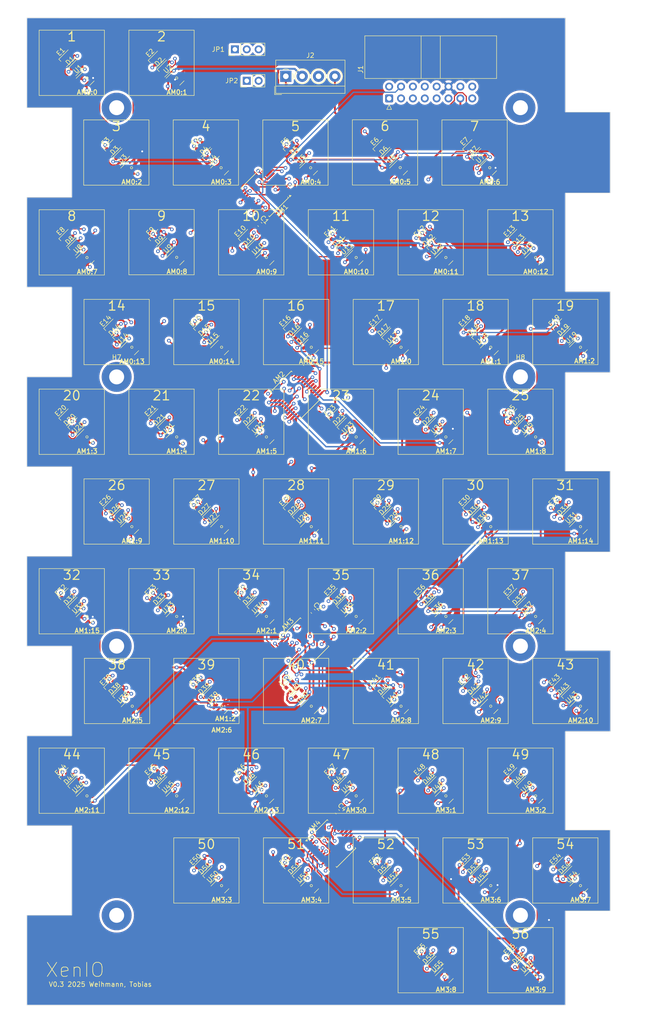
<source format=kicad_pcb>
(kicad_pcb (version 20240108) (generator "pcbnew") (generator_version "8.0")
  (layers (0 "F.Cu" signal) (1 "In1.Cu" signal) (2 "In2.Cu" signal) (31 "B.Cu" signal) (34 "B.Paste" user) (35 "F.Paste" user) (36 "B.SilkS" user "B.Silkscreen") (37 "F.SilkS" user "F.Silkscreen") (38 "B.Mask" user) (39 "F.Mask" user) (44 "Edge.Cuts" user))
  (net 0 "")
  (net 1 "AM2:1")
  (net 2 "AM2:0")
  (net 3 "AM3:0")
  (net 4 "SELECT2")
  (net 5 "SELECT1")
  (net 6 "SELECT3")
  (net 7 "AM2")
  (net 8 "AM0")
  (net 9 "SELECT0")
  (net 10 "AM1")
  (net 11 "AM3")
  (net 12 "AM0:7")
  (net 13 "AM0:6")
  (net 14 "AM0:5")
  (net 15 "AM0:4")
  (net 16 "AM0:3")
  (net 17 "AM0:2")
  (net 18 "AM0:1")
  (net 19 "AM0:0")
  (net 20 "AM0:15")
  (net 21 "AM0:14")
  (net 22 "AM0:13")
  (net 23 "AM0:12")
  (net 24 "AM0:11")
  (net 25 "AM0:10")
  (net 26 "AM0:9")
  (net 27 "AM0:8")
  (net 28 "AM1:7")
  (net 29 "AM1:6")
  (net 30 "AM1:5")
  (net 31 "AM1:4")
  (net 32 "AM1:3")
  (net 33 "AM1:2")
  (net 34 "AM1:1")
  (net 35 "AM1:0")
  (net 36 "AM1:15")
  (net 37 "AM1:14")
  (net 38 "AM1:13")
  (net 39 "AM1:12")
  (net 40 "AM1:11")
  (net 41 "AM1:10")
  (net 42 "AM1:9")
  (net 43 "AM1:8")
  (net 44 "AM2:7")
  (net 45 "AM2:6")
  (net 46 "AM2:5")
  (net 47 "AM2:4")
  (net 48 "AM2:3")
  (net 49 "AM2:2")
  (net 50 "AM2:13")
  (net 51 "AM2:12")
  (net 52 "AM2:11")
  (net 53 "AM2:10")
  (net 54 "AM2:9")
  (net 55 "AM2:8")
  (net 56 "AM3:7")
  (net 57 "AM3:6")
  (net 58 "AM3:5")
  (net 59 "AM3:4")
  (net 60 "AM3:3")
  (net 61 "AM3:2")
  (net 62 "AM3:1")
  (net 63 "AM3:9")
  (net 64 "AM3:8")
  (net 65 "LDIN")
  (net 66 "VLED")
  (net 67 "Net-(D1-DOUT)")
  (net 68 "GNDLED")
  (net 69 "Net-(D2-DOUT)")
  (net 70 "Net-(D3-DOUT)")
  (net 71 "Net-(D4-DOUT)")
  (net 72 "Net-(D5-DOUT)")
  (net 73 "Net-(D6-DOUT)")
  (net 74 "Net-(D7-DOUT)")
  (net 75 "Net-(D8-DOUT)")
  (net 76 "Net-(D10-DIN)")
  (net 77 "Net-(D10-DOUT)")
  (net 78 "Net-(D11-DOUT)")
  (net 79 "Net-(D12-DOUT)")
  (net 80 "Net-(D13-DOUT)")
  (net 81 "Net-(D14-DOUT)")
  (net 82 "Net-(D15-DOUT)")
  (net 83 "Net-(D16-DOUT)")
  (net 84 "Net-(D17-DOUT)")
  (net 85 "Net-(D18-DOUT)")
  (net 86 "Net-(D19-DOUT)")
  (net 87 "Net-(D20-DOUT)")
  (net 88 "LDOUT1")
  (net 89 "Net-(D21-DOUT)")
  (net 90 "Net-(E1-DOUT)")
  (net 91 "Net-(D22-DOUT)")
  (net 92 "Net-(D23-DOUT)")
  (net 93 "Net-(D24-DOUT)")
  (net 94 "Net-(D25-DOUT)")
  (net 95 "Net-(D26-DOUT)")
  (net 96 "Net-(D27-DOUT)")
  (net 97 "Net-(D28-DOUT)")
  (net 98 "Net-(D29-DOUT)")
  (net 99 "Net-(D30-DOUT)")
  (net 100 "Net-(D31-DOUT)")
  (net 101 "Net-(D32-DOUT)")
  (net 102 "Net-(D33-DOUT)")
  (net 103 "Net-(D34-DOUT)")
  (net 104 "Net-(D35-DOUT)")
  (net 105 "Net-(D36-DOUT)")
  (net 106 "Net-(D37-DOUT)")
  (net 107 "Net-(D38-DOUT)")
  (net 108 "Net-(D39-DOUT)")
  (net 109 "Net-(D40-DOUT)")
  (net 110 "Net-(D41-DOUT)")
  (net 111 "Net-(D42-DOUT)")
  (net 112 "Net-(D43-DOUT)")
  (net 113 "Net-(D44-DOUT)")
  (net 114 "Net-(D45-DOUT)")
  (net 115 "Net-(D46-DOUT)")
  (net 116 "Net-(D47-DOUT)")
  (net 117 "Net-(D48-DOUT)")
  (net 118 "Net-(D49-DOUT)")
  (net 119 "Net-(D50-DOUT)")
  (net 120 "Net-(D51-DOUT)")
  (net 121 "Net-(D52-DOUT)")
  (net 122 "Net-(D53-DOUT)")
  (net 123 "Net-(D54-DOUT)")
  (net 124 "Net-(D55-DOUT)")
  (net 125 "LDOUT")
  (net 126 "Net-(E2-DOUT)")
  (net 127 "Net-(E3-DOUT)")
  (net 128 "Net-(E4-DOUT)")
  (net 129 "Net-(E5-DOUT)")
  (net 130 "Net-(E6-DOUT)")
  (net 131 "Net-(E7-DOUT)")
  (net 132 "Net-(E8-DOUT)")
  (net 133 "Net-(E10-DIN)")
  (net 134 "Net-(E10-DOUT)")
  (net 135 "Net-(E11-DOUT)")
  (net 136 "Net-(E12-DOUT)")
  (net 137 "Net-(E13-DOUT)")
  (net 138 "Net-(E14-DOUT)")
  (net 139 "Net-(E15-DOUT)")
  (net 140 "Net-(E16-DOUT)")
  (net 141 "Net-(E17-DOUT)")
  (net 142 "Net-(E18-DOUT)")
  (net 143 "Net-(E19-DOUT)")
  (net 144 "Net-(E20-DOUT)")
  (net 145 "Net-(E21-DOUT)")
  (net 146 "Net-(E22-DOUT)")
  (net 147 "Net-(E23-DOUT)")
  (net 148 "Net-(E24-DOUT)")
  (net 149 "Net-(E25-DOUT)")
  (net 150 "Net-(E26-DOUT)")
  (net 151 "Net-(E27-DOUT)")
  (net 152 "Net-(E28-DOUT)")
  (net 153 "Net-(E29-DOUT)")
  (net 154 "Net-(E30-DOUT)")
  (net 155 "Net-(E31-DOUT)")
  (net 156 "Net-(E32-DOUT)")
  (net 157 "Net-(E33-DOUT)")
  (net 158 "Net-(E34-DOUT)")
  (net 159 "Net-(E35-DOUT)")
  (net 160 "Net-(E36-DOUT)")
  (net 161 "Net-(E37-DOUT)")
  (net 162 "Net-(E38-DOUT)")
  (net 163 "Net-(E39-DOUT)")
  (net 164 "Net-(E40-DOUT)")
  (net 165 "Net-(E41-DOUT)")
  (net 166 "Net-(E42-DOUT)")
  (net 167 "Net-(E43-DOUT)")
  (net 168 "Net-(E44-DOUT)")
  (net 169 "Net-(E45-DOUT)")
  (net 170 "Net-(E46-DOUT)")
  (net 171 "Net-(E47-DOUT)")
  (net 172 "Net-(E48-DOUT)")
  (net 173 "Net-(E49-DOUT)")
  (net 174 "Net-(E50-DOUT)")
  (net 175 "Net-(E51-DOUT)")
  (net 176 "Net-(E52-DOUT)")
  (net 177 "Net-(E53-DOUT)")
  (net 178 "Net-(E54-DOUT)")
  (net 179 "Net-(E55-DOUT)")
  (net 180 "VSENS")
  (net 181 "GNDSENSOR")
  (net 182 "LDOUT2")
  (net 183 "LDIN2")
  (footprint "LED_SMD:LED_WS2812B-2020_PLCC4_2.0x2.0mm" (layer "F.Cu") (at 296.64 162.24 45)
    (property "Reference" "E12")
    (property "Value" "WS2812B-2020" (hide yes))
  )
  (footprint "LED_SMD:LED_WS2812B-2020_PLCC4_2.0x2.0mm" (layer "F.Cu") (at 250.6359 298.56 45)
    (property "Reference" "D50")
    (property "Value" "WS2812B-2020" (hide yes))
  )
  (footprint "Package_TO_SOT_SMD:SOT-23" (layer "F.Cu") (at 272.0385 262.509 45)
    (property "Reference" "U40")
    (property "Value" "GH39FKSW" (hide yes))
  )
  (footprint "VoidKey:VoidSwitch_1u_SMD" (layer "F.Cu") (at 240 124.8)
    (property "Reference" "AM0:1")
    (property "Value" "2")
  )
  (footprint "LED_SMD:LED_WS2812B-2020_PLCC4_2.0x2.0mm" (layer "F.Cu") (at 250.56 260.0841 45)
    (property "Reference" "D39")
    (property "Value" "WS2812B-2020" (hide yes))
  )
  (footprint "MountingHole:MountingHole_3.2mm_M3_Pad" (layer "F.Cu") (at 230.4 307.2)
    (property "Reference" "H3" (hide yes))
    (property "Value" "MountingHole" (hide yes))
  )
  (footprint "LED_SMD:LED_WS2812B-2020_PLCC4_2.0x2.0mm" (layer "F.Cu") (at 248.64 181.44 45)
    (property "Reference" "E15")
    (property "Value" "WS2812B-2020" (hide yes))
  )
  (footprint "Capacitor_SMD:C_0603_1608Metric" (layer "F.Cu") (at 277.639058 285.054427 -45)
    (property "Reference" "C4")
    (property "Value" "0.1uF")
  )
  (footprint "Package_TO_SOT_SMD:SOT-23" (layer "F.Cu") (at 300.864 320.064 45)
    (property "Reference" "U55")
    (property "Value" "GH39FKSW" (hide yes))
  )
  (footprint "LED_SMD:LED_WS2812B-2020_PLCC4_2.0x2.0mm" (layer "F.Cu") (at 240.8841 240.96 45)
    (property "Reference" "D33")
    (property "Value" "WS2812B-2020" (hide yes))
  )
  (footprint "LED_SMD:LED_WS2812B-2020_PLCC4_2.0x2.0mm" (layer "F.Cu") (at 327.36 183.36 45)
    (property "Reference" "D19")
    (property "Value" "WS2812B-2020" (hide yes))
  )
  (footprint "VoidKey:VoidSwitch_1u_SMD" (layer "F.Cu") (at 316.8 163.2)
    (property "Reference" "AM0:12")
    (property "Value" "13")
  )
  (footprint "LED_SMD:LED_WS2812B-2020_PLCC4_2.0x2.0mm" (layer "F.Cu") (at 298.56 240.96 45)
    (property "Reference" "D36")
    (property "Value" "WS2812B-2020" (hide yes))
  )
  (footprint "VoidKey:VoidSwitch_1u_SMD" (layer "F.Cu") (at 220.8 278.4)
    (property "Reference" "AM2:11")
    (property "Value" "44")
  )
  (footprint "Package_TO_SOT_SMD:SOT-23" (layer "F.Cu") (at 233.553 185.7375 45)
    (property "Reference" "U14")
    (property "Value" "GH39FKSW" (hide yes))
  )
  (footprint "LED_SMD:LED_WS2812B-2020_PLCC4_2.0x2.0mm" (layer "F.Cu") (at 219.84 200.64 45)
    (property "Reference" "E20")
    (property "Value" "WS2812B-2020" (hide yes))
  )
  (footprint "Package_TO_SOT_SMD:SOT-23" (layer "F.Cu") (at 300.7995 243.2685 45)
    (property "Reference" "U36")
    (property "Value" "GH39FKSW" (hide yes))
  )
  (footprint "Package_TO_SOT_SMD:SOT-23" (layer "F.Cu") (at 243.2685 166.497 45)
    (property "Reference" "U9")
    (property "Value" "GH39FKSW" (hide yes))
  )
  (footprint "Package_TO_SOT_SMD:SOT-23" (layer "F.Cu") (at 224.064 281.664 45)
    (property "Reference" "U44")
    (property "Value" "GH39FKSW" (hide yes))
  )
  (footprint "LED_SMD:LED_WS2812B-2020_PLCC4_2.0x2.0mm" (layer "F.Cu") (at 267.84 181.44 45)
    (property "Reference" "E16")
    (property "Value" "WS2812B-2020" (hide yes))
  )
  (footprint "LED_SMD:LED_WS2812B-2020_PLCC4_2.0x2.0mm" (layer "F.Cu") (at 287.2981 219.7641 45)
    (property "Reference" "E29")
    (property "Value" "WS2812B-2020" (hide yes))
  )
  (footprint "Connector_IDC:IDC-Header_2x08_P2.54mm_Horizontal" (layer "F.Cu") (at 288.71 132.4175 90)
    (property "Reference" "J1")
    (property "Value" "CONTROLLER")
  )
  (footprint "Package_TO_SOT_SMD:SOT-23" (layer "F.Cu") (at 291.084 147.2565 45)
    (property "Reference" "U6")
    (property "Value" "GH39FKSW" (hide yes))
  )
  (footprint "LED_SMD:LED_WS2812B-2020_PLCC4_2.0x2.0mm" (layer "F.Cu") (at 269.76 221.6841 45)
    (property "Reference" "D28")
    (property "Value" "WS2812B-2020" (hide yes))
  )
  (footprint "LED_SMD:LED_WS2812B-2020_PLCC4_2.0x2.0mm" (layer "F.Cu") (at 306.24 296.64 45)
    (property "Reference" "E53")
    (property "Value" "WS2812B-2020" (hide yes))
  )
  (footprint "LED_SMD:LED_WS2812B-2020_PLCC4_2.0x2.0mm" (layer "F.Cu") (at 240.8841 126.0181 45)
    (property "Reference" "D2")
    (property "Value" "WS2812B-2020" (hide yes))
  )
  (footprint "LED_SMD:LED_WS2812B-2020_PLCC4_2.0x2.0mm" (layer "F.Cu") (at 288.96 298.56 45)
    (property "Reference" "D52")
    (property "Value" "WS2812B-2020" (hide yes))
  )
  (footprint "Package_TO_SOT_SMD:SOT-23" (layer "F.Cu") (at 243.2685 204.978 45)
    (property "Reference" "U21")
    (property "Value" "GH39FKSW" (hide yes))
  )
  (footprint "VoidKey:VoidSwitch_1u_SMD" (layer "F.Cu") (at 326.4 220.8)
    (property "Reference" "AM1:14")
    (property "Value" "31")
  )
  (footprint "VoidKey:VoidSwitch_1u_SMD" (layer "F.Cu") (at 249.6 220.8)
    (property "Reference" "AM1:10")
    (property "Value" "27")
  )
  (footprint "Package_TO_SOT_SMD:SOT-23" (layer "F.Cu") (at 310.4385 262.509 45)
    (property "Reference" "U42")
    (property "Value" "GH39FKSW" (hide yes))
  )
  (footprint "VoidKey:VoidSwitch_1u_SMD" (layer "F.Cu") (at 288 259.2)
    (property "Reference" "AM2:8")
    (property "Value" "41")
  )
  (footprint "LED_SMD:LED_WS2812B-2020_PLCC4_2.0x2.0mm" (layer "F.Cu") (at 315.84 277.44 45)
    (property "Reference" "E49")
    (property "Value" "WS2812B-2020" (hide yes))
  )
  (footprint "VoidKey:VoidSwitch_1u_SMD" (layer "F.Cu") (at 307.2 297.6)
    (property "Reference" "AM3:6")
    (property "Value" "53")
  )
  (footprint "LED_SMD:LED_WS2812B-2020_PLCC4_2.0x2.0mm" (layer "F.Cu") (at 308.0841 298.4841 45)
    (property "Reference" "D53")
    (property "Value" "WS2812B-2020" (hide yes))
  )
  (footprint "VoidKey:VoidSwitch_1u_SMD" (layer "F.Cu") (at 249.6 182.4)
    (property "Reference" "AM0:14")
    (property "Value" "15")
  )
  (footprint "LED_SMD:LED_WS2812B-2020_PLCC4_2.0x2.0mm" (layer "F.Cu") (at 325.44 219.7641 45)
    (property "Reference" "E31")
    (property "Value" "WS2812B-2020" (hide yes))
  )
  (footprint "LED_SMD:LED_WS2812B-2020_PLCC4_2.0x2.0mm" (layer "F.Cu") (at 317.76 240.96 45)
    (property "Reference" "D37")
    (property "Value" "WS2812B-2020" (hide yes))
  )
  (footprint "Capacitor_SMD:C_0603_1608Metric" (layer "F.Cu") (at 270.72 189.12 -45)
    (property "Reference" "C3")
    (property "Value" "0.1uF")
  )
  (footprint "LED_SMD:LED_WS2812B-2020_PLCC4_2.0x2.0mm" (layer "F.Cu") (at 315.84 315.84 45)
    (property "Reference" "E56")
    (property "Value" "WS2812B-2020" (hide yes))
  )
  (footprint "VoidKey:VoidSwitch_1u_SMD" (layer "F.Cu") (at 259.2 201.6)
    (property "Reference" "AM1:5")
    (property "Value" "22")
  )
  (footprint "LED_SMD:LED_WS2812B-2020_PLCC4_2.0x2.0mm" (layer "F.Cu") (at 229.3641 219.84 45)
    (property "Reference" "E26")
    (property "Value" "WS2812B-2020" (hide yes))
  )
  (footprint "Package_TO_SOT_SMD:SOT-23" (layer "F.Cu") (at 252.8085 262.509 45)
    (property "Reference" "U39")
    (property "Value" "GH39FKSW" (hide yes))
  )
  (footprint "LED_SMD:LED_WS2812B-2020_PLCC4_2.0x2.0mm" (layer "F.Cu") (at 308.16 260.16 45)
    (property "Reference" "D42")
    (property "Value" "WS2812B-2020" (hide yes))
  )
  (footprint "VoidKey:VoidSwitch_1u_SMD" (layer "F.Cu") (at 259.2 278.4)
    (property "Reference" "AM2:13")
    (property "Value" "46")
  )
  (footprint "VoidKey:VoidSwitch_1u_SMD" (layer "F.Cu") (at 268.8 259.2)
    (property "Reference" "AM2:7")
    (property "Value" "40")
  )
  (footprint "LED_SMD:LED_WS2812B-2020_PLCC4_2.0x2.0mm" (layer "F.Cu") (at 221.76 202.56 45)
    (property "Reference" "D20")
    (property "Value" "WS2812B-2020" (hide yes))
  )
  (footprint "LED_SMD:LED_WS2812B-2020_PLCC4_2.0x2.0mm" (layer "F.Cu") (at 277.44 239.04 45)
    (property "Reference" "E35")
    (property "Value" "WS2812B-2020" (hide yes))
  )
  (footprint "Package_TO_SOT_SMD:SOT-23" (layer "F.Cu") (at 252.864 300.864 45)
    (property "Reference" "U50")
    (property "Value" "GH39FKSW" (hide yes))
  )
  (footprint "VoidKey:VoidSwitch_1u_SMD" (layer "F.Cu") (at 297.6 240)
    (property "Reference" "AM2:3")
    (property "Value" "36")
  )
  (footprint "Package_TO_SOT_SMD:SOT-23" (layer "F.Cu") (at 262.509 204.7875 45)
    (property "Reference" "U22")
    (property "Value" "GH39FKSW" (hide yes))
  )
  (footprint "VoidKey:VoidSwitch_1u_SMD" (layer "F.Cu") (at 316.8 316.8)
    (property "Reference" "AM3:9")
    (property "Value" "56")
  )
  (footprint "MountingHole:MountingHole_3.2mm_M3_Pad" (layer "F.Cu") (at 230.4 249.6)
    (property "Reference" "H5" (hide yes))
    (property "Value" "MountingHole" (hide yes))
  )
  (footprint "Capacitor_SMD:C_0603_1608Metric" (layer "F.Cu") (at 272.4137 242.1463 -45)
    (property "Reference" "C2")
    (property "Value" "0.1uF")
  )
  (footprint "LED_SMD:LED_WS2812B-2020_PLCC4_2.0x2.0mm" (layer "F.Cu") (at 269.76 260.16 45)
    (property "Reference" "D40")
    (property "Value" "WS2812B-2020" (hide yes))
  )
  (footprint "Package_TO_SOT_SMD:SOT-23" (layer "F.Cu") (at 252.7935 185.7375 45)
    (property "Reference" "U15")
    (property "Value" "GH39FKSW" (hide yes))
  )
  (footprint "VoidKey:VoidSwitch_1u_SMD" (layer "F.Cu") (at 240 163.1697)
    (property "Reference" "AM0:8")
    (property "Value" "9")
  )
  (footprint "Package_TO_SOT_SMD:SOT-23" (layer "F.Cu") (at 310.3245 224.028 45)
    (property "Reference" "U30")
    (property "Value" "GH39FKSW" (hide yes))
  )
  (footprint "Package_TO_SOT_SMD:SOT-23" (layer "F.Cu") (at 262.464 281.664 45)
    (property "Reference" "U46")
    (property "Value" "GH39FKSW" (hide yes))
  )
  (footprint "Package_TO_SOT_SMD:SOT-23" (layer "F.Cu") (at 320.064 281.664 45)
    (property "Reference" "U49")
    (property "Value" "GH39FKSW" (hide yes))
  )
  (footprint "Package_TO_SOT_SMD:SOT-23" (layer "F.Cu") (at 233.553 147.2565 45)
    (property "Reference" "U3")
    (property "Value" "GH39FKSW" (hide yes))
  )
  (footprint "VoidKey:VoidSwitch_1u_SMD" (layer "F.Cu") (at 316.8 278.4)
    (property "Reference" "AM3:2")
    (property "Value" "49")
  )
  (footprint "VoidKey:VoidSwitch_1u_SMD" (layer "F.Cu") (at 307.2 259.2)
    (property "Reference" "AM2:9")
    (property "Value" "42")
  )
  (footprint "LED_SMD:LED_WS2812B-2020_PLCC4_2.0x2.0mm" (layer "F.Cu") (at 267.84 219.84 45)
    (property "Reference" "E28")
    (property "Value" "WS2812B-2020" (hide yes))
  )
  (footprint "Package_TO_SOT_SMD:SOT-23" (layer "F.Cu") (at 291.264 300.864 45)
    (property "Reference" "U52")
    (property "Value" "GH39FKSW" (hide yes))
  )
  (footprint "LED_SMD:LED_WS2812B-2020_PLCC4_2.0x2.0mm" (layer "F.Cu") (at 229.44 143.04 45)
    (property "Reference" "E3")
    (property "Value" "WS2812B-2020" (hide yes))
  )
  (footprint "LED_SMD:LED_WS2812B-2020_PLCC4_2.0x2.0mm" (layer "F.Cu") (at 279.2841 164.4181 45)
    (property "Reference" "D11")
    (property "Value" "WS2812B-2020" (hide yes))
  )
  (footprint "Package_TO_SOT_SMD:SOT-23" (layer "F.Cu") (at 310.515 185.7375 45)
    (property "Reference" "U18")
    (property "Value" "GH39FKSW" (hide yes))
  )
  (footprint "VoidKey:VoidSwitch_1u_SMD" (layer "F.Cu") (at 297.6 201.6)
    (property "Reference" "AM1:7")
    (property "Value" "24")
  )
  (footprint "LED_SMD:LED_WS2812B-2020_PLCC4_2.0x2.0mm" (layer "F.Cu") (at 250.56 221.76 45)
    (property "Reference" "D27")
    (property "Value" "WS2812B-2020" (hide yes))
  )
  (footprint "LED_SMD:LED_WS2812B-2020_PLCC4_2.0x2.0mm" (layer "F.Cu") (at 248.64 219.84 45)
    (property "Reference" "E27")
    (property "Value" "WS2812B-2020" (hide yes))
  )
  (footprint "VoidKey:VoidSwitch_1u_SMD" (layer "F.Cu") (at 220.8 163.2112)
    (property "Reference" "AM0:7")
    (property "Value" "8")
  )
  (footprint "LED_SMD:LED_WS2812B-2020_PLCC4_2.0x2.0mm" (layer "F.Cu") (at 240.96 164.16 45)
    (property "Reference" "D9")
    (property "Value" "WS2812B-2020" (hide yes))
  )
  (footprint "LED_SMD:LED_WS2812B-2020_PLCC4_2.0x2.0mm" (layer "F.Cu") (at 219.84 123.84 45)
    (property "Reference" "E1")
    (property "Value" "WS2812B-2020" (hide yes))
  )
  (footprint "VoidKey:VoidSwitch_1u_SMD" (layer "F.Cu") (at 249.4955 144)
    (property "Reference" "AM0:3")
    (property "Value" "4")
  )
  (footprint "LED_SMD:LED_WS2812B-2020_PLCC4_2.0x2.0mm" (layer "F.Cu") (at 288.96 144.96 45)
    (property "Reference" "D6")
    (property "Value" "WS2812B-2020" (hide yes))
  )
  (footprint "VoidKey:VoidSwitch_1u_SMD" (layer "F.Cu") (at 259.2 240)
    (property "Reference" "AM2:1")
    (property "Value" "34")
  )
  (footprint "Package_TO_SOT_SMD:SOT-23" (layer "F.Cu") (at 291.2745 224.028 45)
    (property "Reference" "U29")
    (property "Value" "GH39FKSW" (hide yes))
  )
  (footprint "LED_SMD:LED_WS2812B-2020_PLCC4_2.0x2.0mm" (layer "F.Cu") (at 221.76 279.36 45)
    (property "Reference" "D44")
    (property "Value" "WS2812B-2020" (hide yes))
  )
  (footprint "LED_SMD:LED_WS2812B-2020_PLCC4_2.0x2.0mm" (layer "F.Cu") (at 306.1641 258.1641 45)
    (property "Reference" "E42")
    (property "Value" "WS2812B-2020" (hide yes))
  )
  (footprint "Package_SO:SSOP-24_5.3x8.2mm_P0.65mm" (layer "F.Cu") (at 262.08 152.64 -135)
    (property "Reference" "AM1")
    (property "Value" "CD74HC4067SM" (hide yes))
  )
  (footprint "LED_SMD:LED_WS2812B-2020_PLCC4_2.0x2.0mm" (layer "F.Cu") (at 229.44 258.24 45)
    (property "Reference" "E38")
    (property "Value" "WS2812B-2020" (hide yes))
  )
  (footprint "LED_SMD:LED_WS2812B-2020_PLCC4_2.0x2.0mm" (layer "F.Cu") (at 279.2841 240.8841 45)
    (property "Reference" "D35")
    (property "Value" "WS2812B-2020" (hide yes))
  )
  (footprint "LED_SMD:LED_WS2812B-2020_PLCC4_2.0x2.0mm" (layer "F.Cu") (at 250.56 144.96 45)
    (property "Reference" "D4")
    (property "Value" "WS2812B-2020" (hide yes))
  )
  (footprint "MountingHole:MountingHole_3.2mm_M3_Pad" (layer "F.Cu") (at 316.8 307.2)
    (property "Reference" "H4" (hide yes))
    (property "Value" "MountingHole" (hide yes))
  )
  (footprint "VoidKey:VoidSwitch_1u_SMD" (layer "F.Cu") (at 240 278.4)
    (property "Reference" "AM2:12")
    (property "Value" "45")
  )
  (footprint "VoidKey:VoidSwitch_1u_SMD" (layer "F.Cu") (at 287.8229 143.967)
    (property "Reference" "AM0:5")
    (property "Value" "6")
  )
  (footprint "Package_TO_SOT_SMD:SOT-23" (layer "F.Cu") (at 310.464 300.864 45)
    (property "Reference" "U53")
    (property "Value" "GH39FKSW" (hide yes))
  )
  (footprint "VoidKey:VoidSwitch_1u_SMD" (layer "F.Cu") (at 297.6 316.8)
    (property "Reference" "AM3:8")
    (property "Value" "55")
  )
  (footprint "Package_TO_SOT_SMD:SOT-23" (layer "F.Cu") (at 224.028 243.2685 45)
    (property "Reference" "U32")
    (property "Value" "GH39FKSW" (hide yes))
  )
  (footprint "LED_SMD:LED_WS2812B-2020_PLCC4_2.0x2.0mm" (layer "F.Cu") (at 315.84 162.24 45)
    (property "Reference" "E13")
    (property "Value" "WS2812B-2020" (hide yes))
  )
  (footprint "VoidKey:VoidSwitch_1u_SMD" (layer "F.Cu") (at 249.6 297.6)
    (property "Reference" "AM3:3")
    (property "Value" "50")
  )
  (footprint "LED_SMD:LED_WS2812B-2020_PLCC4_2.0x2.0mm" (layer "F.Cu") (at 325.44 181.3641 45)
    (property "Reference" "E19")
    (property "Value" "WS2812B-2020" (hide yes))
  )
  (footprint "LED_SMD:LED_WS2812B-2020_PLCC4_2.0x2.0mm" (layer "F.Cu") (at 277.44 277.44 45)
    (property "Reference" "E47")
    (property "Value" "WS2812B-2020" (hide yes))
  )
  (footprint "LED_SMD:LED_WS2812B-2020_PLCC4_2.0x2.0mm" (layer "F.Cu") (at 327.36 260.16 45)
    (property "Reference" "D43")
    (property "Value" "WS2812B-2020" (hide yes))
  )
  (footprint "Connector_PinHeader_2.54mm:PinHeader_1x02_P2.54mm_Vertical" (layer "F.Cu") (at 258.24 128.64 90)
    (property "Reference" "JP2")
    (property "Value" "JMP_LED2")
  )
  (footprint "VoidKey:VoidSwitch_1u_SMD" (layer "F.Cu") (at 288 182.4)
    (property "Reference" "AM1:0")
    (property "Value" "17")
  )
  (footprint "LED_SMD:LED_WS2812B-2020_PLCC4_2.0x2.0mm" (layer "F.Cu") (at 267.7641 258.24 45)
    (property "Reference" "E40")
    (property "Value" "WS2812B-2020" (hide yes))
  )
  (footprint "MountingHole:MountingHole_3.2mm_M3_Pad" (layer "F.Cu") (at 316.8 134.4)
    (property "Reference" "H2" (hide yes))
    (property "Value" "MountingHole" (hide yes))
  )
  (footprint "LED_SMD:LED_WS2812B-2020_PLCC4_2.0x2.0mm" (layer "F.Cu") (at 219.84 239.04 45)
    (property "Reference" "E32")
    (property "Value" "WS2812B-2020" (hide yes))
  )
  (footprint "Package_TO_SOT_SMD:SOT-23" (layer "F.Cu") (at 329.664 300.864 45)
    (property "Reference" "U54")
    (property "Value" "GH39FKSW" (hide yes))
  )
  (footprint "Package_TO_SOT_SMD:SOT-23" (layer "F.Cu") (at 329.565 185.547 45)
    (property "Reference" "U19")
    (property "Value" "GH39FKSW" (hide yes))
  )
  (footprint "Package_TO_SOT_SMD:SOT-23" (layer "F.Cu") (at 329.565 224.028 45)
    (property "Reference" "U31")
    (property "Value" "GH39FKSW" (hide yes))
  )
  (footprint "VoidKey:VoidSwitch_1u_SMD" (layer "F.Cu") (at 326.4 297.6)
    (property "Reference" "AM3:7")
    (property "Value" "54")
  )
  (footprint "Package_TO_SOT_SMD:SOT-23" (layer "F.Cu") (at 281.664 281.664 45)
    (property "Reference" "U47")
    (property "Value" "GH39FKSW" (hide yes))
  )
  (footprint "Package_TO_SOT_SMD:SOT-23" (layer "F.Cu") (at 281.559 166.497 45)
    (property "Reference" "U11")
    (property "Value" "GH39FKSW" (hide yes))
  )
  (footprint "LED_SMD:LED_WS2812B-2020_PLCC4_2.0x2.0mm" (layer "F.Cu") (at 248.64 296.64 45)
    (property "Reference" "E50")
    (property "Value" "WS2812B-2020" (hide yes))
  )
  (footprint "VoidKey:VoidSwitch_1u_SMD" (layer "F.Cu") (at 240 240)
    (property "Reference" "AM2:0")
    (property "Value" "33")
  )
  (footprint "Package_TO_SOT_SMD:SOT-23" (layer "F.Cu") (at 291.2895 262.509 45)
    (property "Reference" "U41")
    (property "Value" "GH39FKSW" (hide yes))
  )
  (footprint "LED_SMD:LED_WS2812B-2020_PLCC4_2.0x2.0mm" (layer "F.Cu") (at 296.5641 200.64 45)
    (property "Reference" "E24")
    (property "Value" "WS2812B-2020" (hide yes))
  )
  (footprint "Package_TO_SOT_SMD:SOT-23" (layer "F.Cu") (at 262.509 166.497 45)
    (property "Reference" "U10")
    (property "Value" "GH39FKSW" (hide yes))
  )
  (footprint "LED_SMD:LED_WS2812B-2020_PLCC4_2.0x2.0mm" (layer "F.Cu") (at 231.36 183.36 45)
    (property "Reference" "D14")
    (property "Value" "WS2812B-2020" (hide yes))
  )
  (footprint "Package_TO_SOT_SMD:SOT-23" (layer "F.Cu") (at 243.264 281.664 45)
    (property "Reference" "U45")
    (property "Value" "GH39FKSW" (hide yes))
  )
  (footprint "VoidKey:VoidSwitch_1u_SMD" (layer "F.Cu") (at 220.8 124.8)
    (property "Reference" "AM0:0")
    (property "Value" "1")
  )
  (footprint "VoidKey:VoidSwitch_1u_SMD" (layer "F.Cu") (at 268.8 182.4)
    (property "Reference" "AM0:15")
    (property "Value" "16")
  )
  (footprint "Package_TO_SOT_SMD:SOT-23" (layer "F.Cu") (at 281.559 243.2685 45)
    (property "Reference" "U35")
    (property "Value" "GH39FKSW" (hide yes))
  )
  (footprint "VoidKey:VoidSwitch_1u_SMD" (layer "F.Cu") (at 278.4 240)
    (property "Reference" "AM2:2")
    (property "Value" "35")
  )
  (footprint "VoidKey:VoidSwitch_1u_SMD" (layer "F.Cu") (at 230.4867 259.2)
    (property "Reference" "AM2:5")
    (property "Value" "38")
  )
  (footprint "Package_TO_SOT_SMD:SOT-23" (layer "F.Cu") (at 300.864 281.664 45)
    (property "Reference" "U48")
    (property "Value" "GH39FKSW" (hide yes))
  )
  (footprint "VoidKey:VoidSwitch_1u_SMD" (layer "F.Cu") (at 220.8 240)
    (property "Reference" "AM1:15")
    (property "Value" "32")
  )
  (footprint "MountingHole:MountingHole_3.2mm_M3_Pad" (layer "F.Cu") (at 316.8 249.6)
    (property "Reference" "H6" (hide yes))
    (property "Value" "MountingHole" (hide yes))
  )
  (footprint "LED_SMD:LED_WS2812B-2020_PLCC4_2.0x2.0mm" (layer "F.Cu") (at 221.76 164.16 45)
    (property "Reference" "D8")
    (property "Value" "WS2812B-2020" (hide yes))
  )
  (footprint "LED_SMD:LED_WS2812B-2020_PLCC4_2.0x2.0mm" (layer "F.Cu") (at 269.76 183.36 45)
    (property "Reference" "D16")
    (property "Value" "WS2812B-2020" (hide yes))
  )
  (footprint "VoidKey:VoidSwitch_1u_SMD" (layer "F.Cu") (at 307.2 182.4)
    (property "Reference" "AM1:1")
    (property "Value" "18")
  )
  (footprint "VoidKey:VoidSwitch_1u_SMD" (layer "F.Cu") (at 278.4 201.6)
    (property "Reference" "AM1:6")
    (property "Value" "23")
  )
  (footprint "LED_SMD:LED_WS2812B-2020_PLCC4_2.0x2.0mm" (layer "F.Cu") (at 279.36 279.36 45)
    (property "Reference" "D47")
    (property "Value" "WS2812B-2020" (hide yes))
  )
  (footprint "LED_SMD:LED_WS2812B-2020_PLCC4_2.0x2.0mm" (layer "F.Cu") (at 327.6181 298.4841 45)
    (property "Reference" "D54")
    (property "Value" "WS2812B-2020" (hide yes))
  )
  (footprint "Package_TO_SOT_SMD:SOT-23" (layer "F.Cu") (at 224.028 166.497 45)
    (property "Reference" "U8")
    (property "Value" "GH39FKSW" (hide yes))
  )
  (footprint "Package_TO_SOT_SMD:SOT-23" (layer "F.Cu") (at 252.7935 147.2565 45)
    (property "Reference" "U4")
    (property "Value" "GH39FKSW" (hide yes))
  )
  (footprint "Package_TO_SOT_SMD:SOT-23" (layer "F.Cu") (at 243.2685 128.016 45)
    (property "Reference" "U2")
    (property "Value" "GH39FKSW" (hide yes))
  )
  (footprint "Package_TO_SOT_SMD:SOT-23" (layer "F.Cu") (at 320.064 320.064 45)
    (property "Reference" "U56")
    (property "Value" "GH39FKSW" (hide yes))
  )
  (footprint "VoidKey:VoidSwitch_1u_SMD" (layer "F.Cu") (at 240 201.6)
    (property "Reference" "AM1:4")
    (property "Value" "21")
  )
  (footprint "LED_SMD:LED_WS2812B-2020_PLCC4_2.0x2.0mm" (layer "F.Cu") (at 296.64 277.44 45)
    (property "Reference" "E48")
    (property "Value" "WS2812B-2020" (hide yes))
  )
  (footprint "Capacitor_SMD:C_0603_1608Metric" (layer "F.Cu") (at 261.039562 159.378734 -45)
    (property "Reference" "C1")
    (property "Value" "0.1uF")
  )
  (footprint "LED_SMD:LED_WS2812B-2020_PLCC4_2.0x2.0mm" (layer "F.Cu") (at 306.24 181.44 45)
    (property "Reference" "E18")
    (property "Value" "WS2812B-2020" (hide yes))
  )
  (footprint "VoidKey:VoidSwitch_1u_SMD" (layer "F.Cu") (at 306.9867 144)
    (property "Reference" "AM0:6")
    (property "Value" "7")
  )
  (footprint "VoidKey:VoidSwitch_1u_SMD" (layer "F.Cu") (at 249.6 259.2)
    (property "Reference" "AM2:6")
    (property "Value" "39")
  )
  (footprint "VoidKey:VoidSwitch_1u_SMD" (layer "F.Cu") (at 230.3318 144)
    (property "Reference" "AM0:2")
    (property "Value" "3")
  )
  (footprint "VoidKey:VoidSwitch_1u_SMD" (layer "F.Cu") (at 326.4 259.2)
    (property "Reference" "AM2:10")
    (property "Value" "43")
  )
  (footprint "LED_SMD:LED_WS2812B-2020_PLCC4_2.0x2.0mm" (layer "F.Cu") (at 239.04 162.24 45)
    (property "Reference" "E9")
    (property "Value" "WS2812B-2020" (hide yes))
  )
  (footprint "Package_TO_SOT_SMD:SOT-23" (layer "F.Cu") (at 320.04 243.2685 45)
    (property "Reference" "U37")
    (property "Value" "GH39FKSW" (hide yes))
  )
  (footprint "LED_SMD:LED_WS2812B-2020_PLCC4_2.0x2.0mm" (layer "F.Cu") (at 287.04 258.24 45)
    (property "Reference" "E41")
    (property "Value" "WS2812B-2020" (hide yes))
  )
  (footprint "LED_SMD:LED_WS2812B-2020_PLCC4_2.0x2.0mm" (layer "F.Cu") (at 229.44 181.44 45)
    (property "Reference" "E14")
    (property "Value" "WS2812B-2020" (hide yes))
  )
  (footprint "LED_SMD:LED_WS2812B-2020_PLCC4_2.0x2.0mm" (layer "F.Cu") (at 306.24 219.84 45)
    (property "Reference" "E30")
    (property "Value" "WS2812B-2020" (hide yes))
  )
  (footprint "VoidKey:VoidSwitch_1u_SMD" (layer "F.Cu") (at 220.8 201.6)
    (property "Reference" "AM1:3")
    (property "Value" "20")
  )
  (footprint "Package_TO_SOT_SMD:SOT-23" (layer "F.Cu") (at 291.2745 185.547 45)
    (property "Reference" "U17")
    (property "Value" "GH39FKSW" (hide yes))
  )
  (footprint "LED_SMD:LED_WS2812B-2020_PLCC4_2.0x2.0mm" (layer "F.Cu") (at 239.04 239.04 45)
    (property "Reference" "E33")
    (property "Value" "WS2812B-2020" (hide yes))
  )
  (footprint "LED_SMD:LED_WS2812B-2020_PLCC4_2.0x2.0mm" (layer "F.Cu") (at 287.04 296.64 45)
    (property "Reference" "E52")
    (property "Value" "WS2812B-2020" (hide yes))
  )
  (footprint "VoidKey:VoidSwitch_1u_SMD" (layer "F.Cu") (at 268.8 220.8)
    (property "Reference" "AM1:11")
    (property "Value" "28")
  )
  (footprint "LED_SMD:LED_WS2812B-2020_PLCC4_2.0x2.0mm" (layer "F.Cu") (at 296.64 315.84 45)
    (property "Reference" "E55")
    (property "Value" "WS2812B-2020" (hide yes))
  )
  (footprint "VoidKey:VoidSwitch_1u_SMD" (layer "F.Cu") (at 278.4 163.2)
    (property "Reference" "AM0:10")
    (property "Value" "11")
  )
  (footprint "LED_SMD:LED_WS2812B-2020_PLCC4_2.0x2.0mm" (layer "F.Cu") (at 289.2181 221.6841 45)
    (property "Reference" "D29")
    (property "Value" "WS2812B-2020" (hide yes))
  )
  (footprint "LED_SMD:LED_WS2812B-2020_PLCC4_2.0x2.0mm" (layer "F.Cu") (at 240.96 202.56 45)
    (property "Reference" "D21")
    (property "Value" "WS2812B-2020" (hide yes))
  )
  (footprint "VoidKey:VoidSwitch_1u_SMD" (layer "F.Cu") (at 307.2 220.8)
    (property "Reference" "AM1:13")
    (property "Value" "30")
  )
  (footprint "Package_TO_SOT_SMD:SOT-23" (layer "F.Cu") (at 272.034 185.547 45)
    (property "Reference" "U16")
    (property "Value" "GH39FKSW" (hide yes))
  )
  (footprint "LED_SMD:LED_WS2812B-2020_PLCC4_2.0x2.0mm" (layer "F.Cu") (at 315.84 239.04 45)
    (property "Reference" "E37")
    (property "Value" "WS2812B-2020" (hide yes))
  )
  (footprint "LED_SMD:LED_WS2812B-2020_PLCC4_2.0x2.0mm" (layer "F.Cu") (at 287.04 143.04 45)
    (property "Reference" "E6")
    (property "Value" "WS2812B-2020" (hide yes))
  )
  (footprint "Connector_PinHeader_2.54mm:PinHeader_1x03_P2.54mm_Vertical" (layer "F.Cu") (at 255.7 121.92 90)
    (property "Reference" "JP1")
    (property "Value" "JMP_LED1")
  )
  (footprint "LED_SMD:LED_WS2812B-2020_PLCC4_2.0x2.0mm" (layer "F.Cu") (at 240.96 279.36 45)
    (property "Reference" "D45")
    (property "Value" "WS2812B-2020" (hide yes))
  )
  (footprint "VoidKey:VoidSwitch_1u_SMD" (layer "F.Cu") (at 326.4 182.4)
    (property "Reference" "AM1:2")
    (property "Value" "19")
  )
  (footprint "LED_SMD:LED_WS2812B-2020_PLCC4_2.0x2.0mm" (layer "F.Cu") (at 260.16 279.36 45)
    (property "Reference" "D46")
    (property "Value" "WS2812B-2020" (hide yes))
  )
  (footprint "Package_TO_SOT_SMD:SOT-23" (layer "F.Cu") (at 233.553 224.028 45)
    (property "Reference" "U26")
    (property "Value" "GH39FKSW" (hide yes))
  )
  (footprint "VoidKey:VoidSwitch_1u_SMD" (layer "F.Cu") (at 288 297.6)
    (property "Reference" "AM3:5")
    (property "Value" "52")
  )
  (footprint "LED_SMD:LED_WS2812B-2020_PLCC4_2.0x2.0mm" (layer "F.Cu") (at 306.24 143.04 45)
    (property "Reference" "E7")
    (property "Value" "WS2812B-2020" (hide yes))
  )
  (footprint "LED_SMD:LED_WS2812B-2020_PLCC4_2.0x2.0mm" (layer "F.Cu") (at 298.56 279.36 45)
    (property "Reference" "D48")
    (property "Value" "WS2812B-2020" (hide yes))
  )
  (footprint "LED_SMD:LED_WS2812B-2020_PLCC4_2.0x2.0mm" (layer "F.Cu") (at 258.24 162.24 45)
    (property "Reference" "E10")
    (property "Value" "WS2812B-2020" (hide yes))
  )
  (footprint "VoidKey:VoidSwitch_1u_SMD" (layer "F.Cu") (at 288 220.8)
    (property "Reference" "AM1:12")
    (property "Value" "29")
  )
  (footprint "LED_SMD:LED_WS2812B-2020_PLCC4_2.0x2.0mm" (layer "F.Cu") (at 296.64 239.04 45)
    (property "Reference" "E36")
    (property "Value" "WS2812B-2020" (hide yes))
  )
  (footprint "LED_SMD:LED_WS2812B-2020_PLCC4_2.0x2.0mm" (layer "F.Cu") (at 239.04 277.44 45)
    (property "Reference" "E45")
    (property "Value" "WS2812B-2020" (hide yes))
  )
  (footprint "LED_SMD:LED_WS2812B-2020_PLCC4_2.0x2.0mm" (layer "F.Cu") (at 267.84 143.04 45)
    (property "Reference" "E5")
    (property "Value" "WS2812B-2020" (hide yes))
  )
  (footprint "LED_SMD:LED_WS2812B-2020_PLCC4_2.0x2.0mm" (layer "F.Cu") (at 258.24 200.64 45)
    (property "Reference" "E22")
    (property "Value" "WS2812B-2020" (hide yes))
  )
  (footprint "LED_SMD:LED_WS2812B-2020_PLCC4_2.0x2.0mm" (layer "F.Cu") (at 260.0841 240.96 45)
    (property "Reference" "D34")
    (property "Value" "WS2812B-2020" (hide yes))
  )
  (footprint "LED_SMD:LED_WS2812B-2020_PLCC4_2.0x2.0mm" (layer "F.Cu") (at 317.76 317.76 45)
    (property "Reference" "D56")
    (property "Value" "WS2812B-2020" (hide yes))
  )
  (footprint "LED_SMD:LED_WS2812B-2020_PLCC4_2.0x2.0mm" (layer "F.Cu") (at 269.76 298.56 45)
    (property "Reference" "D51")
    (property "Value" "WS2812B-2020" (hide yes))
  )
  (footprint "Package_TO_SOT_SMD:SOT-23" (layer "F.Cu") (at 300.7995 204.7875 45)
    (property "Reference" "U24")
    (property "Value" "GH39FKSW" (hide yes))
  )
  (footprint "LED_SMD:LED_WS2812B-2020_PLCC4_2.0x2.0mm" (layer "F.Cu") (at 238.9641 124.0981 45)
    (property "Reference" "E2")
    (property "Value" "WS2812B-2020" (hide yes))
  )
  (footprint "LED_SMD:LED_WS2812B-2020_PLCC4_2.0x2.0mm" (layer "F.Cu") (at 260.16 202.56 45)
    (property "Reference" "D22")
    (property "Value" "WS2812B-2020" (hide yes))
  )
  (footprint "Package_TO_SOT_SMD:SOT-23" (layer "F.Cu") (at 271.8435 147.2565 45)
    (property "Reference" "U5")
    (property "Value" "GH39FKSW" (hide yes))
  )
  (footprint "LED_SMD:LED_WS2812B-2020_PLCC4_2.0x2.0mm" (layer "F.Cu") (at 221.76 240.96 45)
    (property "Reference" "D32")
    (property "Value" "WS2812B-2020" (hide yes))
  )
  (footprint "Package_TO_SOT_SMD:SOT-23" (layer "F.Cu") (at 329.664 262.4733 45)
    (property "Reference" "U43")
    (property "Value" "GH39FKSW" (hide yes))
  )
  (footprint "VoidKey:VoidSwitch_1u_SMD" (layer "F.Cu") (at 230.4 220.8)
    (property "Reference" "AM1:9")
    (property "Value" "26")
  )
  (footprint "LED_SMD:LED_WS2812B-2020_PLCC4_2.0x2.0mm" (layer "F.Cu") (at 277.44 200.64 45)
    (property "Reference" "E23")
    (property "Value" "WS2812B-2020" (hide yes))
  )
  (footprint "LED_SMD:LED_WS2812B-2020_PLCC4_2.0x2.0mm" (layer "F.Cu") (at 279.36 202.56 45)
    (property "Reference" "D23")
    (property "Value" "WS2812B-2020" (hide yes))
  )
  (footprint "Package_TO_SOT_SMD:SOT-23" (layer "F.Cu") (at 272.034 224.028 45)
    (property "Reference" "U28")
    (property "Value" "GH39FKSW" (hide yes))
  )
  (footprint "LED_SMD:LED_WS2812B-2020_PLCC4_2.0x2.0mm" (layer "F.Cu") (at 219.84 277.44 45)
    (property "Reference" "E44")
    (property "Value" "WS2812B-2020" (hide yes))
  )
  (footprint "VoidKey:VoidSwitch_1u_SMD" (layer "F.Cu") (at 259.2 163.2)
    (property "Reference" "AM0:9")
    (property "Value" "10")
  )
  (footprint "Package_TO_SOT_SMD:SOT-23" (layer "F.Cu") (at 224.028 128.0356 45)
    (property "Reference" "U1")
    (property "Value" "GH39FKSW" (hide yes))
  )
  (footprint "LED_SMD:LED_WS2812B-2020_PLCC4_2.0x2.0mm" (layer "F.Cu") (at 258.24 239.04 45)
    (property "Reference" "E34")
    (property "Value" "WS2812B-2020" (hide yes))
  )
  (footprint "LED_SMD:LED_WS2812B-2020_PLCC4_2.0x2.0mm" (layer "F.Cu") (at 298.4841 202.56 45)
    (property "Reference" "D24")
    (property "Value" "WS2812B-2020" (hide yes))
  )
  (footprint "LED_SMD:LED_WS2812B-2020_PLCC4_2.0x2.0mm" (layer "F.Cu") (at 258.1641 277.44 45)
    (property "Reference" "E46")
    (property "Value" "WS2812B-2020" (hide yes))
  )
  (footprint "MountingHole:MountingHole_3.2mm_M3_Pad" (layer "F.Cu") (at 316.8 192)
    (property "Reference" "H8")
    (property "Value" "MountingHole")
  )
  (footprint "LED_SMD:LED_WS2812B-2020_PLCC4_2.0x2.0mm" (layer "F.Cu") (at 267.84 296.64 45)
    (property "Reference" "E51")
    (property "Value" "WS2812B-2020" (hide yes))
  )
  (footprint "Package_TO_SOT_SMD:SOT-23" (layer "F.Cu") (at 224.028 204.7875 45)
    (property "Reference" "U20")
    (property "Value" "GH39FKSW" (hide yes))
  )
  (footprint "LED_SMD:LED_WS2812B-2020_PLCC4_2.0x2.0mm" (layer "F.Cu") (at 317.6841 202.56 45)
    (property "Reference" "D25")
    (property "Value" "WS2812B-2020" (hide yes))
  )
  (footprint "VoidKey:VoidSwitch_1u_SMD" (layer "F.Cu") (at 268.6592 144.0085)
    (property "Reference" "AM0:4")
    (property "Value" "5")
  )
  (footprint "Package_TO_SOT_SMD:SOT-23" (layer "F.Cu") (at 320.04 166.497 45)
    (property "Reference" "U13")
    (property "Value" "GH39FKSW" (hide yes))
  )
  (footprint "Package_TO_SOT_SMD:SOT-23" (layer "F.Cu") (at 243.2685 243.2685 45)
    (property "Reference" "U33")
    (property "Value" "GH39FKSW" (hide yes))
  )
  (footprint "VoidKey:VoidSwitch_1u_SMD" (layer "F.Cu") (at 297.6 163.2)
    (property "Reference" "AM0:11")
    (property "Value" "12")
  )
  (footprint "LED_SMD:LED_WS2812B-2020_PLCC4_2.0x2.0mm" (layer "F.Cu") (at 260.16 164.16 45)
    (property "Reference" "D10")
    (property "Value" "WS2812B-2020" (hide yes))
  )
  (footprint "LED_SMD:LED_WS2812B-2020_PLCC4_2.0x2.0mm" (layer "F.Cu") (at 288.96 260.16 45)
    (property "Reference" "D41")
    (property "Value" "WS2812B-2020" (hide yes))
  )
  (footprint "Package_TO_SOT_SMD:SOT-23" (layer "F.Cu") (at 272.064 300.864 45)
    (property "Reference" "U51")
    (property "Value" "GH39FKSW" (hide yes))
  )
  (footprint "Package_SO:SSOP-24_5.3x8.2mm_P0.65mm" (layer "F.Cu") (at 276.48 291.84 45)
    (property "Reference" "AM4")
    (property "Value" "CD74HC4067SM" (hide yes))
  )
  (footprint "LED_SMD:LED_WS2812B-2020_PLCC4_2.0x2.0mm" (layer "F.Cu") (at 231.36 221.76 45)
    (property "Reference" "D26")
    (property "Value" "WS2812B-2020" (hide yes))
  )
  (footprint "LED_SMD:LED_WS2812B-2020_PLCC4_2.0x2.0mm" (layer "F.Cu") (at 298.56 317.76 45)
    (property "Reference" "D55")
    (property "Value" "WS2812B-2020" (hide yes))
  )
  (footprint "LED_SMD:LED_WS2812B-2020_PLCC4_2.0x2.0mm" (layer "F.Cu") (at 308.16 221.76 45)
    (property "Reference" "D30")
    (property "Value" "WS2812B-2020" (hide yes))
  )
  (footprint "VoidKey:VoidSwitch_1u_SMD" (layer "F.Cu") (at 268.8 297.6)
    (property "Reference" "AM3:4")
    (property "Value" "51")
  )
  (footprint "Package_TO_SOT_SMD:SOT-23" (layer "F.Cu") (at 300.7995 166.497 45)
    (property "Reference" "U12")
    (property "Value" "GH39FKSW" (hide yes))
  )
  (footprint "Package_TO_SOT_SMD:SOT-23" (layer "F.Cu") (at 320.04 204.7875 45)
    (property "Reference" "U25")
    (property "Value" "GH39FKSW" (hide yes))
  )
  (footprint "MountingHole:MountingHole_3.2mm_M3_Pad" (layer "F.Cu") (at 230.4 134.4)
    (property "Reference" "H1" (hide yes))
    (property "Value" "MountingHole" (hide yes))
  )
  (footprint "Package_TO_SOT_SMD:SOT-23" (layer "F.Cu") (at 281.7495 204.7875 45)
    (property "Reference" "U23")
    (property "Value" "GH39FKSW" (hide yes))
  )
  (footprint "LED_SMD:LED_WS2812B-2020_PLCC4_2.0x2.0mm" (layer "F.Cu") (at 287.04 181.44 45)
    (property "Reference" "E17")
    (property "Value" "WS2812B-2020" (hide yes))
  )
  (footprint "LED_SMD:LED_WS2812B-2020_PLCC4_2.0x2.0mm" (layer "F.Cu") (at 308.16 144.96 45)
    (property "Reference" "D7")
    (property "Value" "WS2812B-2020" (hide yes))
  )
  (footprint "Package_SO:SSOP-24_5.3x8.2mm_P0.65mm" (layer "F.Cu") (at 270.72 248.64 45)
    (property "Reference" "AM3")
    (property "Value" "CD74HC4067SM" (hide yes))
  )
  (footprint "LED_SMD:LED_WS2812B-2020_PLCC4_2.0x2.0mm" (layer "F.Cu") (at 231.36 144.96 45)
    (property "Reference" "D3")
    (property "Value" "WS2812B-2020" (hide yes))
  )
  (footprint "VoidKey:VoidSwitch_1u_SMD" (layer "F.Cu") (at 316.8 240)
    (property "Reference" "AM2:4")
    (property "Value" "37")
  )
  (footprint "LED_SMD:LED_WS2812B-2020_PLCC4_2.0x2.0mm" (layer "F.Cu") (at 317.76 164.16 45)
    (property "Reference" "D13")
    (property "Value" "WS2812B-2020" (hide yes))
  )
  (footprint "LED_SMD:LED_WS2812B-2020_PLCC4_2.0x2.0mm" (layer "F.Cu") (at 221.8359 125.76 45)
    (property "Reference" "D1")
    (property "Value" "WS2812B-2020" (hide yes))
  )
  (footprint "LED_SMD:LED_WS2812B-2020_PLCC4_2.0x2.0mm" (layer "F.Cu") (at 315.84 200.64 45)
    (property "Reference" "E25")
    (property "Value" "WS2812B-2020" (hide yes))
  )
  (footprint "VoidKey:VoidSwitch_1u_SMD" (layer "F.Cu") (at 297.6 278.4)
    (property "Reference" "AM3:1")
    (property "Value" "48")
  )
  (footprint "LED_SMD:LED_WS2812B-2020_PLCC4_2.0x2.0mm" (layer "F.Cu") (at 298.56 164.16 45)
    (property "Reference" "D12")
    (property "Value" "WS2812B-2020" (hide yes))
  )
  (footprint "LED_SMD:LED_WS2812B-2020_PLCC4_2.0x2.0mm" (layer "F.Cu") (at 277.44 162.24 45)
    (property "Reference" "E11")
    (property "Value" "WS2812B-2020" (hide yes))
  )
  (footprint "Package_TO_SOT_SMD:SOT-23" (layer "F.Cu") (at 310.134 147.2565 45)
    (property "Reference" "U7")
    (property "Value" "GH39FKSW" (hide yes))
  )
  (footprint "LED_SMD:LED_WS2812B-2020_PLCC4_2.0x2.0mm" (layer "F.Cu") (at 325.6981 296.5641 45)
    (property "Reference" "E54")
    (property "Value" "WS2812B-2020" (hide yes))
  )
  (footprint "TerminalBlock_4Ucon:TerminalBlock_4Ucon_1x04_P3.50mm_Horizontal" (layer "F.Cu") (at 266.6 127.68)
    (property "Reference" "J2")
    (property "Value" "PWR")
  )
  (footprint "VoidKey:VoidSwitch_1u_SMD" (layer "F.Cu") (at 230.4 182.4)
    (property "Reference" "AM0:13")
    (property "Value" "14")
  )
  (footprint "LED_SMD:LED_WS2812B-2020_PLCC4_2.0x2.0mm" (layer "F.Cu") (at 288.8841 183.36 45)
    (property "Reference" "D17")
    (property "Value" "WS2812B-2020" (hide yes))
  )
  (footprint "Package_SO:SSOP-24_5.3x8.2mm_P0.65mm" (layer "F.Cu") (at 268.8 195.84 45)
    (property "Reference" "AM2")
    (property "Value" "CD74HC4067SM" (hide yes))
  )
  (footprint "VoidKey:VoidSwitch_1u_SMD" (layer "F.Cu") (at 278.4 278.4)
    (property "Reference" "AM3:0")
    (property "Value" "47")
  )
  (footprint "LED_SMD:LED_WS2812B-2020_PLCC4_2.0x2.0mm" (layer "F.Cu") (at 248.64 258.24 45)
    (property "Reference" "E39")
    (property "Value" "WS2812B-2020" (hide yes))
  )
  (footprint "Package_TO_SOT_SMD:SOT-23" (layer "F.Cu") (at 252.7935 224.028 45)
    (property "Reference" "U27")
    (property "Value" "GH39FKSW" (hide yes))
  )
  (footprint "Package_TO_SOT_SMD:SOT-23" (layer "F.Cu") (at 262.509 243.2685 45)
    (property "Reference" "U34")
    (property "Value" "GH39FKSW" (hide yes))
  )
  (footprint "LED_SMD:LED_WS2812B-2020_PLCC4_2.0x2.0mm" (layer "F.Cu") (at 308.16 183.36 45)
    (property "Reference" "D18")
    (property "Value" "WS2812B-2020" (hide yes))
  )
  (footprint "MountingHole:MountingHole_3.2mm_M3_Pad" (layer "F.Cu") (at 230.4 192)
    (property "Reference" "H7")
    (property "Value" "MountingHole")
  )
  (footprint "Package_TO_SOT_SMD:SOT-23" (layer "F.Cu") (at 233.6547 262.509 45)
    (property "Reference" "U38")
    (property "Value" "GH39FKSW" (hide yes))
  )
  (footprint "LED_SMD:LED_WS2812B-2020_PLCC4_2.0x2.0mm" (layer "F.Cu") (at 269.76 144.96 45)
    (property "Reference" "D5")
    (property "Value" "WS2812B-2020" (hide yes))
  )
  (footprint "LED_SMD:LED_WS2812B-2020_PLCC4_2.0x2.0mm" (layer "F.Cu") (at 327.36 221.76 45)
    (property "Reference" "D31")
    (property "Value" "WS2812B-2020" (hide yes))
  )
  (footprint "LED_SMD:LED_WS2812B-2020_PLCC4_2.0x2.0mm" (layer "F.Cu") (at 325.44 258.24 45)
    (property "Reference" "E43")
    (property "Value" "WS2812B-2020" (hide yes))
  )
  (footprint "VoidKey:VoidSwitch_1u_SMD" (layer "F.Cu") (at 316.8 201.6)
    (property "Reference" "AM1:8")
    (property "Value" "25")
  )
  (footprint "LED_SMD:LED_WS2812B-2020_PLCC4_2.0x2.0mm" (layer "F.Cu") (at 317.76 279.36 45)
    (property "Reference" "D49")
    (property "Value" "WS2812B-2020" (hide yes))
  )
  (footprint "LED_SMD:LED_WS2812B-2020_PLCC4_2.0x2.0mm" (layer "F.Cu") (at 248.64 143.04 45)
    (property "Reference" "E4")
    (property "Value" "WS2812B-2020" (hide yes))
  )
  (footprint "LED_SMD:LED_WS2812B-2020_PLCC4_2.0x2.0mm" (layer "F.Cu") (at 231.36 260.0841 45)
    (property "Reference" "D38")
    (property "Value" "WS2812B-2020" (hide yes))
  )
  (footprint "LED_SMD:LED_WS2812B-2020_PLCC4_2.0x2.0mm" (layer "F.Cu") (at 219.84 162.24 45)
    (property "Reference" "E8")
    (property "Value" "WS2812B-2020" (hide yes))
  )
  (footprint "LED_SMD:LED_WS2812B-2020_PLCC4_2.0x2.0mm" (layer "F.Cu") (at 250.56 183.36 45)
    (property "Reference" "D15")
    (property "Value" "WS2812B-2020" (hide yes))
  )
  (footprint "LED_SMD:LED_WS2812B-2020_PLCC4_2.0x2.0mm" (layer "F.Cu") (at 239.04 200.64 45)
    (property "Reference" "E21")
    (property "Value" "WS2812B-2020" (hide yes))
  )
  (gr_poly (pts (xy 326.4 135.36) (xy 336 135.36) (xy 336 152.64) (xy 326.4 152.64) (xy 326.4 173.76) (xy 336 173.76) (xy 336 191.04) (xy 326.4 191.04) (xy 326.4 212.16) (xy 336 212.16) (xy 336 229.44) (xy 326.4 229.44) (xy 326.4 250.56) (xy 336.042 250.56) (xy 336.042 267.84) (xy 326.4 267.84) (xy 326.4 288.96) (xy 336 288.96) (xy 336 306.24) (xy 326.4 306.24) (xy 326.4 326.4) (xy 284.962813 326.4) (xy 211.2 326.4) (xy 211.2 307.2) (xy 220.8 307.2) (xy 220.8 288) (xy 211.2 288) (xy 211.2 268.8) (xy 220.8 268.8) (xy 220.8 249.6) (xy 211.2 249.6) (xy 211.2 230.4) (xy 220.8 230.4) (xy 220.8 211.2) (xy 211.2 211.2) (xy 211.2 192) (xy 220.8 192) (xy 220.8 172.8) (xy 211.2 172.8) (xy 211.2 153.6) (xy 220.806535 153.6) (xy 220.806535 134.4) (xy 211.2 134.4) (xy 211.206535 115.2) (xy 249.411506 115.224034) (xy 326.4 115.2)) (stroke (width 0.1)) (fill none) (layer "Edge.Cuts"))
  (gr_text "XenIO" (at 215.04 320.64 0) (layer "F.SilkS") (effects (font (size 3 3)) (justify left bottom)))
  (gr_text " V0.3 2025 Weihmann, Tobias" (at 215.04 322.56 0) (layer "F.SilkS") (effects (font (size 1 1)) (justify left bottom)))
  (gr_text "AM1:2" (at 330.5175 188.595 0) (layer "F.SilkS") (effects (font (size 1 1) (thickness 0.2))))
  (segment (start 267.9446 250.9558) (end 267.0949 251.8055) (width 0.25) (layer "F.Cu") (net 1))
  (segment (start 262.5178 244.6032) (end 262.5178 248.3398) (width 0.25) (layer "F.Cu") (net 1))
  (segment (start 262.5178 248.3398) (end 265.9835 251.8055) (width 0.25) (layer "F.Cu") (net 1))
  (segment (start 265.9835 251.8055) (end 267.0949 251.8055) (width 0.25) (layer "F.Cu") (net 1))
  (segment (start 243.7271 244.6032) (end 244.1439 245.02) (width 0.25) (layer "F.Cu") (net 2))
  (segment (start 269.2539 250.5657) (end 269.2539 250.5314) (width 0.25) (layer "F.Cu") (net 2))
  (segment (start 243.2773 244.6032) (end 243.7271 244.6032) (width 0.25) (layer "F.Cu") (net 2))
  (segment (start 269.2539 250.5314) (end 269.4456 250.3397) (width 0.25) (layer "F.Cu") (net 2))
  (segment (start 268.4042 251.4154) (end 269.2539 250.5657) (width 0.25) (layer "F.Cu") (net 2))
  (via (at 269.4456 250.3397) (size 0.8) (drill 0.4) (layers "F.Cu" "B.Cu") (net 2))
  (via (at 244.1439 245.02) (size 0.8) (drill 0.4) (layers "F.Cu" "B.Cu") (net 2))
  (segment (start 274.1173 291.3728) (end 274.1173 291.5358) (width 0.25) (layer "F.Cu") (net 3))
  (segment (start 274.1173 291.5358) (end 274.5431 291.9616) (width 0.25) (layer "F.Cu") (net 3))
  (segment (start 275.9786 293.2341) (end 275.9786 293.8614) (width 0.25) (layer "F.Cu") (net 3))
  (segment (start 275.9786 293.8614) (end 275.587 294.253) (width 0.25) (layer "F.Cu") (net 3))
  (segment (start 272.187 289.4425) (end 274.1173 291.3728) (width 0.25) (layer "F.Cu") (net 3))
  (segment (start 281.6596 283.0119) (end 279.6147 283.0119) (width 0.25) (layer "F.Cu") (net 3))
  (segment (start 275.587 294.253) (end 275.4458 294.253) (width 0.25) (layer "F.Cu") (net 3))
  (segment (start 281.6728 282.9987) (end 281.6596 283.0119) (width 0.25) (layer "F.Cu") (net 3))
  (segment (start 275.4458 294.253) (end 274.6238 295.075) (width 0.25) (layer "F.Cu") (net 3))
  (segment (start 274.7061 291.9616) (end 275.9786 293.2341) (width 0.25) (layer "F.Cu") (net 3))
  (segment (start 274.5431 291.9616) (end 274.7061 291.9616) (width 0.25) (layer "F.Cu") (net 3))
  (via (at 272.187 289.4425) (size 0.8) (drill 0.4) (layers "F.Cu" "B.Cu") (net 3))
  (via (at 279.6147 283.0119) (size 0.8) (drill 0.4) (layers "F.Cu" "B.Cu") (net 3))
  (segment (start 272.5642 197.0861) (end 274.2448 198.7667) (width 0.25) (layer "F.Cu") (net 4))
  (segment (start 274.4842 249.0124) (end 274.3075 249.1891) (width 0.25) (layer "F.Cu") (net 4))
  (segment (start 280.1273 292.3293) (end 280.1273 292.508) (width 0.25) (layer "F.Cu") (net 4))
  (segment (start 258.3792 152.2042) (end 258.9221 152.2042) (width 0.25) (layer "F.Cu") (net 4))
  (segment (start 257.4661 153.1173) (end 258.3792 152.2042) (width 0.25) (layer "F.Cu") (net 4))
  (segment (start 275.3339 248.1627) (end 274.4842 249.0124) (width 0.25) (layer "F.Cu") (net 4))
  (segment (start 273.4139 195.3627) (end 272.5642 196.2124) (width 0.25) (layer "F.Cu") (net 4))
  (segment (start 281.0939 291.3627) (end 280.1273 292.3293) (width 0.25) (layer "F.Cu") (net 4))
  (segment (start 274.3075 249.1891) (end 274.2646 249.1891) (width 0.25) (layer "F.Cu") (net 4))
  (segment (start 272.5642 196.2124) (end 272.5642 197.0861) (width 0.25) (layer "F.Cu") (net 4))
  (via (at 274.2448 198.7667) (size 0.8) (drill 0.4) (layers "F.Cu" "B.Cu") (net 4))
  (via (at 274.2646 249.1891) (size 0.8) (drill 0.4) (layers "F.Cu" "B.Cu") (net 4))
  (via (at 280.1273 292.508) (size 0.8) (drill 0.4) (layers "F.Cu" "B.Cu") (net 4))
  (via (at 262.7923 195.6096) (size 0.8) (drill 0.4) (layers "F.Cu" "B.Cu") (net 4))
  (via (at 258.9221 152.2042) (size 0.8) (drill 0.4) (layers "F.Cu" "B.Cu") (net 4))
  (segment (start 270.2427 253.2539) (end 269.393 254.1036) (width 0.25) (layer "F.Cu") (net 5))
  (segment (start 269.393 255.1169) (end 269.9322 255.6561) (width 0.25) (layer "F.Cu") (net 5))
  (segment (start 263.4252 147.1582) (end 262.5573 148.0261) (width 0.25) (layer "F.Cu") (net 5))
  (segment (start 268.3227 200.4539) (end 267.473 201.3036) (width 0.25) (layer "F.Cu") (net 5))
  (segment (start 267.473 201.4259) (end 267.3207 201.5782) (width 0.25) (layer "F.Cu") (net 5))
  (segment (start 275.104 297.6643) (end 275.104 297.3526) (width 0.25) (layer "F.Cu") (net 5))
  (segment (start 266.5295 147.2728) (end 266.4149 147.1582) (width 0.25) (layer "F.Cu") (net 5))
  (segment (start 269.393 254.1036) (end 269.393 255.1169) (width 0.25) (layer "F.Cu") (net 5))
  (segment (start 275.104 297.3526) (end 276.0027 296.4539) (width 0.25) (layer "F.Cu") (net 5))
  (segment (start 267.473 201.3036) (end 267.473 201.4259) (width 0.25) (layer "F.Cu") (net 5))
  (segment (start 266.4149 147.1582) (end 263.4252 147.1582) (width 0.25) (layer "F.Cu") (net 5))
  (via (at 267.3207 201.5782) (size 0.8) (drill 0.4) (layers "F.Cu" "B.Cu") (net 5))
  (via (at 266.5295 147.2728) (size 0.8) (drill 0.4) (layers "F.Cu" "B.Cu") (net 5))
  (via (at 275.104 297.6643) (size 0.8) (drill 0.4) (layers "F.Cu" "B.Cu") (net 5))
  (via (at 269.9322 255.6561) (size 0.8) (drill 0.4) (layers "F.Cu" "B.Cu") (net 5))
  (segment (start 273.8735 195.8223) (end 274.7232 194.9726) (width 0.25) (layer "F.Cu") (net 6))
  (segment (start 282.4032 290.9726) (end 282.4032 290.5368) (width 0.25) (layer "F.Cu") (net 6))
  (segment (start 275.1232 194.9726) (end 275.4512 195.3006) (width 0.25) (layer "F.Cu") (net 6))
  (segment (start 274.7232 194.9726) (end 275.1232 194.9726) (width 0.25) (layer "F.Cu") (net 6))
  (segment (start 275.7935 248.6223) (end 276.8364 247.5794) (width 0.25) (layer "F.Cu") (net 6))
  (segment (start 281.5535 291.8223) (end 282.4032 290.9726) (width 0.25) (layer "F.Cu") (net 6))
  (segment (start 276.8364 247.5794) (end 276.8396 247.5794) (width 0.25) (layer "F.Cu") (net 6))
  (segment (start 257.8562 151.808) (end 257.8562 151.6405) (width 0.25) (layer "F.Cu") (net 6))
  (segment (start 257.0065 152.6577) (end 257.8562 151.808) (width 0.25) (layer "F.Cu") (net 6))
  (segment (start 257.8562 151.6405) (end 257.9675 151.5292) (width 0.25) (layer "F.Cu") (net 6))
  (via (at 282.4032 290.5368) (size 0.8) (drill 0.4) (layers "F.Cu" "B.Cu") (net 6))
  (via (at 276.8396 247.5794) (size 0.8) (drill 0.4) (layers "F.Cu" "B.Cu") (net 6))
  (via (at 257.9675 151.5292) (size 0.8) (drill 0.4) (layers "F.Cu" "B.Cu") (net 6))
  (via (at 275.4512 195.3006) (size 0.8) (drill 0.4) (layers "F.Cu" "B.Cu") (net 6))
  (segment (start 281.0638 131.0942) (end 290.0333 131.0942) (width 0.25) (layer "B.Cu") (net 6))
  (segment (start 257.9675 152.2772) (end 258.6212 152.9309) (width 0.25) (layer "B.Cu") (net 6))
  (segment (start 258.6212 152.9309) (end 261.2411 152.9309) (width 0.25) (layer "B.Cu") (net 6))
  (segment (start 257.9675 151.5292) (end 257.9675 152.2772) (width 0.25) (layer "B.Cu") (net 6))
  (segment (start 261.2411 152.9309) (end 261.6681 152.5039) (width 0.25) (layer "B.Cu") (net 6))
  (segment (start 261.2411 152.9309) (end 275.4512 167.141) (width 0.25) (layer "B.Cu") (net 6))
  (segment (start 261.6681 150.4899) (end 281.0638 131.0942) (width 0.25) (layer "B.Cu") (net 6))
  (segment (start 275.4512 167.141) (end 275.4512 195.3006) (width 0.25) (layer "B.Cu") (net 6))
  (segment (start 290.0333 131.0942) (end 291.25 129.8775) (width 0.25) (layer "B.Cu") (net 6))
  (segment (start 261.6681 152.5039) (end 261.6681 150.4899) (width 0.25) (layer "B.Cu") (net 6))
  (segment (start 265.6465 248.6577) (end 266.5139 247.7903) (width 0.3) (layer "F.Cu") (net 7))
  (segment (start 266.5139 247.7903) (end 265.9987 247.2751) (width 0.3) (layer "F.Cu") (net 7))
  (via (at 265.9987 247.2751) (size 0.8) (drill 0.4) (layers "F.Cu" "B.Cu") (net 7))
  (via (at 274.6571 241.1389) (size 0.8) (drill 0.4) (layers "F.Cu" "B.Cu") (net 7))
  (segment (start 267.1535 152.6223) (end 268.0209 151.7549) (width 0.3) (layer "F.Cu") (net 8))
  (segment (start 268.0209 151.7549) (end 268.5967 151.1791) (width 0.3) (layer "F.Cu") (net 8))
  (segment (start 268.5967 151.1791) (end 268.5967 150.3362) (width 0.3) (layer "F.Cu") (net 8))
  (via (at 268.5967 150.3362) (size 0.8) (drill 0.4) (layers "F.Cu" "B.Cu") (net 8))
  (segment (start 274.844 291.2349) (end 276.4607 292.8516) (width 0.25) (layer "F.Cu") (net 9))
  (segment (start 263.8667 147.6359) (end 264.0437 147.813) (width 0.25) (layer "F.Cu") (net 9))
  (segment (start 266.8723 200.703) (end 266.4417 200.703) (width 0.25) (layer "F.Cu") (net 9))
  (segment (start 265.5511 147.813) (end 265.7434 148.0053) (width 0.25) (layer "F.Cu") (net 9))
  (segment (start 263.0169 148.4857) (end 263.8667 147.6359) (width 0.25) (layer "F.Cu") (net 9))
  (segment (start 268.9334 253.644) (end 268.6207 253.9567) (width 0.25) (layer "F.Cu") (net 9))
  (segment (start 267.8631 199.9943) (end 267.0134 200.844) (width 0.25) (layer "F.Cu") (net 9))
  (segment (start 276.4607 295.0767) (end 275.5431 295.9943) (width 0.25) (layer "F.Cu") (net 9))
  (segment (start 269.7831 252.7943) (end 268.9334 253.644) (width 0.25) (layer "F.Cu") (net 9))
  (segment (start 264.0437 147.813) (end 265.5511 147.813) (width 0.25) (layer "F.Cu") (net 9))
  (segment (start 276.4607 292.8516) (end 276.4607 295.0767) (width 0.25) (layer "F.Cu") (net 9))
  (segment (start 267.0134 200.844) (end 266.8723 200.703) (width 0.25) (layer "F.Cu") (net 9))
  (segment (start 268.6207 253.9567) (end 268.6207 254.0116) (width 0.25) (layer "F.Cu") (net 9))
  (via (at 265.7434 148.0053) (size 0.8) (drill 0.4) (layers "F.Cu" "B.Cu") (net 9))
  (via (at 268.6207 254.0116) (size 0.8) (drill 0.4) (layers "F.Cu" "B.Cu") (net 9))
  (via (at 274.844 291.2349) (size 0.8) (drill 0.4) (layers "F.Cu" "B.Cu") (net 9))
  (via (at 266.4417 200.703) (size 0.8) (drill 0.4) (layers "F.Cu" "B.Cu") (net 9))
  (segment (start 263.7265 195.8577) (end 264.5939 194.9903) (width 0.3) (layer "F.Cu") (net 10))
  (segment (start 264.5939 194.6161) (end 266.1603 193.0497) (width 0.3) (layer "F.Cu") (net 10))
  (segment (start 264.5939 194.9903) (end 264.5939 194.6161) (width 0.3) (layer "F.Cu") (net 10))
  (via (at 266.1603 193.0497) (size 0.8) (drill 0.4) (layers "F.Cu" "B.Cu") (net 10))
  (segment (start 272.2739 290.9903) (end 272.205 290.9214) (width 0.3) (layer "F.Cu") (net 11))
  (segment (start 271.4065 291.8577) (end 272.2739 290.9903) (width 0.3) (layer "F.Cu") (net 11))
  (segment (start 272.205 290.9214) (end 272.205 290.5182) (width 0.3) (layer "F.Cu") (net 11))
  (via (at 272.205 290.5182) (size 0.8) (drill 0.4) (layers "F.Cu" "B.Cu") (net 11))
  (segment (start 224.0368 167.8317) (end 224.6879 168.4828) (width 0.3) (layer "F.Cu") (net 12))
  (segment (start 261.6098 153.0301) (end 258.7863 150.2066) (width 0.3) (layer "F.Cu") (net 12))
  (segment (start 258.7863 150.2066) (end 257.1985 150.2066) (width 0.3) (layer "F.Cu") (net 12))
  (segment (start 257.1985 150.2066) (end 246.208 161.1971) (width 0.3) (layer "F.Cu") (net 12))
  (segment (start 266.6939 152.1627) (end 265.8265 153.0301) (width 0.3) (layer "F.Cu") (net 12))
  (segment (start 265.8265 153.0301) (end 261.6098 153.0301) (width 0.3) (layer "F.Cu") (net 12))
  (via (at 246.208 161.1971) (size 0.8) (drill 0.4) (layers "F.Cu" "B.Cu") (net 12))
  (via (at 224.6879 168.4828) (size 0.8) (drill 0.4) (layers "F.Cu" "B.Cu") (net 12))
  (segment (start 267.1215 150.8159) (end 267.4661 150.8159) (width 0.3) (layer "F.Cu") (net 13))
  (segment (start 310.1428 148.5912) (end 310.1428 149.877) (width 0.3) (layer "F.Cu") (net 13))
  (segment (start 310.1428 149.877) (end 310.1412 149.8786) (width 0.3) (layer "F.Cu") (net 13))
  (segment (start 266.2343 151.7031) (end 267.1215 150.8159) (width 0.3) (layer "F.Cu") (net 13))
  (via (at 310.1412 149.8786) (size 0.8) (drill 0.4) (layers "F.Cu" "B.Cu") (net 13))
  (via (at 267.4661 150.8159) (size 0.8) (drill 0.4) (layers "F.Cu" "B.Cu") (net 13))
  (segment (start 265.7746 151.2435) (end 264.9072 152.1109) (width 0.3) (layer "F.Cu") (net 14))
  (segment (start 291.0928 148.5912) (end 290.9516 148.5912) (width 0.3) (layer "F.Cu") (net 14))
  (segment (start 264.7499 151.9536) (end 264.9072 152.1109) (width 0.3) (layer "F.Cu") (net 14))
  (segment (start 290.9516 148.5912) (end 289.7552 149.7876) (width 0.3) (layer "F.Cu") (net 14))
  (segment (start 264.3765 151.9536) (end 264.7499 151.9536) (width 0.3) (layer "F.Cu") (net 14))
  (via (at 264.3765 151.9536) (size 0.8) (drill 0.4) (layers "F.Cu" "B.Cu") (net 14))
  (via (at 289.7552 149.7876) (size 0.8) (drill 0.4) (layers "F.Cu" "B.Cu") (net 14))
  (segment (start 271.8523 148.5912) (end 271.8228 148.5912) (width 0.3) (layer "F.Cu") (net 15))
  (segment (start 266.517 149.5818) (end 265.315 150.7838) (width 0.3) (layer "F.Cu") (net 15))
  (segment (start 271.8228 148.5912) (end 270.8886 149.5254) (width 0.3) (layer "F.Cu") (net 15))
  (segment (start 267.294 149.5818) (end 266.517 149.5818) (width 0.3) (layer "F.Cu") (net 15))
  (via (at 267.294 149.5818) (size 0.8) (drill 0.4) (layers "F.Cu" "B.Cu") (net 15))
  (via (at 270.8886 149.5254) (size 0.8) (drill 0.4) (layers "F.Cu" "B.Cu") (net 15))
  (segment (start 263.8371 151.3425) (end 260.6501 151.3425) (width 0.3) (layer "F.Cu") (net 16))
  (segment (start 260.6501 151.3425) (end 257.8988 148.5912) (width 0.3) (layer "F.Cu") (net 16))
  (segment (start 263.988 151.1916) (end 263.8371 151.3425) (width 0.3) (layer "F.Cu") (net 16))
  (segment (start 257.8988 148.5912) (end 252.8023 148.5912) (width 0.3) (layer "F.Cu") (net 16))
  (segment (start 264.8554 150.3242) (end 263.988 151.1916) (width 0.3) (layer "F.Cu") (net 16))
  (segment (start 261.4451 150.826) (end 263.4344 150.826) (width 0.3) (layer "F.Cu") (net 17))
  (segment (start 260.9403 150.3212) (end 261.4451 150.826) (width 0.3) (layer "F.Cu") (net 17))
  (segment (start 233.5618 148.5912) (end 234.886 148.5912) (width 0.3) (layer "F.Cu") (net 17))
  (segment (start 263.4344 150.826) (end 263.5284 150.732) (width 0.3) (layer "F.Cu") (net 17))
  (segment (start 264.3958 149.8646) (end 263.5284 150.732) (width 0.3) (layer "F.Cu") (net 17))
  (via (at 234.886 148.5912) (size 0.8) (drill 0.4) (layers "F.Cu" "B.Cu") (net 17))
  (via (at 260.9403 150.3212) (size 0.8) (drill 0.4) (layers "F.Cu" "B.Cu") (net 17))
  (segment (start 263.0243 150.3169) (end 263.9362 149.405) (width 0.3) (layer "F.Cu") (net 18))
  (segment (start 262.0044 150.3169) (end 263.0243 150.3169) (width 0.3) (layer "F.Cu") (net 18))
  (segment (start 243.2773 129.3507) (end 243.2773 131.5898) (width 0.3) (layer "F.Cu") (net 18))
  (segment (start 243.2773 131.5898) (end 262.0044 150.3169) (width 0.3) (layer "F.Cu") (net 18))
  (segment (start 263.4765 148.9454) (end 262.6091 149.8128) (width 0.3) (layer "F.Cu") (net 19))
  (segment (start 224.0368 129.3703) (end 224.0368 130.648) (width 0.3) (layer "F.Cu") (net 19))
  (segment (start 260.6938 147.8975) (end 262.6091 149.8128) (width 0.3) (layer "F.Cu") (net 19))
  (via (at 260.6938 147.8975) (size 0.8) (drill 0.4) (layers "F.Cu" "B.Cu") (net 19))
  (via (at 224.0368 130.648) (size 0.8) (drill 0.4) (layers "F.Cu" "B.Cu") (net 19))
  (segment (start 267.4035 199.5346) (end 268.2709 198.6672) (width 0.3) (layer "F.Cu") (net 20))
  (segment (start 268.2709 198.6672) (end 268.6467 198.6672) (width 0.3) (layer "F.Cu") (net 20))
  (segment (start 268.6467 198.6672) (end 268.6977 198.7182) (width 0.3) (layer "F.Cu") (net 20))
  (segment (start 272.559 187.3979) (end 272.559 187.9525) (width 0.3) (layer "F.Cu") (net 20))
  (segment (start 272.0428 186.8817) (end 272.559 187.3979) (width 0.3) (layer "F.Cu") (net 20))
  (via (at 268.6977 198.7182) (size 0.8) (drill 0.4) (layers "F.Cu" "B.Cu") (net 20))
  (via (at 272.559 187.9525) (size 0.8) (drill 0.4) (layers "F.Cu" "B.Cu") (net 20))
  (segment (start 254.3302 159.011) (end 254.3302 166.3554) (width 0.3) (layer "F.Cu") (net 21))
  (segment (start 254.3302 166.3554) (end 254.4889 166.5141) (width 0.3) (layer "F.Cu") (net 21))
  (segment (start 254.4889 166.5141) (end 254.4889 185.3856) (width 0.3) (layer "F.Cu") (net 21))
  (segment (start 258.845 154.4962) (end 254.3302 159.011) (width 0.3) (layer "F.Cu") (net 21))
  (segment (start 254.4889 185.3856) (end 252.8023 187.0722) (width 0.3) (layer "F.Cu") (net 21))
  (segment (start 255.1495 159.1109) (end 259.3046 154.9558) (width 0.3) (layer "F.Cu") (net 22))
  (segment (start 233.5618 187.0722) (end 240.5619 180.0721) (width 0.3) (layer "F.Cu") (net 22))
  (segment (start 255.1495 165.0248) (end 255.1495 159.1109) (width 0.3) (layer "F.Cu") (net 22))
  (via (at 240.5619 180.0721) (size 0.8) (drill 0.4) (layers "F.Cu" "B.Cu") (net 22))
  (via (at 255.1495 165.0248) (size 0.8) (drill 0.4) (layers "F.Cu" "B.Cu") (net 22))
  (segment (start 259.7642 155.4154) (end 260.7553 154.4243) (width 0.3) (layer "F.Cu") (net 23))
  (segment (start 320.0488 167.8317) (end 321.0135 166.867) (width 0.3) (layer "F.Cu") (net 23))
  (segment (start 260.7553 154.4243) (end 260.7553 154.2868) (width 0.3) (layer "F.Cu") (net 23))
  (via (at 260.7553 154.2868) (size 0.8) (drill 0.4) (layers "F.Cu" "B.Cu") (net 23))
  (via (at 321.0135 166.867) (size 0.8) (drill 0.4) (layers "F.Cu" "B.Cu") (net 23))
  (segment (start 300.8083 167.8317) (end 302.5295 166.1105) (width 0.3) (layer "F.Cu") (net 24))
  (segment (start 302.5295 164.9736) (end 297.4074 159.8515) (width 0.3) (layer "F.Cu") (net 24))
  (segment (start 260.2238 155.875) (end 259.204 156.8948) (width 0.3) (layer "F.Cu") (net 24))
  (segment (start 259.204 156.8948) (end 259.204 156.949) (width 0.3) (layer "F.Cu") (net 24))
  (segment (start 302.5295 166.1105) (end 302.5295 164.9736) (width 0.3) (layer "F.Cu") (net 24))
  (via (at 259.204 156.949) (size 0.8) (drill 0.4) (layers "F.Cu" "B.Cu") (net 24))
  (via (at 297.4074 159.8515) (size 0.8) (drill 0.4) (layers "F.Cu" "B.Cu") (net 24))
  (segment (start 281.5678 167.8317) (end 283.6927 165.7068) (width 0.3) (layer "F.Cu") (net 25))
  (segment (start 261.8772 155.7935) (end 262.2307 155.7935) (width 0.3) (layer "F.Cu") (net 25))
  (segment (start 260.6835 156.3346) (end 261.5509 155.4672) (width 0.3) (layer "F.Cu") (net 25))
  (segment (start 283.6927 165.7068) (end 283.6927 164.7745) (width 0.3) (layer "F.Cu") (net 25))
  (segment (start 261.5509 155.4672) (end 261.8772 155.7935) (width 0.3) (layer "F.Cu") (net 25))
  (via (at 283.6927 164.7745) (size 0.8) (drill 0.4) (layers "F.Cu" "B.Cu") (net 25))
  (via (at 262.2307 155.7935) (size 0.8) (drill 0.4) (layers "F.Cu" "B.Cu") (net 25))
  (segment (start 262.5178 167.8317) (end 260.1018 167.8317) (width 0.3) (layer "F.Cu") (net 26))
  (segment (start 260.1018 167.8317) (end 256.3098 164.0397) (width 0.3) (layer "F.Cu") (net 26))
  (segment (start 256.3098 161.6276) (end 261.1431 156.7943) (width 0.3) (layer "F.Cu") (net 26))
  (segment (start 256.3098 164.0397) (end 256.3098 161.6276) (width 0.3) (layer "F.Cu") (net 26))
  (segment (start 263.0022 155.2189) (end 258.5094 150.7261) (width 0.3) (layer "F.Cu") (net 27))
  (segment (start 258.5094 150.7261) (end 257.6983 150.7261) (width 0.3) (layer "F.Cu") (net 27))
  (segment (start 262.3114 156.5452) (end 262.542 156.5452) (width 0.3) (layer "F.Cu") (net 27))
  (segment (start 255.085 156.024) (end 243.2773 167.8317) (width 0.3) (layer "F.Cu") (net 27))
  (segment (start 262.542 156.5452) (end 263.0022 156.085) (width 0.3) (layer "F.Cu") (net 27))
  (segment (start 261.6027 157.2539) (end 262.3114 156.5452) (width 0.3) (layer "F.Cu") (net 27))
  (segment (start 255.085 153.3394) (end 255.085 156.024) (width 0.3) (layer "F.Cu") (net 27))
  (segment (start 257.6983 150.7261) (end 255.085 153.3394) (width 0.3) (layer "F.Cu") (net 27))
  (segment (start 263.0022 156.085) (end 263.0022 155.2189) (width 0.3) (layer "F.Cu") (net 27))
  (segment (start 300.8083 206.1222) (end 299.5144 206.1222) (width 0.3) (layer "F.Cu") (net 28))
  (segment (start 269.2773 191.2261) (end 268.3061 192.1973) (width 0.3) (layer "F.Cu") (net 28))
  (segment (start 268.3061 192.1973) (end 268.3061 192.4837) (width 0.3) (layer "F.Cu") (net 28))
  (via (at 299.5144 206.1222) (size 0.8) (drill 0.4) (layers "F.Cu" "B.Cu") (net 28))
  (via (at 268.3061 192.4837) (size 0.8) (drill 0.4) (layers "F.Cu" "B.Cu") (net 28))
  (segment (start 299.5144 206.1222) (end 286.776 206.1222) (width 0.3) (layer "B.Cu") (net 28))
  (segment (start 274.6393 196.9497) (end 270.1733 192.4837) (width 0.3) (layer "B.Cu") (net 28))
  (segment (start 277.6035 196.9497) (end 274.6393 196.9497) (width 0.3) (layer "B.Cu") (net 28))
  (segment (start 286.776 206.1222) (end 277.6035 196.9497) (width 0.3) (layer "B.Cu") (net 28))
  (segment (start 270.1733 192.4837) (end 268.3061 192.4837) (width 0.3) (layer "B.Cu") (net 28))
  (segment (start 263.0223 197.4811) (end 264.1861 196.3173) (width 0.3) (layer "F.Cu") (net 29))
  (segment (start 262.9705 197.4811) (end 263.0223 197.4811) (width 0.3) (layer "F.Cu") (net 29))
  (segment (start 281.4552 206.1222) (end 280.6404 206.937) (width 0.3) (layer "F.Cu") (net 29))
  (segment (start 281.7583 206.1222) (end 281.4552 206.1222) (width 0.3) (layer "F.Cu") (net 29))
  (via (at 280.6404 206.937) (size 0.8) (drill 0.4) (layers "F.Cu" "B.Cu") (net 29))
  (via (at 262.9705 197.4811) (size 0.8) (drill 0.4) (layers "F.Cu" "B.Cu") (net 29))
  (segment (start 275.2104 206.937) (end 265.7545 197.4811) (width 0.3) (layer "B.Cu") (net 29))
  (segment (start 280.6404 206.937) (end 275.2104 206.937) (width 0.3) (layer "B.Cu") (net 29))
  (segment (start 265.7545 197.4811) (end 262.9705 197.4811) (width 0.3) (layer "B.Cu") (net 29))
  (segment (start 264.212 204.428) (end 264.212 203.4549) (width 0.3) (layer "F.Cu") (net 30))
  (segment (start 264.212 203.4549) (end 263.4663 202.7092) (width 0.3) (layer "F.Cu") (net 30))
  (segment (start 263.7783 197.748) (end 263.7783 197.6443) (width 0.3) (layer "F.Cu") (net 30))
  (segment (start 263.4663 202.7092) (end 263.4663 198.06) (width 0.3) (layer "F.Cu") (net 30))
  (segment (start 264.6457 196.7769) (end 263.7783 197.6443) (width 0.3) (layer "F.Cu") (net 30))
  (segment (start 262.5178 206.1222) (end 264.212 204.428) (width 0.3) (layer "F.Cu") (net 30))
  (segment (start 263.4663 198.06) (end 263.7783 197.748) (width 0.3) (layer "F.Cu") (net 30))
  (segment (start 264.2389 198.105) (end 264.2389 199.301) (width 0.3) (layer "F.Cu") (net 31))
  (segment (start 264.2379 198.104) (end 264.2389 198.105) (width 0.3) (layer "F.Cu") (net 31))
  (segment (start 265.1054 197.2365) (end 264.2379 198.104) (width 0.3) (layer "F.Cu") (net 31))
  (segment (start 244.5441 206.3127) (end 244.5804 206.2764) (width 0.3) (layer "F.Cu") (net 31))
  (segment (start 243.2773 206.3127) (end 244.5441 206.3127) (width 0.3) (layer "F.Cu") (net 31))
  (via (at 244.5804 206.2764) (size 0.8) (drill 0.4) (layers "F.Cu" "B.Cu") (net 31))
  (via (at 264.2389 199.301) (size 0.8) (drill 0.4) (layers "F.Cu" "B.Cu") (net 31))
  (segment (start 266.2367 197.0245) (end 266.2367 194.498) (width 0.3) (layer "F.Cu") (net 32))
  (segment (start 265.565 197.6962) (end 266.2367 197.0245) (width 0.3) (layer "F.Cu") (net 32))
  (segment (start 224.0368 206.1222) (end 225.3291 206.1222) (width 0.3) (layer "F.Cu") (net 32))
  (via (at 225.3291 206.1222) (size 0.8) (drill 0.4) (layers "F.Cu" "B.Cu") (net 32))
  (via (at 266.2367 194.498) (size 0.8) (drill 0.4) (layers "F.Cu" "B.Cu") (net 32))
  (segment (start 266.892 197.0407) (end 269.4579 194.4748) (width 0.3) (layer "F.Cu") (net 33))
  (segment (start 266.0246 198.1558) (end 266.892 197.2884) (width 0.3) (layer "F.Cu") (net 33))
  (segment (start 266.892 197.2884) (end 266.892 197.0407) (width 0.3) (layer "F.Cu") (net 33))
  (segment (start 329.5738 186.8817) (end 330.2375 187.5454) (width 0.3) (layer "F.Cu") (net 33))
  (via (at 269.4579 194.4748) (size 0.8) (drill 0.4) (layers "F.Cu" "B.Cu") (net 33))
  (via (at 330.2375 187.5454) (size 0.8) (drill 0.4) (layers "F.Cu" "B.Cu") (net 33))
  (segment (start 268.9783 196.2097) (end 268.6863 196.2097) (width 0.3) (layer "F.Cu") (net 34))
  (segment (start 310.5238 187.0722) (end 309.9934 187.6026) (width 0.3) (layer "F.Cu") (net 34))
  (segment (start 268.6863 196.2097) (end 267.5119 197.3841) (width 0.3) (layer "F.Cu") (net 34))
  (segment (start 309.9934 187.6026) (end 309.9934 188.3695) (width 0.3) (layer "F.Cu") (net 34))
  (segment (start 267.5119 197.5877) (end 266.4842 198.6154) (width 0.3) (layer "F.Cu") (net 34))
  (segment (start 267.5119 197.3841) (end 267.5119 197.5877) (width 0.3) (layer "F.Cu") (net 34))
  (via (at 268.9783 196.2097) (size 0.8) (drill 0.4) (layers "F.Cu" "B.Cu") (net 34))
  (via (at 309.9934 188.3695) (size 0.8) (drill 0.4) (layers "F.Cu" "B.Cu") (net 34))
  (segment (start 266.9438 199.075) (end 267.8113 198.2075) (width 0.3) (layer "F.Cu") (net 35))
  (segment (start 267.8113 198.2075) (end 267.8112 198.2075) (width 0.3) (layer "F.Cu") (net 35))
  (segment (start 291.2833 186.8817) (end 291.6497 187.2481) (width 0.3) (layer "F.Cu") (net 35))
  (segment (start 267.8112 198.1697) (end 268.2674 197.7135) (width 0.3) (layer "F.Cu") (net 35))
  (segment (start 267.8112 198.2075) (end 267.8112 198.1697) (width 0.3) (layer "F.Cu") (net 35))
  (segment (start 291.6497 187.2481) (end 291.6497 188.0148) (width 0.3) (layer "F.Cu") (net 35))
  (via (at 291.6497 188.0148) (size 0.8) (drill 0.4) (layers "F.Cu" "B.Cu") (net 35))
  (via (at 268.2674 197.7135) (size 0.8) (drill 0.4) (layers "F.Cu" "B.Cu") (net 35))
  (segment (start 225.3216 244.6032) (end 225.3264 244.5984) (width 0.3) (layer "F.Cu") (net 36))
  (segment (start 267.9964 252.7424) (end 267.1524 252.7424) (width 0.3) (layer "F.Cu") (net 36))
  (segment (start 224.0368 244.6032) (end 225.3216 244.6032) (width 0.3) (layer "F.Cu") (net 36))
  (segment (start 268.8638 251.875) (end 267.9964 252.7424) (width 0.3) (layer "F.Cu") (net 36))
  (via (at 267.1524 252.7424) (size 0.8) (drill 0.4) (layers "F.Cu" "B.Cu") (net 36))
  (via (at 225.3264 244.5984) (size 0.8) (drill 0.4) (layers "F.Cu" "B.Cu") (net 36))
  (segment (start 268.367 253.2021) (end 268.456 253.2021) (width 0.3) (layer "F.Cu") (net 37))
  (segment (start 329.4161 225.5204) (end 328.2917 225.5204) (width 0.3) (layer "F.Cu") (net 37))
  (segment (start 268.9258 255.7182) (end 267.8531 254.6455) (width 0.3) (layer "F.Cu") (net 37))
  (segment (start 267.8531 254.6455) (end 267.8531 253.716) (width 0.3) (layer "F.Cu") (net 37))
  (segment (start 329.5738 225.3627) (end 329.4161 225.5204) (width 0.3) (layer "F.Cu") (net 37))
  (segment (start 269.3235 252.3346) (end 268.456 253.2021) (width 0.3) (layer "F.Cu") (net 37))
  (segment (start 267.8531 253.716) (end 268.367 253.2021) (width 0.3) (layer "F.Cu") (net 37))
  (via (at 328.2917 225.5204) (size 0.8) (drill 0.4) (layers "F.Cu" "B.Cu") (net 37))
  (via (at 268.9258 255.7182) (size 0.8) (drill 0.4) (layers "F.Cu" "B.Cu") (net 37))
  (segment (start 268.9258 255.5759) (end 269.7411 254.7606) (width 0.3) (layer "B.Cu") (net 37))
  (segment (start 269.7411 254.7606) (end 280.3334 254.7606) (width 0.3) (layer "B.Cu") (net 37))
  (segment (start 309.5736 225.5204) (end 328.2917 225.5204) (width 0.3) (layer "B.Cu") (net 37))
  (segment (start 280.3334 254.7606) (end 309.5736 225.5204) (width 0.3) (layer "B.Cu") (net 37))
  (segment (start 268.9258 255.7182) (end 268.9258 255.5759) (width 0.3) (layer "B.Cu") (net 37))
  (segment (start 312.0185 223.6775) (end 312.0185 206.2378) (width 0.3) (layer "F.Cu") (net 38))
  (segment (start 272.035 193.9838) (end 271.0904 194.9284) (width 0.3) (layer "F.Cu") (net 38))
  (segment (start 271.0904 194.9284) (end 271.0904 195.1455) (width 0.3) (layer "F.Cu") (net 38))
  (segment (start 312.0185 206.2378) (end 305.4061 199.6254) (width 0.3) (layer "F.Cu") (net 38))
  (segment (start 310.3333 225.3627) (end 312.0185 223.6775) (width 0.3) (layer "F.Cu") (net 38))
  (via (at 305.4061 199.6254) (size 0.8) (drill 0.4) (layers "F.Cu" "B.Cu") (net 38))
  (via (at 271.0904 195.1455) (size 0.8) (drill 0.4) (layers "F.Cu" "B.Cu") (net 38))
  (segment (start 271.5754 193.5242) (end 272.2473 192.8523) (width 0.3) (layer "F.Cu") (net 39))
  (segment (start 272.2473 192.8523) (end 273.018 192.8523) (width 0.3) (layer "F.Cu") (net 39))
  (segment (start 291.2833 225.3627) (end 292.0813 224.5647) (width 0.3) (layer "F.Cu") (net 39))
  (segment (start 292.0813 224.5647) (end 292.4297 224.5647) (width 0.3) (layer "F.Cu") (net 39))
  (via (at 279.9471 196.4276) (size 0.8) (drill 0.4) (layers "F.Cu" "B.Cu") (net 39))
  (via (at 273.018 192.8523) (size 0.8) (drill 0.4) (layers "F.Cu" "B.Cu") (net 39))
  (via (at 292.4297 224.5647) (size 0.8) (drill 0.4) (layers "F.Cu" "B.Cu") (net 39))
  (segment (start 272.6558 225.9757) (end 272.7095 225.9757) (width 0.3) (layer "F.Cu") (net 40))
  (segment (start 272.2955 192.0929) (end 272.0875 192.0929) (width 0.3) (layer "F.Cu") (net 40))
  (segment (start 272.0428 225.3627) (end 272.6558 225.9757) (width 0.3) (layer "F.Cu") (net 40))
  (segment (start 272.0875 192.0929) (end 271.1158 193.0646) (width 0.3) (layer "F.Cu") (net 40))
  (via (at 272.7095 225.9757) (size 0.8) (drill 0.4) (layers "F.Cu" "B.Cu") (net 40))
  (via (at 272.2955 192.0929) (size 0.8) (drill 0.4) (layers "F.Cu" "B.Cu") (net 40))
  (segment (start 270.2097 193.9861) (end 269.9507 193.7271) (width 0.3) (layer "F.Cu") (net 41))
  (segment (start 269.9507 193.6344) (end 269.7888 193.4724) (width 0.3) (layer "F.Cu") (net 41))
  (segment (start 270.2097 196.3406) (end 270.2097 193.9861) (width 0.3) (layer "F.Cu") (net 41))
  (segment (start 252.8023 225.3627) (end 252.8023 225.1308) (width 0.3) (layer "F.Cu") (net 41))
  (segment (start 269.9507 193.7271) (end 269.9507 193.6344) (width 0.3) (layer "F.Cu") (net 41))
  (segment (start 270.6562 192.605) (end 269.7888 193.4724) (width 0.3) (layer "F.Cu") (net 41))
  (segment (start 252.8023 225.1308) (end 267.7817 210.1514) (width 0.3) (layer "F.Cu") (net 41))
  (segment (start 270.6574 196.7883) (end 270.2097 196.3406) (width 0.3) (layer "F.Cu") (net 41))
  (via (at 270.6574 196.7883) (size 0.8) (drill 0.4) (layers "F.Cu" "B.Cu") (net 41))
  (via (at 267.7817 210.1514) (size 0.8) (drill 0.4) (layers "F.Cu" "B.Cu") (net 41))
  (segment (start 233.5618 225.3627) (end 233.5618 226.5157) (width 0.3) (layer "F.Cu") (net 42))
  (segment (start 267.4102 194.9317) (end 270.1965 192.1454) (width 0.3) (layer "F.Cu") (net 42))
  (segment (start 233.5618 226.5157) (end 233.4048 226.6727) (width 0.3) (layer "F.Cu") (net 42))
  (via (at 267.4102 194.9317) (size 0.8) (drill 0.4) (layers "F.Cu" "B.Cu") (net 42))
  (via (at 233.4048 226.6727) (size 0.8) (drill 0.4) (layers "F.Cu" "B.Cu") (net 42))
  (segment (start 272.5548 190.8183) (end 272.9544 191.2179) (width 0.3) (layer "F.Cu") (net 43))
  (segment (start 270.6043 190.8183) (end 272.5548 190.8183) (width 0.3) (layer "F.Cu") (net 43))
  (segment (start 269.7369 191.6857) (end 270.6043 190.8183) (width 0.3) (layer "F.Cu") (net 43))
  (segment (start 320.0488 206.1222) (end 321.3651 206.1222) (width 0.3) (layer "F.Cu") (net 43))
  (via (at 272.9544 191.2179) (size 0.8) (drill 0.4) (layers "F.Cu" "B.Cu") (net 43))
  (via (at 321.3651 206.1222) (size 0.8) (drill 0.4) (layers "F.Cu" "B.Cu") (net 43))
  (segment (start 272.0473 263.4227) (end 273.7368 261.7332) (width 0.3) (layer "F.Cu") (net 44))
  (segment (start 271.6718 250.9838) (end 271.6718 249.2904) (width 0.3) (layer "F.Cu") (net 44))
  (segment (start 273.7368 261.7332) (end 273.7368 253.0488) (width 0.3) (layer "F.Cu") (net 44))
  (segment (start 271.6569 244.4857) (end 270.7895 245.3531) (width 0.3) (layer "F.Cu") (net 44))
  (segment (start 272.0473 263.8437) (end 272.0473 263.4227) (width 0.3) (layer "F.Cu") (net 44))
  (segment (start 270.9762 248.5948) (end 270.9762 245.5399) (width 0.3) (layer "F.Cu") (net 44))
  (segment (start 271.6718 249.2904) (end 270.9762 248.5948) (width 0.3) (layer "F.Cu") (net 44))
  (segment (start 270.9762 245.5399) (end 270.7895 245.3531) (width 0.3) (layer "F.Cu") (net 44))
  (segment (start 273.7368 253.0488) (end 271.6718 250.9838) (width 0.3) (layer "F.Cu") (net 44))
  (segment (start 270.3299 244.8935) (end 269.4083 245.8151) (width 0.3) (layer "F.Cu") (net 45))
  (segment (start 252.8173 263.8437) (end 255.9281 263.8437) (width 0.3) (layer "F.Cu") (net 45))
  (segment (start 269.4083 245.8151) (end 269.0129 245.8151) (width 0.3) (layer "F.Cu") (net 45))
  (segment (start 271.1973 244.0261) (end 270.3299 244.8935) (width 0.3) (layer "F.Cu") (net 45))
  (via (at 255.9281 263.8437) (size 0.8) (drill 0.4) (layers "F.Cu" "B.Cu") (net 45))
  (via (at 269.0129 245.8151) (size 0.8) (drill 0.4) (layers "F.Cu" "B.Cu") (net 45))
  (segment (start 267.0936 247.302) (end 267.0936 248.1298) (width 0.3) (layer "F.Cu") (net 46))
  (segment (start 233.6635 263.8437) (end 234.0941 263.8437) (width 0.3) (layer "F.Cu") (net 46))
  (segment (start 234.0941 263.8437) (end 234.53 264.2796) (width 0.3) (layer "F.Cu") (net 46))
  (segment (start 267.0936 248.1298) (end 266.1061 249.1173) (width 0.3) (layer "F.Cu") (net 46))
  (via (at 234.53 264.2796) (size 0.8) (drill 0.4) (layers "F.Cu" "B.Cu") (net 46))
  (via (at 267.0936 247.302) (size 0.8) (drill 0.4) (layers "F.Cu" "B.Cu") (net 46))
  (segment (start 267.0936 247.302) (end 266.3084 248.0872) (width 0.3) (layer "B.Cu") (net 46))
  (segment (start 250.7224 248.0872) (end 234.53 264.2796) (width 0.3) (layer "B.Cu") (net 46))
  (segment (start 266.3084 248.0872) (end 250.7224 248.0872) (width 0.3) (layer "B.Cu") (net 46))
  (segment (start 265.6695 250.4443) (end 264.2665 249.0413) (width 0.3) (layer "F.Cu") (net 47))
  (segment (start 266.5657 249.5769) (end 265.6983 250.4443) (width 0.3) (layer "F.Cu") (net 47))
  (segment (start 319.3119 244.6032) (end 318.7532 245.1619) (width 0.3) (layer "F.Cu") (net 47))
  (segment (start 320.0488 244.6032) (end 319.3119 244.6032) (width 0.3) (layer "F.Cu") (net 47))
  (segment (start 265.6983 250.4443) (end 265.6695 250.4443) (width 0.3) (layer "F.Cu") (net 47))
  (via (at 264.2665 249.0413) (size 0.8) (drill 0.4) (layers "F.Cu" "B.Cu") (net 47))
  (via (at 318.7532 245.1619) (size 0.8) (drill 0.4) (layers "F.Cu" "B.Cu") (net 47))
  (segment (start 267.8928 249.1691) (end 267.9448 249.1171) (width 0.3) (layer "F.Cu") (net 48))
  (segment (start 300.8083 244.6032) (end 299.8541 245.5574) (width 0.3) (layer "F.Cu") (net 48))
  (segment (start 267.0254 250.0365) (end 267.8928 249.1691) (width 0.3) (layer "F.Cu") (net 48))
  (segment (start 267.9448 249.1171) (end 267.9448 248.8374) (width 0.3) (layer "F.Cu") (net 48))
  (via (at 299.8541 245.5574) (size 0.8) (drill 0.4) (layers "F.Cu" "B.Cu") (net 48))
  (via (at 267.9448 248.8374) (size 0.8) (drill 0.4) (layers "F.Cu" "B.Cu") (net 48))
  (segment (start 281.5281 244.6032) (end 280.263 245.8683) (width 0.3) (layer "F.Cu") (net 49))
  (segment (start 268.9498 248.9544) (end 268.3524 249.5518) (width 0.3) (layer "F.Cu") (net 49))
  (segment (start 268.3524 249.6287) (end 268.3525 249.6287) (width 0.3) (layer "F.Cu") (net 49))
  (segment (start 281.5678 244.6032) (end 281.5281 244.6032) (width 0.3) (layer "F.Cu") (net 49))
  (segment (start 267.485 250.4962) (end 268.3525 249.6287) (width 0.3) (layer "F.Cu") (net 49))
  (segment (start 268.3524 249.5518) (end 268.3524 249.6287) (width 0.3) (layer "F.Cu") (net 49))
  (via (at 280.263 245.8683) (size 0.8) (drill 0.4) (layers "F.Cu" "B.Cu") (net 49))
  (via (at 268.9498 248.9544) (size 0.8) (drill 0.4) (layers "F.Cu" "B.Cu") (net 49))
  (segment (start 275.0835 295.5346) (end 274.216 296.4021) (width 0.3) (layer "F.Cu") (net 50))
  (segment (start 274.216 296.5128) (end 274.0825 296.6463) (width 0.3) (layer "F.Cu") (net 50))
  (segment (start 263.5195 284.0454) (end 263.5195 285.1829) (width 0.3) (layer "F.Cu") (net 50))
  (segment (start 262.4728 282.9987) (end 263.5195 284.0454) (width 0.3) (layer "F.Cu") (net 50))
  (segment (start 274.216 296.4021) (end 274.216 296.5128) (width 0.3) (layer "F.Cu") (net 50))
  (via (at 263.5195 285.1829) (size 0.8) (drill 0.4) (layers "F.Cu" "B.Cu") (net 50))
  (via (at 274.0825 296.6463) (size 0.8) (drill 0.4) (layers "F.Cu" "B.Cu") (net 50))
  (segment (start 263.5195 286.0833) (end 274.0825 296.6463) (width 0.3) (layer "B.Cu") (net 50))
  (segment (start 263.5195 285.1829) (end 263.5195 286.0833) (width 0.3) (layer "B.Cu") (net 50))
  (segment (start 259.9107 275.1224) (end 251.1491 275.1224) (width 0.3) (layer "F.Cu") (net 51))
  (segment (start 251.1491 275.1224) (end 243.2728 282.9987) (width 0.3) (layer "F.Cu") (net 51))
  (segment (start 273.27 250.4082) (end 274.4614 251.5996) (width 0.3) (layer "F.Cu") (net 51))
  (segment (start 260.3278 275.5395) (end 259.9107 275.1224) (width 0.3) (layer "F.Cu") (net 51))
  (segment (start 273.27 247.4688) (end 273.27 250.4082) (width 0.3) (layer "F.Cu") (net 51))
  (segment (start 273.955 246.7838) (end 273.27 247.4688) (width 0.3) (layer "F.Cu") (net 51))
  (segment (start 274.4614 251.5996) (end 274.4614 263.3863) (width 0.3) (layer "F.Cu") (net 51))
  (via (at 260.3278 275.5395) (size 0.8) (drill 0.4) (layers "F.Cu" "B.Cu") (net 51))
  (via (at 274.4614 263.3863) (size 0.8) (drill 0.4) (layers "F.Cu" "B.Cu") (net 51))
  (segment (start 273.4954 246.3242) (end 272.628 247.1916) (width 0.3) (layer "F.Cu") (net 52))
  (segment (start 225.4153 282.9987) (end 225.7377 282.6763) (width 0.3) (layer "F.Cu") (net 52))
  (segment (start 224.0728 282.9987) (end 225.4153 282.9987) (width 0.3) (layer "F.Cu") (net 52))
  (segment (start 272.628 249.0324) (end 272.628 247.1916) (width 0.3) (layer "F.Cu") (net 52))
  (segment (start 272.4236 249.2368) (end 272.628 249.0324) (width 0.3) (layer "F.Cu") (net 52))
  (via (at 272.4236 249.2368) (size 0.8) (drill 0.4) (layers "F.Cu" "B.Cu") (net 52))
  (via (at 225.7377 282.6763) (size 0.8) (drill 0.4) (layers "F.Cu" "B.Cu") (net 52))
  (segment (start 259.4353 261.5242) (end 246.8898 261.5242) (width 0.3) (layer "B.Cu") (net 52))
  (segment (start 272.4236 249.2368) (end 271.7227 249.2368) (width 0.3) (layer "B.Cu") (net 52))
  (segment (start 271.7227 249.2368) (end 259.4353 261.5242) (width 0.3) (layer "B.Cu") (net 52))
  (segment (start 246.8898 261.5242) (end 225.7377 282.6763) (width 0.3) (layer "B.Cu") (net 52))
  (segment (start 273.9032 244.9972) (end 274.6053 244.9972) (width 0.3) (layer "F.Cu") (net 53))
  (segment (start 329.1067 263.808) (end 328.7517 263.453) (width 0.3) (layer "F.Cu") (net 53))
  (segment (start 273.0358 245.8646) (end 273.9032 244.9972) (width 0.3) (layer "F.Cu") (net 53))
  (segment (start 329.6728 263.808) (end 329.1067 263.808) (width 0.3) (layer "F.Cu") (net 53))
  (segment (start 274.6053 244.9972) (end 274.9755 245.3674) (width 0.3) (layer "F.Cu") (net 53))
  (via (at 328.7517 263.453) (size 0.8) (drill 0.4) (layers "F.Cu" "B.Cu") (net 53))
  (via (at 274.9755 245.3674) (size 0.8) (drill 0.4) (layers "F.Cu" "B.Cu") (net 53))
  (segment (start 272.5762 245.405) (end 271.7088 246.2724) (width 0.3) (layer "F.Cu") (net 54))
  (segment (start 271.7665 247.5169) (end 271.7665 247.4219) (width 0.3) (layer "F.Cu") (net 54))
  (segment (start 271.7597 246.3234) (end 271.7088 246.2724) (width 0.3) (layer "F.Cu") (net 54))
  (segment (start 271.7665 247.4219) (end 271.7597 247.4151) (width 0.3) (layer "F.Cu") (net 54))
  (segment (start 310.4473 263.8437) (end 312.3511 261.9399) (width 0.3) (layer "F.Cu") (net 54))
  (segment (start 312.3511 261.9399) (end 312.3511 261.0768) (width 0.3) (layer "F.Cu") (net 54))
  (segment (start 271.7597 247.4151) (end 271.7597 246.3234) (width 0.3) (layer "F.Cu") (net 54))
  (via (at 271.7665 247.5169) (size 0.8) (drill 0.4) (layers "F.Cu" "B.Cu") (net 54))
  (via (at 312.3511 261.0768) (size 0.8) (drill 0.4) (layers "F.Cu" "B.Cu") (net 54))
  (segment (start 290.09 263.8437) (end 290.0146 263.9191) (width 0.3) (layer "F.Cu") (net 55))
  (segment (start 276.8808 245.9046) (end 275.0541 244.0779) (width 0.3) (layer "F.Cu") (net 55))
  (segment (start 272.1165 244.9454) (end 272.984 244.0779) (width 0.3) (layer "F.Cu") (net 55))
  (segment (start 275.0541 244.0779) (end 272.984 244.0779) (width 0.3) (layer "F.Cu") (net 55))
  (segment (start 291.2983 263.8437) (end 290.09 263.8437) (width 0.3) (layer "F.Cu") (net 55))
  (via (at 276.8808 245.9046) (size 0.8) (drill 0.4) (layers "F.Cu" "B.Cu") (net 55))
  (via (at 290.0146 263.9191) (size 0.8) (drill 0.4) (layers "F.Cu" "B.Cu") (net 55))
  (segment (start 329.6728 302.1987) (end 330.2818 302.8077) (width 0.3) (layer "F.Cu") (net 56))
  (segment (start 276.9573 287.2261) (end 276.0899 288.0935) (width 0.3) (layer "F.Cu") (net 56))
  (segment (start 330.2818 302.8077) (end 330.2818 302.9166) (width 0.3) (layer "F.Cu") (net 56))
  (segment (start 276.0899 288.1022) (end 276.0899 288.0935) (width 0.3) (layer "F.Cu") (net 56))
  (segment (start 275.789 288.4031) (end 276.0899 288.1022) (width 0.3) (layer "F.Cu") (net 56))
  (via (at 275.789 288.4031) (size 0.8) (drill 0.4) (layers "F.Cu" "B.Cu") (net 56))
  (via (at 330.2818 302.9166) (size 0.8) (drill 0.4) (layers "F.Cu" "B.Cu") (net 56))
  (segment (start 310.4728 302.1987) (end 309.2321 302.1987) (width 0.3) (layer "F.Cu") (net 57))
  (segment (start 309.2321 302.1987) (end 309.1691 302.2617) (width 0.3) (layer "F.Cu") (net 57))
  (segment (start 271.8661 292.3173) (end 272.7335 291.4499) (width 0.3) (layer "F.Cu") (net 57))
  (segment (start 272.7335 291.4499) (end 273.1055 291.4499) (width 0.3) (layer "F.Cu") (net 57))
  (via (at 273.1055 291.4499) (size 0.8) (drill 0.4) (layers "F.Cu" "B.Cu") (net 57))
  (via (at 309.1691 302.2617) (size 0.8) (drill 0.4) (layers "F.Cu" "B.Cu") (net 57))
  (segment (start 271.2345 293.8681) (end 271.2345 295.2003) (width 0.3) (layer "F.Cu") (net 58))
  (segment (start 291.2728 302.1987) (end 290.4283 302.1987) (width 0.3) (layer "F.Cu") (net 58))
  (segment (start 272.3257 292.7769) (end 271.2345 293.8681) (width 0.3) (layer "F.Cu") (net 58))
  (segment (start 290.4283 302.1987) (end 289.966 302.661) (width 0.3) (layer "F.Cu") (net 58))
  (via (at 289.966 302.661) (size 0.8) (drill 0.4) (layers "F.Cu" "B.Cu") (net 58))
  (via (at 271.2345 295.2003) (size 0.8) (drill 0.4) (layers "F.Cu" "B.Cu") (net 58))
  (segment (start 271.2345 295.2003) (end 278.6952 302.661) (width 0.3) (layer "B.Cu") (net 58))
  (segment (start 278.6952 302.661) (end 289.966 302.661) (width 0.3) (layer "B.Cu") (net 58))
  (segment (start 272.7929 296.9891) (end 272.3598 296.556) (width 0.3) (layer "F.Cu") (net 59))
  (segment (start 272.3597 296.556) (end 272.3597 295.2552) (width 0.3) (layer "F.Cu") (net 59))
  (segment (start 272.3597 295.2552) (end 271.8431 294.7386) (width 0.3) (layer "F.Cu") (net 59))
  (segment (start 272.7929 298.7258) (end 272.7929 296.9891) (width 0.3) (layer "F.Cu") (net 59))
  (segment (start 272.3598 296.556) (end 272.3597 296.556) (width 0.3) (layer "F.Cu") (net 59))
  (segment (start 272.0728 302.1987) (end 273.7507 300.5208) (width 0.3) (layer "F.Cu") (net 59))
  (segment (start 273.7507 300.5208) (end 273.7507 299.6836) (width 0.3) (layer "F.Cu") (net 59))
  (segment (start 273.7507 299.6836) (end 272.7929 298.7258) (width 0.3) (layer "F.Cu") (net 59))
  (segment (start 271.8431 294.1788) (end 272.7854 293.2365) (width 0.3) (layer "F.Cu") (net 59))
  (segment (start 271.8431 294.7386) (end 271.8431 294.1788) (width 0.3) (layer "F.Cu") (net 59))
  (segment (start 253.916 303.2419) (end 271.9689 303.2419) (width 0.3) (layer "F.Cu") (net 60))
  (segment (start 274.2627 298.7768) (end 273.3246 297.8387) (width 0.3) (layer "F.Cu") (net 60))
  (segment (start 271.9689 303.2419) (end 274.2627 300.9481) (width 0.3) (layer "F.Cu") (net 60))
  (segment (start 252.8728 302.1987) (end 253.916 303.2419) (width 0.3) (layer "F.Cu") (net 60))
  (segment (start 274.2627 300.9481) (end 274.2627 298.7768) (width 0.3) (layer "F.Cu") (net 60))
  (segment (start 273.245 293.6962) (end 272.3776 294.5636) (width 0.3) (layer "F.Cu") (net 60))
  (segment (start 273.3246 297.8387) (end 273.3246 295.5106) (width 0.3) (layer "F.Cu") (net 60))
  (segment (start 273.3246 295.5106) (end 272.3776 294.5636) (width 0.3) (layer "F.Cu") (net 60))
  (segment (start 273.7046 294.1558) (end 274.4584 293.402) (width 0.3) (layer "F.Cu") (net 61))
  (segment (start 274.4584 293.402) (end 274.4584 292.7942) (width 0.3) (layer "F.Cu") (net 61))
  (segment (start 320.0728 282.9987) (end 319.5163 282.4422) (width 0.3) (layer "F.Cu") (net 61))
  (segment (start 319.5163 282.4422) (end 319.3183 282.4422) (width 0.3) (layer "F.Cu") (net 61))
  (via (at 274.4584 292.7942) (size 0.8) (drill 0.4) (layers "F.Cu" "B.Cu") (net 61))
  (via (at 319.3183 282.4422) (size 0.8) (drill 0.4) (layers "F.Cu" "B.Cu") (net 61))
  (segment (start 299.4091 282.9987) (end 299.1993 283.2085) (width 0.3) (layer "F.Cu") (net 62))
  (segment (start 275.0316 293.748) (end 275.0316 293.7259) (width 0.3) (layer "F.Cu") (net 62))
  (segment (start 300.8728 282.9987) (end 299.4091 282.9987) (width 0.3) (layer "F.Cu") (net 62))
  (segment (start 275.0316 293.7259) (end 275.2313 293.5262) (width 0.3) (layer "F.Cu") (net 62))
  (segment (start 274.1642 294.6154) (end 275.0316 293.748) (width 0.3) (layer "F.Cu") (net 62))
  (via (at 275.2313 293.5262) (size 0.8) (drill 0.4) (layers "F.Cu" "B.Cu") (net 62))
  (via (at 299.1993 283.2085) (size 0.8) (drill 0.4) (layers "F.Cu" "B.Cu") (net 62))
  (segment (start 277.0519 288.97) (end 277.8765 288.1454) (width 0.3) (layer "F.Cu") (net 63))
  (segment (start 320.0728 321.3987) (end 321.0302 320.4413) (width 0.3) (layer "F.Cu") (net 63))
  (segment (start 277.0519 289.701) (end 277.0519 288.97) (width 0.3) (layer "F.Cu") (net 63))
  (via (at 321.0302 320.4413) (size 0.8) (drill 0.4) (layers "F.Cu" "B.Cu") (net 63))
  (via (at 277.0519 289.701) (size 0.8) (drill 0.4) (layers "F.Cu" "B.Cu") (net 63))
  (segment (start 290.2899 289.701) (end 321.0302 320.4413) (width 0.3) (layer "B.Cu") (net 63))
  (segment (start 277.0519 289.701) (end 290.2899 289.701) (width 0.3) (layer "B.Cu") (net 63))
  (segment (start 276.548 288.8703) (end 276.548 289.142) (width 0.3) (layer "F.Cu") (net 64))
  (segment (start 276.5495 288.5531) (end 276.5495 288.5532) (width 0.3) (layer "F.Cu") (net 64))
  (segment (start 276.7348 290.9248) (end 276.7348 290.9687) (width 0.3) (layer "F.Cu") (net 64))
  (segment (start 276.3002 289.3898) (end 276.3002 290.0122) (width 0.3) (layer "F.Cu") (net 64))
  (segment (start 276.5495 288.5532) (end 276.5495 288.8688) (width 0.3) (layer "F.Cu") (net 64))
  (segment (start 276.6118 290.3244) (end 276.6118 290.3921) (width 0.3) (layer "F.Cu") (net 64))
  (segment (start 276.3002 290.0122) (end 276.551 290.263) (width 0.3) (layer "F.Cu") (net 64))
  (segment (start 276.6872 290.8772) (end 276.7348 290.9248) (width 0.3) (layer "F.Cu") (net 64))
  (segment (start 300.5278 321.0537) (end 300.5278 320.4018) (width 0.3) (layer "F.Cu") (net 64))
  (segment (start 276.551 290.263) (end 276.551 290.2636) (width 0.3) (layer "F.Cu") (net 64))
  (segment (start 277.4169 287.6857) (end 276.5495 288.5531) (width 0.3) (layer "F.Cu") (net 64))
  (segment (start 276.658 290.5061) (end 276.6872 290.5353) (width 0.3) (layer "F.Cu") (net 64))
  (segment (start 276.7348 290.9687) (end 277.0483 291.2822) (width 0.3) (layer "F.Cu") (net 64))
  (segment (start 276.6872 290.5353) (end 276.6872 290.8772) (width 0.3) (layer "F.Cu") (net 64))
  (segment (start 276.6118 290.3921) (end 276.658 290.4383) (width 0.3) (layer "F.Cu") (net 64))
  (segment (start 276.5495 288.8688) (end 276.548 288.8703) (width 0.3) (layer "F.Cu") (net 64))
  (segment (start 276.548 289.142) (end 276.3002 289.3898) (width 0.3) (layer "F.Cu") (net 64))
  (segment (start 276.551 290.2636) (end 276.6118 290.3244) (width 0.3) (layer "F.Cu") (net 64))
  (segment (start 276.658 290.4383) (end 276.658 290.5061) (width 0.3) (layer "F.Cu") (net 64))
  (segment (start 300.8728 321.3987) (end 300.5278 321.0537) (width 0.3) (layer "F.Cu") (net 64))
  (via (at 300.5278 320.4018) (size 0.8) (drill 0.4) (layers "F.Cu" "B.Cu") (net 64))
  (via (at 277.0483 291.2822) (size 0.8) (drill 0.4) (layers "F.Cu" "B.Cu") (net 64))
  (segment (start 222.8718 125.5019) (end 223.3503 125.9804) (width 0.25) (layer "F.Cu") (net 65))
  (segment (start 223.386 125.9804) (end 223.5897 126.1841) (width 0.25) (layer "F.Cu") (net 65))
  (segment (start 223.3503 125.9804) (end 223.386 125.9804) (width 0.25) (layer "F.Cu") (net 65))
  (via (at 223.5897 126.1841) (size 0.8) (drill 0.4) (layers "F.Cu" "B.Cu") (net 65))
  (segment (start 322.5989 190.0278) (end 328.0274 184.5993) (width 0.4) (layer "F.Cu") (net 66))
  (segment (start 265.024 239.6583) (end 269.835 244.4692) (width 0.4) (layer "F.Cu") (net 66))
  (segment (start 221.4866 277.7925) (end 221.1543 278.1248) (width 0.4) (layer "F.Cu") (net 66))
  (segment (start 240.3418 201.3373) (end 239.9682 201.3373) (width 0.4) (layer "F.Cu") (net 66))
  (segment (start 269.8674 145.0717) (end 270.4339 145.6382) (width 0.4) (layer "F.Cu") (net 66))
  (segment (start 251.5055 180.4675) (end 251.0391 180.0011) (width 0.4) (layer "F.Cu") (net 66))
  (segment (start 269.7204 189.8637) (end 269.7205 189.8637) (width 0.4) (layer "F.Cu") (net 66))
  (segment (start 305.7672 180.7363) (end 305.0433 180.7363) (width 0.4) (layer "F.Cu") (net 66))
  (segment (start 269.8761 153.2059) (end 261.7842 161.2978) (width 0.4) (layer "F.Cu") (net 66))
  (segment (start 295.696 147.71) (end 295.696 159.373) (width 0.4) (layer "F.Cu") (net 66))
  (segment (start 326.7543 258.9248) (end 326.3125 258.9248) (width 0.4) (layer "F.Cu") (net 66))
  (segment (start 306.4981 218.8041) (end 305.9936 219.3086) (width 0.4) (layer "F.Cu") (net 66))
  (segment (start 313.9114 173.6308) (end 308.0961 179.4461) (width 0.4) (layer "F.Cu") (net 66))
  (segment (start 269.4217 149.1735) (end 270.0001 149.7519) (width 0.4) (layer "F.Cu") (net 66))
  (segment (start 316.0981 314.8041) (end 315.5666 315.3356) (width 0.4) (layer "F.Cu") (net 66))
  (segment (start 266.6767 180.7482) (end 265.7092 181.7157) (width 0.4) (layer "F.Cu") (net 66))
  (segment (start 316.2114 170.48) (end 313.9114 172.78) (width 0.4) (layer "F.Cu") (net 66))
  (segment (start 305.9677 296.1345) (end 305.9677 296.2119) (width 0.4) (layer "F.Cu") (net 66))
  (segment (start 267.7564 257.4699) (end 266.6732 256.3867) (width 0.4) (layer "F.Cu") (net 66))
  (segment (start 318.4129 164.8172) (end 318.4129 165.5263) (width 0.4) (layer "F.Cu") (net 66))
  (segment (start 260.3422 239.9241) (end 260.0764 239.6583) (width 0.4) (layer "F.Cu") (net 66))
  (segment (start 249.4297 141.4725) (end 250.6173 142.6602) (width 0.4) (layer "F.Cu") (net 66))
  (segment (start 303.5693 312.0468) (end 303.6596 312.1371) (width 0.4) (layer "F.Cu") (net 66))
  (segment (start 296.8981 238.0041) (end 296.3666 238.5356) (width 0.4) (layer "F.Cu") (net 66))
  (segment (start 232.1497 258.5167) (end 232.1497 258.5166) (width 0.4) (layer "F.Cu") (net 66))
  (segment (start 232.2496 180.4514) (end 232.2496 180.5109) (width 0.4) (layer "F.Cu") (net 66))
  (segment (start 277.6981 276.4041) (end 277.1666 276.9356) (width 0.4) (layer "F.Cu") (net 66))
  (segment (start 240.6107 239.3925) (end 240.9758 239.0274) (width 0.4) (layer "F.Cu") (net 66))
  (segment (start 260.9907 162.5514) (end 260.9496 162.5925) (width 0.4) (layer "F.Cu") (net 66))
  (segment (start 304.6707 295.9531) (end 305.784 295.9531) (width 0.4) (layer "F.Cu") (net 66))
  (segment (start 289.0188 143.0603) (end 289.0188 142.6617) (width 0.4) (layer "F.Cu") (net 66))
  (segment (start 270.0181 259.1241) (end 269.4866 258.5925) (width 0.4) (layer "F.Cu") (net 66))
  (segment (start 315.8323 276.6699) (end 315.804 276.6699) (width 0.4) (layer "F.Cu") (net 66))
  (segment (start 291.1145 280.5205) (end 291.3051 280.7111) (width 0.4) (layer "F.Cu") (net 66))
  (segment (start 240.2455 124.8158) (end 240.6107 124.4506) (width 0.4) (layer "F.Cu") (net 66))
  (segment (start 269.1594 182.1197) (end 268.7506 182.1197) (width 0.4) (layer "F.Cu") (net 66))
  (segment (start 270.172 189.2219) (end 269.7204 189.6735) (width 0.4) (layer "F.Cu") (net 66))
  (segment (start 250.6173 142.6602) (end 250.6173 143.0618) (width 0.4) (layer "F.Cu") (net 66))
  (segment (start 257.8906 276.9357) (end 257.5973 276.9357) (width 0.4) (layer "F.Cu") (net 66))
  (segment (start 297.2126 160.8896) (end 297.4297 160.6725) (width 0.4) (layer "F.Cu") (net 66))
  (segment (start 280.5304 201.3733) (end 281.3069 201.3733) (width 0.4) (layer "F.Cu") (net 66))
  (segment (start 287.8296 284.1866) (end 291.3051 280.7111) (width 0.4) (layer "F.Cu") (net 66))
  (segment (start 259.0798 278.1248) (end 257.8907 276.9356) (width 0.4) (layer "F.Cu") (net 66))
  (segment (start 258.4981 199.6041) (end 257.9666 200.1356) (width 0.4) (layer "F.Cu") (net 66))
  (segment (start 303.6596 312.1371) (end 313.4311 312.1371) (width 0.4) (layer "F.Cu") (net 66))
  (segment (start 295.2513 276.7649) (end 291.3051 280.7111) (width 0.4) (layer "F.Cu") (net 66))
  (segment (start 260.9638 158.812) (end 262.0623 157.7135) (width 0.4) (layer "F.Cu") (net 66))
  (segment (start 308.208 143.714) (end 308.4181 143.9241) (width 0.4) (layer "F.Cu") (net 66))
  (segment (start 248.3666 141.4725) (end 248.3666 141.3212) (width 0.4) (layer "F.Cu") (net 66))
  (segment (start 248.8981 180.4041) (end 248.3666 179.8725) (width 0.4) (layer "F.Cu") (net 66))
  (segment (start 240.9881 161.5161) (end 240.9881 162.291) (width 0.4) (layer "F.Cu") (net 66))
  (segment (start 251.1522 295.3107) (end 250.313 294.4715) (width 0.4) (layer "F.Cu") (net 66))
  (segment (start 239.2222 123.0622) (end 238.6907 123.5937) (width 0.4) (layer "F.Cu") (net 66))
  (segment (start 232.2496 180.5109) (end 232.2496 181.6926) (width 0.4) (layer "F.Cu") (net 66))
  (segment (start 296.4675 276.8347) (end 296.3666 276.9356) (width 0.4) (layer "F.Cu") (net 66))
  (segment (start 317.4866 163.6556) (end 317.8674 164.0365) (width 0.4) (layer "F.Cu") (net 66))
  (segment (start 287.9095 297.2786) (end 287.1013 296.4704) (width 0.4) (layer "F.Cu") (net 66))
  (segment (start 240.0257 237.6669) (end 239.6353 237.6669) (width 0.4) (layer "F.Cu") (net 66))
  (segment (start 308.2624 220.5684) (end 308.3697 220.5684) (width 0.4) (layer "F.Cu") (net 66))
  (segment (start 270.172 188.572) (end 271.4131 188.572) (width 0.4) (layer "F.Cu") (net 66))
  (segment (start 277.6981 161.2041) (end 277.8591 161.0431) (width 0.4) (layer "F.Cu") (net 66))
  (segment (start 232.1497 258.5166) (end 230.6418 257.0088) (width 0.4) (layer "F.Cu") (net 66))
  (segment (start 230.5659 257.0088) (end 230.2297 256.6725) (width 0.4) (layer "F.Cu") (net 66))
  (segment (start 260.0764 239.6583) (end 259.8107 239.3925) (width 0.4) (layer "F.Cu") (net 66))
  (segment (start 305.8381 219.1531) (end 305.0613 219.1531) (width 0.4) (layer "F.Cu") (net 66))
  (segment (start 267.9149 191.6692) (end 267.915 191.6692) (width 0.4) (layer "F.Cu") (net 66))
  (segment (start 232.2496 181.6926) (end 231.6181 182.3241) (width 0.4) (layer "F.Cu") (net 66))
  (segment (start 270.7961 218.9982) (end 269.6505 217.8526) (width 0.4) (layer "F.Cu") (net 66))
  (segment (start 309.1948 181.5474) (end 309.1948 180.5448) (width 0.4) (layer "F.Cu") (net 66))
  (segment (start 222.5497 200.9925) (end 220.6297 199.0725) (width 0.4) (layer "F.Cu") (net 66))
  (segment (start 306.4981 295.6041) (end 307.0297 295.0725) (width 0.4) (layer "F.Cu") (net 66))
  (segment (start 288.6866 296.9925) (end 288.4005 297.2786) (width 0.4) (layer "F.Cu") (net 66))
  (segment (start 305.9936 219.4059) (end 305.9936 219.3086) (width 0.4) (layer "F.Cu") (net 66))
  (segment (start 279.4674 279.4717) (end 279.4674 279.2365) (width 0.4) (layer "F.Cu") (net 66))
  (segment (start 257.3724 236.8784) (end 258.4981 238.0041) (width 0.4) (layer "F.Cu") (net 66))
  (segment (start 240.3214 278.1577) (end 240.6866 277.7925) (width 0.4) (layer "F.Cu") (net 66))
  (segment (start 238.8993 276.8029) (end 238.8993 277.0834) (width 0.4) (layer "F.Cu") (net 66))
  (segment (start 239.0323 199.8699) (end 238.7666 200.1356) (width 0.4) (layer "F.Cu") (net 66))
  (segment (start 259.1403 239.7094) (end 258.241 238.8101) (width 0.4) (layer "F.Cu") (net 66))
  (segment (start 229.6222 218.8041) (end 229.1973 219.229) (width 0.4) (layer "F.Cu") (net 66))
  (segment (start 291.0463 143.0603) (end 295.696 147.71) (width 0.4) (layer "F.Cu") (net 66))
  (segment (start 327.4188 181.4603) (end 327.4188 180.9858) (width 0.4) (layer "F.Cu") (net 66))
  (segment (start 277.6981 199.6041) (end 277.4324 199.8698) (width 0.4) (layer "F.Cu") (net 66))
  (segment (start 326.8753 220.4038) (end 326.3106 220.4038) (width 0.4) (layer "F.Cu") (net 66))
  (segment (start 226.7087 127.6967) (end 223.4703 124.4583) (width 0.4) (layer "F.Cu") (net 66))
  (segment (start 281.3069 201.3733) (end 287.0247 207.0911) (width 0.4) (layer "F.Cu") (net 66))
  (segment (start 295.696 147.71) (end 303.95 139.456) (width 0.4) (layer "F.Cu") (net 66))
  (segment (start 241.1422 124.9822) (end 240.6107 124.4506) (width 0.4) (layer "F.Cu") (net 66))
  (segment (start 270.4038 222.3322) (end 269.8674 221.7958) (width 0.4) (layer "F.Cu") (net 66))
  (segment (start 269.9071 146.7116) (end 269.9071 146.7136) (width 0.4) (layer "F.Cu") (net 66))
  (segment (start 317.1214 278.1577) (end 317.4866 277.7925) (width 0.4) (layer "F.Cu") (net 66))
  (segment (start 271.4131 188.572) (end 271.7738 188.9327) (width 0.4) (layer "F.Cu") (net 66))
  (segment (start 220.0981 122.8041) (end 219.5666 123.3356) (width 0.4) (layer "F.Cu") (net 66))
  (segment (start 298.2866 239.3925) (end 297.9594 239.7197) (width 0.4) (layer "F.Cu") (net 66))
  (segment (start 270.0181 220.6482) (end 269.4866 221.1797) (width 0.4) (layer "F.Cu") (net 66))
  (segment (start 239.9682 201.3373) (end 238.7666 200.1356) (width 0.4) (layer "F.Cu") (net 66))
  (segment (start 219.5666 238.5356) (end 220.7886 239.7577) (width 0.4) (layer "F.Cu") (net 66))
  (segment (start 248.3666 256.6725) (end 248.3666 256.3478) (width 0.4) (layer "F.Cu") (net 66))
  (segment (start 266.6 127.68) (end 266.6 129.2817) (width 0.4) (layer "F.Cu") (net 66))
  (segment (start 327.6181 259.1241) (end 327.0866 258.5925) (width 0.4) (layer "F.Cu") (net 66))
  (segment (start 287.2981 257.2041) (end 286.7666 257.7356) (width 0.4) (layer "F.Cu") (net 66))
  (segment (start 270.7377 243.5665) (end 269.835 244.4692) (width 0.4) (layer "F.Cu") (net 66))
  (segment (start 250.313 294.4715) (end 249.1759 294.4715) (width 0.4) (layer "F.Cu") (net 66))
  (segment (start 303.5693 312.0468) (end 303.5693 297.0545) (width 0.4) (layer "F.Cu") (net 66))
  (segment (start 288.9447 220.1166) (end 288.6124 220.4489) (width 0.4) (layer "F.Cu") (net 66))
  (segment (start 248.3666 141.3212) (end 248.2648 141.2194) (width 0.4) (layer "F.Cu") (net 66))
  (segment (start 316.6297 199.0725) (end 322.5989 193.1033) (width 0.4) (layer "F.Cu") (net 66))
  (segment (start 297.9543 316.5248) (end 297.5557 316.5248) (width 0.4) (layer "F.Cu") (net 66))
  (segment (start 229.6981 142.0041) (end 229.1666 142.5356) (width 0.4) (layer "F.Cu") (net 66))
  (segment (start 222.0181 163.1241) (end 221.4866 162.5925) (width 0.4) (layer "F.Cu") (net 66))
  (segment (start 317.4866 162.5925) (end 317.8188 162.2603) (width 0.4) (layer "F.Cu") (net 66))
  (segment (start 296.8981 276.4041) (end 296.4675 276.8347) (width 0.4) (layer "F.Cu") (net 66))
  (segment (start 317.8674 164.2717) (end 318.4129 164.8172) (width 0.4) (layer "F.Cu") (net 66))
  (segment (start 307.0376 297.2818) (end 307.4455 297.2818) (width 0.4) (layer "F.Cu") (net 66))
  (segment (start 304.5932 240.7794) (end 303.2063 239.3925) (width 0.4) (layer "F.Cu") (net 66))
  (segment (start 298.2866 277.7925) (end 297.9543 278.1248) (width 0.4) (layer "F.Cu") (net 66))
  (segment (start 251.3218 257.0722) (end 251.0641 256.8145) (width 0.4) (layer "F.Cu") (net 66))
  (segment (start 325.1936 257.8059) (end 325.1936 257.7086) (width 0.4) (layer "F.Cu") (net 66))
  (segment (start 317.8674 164.0365) (end 317.8674 164.2717) (width 0.4) (layer "F.Cu") (net 66))
  (segment (start 278.3557 201.3248) (end 277.1666 200.1356) (width 0.4) (layer "F.Cu") (net 66))
  (segment (start 279.5422 163.3822) (end 279.0107 162.8506) (width 0.4) (layer "F.Cu") (net 66))
  (segment (start 305.9666 180.9356) (end 305.7672 180.7363) (width 0.4) (layer "F.Cu") (net 66))
  (segment (start 250.894 297.5241) (end 251.4256 296.9925) (width 0.4) (layer "F.Cu") (net 66))
  (segment (start 277.6981 238.0041) (end 277.1936 238.5086) (width 0.4) (layer "F.Cu") (net 66))
  (segment (start 316.0981 161.2041) (end 315.5666 160.6725) (width 0.4) (layer "F.Cu") (net 66))
  (segment (start 259.5543 278.1248) (end 259.0798 278.1248) (width 0.4) (layer "F.Cu") (net 66))
  (segment (start 241.2181 201.5241) (end 241.7497 200.9925) (width 0.4) (layer "F.Cu") (net 66))
  (segment (start 315.9652 276.537) (end 315.8323 276.6699) (width 0.4) (layer "F.Cu") (net 66))
  (segment (start 325.5084 296.1435) (end 325.5084 295.976) (width 0.4) (layer "F.Cu") (net 66))
  (segment (start 269.4866 144.4556) (end 267.5666 142.5356) (width 0.4) (layer "F.Cu") (net 66))
  (segment (start 240.6866 200.9925) (end 240.3418 201.3373) (width 0.4) (layer "F.Cu") (net 66))
  (segment (start 235.6445 234.3505) (end 239.2981 238.0041) (width 0.4) (layer "F.Cu") (net 66))
  (segment (start 240.4896 161.0176) (end 240.1747 161.0176) (width 0.4) (layer "F.Cu") (net 66))
  (segment (start 269.616 223.8891) (end 270.4038 223.1013) (width 0.4) (layer "F.Cu") (net 66))
  (segment (start 268.0981 218.7191) (end 268.0981 218.8041) (width 0.4) (layer "F.Cu") (net 66))
  (segment (start 315.6993 276.7746) (end 315.6993 277.0889) (width 0.4) (layer "F.Cu") (net 66))
  (segment (start 297.9543 278.1248) (end 297.5557 278.1248) (width 0.4) (layer "F.Cu") (net 66))
  (segment (start 250.6188 219.4617) (end 249.4297 218.2725) (width 0.4) (layer "F.Cu") (net 66))
  (segment (start 304.2457 238.3531) (end 303.2063 239.3925) (width 0.4) (layer "F.Cu") (net 66))
  (segment (start 285.2981 180.8012) (end 277.1666 188.9327) (width 0.4) (layer "F.Cu") (net 66))
  (segment (start 267.9922 295.71) (end 267.2402 294.958) (width 0.4) (layer "F.Cu") (net 66))
  (segment (start 249.5582 180.0011) (end 249.4297 179.8725) (width 0.4) (layer "F.Cu") (net 66))
  (segment (start 317.7362 237.0868) (end 317.0154 237.0868) (width 0.4) (layer "F.Cu") (net 66))
  (segment (start 325.9562 295.5282) (end 325.7323 295.7521) (width 0.4) (layer "F.Cu") (net 66))
  (segment (start 308.2624 220.5684) (end 308.1371 220.4431) (width 0.4) (layer "F.Cu") (net 66))
  (segment (start 298.2107 200.9925) (end 297.8784 201.3248) (width 0.4) (layer "F.Cu") (net 66))
  (segment (start 308.1371 220.4431) (end 308.0727 220.5075) (width 0.4) (layer "F.Cu") (net 66))
  (segment (start 267.7564 257.4699) (end 267.4907 257.7356) (width 0.4) (layer "F.Cu") (net 66))
  (segment (start 250.6173 143.0618) (end 250.2866 143.3925) (width 0.4) (layer "F.Cu") (net 66))
  (segment (start 268.8177 190.7665) (end 269.7205 189.8637) (width 0.4) (layer "F.Cu") (net 66))
  (segment (start 318.0181 239.9241) (end 318.5497 239.3925) (width 0.4) (layer "F.Cu") (net 66))
  (segment (start 271.7738 188.9327) (end 277.1666 188.9327) (width 0.4) (layer "F.Cu") (net 66))
  (segment (start 327.0866 258.5925) (end 326.7543 258.9248) (width 0.4) (layer "F.Cu") (net 66))
  (segment (start 327.0866 181.7925) (end 327.4188 181.4603) (width 0.4) (layer "F.Cu") (net 66))
  (segment (start 307.0296 295.0725) (end 307.0296 284.2341) (width 0.4) (layer "F.Cu") (net 66))
  (segment (start 271.8657 241.5983) (end 275.0827 238.3813) (width 0.4) (layer "F.Cu") (net 66))
  (segment (start 269.4217 147.201) (end 269.4217 149.1735) (width 0.4) (layer "F.Cu") (net 66))
  (segment (start 231.6181 259.0482) (end 232.1497 258.5166) (width 0.4) (layer "F.Cu") (net 66))
  (segment (start 230.2593 179.8429) (end 231.6411 179.8429) (width 0.4) (layer "F.Cu") (net 66))
  (segment (start 278.612 239.7153) (end 278.303 239.7153) (width 0.4) (layer "F.Cu") (net 66))
  (segment (start 230.7543 220.5248) (end 231.0866 220.1925) (width 0.4) (layer "F.Cu") (net 66))
  (segment (start 286.7936 180.9086) (end 286.6862 180.8012) (width 0.4) (layer "F.Cu") (net 66))
  (segment (start 240.4896 161.0176) (end 240.4912 161.016) (width 0.4) (layer "F.Cu") (net 66))
  (segment (start 289.4762 220.6482) (end 288.9447 220.1166) (width 0.4) (layer "F.Cu") (net 66))
  (segment (start 303.95 139.456) (end 306.4981 142.0041) (width 0.4) (layer "F.Cu") (net 66))
  (segment (start 222.6913 162.3186) (end 222.5496 162.4603) (width 0.4) (layer "F.Cu") (net 66))
  (segment (start 221.8282 124.4583) (end 221.5625 124.1925) (width 0.4) (layer "F.Cu") (net 66))
  (segment (start 310.2516 143.714) (end 315.5666 149.029) (width 0.4) (layer "F.Cu") (net 66))
  (segment (start 251.5055 181.6367) (end 251.5055 180.4675) (width 0.4) (layer "F.Cu") (net 66))
  (segment (start 296.8222 199.6041) (end 296.2907 200.1356) (width 0.4) (layer "F.Cu") (net 66))
  (segment (start 268.7557 297.3248) (end 267.5666 296.1356) (width 0.4) (layer "F.Cu") (net 66))
  (segment (start 289.0188 143.0603) (end 291.0463 143.0603) (width 0.4) (layer "F.Cu") (net 66))
  (segment (start 288.3122 182.091) (end 287.8787 182.091) (width 0.4) (layer "F.Cu") (net 66))
  (segment (start 279.6181 201.5241) (end 280.1497 200.9925) (width 0.4) (layer "F.Cu") (net 66))
  (segment (start 268.8177 190.7665) (end 267.915 191.6692) (width 0.4) (layer "F.Cu") (net 66))
  (segment (start 279.0877 278.8545) (end 279.0854 278.8545) (width 0.4) (layer "F.Cu") (net 66))
  (segment (start 308.1711 143.714) (end 308.208 143.714) (width 0.4) (layer "F.Cu") (net 66))
  (segment (start 318.6266 200.7938) (end 318.4737 200.9467) (width 0.4) (layer "F.Cu") (net 66))
  (segment (start 222.0181 278.3241) (end 222.5497 277.7925) (width 0.4) (layer "F.Cu") (net 66))
  (segment (start 222.5496 162.4603) (end 222.5496 162.5925) (width 0.4) (layer "F.Cu") (net 66))
  (segment (start 270.0001 153.2059) (end 269.8761 153.2059) (width 0.4) (layer "F.Cu") (net 66))
  (segment (start 321.9353 259.7054) (end 321.9353 259.7211) (width 0.4) (layer "F.Cu") (net 66))
  (segment (start 318.4129 165.5263) (end 316.2114 167.7278) (width 0.4) (layer "F.Cu") (net 66))
  (segment (start 261.4503 161.9969) (end 260.9907 162.4565) (width 0.4) (layer "F.Cu") (net 66))
  (segment (start 315.5666 149.029) (end 315.5666 160.6725) (width 0.4) (layer "F.Cu") (net 66))
  (segment (start 327.6181 220.7241) (end 327.0866 220.1925) (width 0.4) (layer "F.Cu") (net 66))
  (segment (start 317.4107 200.9925) (end 317.8093 200.5939) (width 0.4) (layer "F.Cu") (net 66))
  (segment (start 270.0001 149.7519) (end 270.0001 153.2059) (width 0.4) (layer "F.Cu") (net 66))
  (segment (start 325.6981 180.3282) (end 326.2297 179.7966) (width 0.4) (layer "F.Cu") (net 66))
  (segment (start 220.0981 238.0041) (end 219.5666 238.5356) (width 0.4) (layer "F.Cu") (net 66))
  (segment (start 316.2114 167.7278) (end 316.2114 170.48) (width 0.4) (layer "F.Cu") (net 66))
  (segment (start 327.3447 296.9166) (end 327.0175 297.2438) (width 0.4) (layer "F.Cu") (net 66))
  (segment (start 241.7496 200.9925) (end 241.7496 200.7086) (width 0.4) (layer "F.Cu") (net 66))
  (segment (start 298.6188 161.8617) (end 297.4297 160.6725) (width 0.4) (layer "F.Cu") (net 66))
  (segment (start 227.2951 136.5675) (end 226.7087 135.9811) (width 0.4) (layer "F.Cu") (net 66))
  (segment (start 269.1543 297.3248) (end 268.7557 297.3248) (width 0.4) (layer "F.Cu") (net 66))
  (segment (start 317.8188 161.8617) (end 316.6297 160.6725) (width 0.4) (layer "F.Cu") (net 66))
  (segment (start 266.6 129.2817) (end 267.5666 130.2483) (width 0.4) (layer "F.Cu") (net 66))
  (segment (start 324.1197 257.5367) (end 323.4125 258.2439) (width 0.4) (layer "F.Cu") (net 66))
  (segment (start 260.980966 161.2978) (end 260.572 160.888834) (width 0.4) (layer "F.Cu") (net 66))
  (segment (start 317.8188 162.2603) (end 317.8188 161.8617) (width 0.4) (layer "F.Cu") (net 66))
  (segment (start 298.7422 201.5241) (end 298.2107 200.9925) (width 0.4) (layer "F.Cu") (net 66))
  (segment (start 270.0219 153.2059) (end 277.8591 161.0431) (width 0.4) (layer "F.Cu") (net 66))
  (segment (start 248.8981 142.0041) (end 249.4297 141.4725) (width 0.4) (layer "F.Cu") (net 66))
  (segment (start 287.5562 218.7282) (end 287.0247 219.2597) (width 0.4) (layer "F.Cu") (net 66))
  (segment (start 240.1747 161.0176) (end 239.8297 160.6725) (width 0.4) (layer "F.Cu") (net 66))
  (segment (start 288.6107 181.7925) (end 288.3122 182.091) (width 0.4) (layer "F.Cu") (net 66))
  (segment (start 229.1666 141.4725) (end 229.1666 138.441) (width 0.4) (layer "F.Cu") (net 66))
  (segment (start 316.0981 238.0041) (end 315.5666 238.5356) (width 0.4) (layer "F.Cu") (net 66))
  (segment (start 222.0181 278.3241) (end 221.4866 277.7925) (width 0.4) (layer "F.Cu") (net 66))
  (segment (start 308.3422 297.4482) (end 307.8107 296.9166) (width 0.4) (layer "F.Cu") (net 66))
  (segment (start 289.2181 143.9241) (end 288.6866 143.3925) (width 0.4) (layer "F.Cu") (net 66))
  (segment (start 276.892 284.572) (end 276.4977 284.9663) (width 0.4) (layer "F.Cu") (net 66))
  (segment (start 287.5562 218.7282) (end 287.0247 218.1966) (width 0.4) (layer "F.Cu") (net 66))
  (segment (start 277.1936 238.6059) (end 277.1936 238.5086) (width 0.4) (layer "F.Cu") (net 66))
  (segment (start 327.6181 182.3241) (end 327.0866 181.7925) (width 0.4) (layer "F.Cu") (net 66))
  (segment (start 303.7764 296.432) (end 303.9841 296.6397) (width 0.4) (layer "F.Cu") (net 66))
  (segment (start 327.0866 220.1925) (end 326.8753 220.4038) (width 0.4) (layer "F.Cu") (net 66))
  (segment (start 318.4737 200.9925) (end 318.4738 200.9925) (width 0.4) (layer "F.Cu") (net 66))
  (segment (start 275.0827 238.3813) (end 277.0663 238.3813) (width 0.4) (layer "F.Cu") (net 66))
  (segment (start 308.0727 220.5075) (end 307.0952 220.5075) (width 0.4) (layer "F.Cu") (net 66))
  (segment (start 231.0866 143.3925) (end 230.7543 143.7248) (width 0.4) (layer "F.Cu") (net 66))
  (segment (start 229.6981 257.2041) (end 230.2297 256.6725) (width 0.4) (layer "F.Cu") (net 66))
  (segment (start 257.9666 200.1356) (end 259.1886 201.3577) (width 0.4) (layer "F.Cu") (net 66))
  (segment (start 279.4063 162.455) (end 279.0107 162.8506) (width 0.4) (layer "F.Cu") (net 66))
  (segment (start 298.8181 239.9241) (end 299.3497 239.3925) (width 0.4) (layer "F.Cu") (net 66))
  (segment (start 230.3557 143.7248) (end 229.1666 142.5356) (width 0.4) (layer "F.Cu") (net 66))
  (segment (start 305.9677 296.2119) (end 307.0376 297.2818) (width 0.4) (layer "F.Cu") (net 66))
  (segment (start 229.6981 180.4041) (end 230.2593 179.8429) (width 0.4) (layer "F.Cu") (net 66))
  (segment (start 270.7377 243.5665) (end 271.6405 242.6637) (width 0.4) (layer "F.Cu") (net 66))
  (segment (start 267.5666 180.9356) (end 267.3791 180.7482) (width 0.4) (layer "F.Cu") (net 66))
  (segment (start 261.7842 161.2978) (end 261.5719 161.5101) (width 0.4) (layer "F.Cu") (net 66))
  (segment (start 220.7886 239.7577) (end 221.1214 239.7577) (width 0.4) (layer "F.Cu") (net 66))
  (segment (start 251.1522 296.7192) (end 251.1522 295.3107) (width 0.4) (layer "F.Cu") (net 66))
  (segment (start 267.3791 180.7482) (end 266.6767 180.7482) (width 0.4) (layer "F.Cu") (net 66))
  (segment (start 231.6181 143.9241) (end 231.0866 143.3925) (width 0.4) (layer "F.Cu") (net 66))
  (segment (start 326.6087 297.2438) (end 325.5084 296.1435) (width 0.4) (layer "F.Cu") (net 66))
  (segment (start 268.9646 217.8526) (end 268.0981 218.7191) (width 0.4) (layer "F.Cu") (net 66))
  (segment (start 250.8181 220.7241) (end 250.2866 220.1925) (width 0.4) (layer "F.Cu") (net 66))
  (segment (start 268.0981 142.0041) (end 267.5666 141.4725) (width 0.4) (layer "F.Cu") (net 66))
  (segment (start 279.6181 201.5241) (end 279.0866 200.9925) (width 0.4) (layer "F.Cu") (net 66))
  (segment (start 279.0877 278.8545) (end 279.0866 278.8556) (width 0.4) (layer "F.Cu") (net 66))
  (segment (start 307.0619 258.831) (end 305.8907 257.6597) (width 0.4) (layer "F.Cu") (net 66))
  (segment (start 287.2981 295.6041) (end 287.8297 295.0725) (width 0.4) (layer "F.Cu") (net 66))
  (segment (start 321.2824 295.7521) (end 320.3751 296.6594) (width 0.4) (layer "F.Cu") (net 66))
  (segment (start 305.9111 257.6393) (end 304.9867 256.7149) (width 0.4) (layer "F.Cu") (net 66))
  (segment (start 229.0907 219.3356) (end 229.0907 219.3357) (width 0.4) (layer "F.Cu") (net 66))
  (segment (start 317.8093 200.2522) (end 316.6297 199.0725) (width 0.4) (layer "F.Cu") (net 66))
  (segment (start 325.1936 257.7086) (end 325.0217 257.5367) (width 0.4) (layer "F.Cu") (net 66))
  (segment (start 259.0296 199.0725) (end 259.0296 198.2325) (width 0.4) (layer "F.Cu") (net 66))
  (segment (start 298.8181 278.3241) (end 298.2866 277.7925) (width 0.4) (layer "F.Cu") (net 66))
  (segment (start 287.2981 142.0041) (end 287.8297 141.4725) (width 0.4) (layer "F.Cu") (net 66))
  (segment (start 232.3308 180.5109) (end 232.2496 180.5109) (width 0.4) (layer "F.Cu") (net 66))
  (segment (start 308.1711 143.714) (end 310.2516 143.714) (width 0.4) (layer "F.Cu") (net 66))
  (segment (start 287.2981 180.4041) (end 286.7936 180.9086) (width 0.4) (layer "F.Cu") (net 66))
  (segment (start 248.8981 257.2041) (end 248.3666 256.6725) (width 0.4) (layer "F.Cu") (net 66))
  (segment (start 287.0247 207.0911) (end 287.0247 218.1966) (width 0.4) (layer "F.Cu") (net 66))
  (segment (start 260.4181 201.5241) (end 259.8866 200.9925) (width 0.4) (layer "F.Cu") (net 66))
  (segment (start 279.5422 239.8482) (end 279.0107 239.3166) (width 0.4) (layer "F.Cu") (net 66))
  (segment (start 242.2324 124.7036) (end 242.234 124.7052) (width 0.4) (layer "F.Cu") (net 66))
  (segment (start 260.9907 162.4565) (end 260.9907 162.5514) (width 0.4) (layer "F.Cu") (net 66))
  (segment (start 220.7557 124.5248) (end 219.5666 123.3356) (width 0.4) (layer "F.Cu") (net 66))
  (segment (start 221.2302 124.5248) (end 220.7557 124.5248) (width 0.4) (layer "F.Cu") (net 66))
  (segment (start 303.5693 297.0545) (end 303.9841 296.6397) (width 0.4) (layer "F.Cu") (net 66))
  (segment (start 250.6188 219.8603) (end 250.6188 219.4617) (width 0.4) (layer "F.Cu") (net 66))
  (segment (start 230.9942 123.4112) (end 238.5081 123.4112) (width 0.4) (layer "F.Cu") (net 66))
  (segment (start 249.1759 294.4715) (end 249.1759 294.8188) (width 0.4) (layer "F.Cu") (net 66))
  (segment (start 249.4038 205.9931) (end 248.9405 205.5298) (width 0.4) (layer "F.Cu") (net 66))
  (segment (start 325.4276 218.994) (end 324.7483 218.3147) (width 0.4) (layer "F.Cu") (net 66))
  (segment (start 269.616 232.9146) (end 269.616 223.8891) (width 0.4) (layer "F.Cu") (net 66))
  (segment (start 289.3095 259.0327) (end 289.7497 258.5925) (width 0.4) (layer "F.Cu") (net 66))
  (segment (start 288.6124 220.4489) (end 288.2138 220.4489) (width 0.4) (layer "F.Cu") (net 66))
  (segment (start 239.2981 276.4041) (end 238.8993 276.8029) (width 0.4) (layer "F.Cu") (net 66))
  (segment (start 222.5496 162.5925) (end 222.5497 162.5925) (width 0.4) (layer "F.Cu") (net 66))
  (segment (start 315.5666 238.5356) (end 315.384 238.3531) (width 0.4) (layer "F.Cu") (net 66))
  (segment (start 286.7936 181.0059) (end 286.7936 180.9086) (width 0.4) (layer "F.Cu") (net 66))
  (segment (start 259.8866 277.7925) (end 259.5543 278.1248) (width 0.4) (layer "F.Cu") (net 66))
  (segment (start 298.2866 316.1925) (end 297.9543 316.5248) (width 0.4) (layer "F.Cu") (net 66))
  (segment (start 229.0907 219.3356) (end 228.9308 219.1757) (width 0.4) (layer "F.Cu") (net 66))
  (segment (start 249.4038 205.9931) (end 255.4438 199.9531) (width 0.4) (layer "F.Cu") (net 66))
  (segment (start 307.4455 297.2818) (end 307.8107 296.9166) (width 0.4) (layer "F.Cu") (net 66))
  (segment (start 239.0323 199.8699) (end 223.6723 199.8699) (width 0.4) (layer "F.Cu") (net 66))
  (segment (start 278.4666 282.9974) (end 276.892 284.572) (width 0.4) (layer "F.Cu") (net 66))
  (segment (start 287.1013 296.4704) (end 287.1013 295.8009) (width 0.4) (layer "F.Cu") (net 66))
  (segment (start 306.4222 257.1282) (end 305.9111 257.6393) (width 0.4) (layer "F.Cu") (net 66))
  (segment (start 309.1948 180.5448) (end 308.0961 179.4461) (width 0.4) (layer "F.Cu") (net 66))
  (segment (start 229.1666 138.441) (end 227.2951 136.5695) (width 0.4) (layer "F.Cu") (net 66))
  (segment (start 258.4222 276.4041) (end 258.1564 276.6699) (width 0.4) (layer "F.Cu") (net 66))
  (segment (start 222.0181 201.5241) (end 222.5497 200.9925) (width 0.4) (layer "F.Cu") (net 66))
  (segment (start 230.7543 143.7248) (end 230.3557 143.7248) (width 0.4) (layer "F.Cu") (net 66))
  (segment (start 270.0181 143.9241) (end 269.4866 144.4556) (width 0.4) (layer "F.Cu") (net 66))
  (segment (start 325.4323 218.994) (end 325.1666 219.2597) (width 0.4) (layer "F.Cu") (net 66))
  (segment (start 239.2981 238.0041) (end 239.6353 237.6669) (width 0.4) (layer "F.Cu") (net 66))
  (segment (start 328.0274 184.2583) (end 327.4674 183.6983) (width 0.4) (layer "F.Cu") (net 66))
  (segment (start 269.6505 217.8526) (end 268.9646 217.8526) (width 0.4) (layer "F.Cu") (net 66))
  (segment (start 249.699 256.4032) (end 248.8981 257.2041) (width 0.4) (layer "F.Cu") (net 66))
  (segment (start 249.4297 218.2725) (end 249.4038 218.2467) (width 0.4) (layer "F.Cu") (net 66))
  (segment (start 287.8296 284.1866) (end 287.8296 295.0725) (width 0.4) (layer "F.Cu") (net 66))
  (segment (start 270.4339 146.1848) (end 269.9071 146.7116) (width 0.4) (layer "F.Cu") (net 66))
  (segment (start 269.8674 221.7958) (end 269.8674 221.5606) (width 0.4) (layer "F.Cu") (net 66))
  (segment (start 318.0181 163.1241) (end 317.4866 162.5925) (width 0.4) (layer "F.Cu") (net 66))
  (segment (start 307.8866 258.5925) (end 307.6481 258.831) (width 0.4) (layer "F.Cu") (net 66))
  (segment (start 325.0217 257.5367) (end 324.1197 257.5367) (width 0.4) (layer "F.Cu") (net 66))
  (segment (start 287.1013 295.8009) (end 287.2981 295.6041) (width 0.4) (layer "F.Cu") (net 66))
  (segment (start 238.6907 123.5937) (end 239.9127 124.8158) (width 0.4) (layer "F.Cu") (net 66))
  (segment (start 297.8784 201.3248) (end 297.4798 201.3248) (width 0.4) (layer "F.Cu") (net 66))
  (segment (start 268.0981 295.6041) (end 267.9922 295.71) (width 0.4) (layer "F.Cu") (net 66))
  (segment (start 222.8981 277.7926) (end 222.5497 277.7926) (width 0.4) (layer "F.Cu") (net 66))
  (segment (start 321.9353 259.7211) (end 316.6296 265.0268) (width 0.4) (layer "F.Cu") (net 66))
  (segment (start 248.8981 180.4041) (end 249.4297 179.8725) (width 0.4) (layer "F.Cu") (net 66))
  (segment (start 251.3218 258.4888) (end 251.3218 257.0722) (width 0.4) (layer "F.Cu") (net 66))
  (segment (start 270.0181 297.5241) (end 269.4866 296.9925) (width 0.4) (layer "F.Cu") (net 66))
  (segment (start 241.6738 124.4506) (end 241.9267 124.7036) (width 0.4) (layer "F.Cu") (net 66))
  (segment (start 317.0154 237.0868) (end 316.0981 238.0041) (width 0.4) (layer "F.Cu") (net 66))
  (segment (start 240.9758 239.0274) (end 240.9758 238.7027) (width 0.4) (layer "F.Cu") (net 66))
  (segment (start 231.6181 220.7241) (end 231.0866 220.1925) (width 0.4) (layer "F.Cu") (net 66))
  (segment (start 296.4675 276.8347) (end 296.3977 276.7649) (width 0.4) (layer "F.Cu") (net 66))
  (segment (start 326.3125 258.9248) (end 325.1936 257.8059) (width 0.4) (layer "F.Cu") (net 66))
  (segment (start 248.8981 295.6041) (end 249.4297 295.0725) (width 0.4) (layer "F.Cu") (net 66))
  (segment (start 261.4503 161.9093) (end 261.4503 161.9969) (width 0.4) (layer "F.Cu") (net 66))
  (segment (start 322.5439 259.0968) (end 321.9353 259.7054) (width 0.4) (layer "F.Cu") (net 66))
  (segment (start 228.137 219.1757) (end 227.265 220.0477) (width 0.4) (layer "F.Cu") (net 66))
  (segment (start 268.7506 182.1197) (end 267.5666 180.9356) (width 0.4) (layer "F.Cu") (net 66))
  (segment (start 296.8222 199.6041) (end 297.3538 199.0725) (width 0.4) (layer "F.Cu") (net 66))
  (segment (start 219.9013 162.0725) (end 219.9013 161.4009) (width 0.4) (layer "F.Cu") (net 66))
  (segment (start 265.7092 181.7157) (end 265.7092 184.2762) (width 0.4) (layer "F.Cu") (net 66))
  (segment (start 316.0981 314.8041) (end 315.5666 314.2725) (width 0.4) (layer "F.Cu") (net 66))
  (segment (start 304.1697 238.2771) (end 304.2457 238.3531) (width 0.4) (layer "F.Cu") (net 66))
  (segment (start 219.9013 161.4009) (end 220.0981 161.2041) (width 0.4) (layer "F.Cu") (net 66))
  (segment (start 288.0636 259.0327) (end 286.7666 257.7356) (width 0.4) (layer "F.Cu") (net 66))
  (segment (start 270.0181 220.6482) (end 270.7961 219.8702) (width 0.4) (layer "F.Cu") (net 66))
  (segment (start 223.6723 199.8699) (end 222.5497 200.9925) (width 0.4) (layer "F.Cu") (net 66))
  (segment (start 316.0981 199.6041) (end 316.6297 199.0725) (width 0.4) (layer "F.Cu") (net 66))
  (segment (start 221.1543 278.1248) (end 220.7557 278.1248) (width 0.4) (layer "F.Cu") (net 66))
  (segment (start 298.8181 316.7241) (end 298.2866 316.1925) (width 0.4) (layer "F.Cu") (net 66))
  (segment (start 258.4981 238.0041) (end 258.241 238.2612) (width 0.4) (layer "F.Cu") (net 66))
  (segment (start 250.8181 259.0482) (end 251.3497 258.5166) (width 0.4) (layer "F.Cu") (net 66))
  (segment (start 327.4188 180.9858) (end 326.2297 179.7966) (width 0.4) (layer "F.Cu") (net 66))
  (segment (start 325.6981 257.2041) (end 325.1936 257.7086) (width 0.4) (layer "F.Cu") (net 66))
  (segment (start 316.0981 276.4041) (end 316.6297 275.8725) (width 0.4) (layer "F.Cu") (net 66))
  (segment (start 303.9841 296.6397) (end 304.6707 295.9531) (width 0.4) (layer "F.Cu") (net 66))
  (segment (start 222.0181 239.9241) (end 221.4866 239.3925) (width 0.4) (layer "F.Cu") (net 66))
  (segment (start 287.8296 284.1866) (end 279.6558 284.1866) (width 0.4) (layer "F.Cu") (net 66))
  (segment (start 269.4866 296.9925) (end 269.1543 297.3248) (width 0.4) (layer "F.Cu") (net 66))
  (segment (start 307.4033 179.4461) (end 306.4981 180.3513) (width 0.4) (layer "F.Cu") (net 66))
  (segment (start 323.4125 258.2439) (end 323.0606 258.2439) (width 0.4) (layer "F.Cu") (net 66))
  (segment (start 222.094 124.7241) (end 221.8282 124.4583) (width 0.4) (layer "F.Cu") (net 66))
  (segment (start 266.6732 256.3867) (end 266.6675 256.3867) (width 0.4) (layer "F.Cu") (net 66))
  (segment (start 220.0981 276.4041) (end 219.5666 276.9356) (width 0.4) (layer "F.Cu") (net 66))
  (segment (start 269.9071 146.7136) (end 269.572 147.0487) (width 0.4) (layer "F.Cu") (net 66))
  (segment (start 249.1759 294.8188) (end 249.4297 295.0725) (width 0.4) (layer "F.Cu") (net 66))
  (segment (start 304.1697 220.0447) (end 304.1697 238.2771) (width 0.4) (layer "F.Cu") (net 66))
  (segment (start 269.4866 144.4556) (end 269.8674 144.8365) (width 0.4) (layer "F.Cu") (net 66))
  (segment (start 261.7842 161.2978) (end 260.980966 161.2978) (width 0.4) (layer "F.Cu") (net 66))
  (segment (start 257.5973 276.9357) (end 257.4054 276.7438) (width 0.4) (layer "F.Cu") (net 66))
  (segment (start 259.0296 198.2325) (end 265.5929 191.6692) (width 0.4) (layer "F.Cu") (net 66))
  (segment (start 307.6481 258.831) (end 307.0619 258.831) (width 0.4) (layer "F.Cu") (net 66))
  (segment (start 269.1543 258.9248) (end 268.6798 258.9248) (width 0.4) (layer "F.Cu") (net 66))
  (segment (start 296.3977 276.7649) (end 295.2513 276.7649) (width 0.4) (layer "F.Cu") (net 66))
  (segment (start 270.005 188.572) (end 270.172 188.572) (width 0.4) (layer "F.Cu") (net 66))
  (segment (start 251.3497 258.5166) (end 251.3218 258.4888) (width 0.4) (layer "F.Cu") (net 66))
  (segment (start 279.9991 280.0034) (end 279.4674 279.4717) (width 0.4) (layer "F.Cu") (net 66))
  (segment (start 278.2297 160.6725) (end 279.4063 161.8492) (width 0.4) (layer "F.Cu") (net 66))
  (segment (start 279.1932 278.749) (end 279.0877 278.8545) (width 0.4) (layer "F.Cu") (net 66))
  (segment (start 306.0732 296.029) (end 305.9677 296.1345) (width 0.4) (layer "F.Cu") (net 66))
  (segment (start 238.8993 277.0834) (end 239.9736 278.1577) (width 0.4) (layer "F.Cu") (net 66))
  (segment (start 267.939 295.7632) (end 267.9922 295.71) (width 0.4) (layer "F.Cu") (net 66))
  (segment (start 270.0001 153.2059) (end 270.0219 153.2059) (width 0.4) (layer "F.Cu") (net 66))
  (segment (start 315.9652 276.537) (end 316.0981 276.4041) (width 0.4) (layer "F.Cu") (net 66))
  (segment (start 247.9528 179.3977) (end 248.3666 179.8115) (width 0.4) (layer "F.Cu") (net 66))
  (segment (start 305.784 295.9531) (end 305.9666 296.1356) (width 0.4) (layer "F.Cu") (net 66))
  (segment (start 240.9758 238.617) (end 240.0257 237.6669) (width 0.4) (layer "F.Cu") (net 66))
  (segment (start 308.4181 220.7241) (end 308.3877 220.6937) (width 0.4) (layer "F.Cu") (net 66))
  (segment (start 261.5719 161.5101) (end 261.5719 161.7877) (width 0.4) (layer "F.Cu") (net 66))
  (segment (start 221.1214 239.7577) (end 221.4866 239.3925) (width 0.4) (layer "F.Cu") (net 66))
  (segment (start 250.2866 220.1925) (end 250.6188 219.8603) (width 0.4) (layer "F.Cu") (net 66))
  (segment (start 270.0181 182.3241) (end 269.4866 181.7925) (width 0.4) (layer "F.Cu") (net 66))
  (segment (start 250.6665 256.4032) (end 249.699 256.4032) (width 0.4) (layer "F.Cu") (net 66))
  (segment (start 322.5908 258.8371) (end 322.5439 258.884) (width 0.4) (layer "F.Cu") (net 66))
  (segment (start 241.2181 278.3241) (end 240.6866 277.7925) (width 0.4) (layer "F.Cu") (net 66))
  (segment (start 238.7666 275.8725) (end 238.7665 275.8726) (width 0.4) (layer "F.Cu") (net 66))
  (segment (start 260.572 160.0857) (end 260.572 158.812) (width 0.4) (layer "F.Cu") (net 66))
  (segment (start 307.0297 295.0725) (end 307.0296 295.0725) (width 0.4) (layer "F.Cu") (net 66))
  (segment (start 289.2181 297.5241) (end 288.6866 296.9925) (width 0.4) (layer "F.Cu") (net 66))
  (segment (start 317.1543 316.5248) (end 316.7557 316.5248) (width 0.4) (layer "F.Cu") (net 66))
  (segment (start 288.4005 297.2786) (end 287.9095 297.2786) (width 0.4) (layer "F.Cu") (net 66))
  (segment (start 267.2402 294.958) (end 266.573 294.958) (width 0.4) (layer "F.Cu") (net 66))
  (segment (start 270.7961 219.8702) (end 270.7961 218.9982) (width 0.4) (layer "F.Cu") (net 66))
  (segment (start 307.0952 220.5075) (end 305.9936 219.4059) (width 0.4) (layer "F.Cu") (net 66))
  (segment (start 279.9991 280.777) (end 279.9991 280.0034) (width 0.4) (layer "F.Cu") (net 66))
  (segment (start 277.4323 199.8699) (end 277.4324 199.8699) (width 0.4) (layer "F.Cu") (net 66))
  (segment (start 278.4666 282.3095) (end 279.9991 280.777) (width 0.4) (layer "F.Cu") (net 66))
  (segment (start 298.8181 316.7241) (end 299.3497 316.1925) (width 0.4) (layer "F.Cu") (net 66))
  (segment (start 318.4444 239.2873) (end 318.4444 237.795) (width 0.4) (layer "F.Cu") (net 66))
  (segment (start 325.4323 218.994) (end 325.4276 218.994) (width 0.4) (layer "F.Cu") (net 66))
  (segment (start 228.9308 219.1757) (end 228.137 219.1757) (width 0.4) (layer "F.Cu") (net 66))
  (segment (start 296.8981 161.2041) (end 297.2126 160.8896) (width 0.4) (layer "F.Cu") (net 66))
  (segment (start 327.8762 297.4482) (end 327.3447 296.9166) (width 0.4) (layer "F.Cu") (net 66))
  (segment (start 277.4323 199.8699) (end 277.1666 200.1356) (width 0.4) (layer "F.Cu") (net 66))
  (segment (start 314.4891 276.7746) (end 315.6993 276.7746) (width 0.4) (layer "F.Cu") (net 66))
  (segment (start 270.172 188.572) (end 270.172 189.2219) (width 0.4) (layer "F.Cu") (net 66))
  (segment (start 299.3497 316.1926) (end 299.4235 316.1926) (width 0.4) (layer "F.Cu") (net 66))
  (segment (start 299.4235 316.1926) (end 303.5693 312.0468) (width 0.4) (layer "F.Cu") (net 66))
  (segment (start 315.804 276.6699) (end 315.6993 276.7746) (width 0.4) (layer "F.Cu") (net 66))
  (segment (start 232.4589 258.5167) (end 232.1497 258.5167) (width 0.4) (layer "F.Cu") (net 66))
  (segment (start 248.8981 218.8041) (end 249.4297 218.2725) (width 0.4) (layer "F.Cu") (net 66))
  (segment (start 257.784 199.9531) (end 257.9666 200.1356) (width 0.4) (layer "F.Cu") (net 66))
  (segment (start 297.3537 199.0725) (end 297.3538 199.0725) (width 0.4) (layer "F.Cu") (net 66))
  (segment (start 238.5081 123.4112) (end 238.6907 123.5937) (width 0.4) (layer "F.Cu") (net 66))
  (segment (start 322.5908 258.7137) (end 322.5908 258.8371) (width 0.4) (layer "F.Cu") (net 66))
  (segment (start 241.4492 238.7027) (end 240.9758 238.7027) (width 0.4) (layer "F.Cu") (net 66))
  (segment (start 260.572 160.0857) (end 259.6165 160.0857) (width 0.4) (layer "F.Cu") (net 66))
  (segment (start 308.3877 220.6937) (end 308.2624 220.5684) (width 0.4) (layer "F.Cu") (net 66))
  (segment (start 275.0827 238.3813) (end 269.616 232.9146) (width 0.4) (layer "F.Cu") (net 66))
  (segment (start 226.7087 127.6967) (end 230.9942 123.4112) (width 0.4) (layer "F.Cu") (net 66))
  (segment (start 241.2181 163.1241) (end 240.6866 162.5925) (width 0.4) (layer "F.Cu") (net 66))
  (segment (start 259.0297 199.0725) (end 259.0296 199.0725) (width 0.4) (layer "F.Cu") (net 66))
  (segment (start 277.6981 199.6041) (end 277.1666 199.0725) (width 0.4) (layer "F.Cu") (net 66))
  (segment (start 248.8981 142.0041) (end 248.3666 141.4725) (width 0.4) (layer "F.Cu") (net 66))
  (segment (start 267.5666 130.2483) (end 267.5666 141.4725) (width 0.4) (layer "F.Cu") (net 66))
  (segment (start 317.4866 316.1925) (end 317.1543 316.5248) (width 0.4) (layer "F.Cu") (net 66))
  (segment (start 297.9594 239.7197) (end 297.5506 239.7197) (width 0.4) (layer "F.Cu") (net 66))
  (segment (start 222.0181 239.9241) (end 227.5917 234.3505) (width 0.4) (layer "F.Cu") (net 66))
  (segment (start 323.0606 258.2439) (end 322.5908 258.7137) (width 0.4) (layer "F.Cu") (net 66))
  (segment (start 269.8674 144.8365) (end 269.8674 145.0717) (width 0.4) (layer "F.Cu") (net 66))
  (segment (start 251.0641 256.8145) (end 251.0641 256.8008) (width 0.4) (layer "F.Cu") (net 66))
  (segment (start 298.6188 162.2603) (end 298.6188 161.8617) (width 0.4) (layer "F.Cu") (net 66))
  (segment (start 286.6862 180.8012) (end 285.2981 180.8012) (width 0.4) (layer "F.Cu") (net 66))
  (segment (start 258.4981 199.6041) (end 259.0297 199.0725) (width 0.4) (layer "F.Cu") (net 66))
  (segment (start 239.9127 124.8158) (end 240.2455 124.8158) (width 0.4) (layer "F.Cu") (net 66))
  (segment (start 307.0296 284.2341) (end 314.4891 276.7746) (width 0.4) (layer "F.Cu") (net 66))
  (segment (start 257.8907 276.9356) (end 257.8906 276.9357) (width 0.4) (layer "F.Cu") (net 66))
  (segment (start 327.6181 182.3241) (end 327.0866 182.8556) (width 0.4) (layer "F.Cu") (net 66))
  (segment (start 305.0613 219.1531) (end 304.1697 220.0447) (width 0.4) (layer "F.Cu") (net 66))
  (segment (start 277.8591 161.0431) (end 278.2297 160.6725) (width 0.4) (layer "F.Cu") (net 66))
  (segment (start 305.9111 257.6393) (end 305.8907 257.6597) (width 0.4) (layer "F.Cu") (net 66))
  (segment (start 271.6405 242.6637) (end 271.6404 242.6637) (width 0.4) (layer "F.Cu") (net 66))
  (segment (start 317.9422 201.5241) (end 317.4107 200.9925) (width 0.4) (layer "F.Cu") (net 66))
  (segment (start 268.0222 257.2041) (end 267.7564 257.4699) (width 0.4) (layer "F.Cu") (net 66))
  (segment (start 303.95 132.4175) (end 303.95 139.456) (width 0.4) (layer "F.Cu") (net 66))
  (segment (start 271.6404 242.6637) (end 271.6404 241.8236) (width 0.4) (layer "F.Cu") (net 66))
  (segment (start 260.0764 239.6583) (end 265.024 239.6583) (width 0.4) (layer "F.Cu") (net 66))
  (segment (start 241.2181 201.5241) (end 240.6866 200.9925) (width 0.4) (layer "F.Cu") (net 66))
  (segment (start 327.4674 183.2365) (end 327.0866 182.8556) (width 0.4) (layer "F.Cu") (net 66))
  (segment (start 298.8181 163.1241) (end 298.2866 162.5925) (width 0.4) (layer "F.Cu") (net 66))
  (segment (start 221.5625 124.1925) (end 221.2302 124.5248) (width 0.4) (layer "F.Cu") (net 66))
  (segment (start 279.0866 200.9925) (end 278.7543 201.3248) (width 0.4) (layer "F.Cu") (net 66))
  (segment (start 269.7204 189.6735) (end 269.7204 189.8637) (width 0.4) (layer "F.Cu") (net 66))
  (segment (start 270.4038 223.1013) (end 270.4038 222.3322) (width 0.4) (layer "F.Cu") (net 66))
  (segment (start 268.0981 142.0041) (end 267.5666 142.5356) (width 0.4) (layer "F.Cu") (net 66))
  (segment (start 265.5929 191.6692) (end 267.9149 191.6692) (width 0.4) (layer "F.Cu") (net 66))
  (segment (start 305.0433 180.7363) (end 297.3537 188.4259) (width 0.4) (layer "F.Cu") (net 66))
  (segment (start 297.4798 201.3248) (end 296.2907 200.1356) (width 0.4) (layer "F.Cu") (net 66))
  (segment (start 308.0961 179.4461) (end 307.4033 179.4461) (width 0.4) (layer "F.Cu") (net 66))
  (segment (start 241.7497 200.9925) (end 241.7496 200.9925) (width 0.4) (layer "F.Cu") (net 66))
  (segment (start 239.2981 161.2041) (end 239.8297 160.6725) (width 0.4) (layer "F.Cu") (net 66))
  (segment (start 279.0854 278.8545) (end 277.1666 276.9356) (width 0.4) (layer "F.Cu") (net 66))
  (segment (start 296.8981 314.8041) (end 296.3666 315.3356) (width 0.4) (layer "F.Cu") (net 66))
  (segment (start 239.2981 276.4041) (end 238.7666 275.8725) (width 0.4) (layer "F.Cu") (net 66))
  (segment (start 271.6404 241.8236) (end 271.8657 241.5983) (width 0.4) (layer "F.Cu") (net 66))
  (segment (start 322.5989 193.1033) (end 322.5989 190.0278) (width 0.4) (layer "F.Cu") (net 66))
  (segment (start 297.3537 188.4259) (end 297.3537 199.0725) (width 0.4) (layer "F.Cu") (net 66))
  (segment (start 239.2981 199.6041) (end 239.0323 199.8699) (width 0.4) (layer "F.Cu") (net 66))
  (segment (start 251.0641 256.8008) (end 250.6665 256.4032) (width 0.4) (layer "F.Cu") (net 66))
  (segment (start 288.6866 143.3925) (end 289.0188 143.0603) (width 0.4) (layer "F.Cu") (net 66))
  (segment (start 268.0981 180.4041) (end 267.5666 180.9356) (width 0.4) (layer "F.Cu") (net 66))
  (segment (start 288.2138 220.4489) (end 287.0247 219.2597) (width 0.4) (layer "F.Cu") (net 66))
  (segment (start 259.6165 160.0857) (end 258.4981 161.2041) (width 0.4) (layer "F.Cu") (net 66))
  (segment (start 240.4896 161.0176) (end 240.9881 161.5161) (width 0.4) (layer "F.Cu") (net 66))
  (segment (start 251.4256 296.9925) (end 251.1522 296.7192) (width 0.4) (layer "F.Cu") (net 66))
  (segment (start 241.7496 200.7086) (end 241.6958 200.6548) (width 0.4) (layer "F.Cu") (net 66))
  (segment (start 305.9936 219.3086) (end 305.8381 219.1531) (width 0.4) (layer "F.Cu") (net 66))
  (segment (start 250.8181 182.3241) (end 251.5055 181.6367) (width 0.4) (layer "F.Cu") (net 66))
  (segment (start 289.0188 142.6617) (end 287.8297 141.4725) (width 0.4) (layer "F.Cu") (net 66))
  (segment (start 241.1422 124.9822) (end 241.6738 124.4506) (width 0.4) (layer "F.Cu") (net 66))
  (segment (start 222.0181 163.1241) (end 222.5497 162.5925) (width 0.4) (layer "F.Cu") (net 66))
  (segment (start 226.7087 135.9811) (end 226.7087 127.6967) (width 0.4) (layer "F.Cu") (net 66))
  (segment (start 221.1543 162.9248) (end 220.7536 162.9248) (width 0.4) (layer "F.Cu") (net 66))
  (segment (start 279.6181 278.3241) (end 279.1932 278.749) (width 0.4) (layer "F.Cu") (net 66))
  (segment (start 258.241 238.8101) (end 258.241 238.2612) (width 0.4) (layer "F.Cu") (net 66))
  (segment (start 261.5719 161.7877) (end 261.4503 161.9093) (width 0.4) (layer "F.Cu") (net 66))
  (segment (start 307.1449 143.714) (end 308.1711 143.714) (width 0.4) (layer "F.Cu") (net 66))
  (segment (start 277.1666 188.9327) (end 277.1666 199.0725) (width 0.4) (layer "F.Cu") (net 66))
  (segment (start 230.2798 220.5248) (end 230.7543 220.5248) (width 0.4) (layer "F.Cu") (net 66))
  (segment (start 298.8181 239.9241) (end 298.2866 239.3925) (width 0.4) (layer "F.Cu") (net 66))
  (segment (start 240.9881 162.291) (end 240.6866 162.5925) (width 0.4) (layer "F.Cu") (net 66))
  (segment (start 278.7543 201.3248) (end 278.3557 201.3248) (width 0.4) (layer "F.Cu") (net 66))
  (segment (start 325.7323 295.7521) (end 321.2824 295.7521) (width 0.4) (layer "F.Cu") (net 66))
  (segment (start 287.8787 182.091) (end 286.7936 181.0059) (width 0.4) (layer "F.Cu") (net 66))
  (segment (start 260.572 160.888834) (end 260.572 160.0857) (width 0.4) (layer "F.Cu") (net 66))
  (segment (start 229.1973 219.229) (end 229.0907 219.3356) (width 0.4) (layer "F.Cu") (net 66))
  (segment (start 269.4866 181.7925) (end 269.1594 182.1197) (width 0.4) (layer "F.Cu") (net 66))
  (segment (start 299.3497 316.1925) (end 299.3497 316.1926) (width 0.4) (layer "F.Cu") (net 66))
  (segment (start 289.3095 259.0327) (end 288.0636 259.0327) (width 0.4) (layer "F.Cu") (net 66))
  (segment (start 308.4181 259.1241) (end 307.8866 258.5925) (width 0.4) (layer "F.Cu") (net 66))
  (segment (start 277.4324 199.8699) (end 277.4324 199.8698) (width 0.4) (layer "F.Cu") (net 66))
  (segment (start 227.5917 234.3505) (end 235.6445 234.3505) (width 0.4) (layer "F.Cu") (net 66))
  (segment (start 259.4938 239.7094) (end 259.1403 239.7094) (width 0.4) (layer "F.Cu") (net 66))
  (segment (start 289.2181 259.1241) (end 289.3095 259.0327) (width 0.4) (layer "F.Cu") (net 66))
  (segment (start 306.4981 180.4041) (end 305.9666 180.9356) (width 0.4) (layer "F.Cu") (net 66))
  (segment (start 270.4339 145.6382) (end 270.4339 146.1848) (width 0.4) (layer "F.Cu") (net 66))
  (segment (start 260.4181 163.1241) (end 260.9497 162.5925) (width 0.4) (layer "F.Cu") (net 66))
  (segment (start 289.5672 258.4101) (end 289.7497 258.5925) (width 0.4) (layer "F.Cu") (net 66))
  (segment (start 289.1422 182.3241) (end 288.6107 181.7925) (width 0.4) (layer "F.Cu") (net 66))
  (segment (start 227.265 220.0477) (end 227.265 234.0238) (width 0.4) (layer "F.Cu") (net 66))
  (segment (start 325.6981 218.7282) (end 325.4323 218.994) (width 0.4) (layer "F.Cu") (net 66))
  (segment (start 220.7536 162.9248) (end 219.9013 162.0725) (width 0.4) (layer "F.Cu") (net 66))
  (segment (start 249.4038 218.2467) (end 249.4038 205.9931) (width 0.4) (layer "F.Cu") (net 66))
  (segment (start 308.3697 220.5684) (end 309.0509 219.8872) (width 0.4) (layer "F.Cu") (net 66))
  (segment (start 315.6993 277.0889) (end 316.7681 278.1577) (width 0.4) (layer "F.Cu") (net 66))
  (segment (start 322.5439 258.884) (end 322.5439 259.0968) (width 0.4) (layer "F.Cu") (net 66))
  (segment (start 318.4444 237.795) (end 317.7362 237.0868) (width 0.4) (layer "F.Cu") (net 66))
  (segment (start 318.4737 200.9467) (end 318.4737 200.9925) (width 0.4) (layer "F.Cu") (net 66))
  (segment (start 279.4063 161.8492) (end 279.4063 162.455) (width 0.4) (layer "F.Cu") (net 66))
  (segment (start 250.8181 143.9241) (end 250.2866 143.3925) (width 0.4) (layer "F.Cu") (net 66))
  (segment (start 318.0181 278.3241) (end 317.4866 277.7925) (width 0.4) (layer "F.Cu") (net 66))
  (segment (start 318.0181 163.1241) (end 317.4866 163.6556) (width 0.4) (layer "F.Cu") (net 66))
  (segment (start 276.4977 284.9663) (end 276.4977 286.7665) (width 0.4) (layer "F.Cu") (net 66))
  (segment (start 260.572 158.812) (end 260.9638 158.812) (width 0.4) (layer "F.Cu") (net 66))
  (segment (start 318.5497 239.3925) (end 318.4444 239.2873) (width 0.4) (layer "F.Cu") (net 66))
  (segment (start 227.2951 136.5695) (end 227.2951 136.5675) (width 0.4) (layer "F.Cu") (net 66))
  (segment (start 229.0907 219.3357) (end 230.2798 220.5248) (width 0.4) (layer "F.Cu") (net 66))
  (segment (start 298.2866 162.5925) (end 298.6188 162.2603) (width 0.4) (layer "F.Cu") (net 66))
  (segment (start 326.3106 220.4038) (end 325.1666 219.2597) (width 0.4) (layer "F.Cu") (net 66))
  (segment (start 295.696 159.373) (end 297.2126 160.8896) (width 0.4) (layer "F.Cu") (net 66))
  (segment (start 265.7092 184.2762) (end 270.005 188.572) (width 0.4) (layer "F.Cu") (net 66))
  (segment (start 268.6798 258.9248) (end 267.4907 257.7356) (width 0.4) (layer "F.Cu") (net 66))
  (segment (start 305.9666 142.5356) (end 307.1449 143.714) (width 0.4) (layer "F.Cu") (net 66))
  (segment (start 227.265 234.0238) (end 227.5917 234.3505) (width 0.4) (layer "F.Cu") (net 66))
  (segment (start 289.5672 257.9478) (end 289.5672 258.4101) (width 0.4) (layer "F.Cu") (net 66))
  (segment (start 304.5932 256.7149) (end 304.5932 240.7794) (width 0.4) (layer "F.Cu") (net 66))
  (segment (start 279.0107 239.3166) (end 278.612 239.7153) (width 0.4) (layer "F.Cu") (net 66))
  (segment (start 297.5506 239.7197) (end 296.3666 238.5356) (width 0.4) (layer "F.Cu") (net 66))
  (segment (start 280.1497 200.9925) (end 280.5304 201.3733) (width 0.4) (layer "F.Cu") (net 66))
  (segment (start 304.9867 256.7149) (end 304.5932 256.7149) (width 0.4) (layer "F.Cu") (net 66))
  (segment (start 259.8107 239.3925) (end 259.4938 239.7094) (width 0.4) (layer "F.Cu") (net 66))
  (segment (start 260.4181 278.3241) (end 259.8866 277.7925) (width 0.4) (layer "F.Cu") (net 66))
  (segment (start 269.4866 258.5925) (end 269.1543 258.9248) (width 0.4) (layer "F.Cu") (net 66))
  (segment (start 316.7681 278.1577) (end 317.1214 278.1577) (width 0.4) (layer "F.Cu") (net 66))
  (segment (start 269.572 147.0507) (end 269.4217 147.201) (width 0.4) (layer "F.Cu") (net 66))
  (segment (start 220.0981 199.6041) (end 220.6297 199.0725) (width 0.4) (layer "F.Cu") (net 66))
  (segment (start 313.9114 172.78) (end 313.9114 173.6308) (width 0.4) (layer "F.Cu") (net 66))
  (segment (start 328.0274 184.5993) (end 328.0274 184.2583) (width 0.4) (layer "F.Cu") (net 66))
  (segment (start 315.384 238.3531) (end 304.2457 238.3531) (width 0.4) (layer "F.Cu") (net 66))
  (segment (start 318.0181 316.7241) (end 317.4866 316.1925) (width 0.4) (layer "F.Cu") (net 66))
  (segment (start 248.3666 179.8115) (end 248.3666 179.8725) (width 0.4) (layer "F.Cu") (net 66))
  (segment (start 297.5557 278.1248) (end 296.3666 276.9356) (width 0.4) (layer "F.Cu") (net 66))
  (segment (start 313.4311 312.1371) (end 315.5666 314.2725) (width 0.4) (layer "F.Cu") (net 66))
  (segment (start 241.1422 239.9241) (end 240.6107 239.3925) (width 0.4) (layer "F.Cu") (net 66))
  (segment (start 269.8674 221.5606) (end 269.4866 221.1797) (width 0.4) (layer "F.Cu") (net 66))
  (segment (start 222.5497 277.7926) (end 222.5497 277.7925) (width 0.4) (layer "F.Cu") (net 66))
  (segment (start 259.5214 201.3577) (end 259.8866 200.9925) (width 0.4) (layer "F.Cu") (net 66))
  (segment (start 306.4981 142.0041) (end 305.9666 142.5356) (width 0.4) (layer "F.Cu") (net 66))
  (segment (start 258.1564 276.6699) (end 257.8907 276.9356) (width 0.4) (layer "F.Cu") (net 66))
  (segment (start 317.9422 201.5241) (end 318.4738 200.9925) (width 0.4) (layer "F.Cu") (net 66))
  (segment (start 305.9677 296.1345) (end 305.9666 296.1356) (width 0.4) (layer "F.Cu") (net 66))
  (segment (start 306.4981 295.6041) (end 306.0732 296.029) (width 0.4) (layer "F.Cu") (net 66))
  (segment (start 269.572 147.0487) (end 269.572 147.0507) (width 0.4) (layer "F.Cu") (net 66))
  (segment (start 316.7557 316.5248) (end 315.5666 315.3356) (width 0.4) (layer "F.Cu") (net 66))
  (segment (start 240.9758 238.7027) (end 240.9758 238.617) (width 0.4) (layer "F.Cu") (net 66))
  (segment (start 325.7323 295.7521) (end 325.5084 295.976) (width 0.4) (layer "F.Cu") (net 66))
  (segment (start 316.6296 265.0268) (end 316.6296 275.8725) (width 0.4) (layer "F.Cu") (net 66))
  (segment (start 279.4674 279.2365) (end 279.0866 278.8556) (width 0.4) (layer "F.Cu") (net 66))
  (segment (start 238.5737 275.8726) (end 238.498 275.7969) (width 0.4) (layer "F.Cu") (net 66))
  (segment (start 278.303 239.7153) (end 277.1936 238.6059) (width 0.4) (layer "F.Cu") (net 66))
  (segment (start 306.4981 180.3513) (end 306.4981 180.4041) (width 0.4) (layer "F.Cu") (net 66))
  (segment (start 299.3497 239.3925) (end 303.2063 239.3925) (width 0.4) (layer "F.Cu") (net 66))
  (segment (start 316.6296 275.8725) (end 316.6297 275.8725) (width 0.4) (layer "F.Cu") (net 66))
  (segment (start 287.8296 295.0725) (end 287.8297 295.0725) (width 0.4) (layer "F.Cu") (net 66))
  (segment (start 297.5557 316.5248) (end 296.3666 315.3356) (width 0.4) (layer "F.Cu") (net 66))
  (segment (start 239.9736 278.1577) (end 240.3214 278.1577) (width 0.4) (layer "F.Cu") (net 66))
  (segment (start 220.7557 278.1248) (end 219.5666 276.9356) (width 0.4) (layer "F.Cu") (net 66))
  (segment (start 279.6558 284.1866) (end 278.4666 282.9974) (width 0.4) (layer "F.Cu") (net 66))
  (segment (start 316.0981 161.2041) (end 316.6297 160.6725) (width 0.4) (layer "F.Cu") (net 66))
  (segment (start 257.4054 276.7438) (end 256.6846 276.7438) (width 0.4) (layer "F.Cu") (net 66))
  (segment (start 221.4866 162.5925) (end 221.1543 162.9248) (width 0.4) (layer "F.Cu") (net 66))
  (segment (start 308.4181 182.3241) (end 309.1948 181.5474) (width 0.4) (layer "F.Cu") (net 66))
  (segment (start 260.9496 162.5925) (end 260.9497 162.5925) (width 0.4) (layer "F.Cu") (net 66))
  (segment (start 327.4674 183.6983) (end 327.4674 183.2365) (width 0.4) (layer "F.Cu") (net 66))
  (segment (start 327.0175 297.2438) (end 326.6087 297.2438) (width 0.4) (layer "F.Cu") (net 66))
  (segment (start 230.6418 257.0088) (end 230.5659 257.0088) (width 0.4) (layer "F.Cu") (net 66))
  (segment (start 255.4438 199.9531) (end 257.784 199.9531) (width 0.4) (layer "F.Cu") (net 66))
  (segment (start 229.6981 142.0041) (end 229.1666 141.4725) (width 0.4) (layer "F.Cu") (net 66))
  (segment (start 238.7665 275.8726) (end 238.5737 275.8726) (width 0.4) (layer "F.Cu") (net 66))
  (segment (start 278.4666 282.9974) (end 278.4666 282.3095) (width 0.4) (layer "F.Cu") (net 66))
  (segment (start 241.9267 124.7036) (end 242.2324 124.7036) (width 0.4) (layer "F.Cu") (net 66))
  (segment (start 231.6411 179.8429) (end 232.2496 180.4514) (width 0.4) (layer "F.Cu") (net 66))
  (segment (start 317.8093 200.5939) (end 317.8093 200.2522) (width 0.4) (layer "F.Cu") (net 66))
  (segment (start 277.0663 238.3813) (end 277.1936 238.5086) (width 0.4) (layer "F.Cu") (net 66))
  (segment (start 267.939 295.7632) (end 267.5666 296.1356) (width 0.4) (layer "F.Cu") (net 66))
  (segment (start 251.0391 180.0011) (end 249.5582 180.0011) (width 0.4) (layer "F.Cu") (net 66))
  (segment (start 259.1886 201.3577) (end 259.5214 201.3577) (width 0.4) (layer "F.Cu") (net 66))
  (segment (start 223.4703 124.4583) (end 221.8282 124.4583) (width 0.4) (layer "F.Cu") (net 66))
  (via (at 257.3724 236.8784) (size 0.8) (drill 0.4) (layers "F.Cu" "B.Cu") (net 66))
  (via (at 266.6675 256.3867) (size 0.8) (drill 0.4) (layers "F.Cu" "B.Cu") (net 66))
  (via (at 289.5672 257.9478) (size 0.8) (drill 0.4) (layers "F.Cu" "B.Cu") (net 66))
  (via (at 309.0509 219.8872) (size 0.8) (drill 0.4) (layers "F.Cu" "B.Cu") (net 66))
  (via (at 232.4589 258.5167) (size 0.8) (drill 0.4) (layers "F.Cu" "B.Cu") (net 66))
  (via (at 241.6958 200.6548) (size 0.8) (drill 0.4) (layers "F.Cu" "B.Cu") (net 66))
  (via (at 222.8981 277.7926) (size 0.8) (drill 0.4) (layers "F.Cu" "B.Cu") (net 66))
  (via (at 324.7483 218.3147) (size 0.8) (drill 0.4) (layers "F.Cu" "B.Cu") (net 66))
  (via (at 318.6266 200.7938) (size 0.8) (drill 0.4) (layers "F.Cu" "B.Cu") (net 66))
  (via (at 266.573 294.958) (size 0.8) (drill 0.4) (layers "F.Cu" "B.Cu") (net 66))
  (via (at 248.3666 256.3478) (size 0.8) (drill 0.4) (layers "F.Cu" "B.Cu") (net 66))
  (via (at 303.7764 296.432) (size 0.8) (drill 0.4) (layers "F.Cu" "B.Cu") (net 66))
  (via (at 241.4492 238.7027) (size 0.8) (drill 0.4) (layers "F.Cu" "B.Cu") (net 66))
  (via (at 248.2648 141.2194) (size 0.8) (drill 0.4) (layers "F.Cu" "B.Cu") (net 66))
  (via (at 247.9528 179.3977) (size 0.8) (drill 0.4) (layers "F.Cu" "B.Cu") (net 66))
  (via (at 238.498 275.7969) (size 0.8) (drill 0.4) (layers "F.Cu" "B.Cu") (net 66))
  (via (at 256.6846 276.7438) (size 0.8) (drill 0.4) (layers "F.Cu" "B.Cu") (net 66))
  (via (at 291.1145 280.5205) (size 0.8) (drill 0.4) (layers "F.Cu" "B.Cu") (net 66))
  (via (at 249.1759 294.4715) (size 0.8) (drill 0.4) (layers "F.Cu" "B.Cu") (net 66))
  (via (at 248.9405 205.5298) (size 0.8) (drill 0.4) (layers "F.Cu" "B.Cu") (net 66))
  (via (at 320.3751 296.6594) (size 0.8) (drill 0.4) (layers "F.Cu" "B.Cu") (net 66))
  (via (at 232.3308 180.5109) (size 0.8) (drill 0.4) (layers "F.Cu" "B.Cu") (net 66))
  (via (at 240.4912 161.016) (size 0.8) (drill 0.4) (layers "F.Cu" "B.Cu") (net 66))
  (via (at 222.6913 162.3186) (size 0.8) (drill 0.4) (layers "F.Cu" "B.Cu") (net 66))
  (via (at 304.5932 256.7149) (size 0.8) (drill 0.4) (layers "F.Cu" "B.Cu") (net 66))
  (via (at 242.234 124.7052) (size 0.8) (drill 0.4) (layers "F.Cu" "B.Cu") (net 66))
  (segment (start 287.9113 257.5841) (end 288.275 257.9478) (width 0.4) (layer "B.Cu") (net 66))
  (segment (start 267.8649 257.5841) (end 287.9113 257.5841) (width 0.4) (layer "B.Cu") (net 66))
  (segment (start 288.275 257.9478) (end 289.5672 257.9478) (width 0.4) (layer "B.Cu") (net 66))
  (segment (start 266.6675 256.3867) (end 267.8649 257.5841) (width 0.4) (layer "B.Cu") (net 66))
  (segment (start 242.9619 123.9923) (end 242.8639 123.8943) (width 0.25) (layer "F.Cu") (net 67))
  (segment (start 241.92 125.76) (end 242.2424 125.76) (width 0.25) (layer "F.Cu") (net 67))
  (segment (start 220.8 126.0181) (end 220.1029 126.7152) (width 0.25) (layer "F.Cu") (net 67))
  (segment (start 242.9619 125.0405) (end 242.9619 123.9923) (width 0.25) (layer "F.Cu") (net 67))
  (segment (start 242.2424 125.76) (end 242.9619 125.0405) (width 0.25) (layer "F.Cu") (net 67))
  (via (at 220.1029 126.7152) (size 0.8) (drill 0.4) (layers "F.Cu" "B.Cu") (net 67))
  (via (at 242.8639 123.8943) (size 0.8) (drill 0.4) (layers "F.Cu" "B.Cu") (net 67))
  (segment (start 267.0968 298.161) (end 266.9984 298.161) (width 0.4) (layer "F.Cu") (net 68))
  (segment (start 324.9085 299.2075) (end 324.9085 298.1316) (width 0.4) (layer "F.Cu") (net 68))
  (segment (start 269.6851 200.0108) (end 270.0623 200.0108) (width 0.4) (layer "F.Cu") (net 68))
  (segment (start 297.3936 281.3042) (end 296.6778 281.3042) (width 0.4) (layer "F.Cu") (net 68))
  (segment (start 268.8051 149.4078) (end 268.8051 146.6927) (width 0.4) (layer "F.Cu") (net 68))
  (segment (start 248.9135 183.0074) (end 249.2457 182.6752) (width 0.4) (layer "F.Cu") (net 68))
  (segment (start 272.0663 195.7911) (end 272.0087 195.8487) (width 0.4) (layer "F.Cu") (net 68))
  (segment (start 221.1916 282.3659) (end 221.1916 282.4855) (width 0.4) (layer "F.Cu") (net 68))
  (segment (start 272.9617 242.6943) (end 276.3354 242.6943) (width 0.4) (layer "F.Cu") (net 68))
  (segment (start 240.626 241.9959) (end 241.1576 241.4643) (width 0.4) (layer "F.Cu") (net 68))
  (segment (start 272.0432 194.8949) (end 272.0663 194.918) (width 0.4) (layer "F.Cu") (net 68))
  (segment (start 276.6504 164.1114) (end 276.5613 164.2005) (width 0.4) (layer "F.Cu") (net 68))
  (segment (start 287.6406 297.8803) (end 288.0494 297.8803) (width 0.4) (layer "F.Cu") (net 68))
  (segment (start 317.0872 242.9804) (end 310.5326 249.535) (width 0.4) (layer "F.Cu") (net 68))
  (segment (start 295.7019 202.28) (end 295.7019 203.6489) (width 0.4) (layer "F.Cu") (net 68))
  (segment (start 239.3135 202.2074) (end 238.9483 202.5726) (width 0.4) (layer "F.Cu") (net 68))
  (segment (start 286.7819 297.6759) (end 286.2504 298.2074) (width 0.4) (layer "F.Cu") (net 68))
  (segment (start 273.7811 199.4606) (end 275.1128 200.7923) (width 0.4) (layer "F.Cu") (net 68))
  (segment (start 279.2554 289.5242) (end 280.1049 288.6747) (width 0.4) (layer "F.Cu") (net 68))
  (segment (start 217.8776 162.6347) (end 217.8776 161.6517) (width 0.4) (layer "F.Cu") (net 68))
  (segment (start 305.4503 144.8122) (end 305.4503 144.6074) (width 0.4) (layer "F.Cu") (net 68))
  (segment (start 310.2545 259.4797) (end 310.2545 259.9452) (width 0.4) (layer "F.Cu") (net 68))
  (segment (start 247.9757 286.0126) (end 247.9757 295.9714) (width 0.4) (layer "F.Cu") (net 68))
  (segment (start 221.5778 126.7959) (end 221.0463 127.3274) (width 0.4) (layer "F.Cu") (net 68))
  (segment (start 269.5019 261.1959) (end 270.0335 260.6643) (width 0.4) (layer "F.Cu") (net 68))
  (segment (start 272.9543 194.9031) (end 273.8571 194.0003) (width 0.4) (layer "F.Cu") (net 68))
  (segment (start 305.9819 220.8759) (end 306.5135 221.4074) (width 0.4) (layer "F.Cu") (net 68))
  (segment (start 288.1132 184.9087) (end 288.0757 184.9087) (width 0.4) (layer "F.Cu") (net 68))
  (segment (start 284.8044 258.3615) (end 278.4944 252.0515) (width 0.4) (layer "F.Cu") (net 68))
  (segment (start 314.3309 318.1269) (end 314.3308 318.1269) (width 0.4) (layer "F.Cu") (net 68))
  (segment (start 217.8572 277.8143) (end 219.0504 279.0074) (width 0.4) (layer "F.Cu") (net 68))
  (segment (start 233.1248 245.733) (end 238.7819 240.0759) (width 0.4) (layer "F.Cu") (net 68))
  (segment (start 288.0757 184.9087) (end 286.9483 183.7813) (width 0.4) (layer "F.Cu") (net 68))
  (segment (start 277.365 294.642) (end 277.3665 294.6405) (width 0.4) (layer "F.Cu") (net 68))
  (segment (start 268.8905 184.5148) (end 269.6208 183.7845) (width 0.4) (layer "F.Cu") (net 68))
  (segment (start 238.9483 202.5726) (end 238.9483 203.6219) (width 0.4) (layer "F.Cu") (net 68))
  (segment (start 298.3019 241.9959) (end 298.5677 241.7301) (width 0.4) (layer "F.Cu") (net 68))
  (segment (start 220.6822 127.7917) (end 220.9046 127.5693) (width 0.4) (layer "F.Cu") (net 68))
  (segment (start 324.6926 299.4234) (end 324.9085 299.2075) (width 0.4) (layer "F.Cu") (net 68))
  (segment (start 264.9604 126.3326) (end 264.9604 144.8204) (width 0.4) (layer "F.Cu") (net 68))
  (segment (start 240.7019 280.3959) (end 241.2335 280.9274) (width 0.4) (layer "F.Cu") (net 68))
  (segment (start 221.5019 165.1959) (end 220.9704 165.7274) (width 0.4) (layer "F.Cu") (net 68))
  (segment (start 219.4069 160.1224) (end 219.4069 159.0681) (width 0.4) (layer "F.Cu") (net 68))
  (segment (start 307.3704 146.5274) (end 307.1745 146.3316) (width 0.4) (layer "F.Cu") (net 68))
  (segment (start 297.6905 240.3214) (end 296.3804 240.3214) (width 0.4) (layer "F.Cu") (net 68))
  (segment (start 238.7819 163.2759) (end 239.3135 163.8074) (width 0.4) (layer "F.Cu") (net 68))
  (segment (start 307.826 299.52) (end 308.3576 298.9884) (width 0.4) (layer "F.Cu") (net 68))
  (segment (start 288.7019 299.5959) (end 289.2335 300.1274) (width 0.4) (layer "F.Cu") (net 68))
  (segment (start 240.5355 127.1445) (end 240.626 127.054) (width 0.4) (layer "F.Cu") (net 68))
  (segment (start 310.2545 259.9452) (end 309.3528 260.8469) (width 0.4) (layer "F.Cu") (net 68))
  (segment (start 238.7819 278.4759) (end 239.3135 279.0074) (width 0.4) (layer "F.Cu") (net 68))
  (segment (start 268.9704 184.9274) (end 268.5914 184.5485) (width 0.4) (layer "F.Cu") (net 68))
  (segment (start 232.5801 145.6469) (end 231.816 145.6469) (width 0.4) (layer "F.Cu") (net 68))
  (segment (start 298.5677 241.7301) (end 298.5677 241.1986) (width 0.4) (layer "F.Cu") (net 68))
  (segment (start 257.4968 202.161) (end 257.4504 202.2074) (width 0.4) (layer "F.Cu") (net 68))
  (segment (start 268.4924 126.0724) (end 265.2206 126.0724) (width 0.4) (layer "F.Cu") (net 68))
  (segment (start 281.9351 297.8605) (end 285.9034 297.8605) (width 0.4) (layer "F.Cu") (net 68))
  (segment (start 307.087 300.5417) (end 307.2945 300.3342) (width 0.4) (layer "F.Cu") (net 68))
  (segment (start 279.239 287.7023) (end 279.239 286.919) (width 0.4) (layer "F.Cu") (net 68))
  (segment (start 279.715 289.9838) (end 280.6178 289.081) (width 0.4) (layer "F.Cu") (net 68))
  (segment (start 279.2719 291.3462) (end 277.8628 292.7553) (width 0.4) (layer "F.Cu") (net 68))
  (segment (start 316.7355 201.8423) (end 316.4786 201.8423) (width 0.4) (layer "F.Cu") (net 68))
  (segment (start 316.6689 291.8034) (end 316.6689 281.2289) (width 0.4) (layer "F.Cu") (net 68))
  (segment (start 248.3819 297.6759) (end 248.9135 297.1443) (width 0.4) (layer "F.Cu") (net 68))
  (segment (start 220.9704 165.7274) (end 219.0504 163.8074) (width 0.4) (layer "F.Cu") (net 68))
  (segment (start 221.5019 241.9959) (end 220.9903 242.5075) (width 0.4) (layer "F.Cu") (net 68))
  (segment (start 259.9019 165.1959) (end 259.3704 165.7274) (width 0.4) (layer "F.Cu") (net 68))
  (segment (start 219.5819 278.4759) (end 219.0504 279.0074) (width 0.4) (layer "F.Cu") (net 68))
  (segment (start 229.2871 222.0442) (end 229.3637 221.9676) (width 0.4) (layer "F.Cu") (net 68))
  (segment (start 308.616 260.8469) (end 308.4335 260.6643) (width 0.4) (layer "F.Cu") (net 68))
  (segment (start 220.9903 243.2229) (end 223.5004 245.733) (width 0.4) (layer "F.Cu") (net 68))
  (segment (start 257.9257 153.5769) (end 257.023 154.4796) (width 0.4) (layer "F.Cu") (net 68))
  (segment (start 315.0504 317.4074) (end 314.3309 318.1269) (width 0.4) (layer "F.Cu") (net 68))
  (segment (start 324.7846 183.0658) (end 324.6504 182.9315) (width 0.4) (layer "F.Cu") (net 68))
  (segment (start 268.8051 146.6927) (end 267.6877 146.6927) (width 0.4) (layer "F.Cu") (net 68))
  (segment (start 229.3483 183.3726) (end 229.7135 183.0074) (width 0.4) (layer "F.Cu") (net 68))
  (segment (start 273.4049 199.4606) (end 273.7811 199.4606) (width 0.4) (layer "F.Cu") (net 68))
  (segment (start 306.1483 222.6396) (end 306.1483 221.7726) (width 0.4) (layer "F.Cu") (net 68))
  (segment (start 324.9085 298.1316) (end 324.9085 298.1315) (width 0.4) (layer "F.Cu") (net 68))
  (segment (start 267.5819 182.4759) (end 267.0504 183.0074) (width 0.4) (layer "F.Cu") (net 68))
  (segment (start 309.2383 299.171) (end 316.6059 291.8034) (width 0.4) (layer "F.Cu") (net 68))
  (segment (start 268.6379 209.4287) (end 268.6379 201.6471) (width 0.4) (layer "F.Cu") (net 68))
  (segment (start 268.5834 209.4832) (end 268.6379 209.4287) (width 0.4) (layer "F.Cu") (net 68))
  (segment (start 299.1098 203.4166) (end 298.7576 203.0643) (width 0.4) (layer "F.Cu") (net 68))
  (segment (start 266.9745 260.334) (end 266.8844 260.4241) (width 0.4) (layer "F.Cu") (net 68))
  (segment (start 271.6833 259.4116) (end 271.6833 259.41) (width 0.4) (layer "F.Cu") (net 68))
  (segment (start 307.9019 184.3959) (end 307.3704 184.9274) (width 0.4) (layer "F.Cu") (net 68))
  (segment (start 288.4284 223.2516) (end 288.2798 223.4002) (width 0.4) (layer "F.Cu") (net 68))
  (segment (start 305.7705 184.9274) (end 307.3703 184.9274) (width 0.4) (layer "F.Cu") (net 68))
  (segment (start 307.1745 146.3316) (end 306.9697 146.3316) (width 0.4) (layer "F.Cu") (net 68))
  (segment (start 221.1179 281.075) (end 221.1179 282.1767) (width 0.4) (layer "F.Cu") (net 68))
  (segment (start 219.5819 124.8759) (end 219.0504 125.4074) (width 0.4) (layer "F.Cu") (net 68))
  (segment (start 298.5677 241.1986) (end 297.6905 240.3214) (width 0.4) (layer "F.Cu") (net 68))
  (segment (start 259.3704 165.7274) (end 259.0116 165.3687) (width 0.4) (layer "F.Cu") (net 68))
  (segment (start 267.4495 261.7274) (end 268.9703 261.7274) (width 0.4) (layer "F.Cu") (net 68))
  (segment (start 257.4503 240.6074) (end 256.2924 239.4495) (width 0.4) (layer "F.Cu") (net 68))
  (segment (start 313.6451 160.276) (end 316.1135 162.7443) (width 0.4) (layer "F.Cu") (net 68))
  (segment (start 230.5704 184.9274) (end 230.4326 185.0652) (width 0.4) (layer "F.Cu") (net 68))
  (segment (start 315.5819 240.0759) (end 316.1135 240.6074) (width 0.4) (layer "F.Cu") (net 68))
  (segment (start 285.9034 297.8605) (end 286.2504 298.2074) (width 0.4) (layer "F.Cu") (net 68))
  (segment (start 268.8051 146.6927) (end 268.9704 146.5274) (width 0.4) (layer "F.Cu") (net 68))
  (segment (start 276.448 280.4076) (end 276.448 279.4907) (width 0.4) (layer "F.Cu") (net 68))
  (segment (start 319.7985 315.5116) (end 307.087 302.8001) (width 0.4) (layer "F.Cu") (net 68))
  (segment (start 318.216 318.4469) (end 318.9166 318.4469) (width 0.4) (layer "F.Cu") (net 68))
  (segment (start 269.5019 222.72) (end 268.9704 223.2515) (width 0.4) (layer "F.Cu") (net 68))
  (segment (start 257.4968 202.161) (end 257.4968 202.2539) (width 0.4) (layer "F.Cu") (net 68))
  (segment (start 271.6926 260.0778) (end 271.6926 259.4209) (width 0.4) (layer "F.Cu") (net 68))
  (segment (start 277.466 292.7553) (end 277.4155 292.8058) (width 0.4) (layer "F.Cu") (net 68))
  (segment (start 251.016 222.4469) (end 251.7183 222.4469) (width 0.4) (layer "F.Cu") (net 68))
  (segment (start 326.1953 261.3524) (end 325.3768 261.3524) (width 0.4) (layer "F.Cu") (net 68))
  (segment (start 277.8047 163.7162) (end 278.3513 163.7162) (width 0.4) (layer "F.Cu") (net 68))
  (segment (start 307.2905 259.5214) (end 306.6477 259.5214) (width 0.4) (layer "F.Cu") (net 68))
  (segment (start 307.9019 145.9959) (end 307.3704 146.5274) (width 0.4) (layer "F.Cu") (net 68))
  (segment (start 317.5019 241.9959) (end 318.0335 241.4643) (width 0.4) (layer "F.Cu") (net 68))
  (segment (start 246.1742 144.2124) (end 247.4553 144.2124) (width 0.4) (layer "F.Cu") (net 68))
  (segment (start 306.1483 221.7726) (end 306.5135 221.4074) (width 0.4) (layer "F.Cu") (net 68))
  (segment (start 278.3362 288.605) (end 279.239 287.7022) (width 0.4) (layer "F.Cu") (net 68))
  (segment (start 270.0335 260.6643) (end 270.216 260.8469) (width 0.4) (layer "F.Cu") (net 68))
  (segment (start 220.928 127.4457) (end 221.0463 127.3274) (width 0.4) (layer "F.Cu") (net 68))
  (segment (start 314.701 198.1683) (end 315.8281 198.1683) (width 0.4) (layer "F.Cu") (net 68))
  (segment (start 239.9355 240.2423) (end 239.6786 240.2423) (width 0.4) (layer "F.Cu") (net 68))
  (segment (start 226.6934 136.8166) (end 226.6934 142.6505) (width 0.4) (layer "F.Cu") (net 68))
  (segment (start 300.9845 317.7118) (end 300.7354 317.7118) (width 0.4) (layer "F.Cu") (net 68))
  (segment (start 325.1819 182.4) (end 324.6504 182.9315) (width 0.4) (layer "F.Cu") (net 68))
  (segment (start 238.9483 203.6219) (end 239.8162 204.4898) (width 0.4) (layer "F.Cu") (net 68))
  (segment (start 238.9771 279.7752) (end 238.9771 279.3438) (width 0.4) (layer "F.Cu") (net 68))
  (segment (start 219.0504 163.8074) (end 217.8776 162.6347) (width 0.4) (layer "F.Cu") (net 68))
  (segment (start 277.3651 296.0107) (end 277.365 296.0107) (width 0.4) (layer "F.Cu") (net 68))
  (segment (start 267.0504 183.3481) (end 267.0504 183.0075) (width 0.4) (layer "F.Cu") (net 68))
  (segment (start 266.83 144.8204) (end 264.9604 144.8204) (width 0.4) (layer "F.Cu") (net 68))
  (segment (start 295.5797 163.8074) (end 295.8503 163.8074) (width 0.4) (layer "F.Cu") (net 68))
  (segment (start 288.7019 261.1959) (end 288.1704 261.7274) (width 0.4) (layer "F.Cu") (net 68))
  (segment (start 317.5019 280.3959) (end 317.2361 280.6617) (width 0.4) (layer "F.Cu") (net 68))
  (segment (start 220.0216 127.7917) (end 220.6822 127.7917) (width 0.4) (layer "F.Cu") (net 68))
  (segment (start 318.9166 318.4469) (end 319.8169 317.5466) (width 0.4) (layer "F.Cu") (net 68))
  (segment (start 276.6504 202.2074) (end 278.5704 204.1274) (width 0.4) (layer "F.Cu") (net 68))
  (segment (start 288.9296 299.3682) (end 289.2335 299.0643) (width 0.4) (layer "F.Cu") (net 68))
  (segment (start 287.2064 221.6967) (end 287.2064 222.0295) (width 0.4) (layer "F.Cu") (net 68))
  (segment (start 269.5019 184.3959) (end 268.9704 184.9274) (width 0.4) (layer "F.Cu") (net 68))
  (segment (start 290.1567 299.2469) (end 291.7589 297.6447) (width 0.4) (layer "F.Cu") (net 68))
  (segment (start 242.4506 126.7049) (end 242.6601 126.4954) (width 0.4) (layer "F.Cu") (net 68))
  (segment (start 257.4503 240.6074) (end 257.4503 240.6833) (width 0.4) (layer "F.Cu") (net 68))
  (segment (start 269.3984 152.1776) (end 269.3984 150.0011) (width 0.4) (layer "F.Cu") (net 68))
  (segment (start 220.6822 127.7917) (end 220.6822 130.8054) (width 0.4) (layer "F.Cu") (net 68))
  (segment (start 277.3665 294.6405) (end 277.3665 292.8548) (width 0.4) (layer "F.Cu") (net 68))
  (segment (start 269.5019 299.5959) (end 268.9704 300.1274) (width 0.4) (layer "F.Cu") (net 68))
  (segment (start 247.9757 295.9714) (end 248.5326 296.5283) (width 0.4) (layer "F.Cu") (net 68))
  (segment (start 240.8411 281.3198) (end 240.5217 281.3198) (width 0.4) (layer "F.Cu") (net 68))
  (segment (start 239.6457 163.4752) (end 239.3135 163.8074) (width 0.4) (layer "F.Cu") (net 68))
  (segment (start 241.34 126.7049) (end 242.4506 126.7049) (width 0.4) (layer "F.Cu") (net 68))
  (segment (start 288.626 184.3959) (end 288.1132 184.9087) (width 0.4) (layer "F.Cu") (net 68))
  (segment (start 240.626 127.054) (end 241.1576 126.5224) (width 0.4) (layer "F.Cu") (net 68))
  (segment (start 268.625 184.5148) (end 268.8905 184.5148) (width 0.4) (layer "F.Cu") (net 68))
  (segment (start 289.2335 299.0643) (end 289.416 299.2469) (width 0.4) (layer "F.Cu") (net 68))
  (segment (start 220.9704 280.9274) (end 221.1179 281.075) (width 0.4) (layer "F.Cu") (net 68))
  (segment (start 219.7483 202.5726) (end 219.7483 202.9054) (width 0.4) (layer "F.Cu") (net 68))
  (segment (start 286.7819 182.4759) (end 287.3135 183.0074) (width 0.4) (layer "F.Cu") (net 68))
  (segment (start 315.9569 166.1364) (end 316.5614 166.1364) (width 0.4) (layer "F.Cu") (net 68))
  (segment (start 231.1019 145.9959) (end 230.3618 146.736) (width 0.4) (layer "F.Cu") (net 68))
  (segment (start 319.8169 315.532) (end 319.7985 315.5136) (width 0.4) (layer "F.Cu") (net 68))
  (segment (start 250.4987 184.1991) (end 250.3019 184.3959) (width 0.4) (layer "F.Cu") (net 68))
  (segment (start 257.4504 163.8075) (end 257.4504 163.8074) (width 0.4) (layer "F.Cu") (net 68))
  (segment (start 257.4968 202.2539) (end 259.3704 204.1274) (width 0.4) (layer "F.Cu") (net 68))
  (segment (start 275.6457 290.9029) (end 274.96 290.2172) (width 0.4) (layer "F.Cu") (net 68))
  (segment (start 268.8905 182.7214) (end 268.5577 182.7214) (width 0.4) (layer "F.Cu") (net 68))
  (segment (start 324.7846 185.1947) (end 324.7846 183.0658) (width 0.4) (layer "F.Cu") (net 68))
  (segment (start 280.1539 290.8949) (end 280.6261 290.8949) (width 0.4) (layer "F.Cu") (net 68))
  (segment (start 272.0087 195.8487) (end 272.0087 198.0644) (width 0.4) (layer "F.Cu") (net 68))
  (segment (start 266.9745 259.8075) (end 266.9745 260.334) (width 0.4) (layer "F.Cu") (net 68))
  (segment (start 221.5019 280.3959) (end 220.9704 280.9274) (width 0.4) (layer "F.Cu") (net 68))
  (segment (start 305.4504 183.0075) (end 305.4504 184.3044) (width 0.4) (layer "F.Cu") (net 68))
  (segment (start 307.3703 184.9274) (end 307.3704 184.9274) (width 0.4) (layer "F.Cu") (net 68))
  (segment (start 311.5899 317.7118) (end 305.6296 317.7118) (width 0.4) (layer "F.Cu") (net 68))
  (segment (start 228.6503 146.0666) (end 229.3197 146.736) (width 0.4) (layer "F.Cu") (net 68))
  (segment (start 267.5035 211.5633) (end 268.5834 210.4834) (width 0.4) (layer "F.Cu") (net 68))
  (segment (start 287.5716 221.3315) (end 287.2064 221.6967) (width 0.4) (layer "F.Cu") (net 68))
  (segment (start 228.9109 260.1726) (end 226.7543 258.016) (width 0.4) (layer "F.Cu") (net 68))
  (segment (start 267.506 259.2759) (end 266.9745 259.8074) (width 0.4) (layer "F.Cu") (net 68))
  (segment (start 315.7483 279.3726) (end 316.1135 279.0074) (width 0.4) (layer "F.Cu") (net 68))
  (segment (start 325.9334 221.1116) (end 325.7135 221.3315) (width 0.4) (layer "F.Cu") (net 68))
  (segment (start 269.6851 200.0107) (end 269.6851 200.0108) (width 0.4) (layer "F.Cu") (net 68))
  (segment (start 296.4714 319.4595) (end 295.9125 318.9006) (width 0.4) (layer "F.Cu") (net 68))
  (segment (start 221.1916 282.4855) (end 222.7883 284.0822) (width 0.4) (layer "F.Cu") (net 68))
  (segment (start 305.4504 298.2074) (end 305.5564 298.3135) (width 0.4) (layer "F.Cu") (net 68))
  (segment (start 269.5019 145.9959) (end 268.9704 146.5274) (width 0.4) (layer "F.Cu") (net 68))
  (segment (start 277.4155 292.8058) (end 275.6457 291.036) (width 0.4) (layer "F.Cu") (net 68))
  (segment (start 276.6504 163.8074) (end 276.6504 163.8075) (width 0.4) (layer "F.Cu") (net 68))
  (segment (start 287.3135 298.2074) (end 286.7819 297.6759) (width 0.4) (layer "F.Cu") (net 68))
  (segment (start 324.7846 185.1947) (end 326.3031 185.1947) (width 0.4) (layer "F.Cu") (net 68))
  (segment (start 288.9296 299.3682) (end 288.7019 299.5959) (width 0.4) (layer "F.Cu") (net 68))
  (segment (start 267.6733 220.7845) (end 268.1135 220.3443) (width 0.4) (layer "F.Cu") (net 68))
  (segment (start 295.5311 163.856) (end 297.3816 165.7065) (width 0.4) (layer "F.Cu") (net 68))
  (segment (start 270.7023 253.7135) (end 271.6833 254.6945) (width 0.4) (layer "F.Cu") (net 68))
  (segment (start 267.5819 297.6759) (end 267.0968 298.161) (width 0.4) (layer "F.Cu") (net 68))
  (segment (start 288.96 222.72) (end 288.4285 223.2515) (width 0.4) (layer "F.Cu") (net 68))
  (segment (start 297.6383 319.4595) (end 296.4714 319.4595) (width 0.4) (layer "F.Cu") (net 68))
  (segment (start 268.5914 184.5485) (end 268.5914 184.5484) (width 0.4) (layer "F.Cu") (net 68))
  (segment (start 259.2282 281.0696) (end 259.2261 281.0675) (width 0.4) (layer "F.Cu") (net 68))
  (segment (start 249.7704 146.5274) (end 247.8504 144.6074) (width 0.4) (layer "F.Cu") (net 68))
  (segment (start 279.239 287.7023) (end 279.5919 288.0552) (width 0.4) (layer "F.Cu") (net 68))
  (segment (start 278.4944 242.4516) (end 279.026 241.92) (width 0.4) (layer "F.Cu") (net 68))
  (segment (start 320.4017 189.5776) (end 324.7846 185.1947) (width 0.4) (layer "F.Cu") (net 68))
  (segment (start 238.0216 125.8184) (end 238.706 125.134) (width 0.4) (layer "F.Cu") (net 68))
  (segment (start 296.3819 278.4759) (end 295.8504 279.0074) (width 0.4) (layer "F.Cu") (net 68))
  (segment (start 266.8337 144.8241) (end 267.5819 144.0759) (width 0.4) (layer "F.Cu") (net 68))
  (segment (start 277.3483 241.6814) (end 277.3483 240.9726) (width 0.4) (layer "F.Cu") (net 68))
  (segment (start 252.4926 221.6726) (end 252.4926 205.2127) (width 0.4) (layer "F.Cu") (net 68))
  (segment (start 295.5311 163.856) (end 295.5797 163.8074) (width 0.4) (layer "F.Cu") (net 68))
  (segment (start 305.9819 297.6759) (end 305.4504 298.2074) (width 0.4) (layer "F.Cu") (net 68))
  (segment (start 220.928 127.4788) (end 220.928 127.4457) (width 0.4) (layer "F.Cu") (net 68))
  (segment (start 305.4504 184.3044) (end 305.7705 184.6245) (width 0.4) (layer "F.Cu") (net 68))
  (segment (start 279.4545 291.1636) (end 279.0892 291.1636) (width 0.4) (layer "F.Cu") (net 68))
  (segment (start 267.0504 183.0075) (end 267.0504 183.0074) (width 0.4) (layer "F.Cu") (net 68))
  (segment (start 257.023 154.4796) (end 256.8967 154.6059) (width 0.4) (layer "F.Cu") (net 68))
  (segment (start 286.7819 259.2759) (end 286.5349 259.5229) (width 0.4) (layer "F.Cu") (net 68))
  (segment (start 229.1819 182.4759) (end 229.7135 183.0074) (width 0.4) (layer "F.Cu") (net 68))
  (segment (start 271.268 189.668) (end 273.2297 189.668) (width 0.4) (layer "F.Cu") (net 68))
  (segment (start 249.6595 182.6752) (end 250.4987 183.5144) (width 0.4) (layer "F.Cu") (net 68))
  (segment (start 229.3483 183.7054) (end 229.3483 183.3726) (width 0.4) (layer "F.Cu") (net 68))
  (segment (start 327.1019 261.1959) (end 326.5704 261.7274) (width 0.4) (layer "F.Cu") (net 68))
  (segment (start 274.4146 247.2435) (end 274.8742 247.7031) (width 0.4) (layer "F.Cu") (net 68))
  (segment (start 315.5819 163.2759) (end 315.8477 163.0101) (width 0.4) (layer "F.Cu") (net 68))
  (segment (start 257.906 278.4759) (end 258.4376 279.0074) (width 0.4) (layer "F.Cu") (net 68))
  (segment (start 267.4571 218.3785) (end 267.4571 218.2563) (width 0.4) (layer "F.Cu") (net 68))
  (segment (start 224.3246 154.1504) (end 224.3246 151.7311) (width 0.4) (layer "F.Cu") (net 68))
  (segment (start 258.3854 154.0365) (end 257.9258 153.5769) (width 0.4) (layer "F.Cu") (net 68))
  (segment (start 306.6503 223.1416) (end 306.5653 223.0566) (width 0.4) (layer "F.Cu") (net 68))
  (segment (start 274.8743 247.7031) (end 275.7771 246.8003) (width 0.4) (layer "F.Cu") (net 68))
  (segment (start 315.3184 319.1145) (end 316.7574 319.1145) (width 0.4) (layer "F.Cu") (net 68))
  (segment (start 295.9125 318.9006) (end 295.9125 317.4696) (width 0.4) (layer "F.Cu") (net 68))
  (segment (start 267.0968 298.2539) (end 268.9704 300.1274) (width 0.4) (layer "F.Cu") (net 68))
  (segment (start 219.5819 163.2759) (end 219.0504 163.8074) (width 0.4) (layer "F.Cu") (net 68))
  (segment (start 289.2335 300.1274) (end 288.8348 300.5261) (width 0.4) (layer "F.Cu") (net 68))
  (segment (start 240.0944 138.1326) (end 246.1742 144.2124) (width 0.4) (layer "F.Cu") (net 68))
  (segment (start 219.7483 240.9726) (end 220.1135 240.6074) (width 0.4) (layer "F.Cu") (net 68))
  (segment (start 317.5019 318.7959) (end 316.9704 319.3274) (width 0.4) (layer "F.Cu") (net 68))
  (segment (start 248.3819 220.8759) (end 248.9135 221.4074) (width 0.4) (layer "F.Cu") (net 68))
  (segment (start 319.7985 315.5136) (end 319.7985 315.5116) (width 0.4) (layer "F.Cu") (net 68))
  (segment (start 247.4553 144.2124) (end 247.8504 144.6074) (width 0.4) (layer "F.Cu") (net 68))
  (segment (start 272.4946 194.4435) (end 272.2689 194.6692) (width 0.4) (layer "F.Cu") (net 68))
  (segment (start 226.6934 142.6505) (end 228.6503 144.6074) (width 0.4) (layer "F.Cu") (net 68))
  (segment (start 257.4503 240.6833) (end 259.2945 242.5274) (width 0.4) (layer "F.Cu") (net 68))
  (segment (start 277.7135 163.8074) (end 277.8047 163.7162) (width 0.4) (layer "F.Cu") (net 68))
  (segment (start 268.1134 183.0075) (end 268.1135 183.0074) (width 0.4) (layer "F.Cu") (net 68))
  (segment (start 266.8337 144.8241) (end 266.83 144.8204) (width 0.4) (layer "F.Cu") (net 68))
  (segment (start 317.9576 203.0643) (end 316.7355 201.8423) (width 0.4) (layer "F.Cu") (net 68))
  (segment (start 308.3576 298.9884) (end 308.5401 299.171) (width 0.4) (layer "F.Cu") (net 68))
  (segment (start 276.6504 163.8075) (end 276.6504 164.1114) (width 0.4) (layer "F.Cu") (net 68))
  (segment (start 277.1819 163.2759) (end 277.7135 163.8074) (width 0.4) (layer "F.Cu") (net 68))
  (segment (start 251.7183 222.4469) (end 252.4926 221.6726) (width 0.4) (layer "F.Cu") (net 68))
  (segment (start 268.1135 220.3443) (end 267.7271 219.958) (width 0.4) (layer "F.Cu") (net 68))
  (segment (start 269.3984 150.0011) (end 268.8051 149.4078) (width 0.4) (layer "F.Cu") (net 68))
  (segment (start 314.3308 318.1269) (end 312.005 318.1269) (width 0.4) (layer "F.Cu") (net 68))
  (segment (start 267.458 218.2554) (end 267.458 218.1741) (width 0.4) (layer "F.Cu") (net 68))
  (segment (start 275.5074 273.6912) (end 287.8207 261.3779) (width 0.4) (layer "F.Cu") (net 68))
  (segment (start 284.6789 258.487) (end 284.8044 258.3615) (width 0.4) (layer "F.Cu") (net 68))
  (segment (start 277.1819 240.0759) (end 277.7135 240.6074) (width 0.4) (layer "F.Cu") (net 68))
  (segment (start 240.0944 138.1326) (end 232.5801 145.6469) (width 0.4) (layer "F.Cu") (net 68))
  (segment (start 240.1704 204.1274) (end 240.1704 204.1275) (width 0.4) (layer "F.Cu") (net 68))
  (segment (start 307.2945 300.3342) (end 307.2945 300.0516) (width 0.4) (layer "F.Cu") (net 68))
  (segment (start 265.2206 126.0724) (end 264.9604 126.3326) (width 0.4) (layer "F.Cu") (net 68))
  (segment (start 307.087 302.8001) (end 307.087 300.5417) (width 0.4) (layer "F.Cu") (net 68))
  (segment (start 296.3819 240.0759) (end 296.2584 240.1994) (width 0.4) (layer "F.Cu") (net 68))
  (segment (start 267.5819 182.4759) (end 267.8477 182.7417) (width 0.4) (layer "F.Cu") (net 68))
  (segment (start 249.5265 182.6752) (end 249.5265 182.4646) (width 0.4) (layer "F.Cu") (net 68))
  (segment (start 259.0116 165.3687) (end 258.707 165.3687) (width 0.4) (layer "F.Cu") (net 68))
  (segment (start 272.0663 194.918) (end 272.0663 195.7911) (width 0.4) (layer "F.Cu") (net 68))
  (segment (start 272.7204 194.6692) (end 272.9543 194.9031) (width 0.4) (layer "F.Cu") (net 68))
  (segment (start 279.6987 288.2685) (end 280.1049 288.6747) (width 0.4) (layer "F.Cu") (net 68))
  (segment (start 305.4504 183.0074) (end 305.4504 183.0075) (width 0.4) (layer "F.Cu") (net 68))
  (segment (start 295.8503 163.8074) (end 295.8504 163.8074) (width 0.4) (layer "F.Cu") (net 68))
  (segment (start 241.1576 241.4643) (end 239.9355 240.2423) (width 0.4) (layer "F.Cu") (net 68))
  (segment (start 249.8463 300.1274) (end 248.6396 298.9208) (width 0.4) (layer "F.Cu") (net 68))
  (segment (start 250.4987 183.5144) (end 250.4987 184.1991) (width 0.4) (layer "F.Cu") (net 68))
  (segment (start 257.4504 240.6074) (end 257.4503 240.6074) (width 0.4) (layer "F.Cu") (net 68))
  (segment (start 288.4284 223.2515) (end 288.4285 223.2515) (width 0.4) (layer "F.Cu") (net 68))
  (segment (start 281.8679 297.7933) (end 281.9351 297.8605) (width 0.4) (layer "F.Cu") (net 68))
  (segment (start 305.906 259.2) (end 306.4376 259.7315) (width 0.4) (layer "F.Cu") (net 68))
  (segment (start 314.3309 318.1269) (end 315.3184 319.1145) (width 0.4) (layer "F.Cu") (net 68))
  (segment (start 277.3665 292.8548) (end 277.4155 292.8058) (width 0.4) (layer "F.Cu") (net 68))
  (segment (start 229.3637 221.6813) (end 229.6376 221.4074) (width 0.4) (layer "F.Cu") (net 68))
  (segment (start 252.4926 205.2127) (end 252.9302 204.7751) (width 0.4) (layer "F.Cu") (net 68))
  (segment (start 279.1019 203.5959) (end 278.5704 204.1274) (width 0.4) (layer "F.Cu") (net 68))
  (segment (start 296.6778 281.3042) (end 296.2196 280.846) (width 0.4) (layer "F.Cu") (net 68))
  (segment (start 305.9819 182.4759) (end 305.4504 183.0074) (width 0.4) (layer "F.Cu") (net 68))
  (segment (start 313.2827 201.9242) (end 313.7661 202.4076) (width 0.4) (layer "F.Cu") (net 68))
  (segment (start 307.826 299.52) (end 307.2945 300.0515) (width 0.4) (layer "F.Cu") (net 68))
  (segment (start 286.2504 259.8074) (end 284.8044 258.3615) (width 0.4) (layer "F.Cu") (net 68))
  (segment (start 316.1135 240.6074) (end 316.4457 240.2752) (width 0.4) (layer "F.Cu") (net 68))
  (segment (start 288.0494 297.8803) (end 289.2335 299.0643) (width 0.4) (layer "F.Cu") (net 68))
  (segment (start 248.3819 182.4759) (end 248.9135 183.0074) (width 0.4) (layer "F.Cu") (net 68))
  (segment (start 221.1901 282.2489) (end 221.1901 282.3644) (width 0.4) (layer "F.Cu") (net 68))
  (segment (start 280.1539 290.4642) (end 280.1539 290.8949) (width 0.4) (layer "F.Cu") (net 68))
  (segment (start 327.1019 222.7959) (end 327.6335 222.2643) (width 0.4) (layer "F.Cu") (net 68))
  (segment (start 234.6701 284.0822) (end 238.9771 279.7752) (width 0.4) (layer "F.Cu") (net 68))
  (segment (start 263.881 295.0436) (end 263.881 293.6642) (width 0.4) (layer "F.Cu") (net 68))
  (segment (start 238.7819 240.0759) (end 239.3135 240.6074) (width 0.4) (layer "F.Cu") (net 68))
  (segment (start 231.816 145.6469) (end 231.6335 145.4643) (width 0.4) (layer "F.Cu") (net 68))
  (segment (start 297.3816 165.7065) (end 297.7494 165.7065) (width 0.4) (layer "F.Cu") (net 68))
  (segment (start 274.96 282.7468) (end 276.8736 280.8332) (width 0.4) (layer "F.Cu") (net 68))
  (segment (start 240.9677 164.9301) (end 240.9677 164.3986) (width 0.4) (layer "F.Cu") (net 68))
  (segment (start 278.3513 163.7162) (end 279.5576 164.9224) (width 0.4) (layer "F.Cu") (net 68))
  (segment (start 249.7704 261.6516) (end 250.1054 261.9866) (width 0.4) (layer "F.Cu") (net 68))
  (segment (start 269.5019 261.1959) (end 268.9704 261.7274) (width 0.4) (layer "F.Cu") (net 68))
  (segment (start 250.3778 299.5959) (end 249.8463 300.1274) (width 0.4) (layer "F.Cu") (net 68))
  (segment (start 286.5161 259.5417) (end 286.5349 259.5229) (width 0.4) (layer "F.Cu") (net 68))
  (segment (start 257.9819 201.6759) (end 257.4968 202.161) (width 0.4) (layer "F.Cu") (net 68))
  (segment (start 299.0178 318.4487) (end 298.8335 318.2643) (width 0.4) (layer "F.Cu") (net 68))
  (segment (start 280.6261 290.8949) (end 280.6343 290.9031) (width 0.4) (layer "F.Cu") (net 68))
  (segment (start 249.2786 221.0423) (end 248.9135 221.4074) (width 0.4) (layer "F.Cu") (net 68))
  (segment (start 307.1845 223.1416) (end 306.6503 223.1416) (width 0.4) (layer "F.Cu") (net 68))
  (segment (start 319.8169 317.5466) (end 319.8169 315.532) (width 0.4) (layer "F.Cu") (net 68))
  (segment (start 229.3483 260.5187) (end 229.3483 260.1726) (width 0.4) (layer "F.Cu") (net 68))
  (segment (start 220.9046 127.5693) (end 220.9046 127.5022) (width 0.4) (layer "F.Cu") (net 68))
  (segment (start 276.8736 280.8332) (end 276.448 280.4076) (width 0.4) (layer "F.Cu") (net 68))
  (segment (start 249.6114 221.0423) (end 249.2786 221.0423) (width 0.4) (layer "F.Cu") (net 68))
  (segment (start 316.6059 291.8034) (end 316.6689 291.8034) (width 0.4) (layer "F.Cu") (net 68))
  (segment (start 220.9046 127.5022) (end 220.928 127.4788) (width 0.4) (layer "F.Cu") (net 68))
  (segment (start 240.5355 127.1445) (end 240.0945 127.5855) (width 0.4) (layer "F.Cu") (net 68))
  (segment (start 240.1704 204.1275) (end 240.1704 204.1356) (width 0.4) (layer "F.Cu") (net 68))
  (segment (start 248.3819 297.6759) (end 248.9135 298.2074) (width 0.4) (layer "F.Cu") (net 68))
  (segment (start 229.2014 222.0442) (end 229.2871 222.0442) (width 0.4) (layer "F.Cu") (net 68))
  (segment (start 271.6926 259.4209) (end 271.6833 259.4116) (width 0.4) (layer "F.Cu") (net 68))
  (segment (start 279.0892 291.1636) (end 278.8122 290.8866) (width 0.4) (layer "F.Cu") (net 68))
  (segment (start 291.7589 297.6447) (end 291.7589 294.8982) (width 0.4) (layer "F.Cu") (net 68))
  (segment (start 316.4457 240.2752) (end 316.8443 240.2752) (width 0.4) (layer "F.Cu") (net 68))
  (segment (start 220.6822 130.8054) (end 226.6934 136.8166) (width 0.4) (layer "F.Cu") (net 68))
  (segment (start 266.9745 259.8074) (end 266.9745 259.8075) (width 0.4) (layer "F.Cu") (net 68))
  (segment (start 240.8411 282.2816) (end 240.8411 281.3198) (width 0.4) (layer "F.Cu") (net 68))
  (segment (start 229.3483 260.1726) (end 228.9109 260.1726) (width 0.4) (layer "F.Cu") (net 68))
  (segment (start 314.6541 164.8336) (end 315.9569 166.1364) (width 0.4) (layer "F.Cu") (net 68))
  (segment (start 229.1819 144.0759) (end 228.6504 144.6074) (width 0.4) (layer "F.Cu") (net 68))
  (segment (start 250.3019 222.7959) (end 250.8335 222.2643) (width 0.4) (layer "F.Cu") (net 68))
  (segment (start 249.7704 261.6516) (end 249.7704 261.6515) (width 0.4) (layer "F.Cu") (net 68))
  (segment (start 275.1128 200.7923) (end 275.2352 200.7923) (width 0.4) (layer "F.Cu") (net 68))
  (segment (start 315.5819 201.6759) (end 316.1135 202.2074) (width 0.4) (layer "F.Cu") (net 68))
  (segment (start 239.6786 240.2423) (end 239.3135 240.6074) (width 0.4) (layer "F.Cu") (net 68))
  (segment (start 313.2827 199.5866) (end 313.2827 201.9242) (width 0.4) (layer "F.Cu") (net 68))
  (segment (start 268.9703 261.7274) (end 268.9704 261.7274) (width 0.4) (layer "F.Cu") (net 68))
  (segment (start 296.2196 280.846) (end 296.2196 279.3767) (width 0.4) (layer "F.Cu") (net 68))
  (segment (start 249.2457 182.6752) (end 249.5265 182.6752) (width 0.4) (layer "F.Cu") (net 68))
  (segment (start 221.1901 282.3644) (end 221.1916 282.3659) (width 0.4) (layer "F.Cu") (net 68))
  (segment (start 278.5704 280.9274) (end 278.4761 280.8332) (width 0.4) (layer "F.Cu") (net 68))
  (segment (start 266.8844 260.4241) (end 266.8844 261.1623) (width 0.4) (layer "F.Cu") (net 68))
  (segment (start 254.8827 204.7751) (end 257.4504 202.2074) (width 0.4) (layer "F.Cu") (net 68))
  (segment (start 259.826 241.9959) (end 259.2945 242.5274) (width 0.4) (layer "F.Cu") (net 68))
  (segment (start 310.5326 249.535) (end 310.5326 259.2016) (width 0.4) (layer "F.Cu") (net 68))
  (segment (start 305.5564 299.7821) (end 306.316 300.5417) (width 0.4) (layer "F.Cu") (net 68))
  (segment (start 291.7858 294.8713) (end 291.7858 286.1962) (width 0.4) (layer "F.Cu") (net 68))
  (segment (start 295.9125 317.4696) (end 295.8504 317.4074) (width 0.4) (layer "F.Cu") (net 68))
  (segment (start 220.9704 204.1275) (end 220.9704 204.4323) (width 0.4) (layer "F.Cu") (net 68))
  (segment (start 275.8346 246.7428) (end 275.7771 246.8003) (width 0.4) (layer "F.Cu") (net 68))
  (segment (start 270.216 260.8469) (end 270.9235 260.8469) (width 0.4) (layer "F.Cu") (net 68))
  (segment (start 229.2871 222.0442) (end 230.5704 223.3274) (width 0.4) (layer "F.Cu") (net 68))
  (segment (start 286.9483 183.7813) (end 286.9483 183.3726) (width 0.4) (layer "F.Cu") (net 68))
  (segment (start 276.6504 279.2883) (end 276.6504 279.0075) (width 0.4) (layer "F.Cu") (net 68))
  (segment (start 315.8281 198.1683) (end 320.4017 193.5947) (width 0.4) (layer "F.Cu") (net 68))
  (segment (start 277.3651 296.0107) (end 279.1476 297.7933) (width 0.4) (layer "F.Cu") (net 68))
  (segment (start 257.4504 164.1121) (end 257.4504 163.8075) (width 0.4) (layer "F.Cu") (net 68))
  (segment (start 220.9903 242.5075) (end 220.9903 243.2229) (width 0.4) (layer "F.Cu") (net 68))
  (segment (start 219.5819 201.6759) (end 220.1135 202.2074) (width 0.4) (layer "F.Cu") (net 68))
  (segment (start 229.3637 221.9676) (end 229.3637 221.6813) (width 0.4) (layer "F.Cu") (net 68))
  (segment (start 240.5217 281.3198) (end 238.9771 279.7752) (width 0.4) (layer "F.Cu") (net 68))
  (segment (start 326.5704 261.7274) (end 326.1953 261.3524) (width 0.4) (layer "F.Cu") (net 68))
  (segment (start 325.5465 300.2773) (end 324.6926 299.4234) (width 0.4) (layer "F.Cu") (net 68))
  (segment (start 298.3933 318.7045) (end 298.8335 318.2643) (width 0.4) (layer "F.Cu") (net 68))
  (segment (start 316.7574 319.1145) (end 316.9704 319.3274) (width 0.4) (layer "F.Cu") (net 68))
  (segment (start 252.9302 204.7751) (end 254.8827 204.7751) (width 0.4) (layer "F.Cu") (net 68))
  (segment (start 240.8411 281.3198) (end 241.2335 280.9274) (width 0.4) (layer "F.Cu") (net 68))
  (segment (start 317.2361 280.6617) (end 316.9704 280.9274) (width 0.4) (layer "F.Cu") (net 68))
  (segment (start 278.4944 242.4516) (end 278.1185 242.4516) (width 0.4) (layer "F.Cu") (net 68))
  (segment (start 327.36 299.52) (end 326.6027 300.2773) (width 0.4) (layer "F.Cu") (net 68))
  (segment (start 299.348 203.4166) (end 299.1098 203.4166) (width 0.4) (layer "F.Cu") (net 68))
  (segment (start 229.106 220.8759) (end 229.6376 221.4074) (width 0.4) (layer "F.Cu") (net 68))
  (segment (start 267.7271 219.958) (end 267.7271 219.8599) (width 0.4) (layer "F.Cu") (net 68))
  (segment (start 240.7933 165.1045) (end 240.9677 164.9301) (width 0.4) (layer "F.Cu") (net 68))
  (segment (start 301.0597 317.6366) (end 300.9845 317.7118) (width 0.4) (layer "F.Cu") (net 68))
  (segment (start 226.7543 258.016) (end 226.7543 245.733) (width 0.4) (layer "F.Cu") (net 68))
  (segment (start 222.7883 284.0822) (end 234.6701 284.0822) (width 0.4) (layer "F.Cu") (net 68))
  (segment (start 307.9019 222.7959) (end 307.3704 223.3274) (width 0.4) (layer "F.Cu") (net 68))
  (segment (start 267.6733 221.9545) (end 268.9704 223.2515) (width 0.4) (layer "F.Cu") (net 68))
  (segment (start 305.6296 317.7118) (end 305.5544 317.6366) (width 0.4) (layer "F.Cu") (net 68))
  (segment (start 279.7232 290.8949) (end 280.1539 290.8949) (width 0.4) (layer "F.Cu") (net 68))
  (segment (start 297.6838 204.1168) (end 297.6945 204.1274) (width 0.4) (layer "F.Cu") (net 68))
  (segment (start 230.4811 261.6515) (end 229.3483 260.5187) (width 0.4) (layer "F.Cu") (net 68))
  (segment (start 277.1819 201.6759) (end 276.6504 202.2074) (width 0.4) (layer "F.Cu") (net 68))
  (segment (start 269.6208 183.7845) (end 269.6208 183.4517) (width 0.4) (layer "F.Cu") (net 68))
  (segment (start 306.8408 146.7006) (end 306.7022 146.8392) (width 0.4) (layer "F.Cu") (net 68))
  (segment (start 279.1476 297.7933) (end 281.8679 297.7933) (width 0.4) (layer "F.Cu") (net 68))
  (segment (start 267.6733 220.7845) (end 267.6733 221.9545) (width 0.4) (layer "F.Cu") (net 68))
  (segment (start 270.1 127.68) (end 268.4924 126.0724) (width 0.4) (layer "F.Cu") (net 68))
  (segment (start 277.1 127.68) (end 277.1 135.4571) (width 0.4) (layer "F.Cu") (net 68))
  (segment (start 306.8408 153.1378) (end 313.6451 159.9421) (width 0.4) (layer "F.Cu") (net 68))
  (segment (start 272.2689 194.6692) (end 272.0432 194.8949) (width 0.4) (layer "F.Cu") (net 68))
  (segment (start 244.5721 286.0126) (end 240.8411 282.2816) (width 0.4) (layer "F.Cu") (net 68))
  (segment (start 256.8967 154.6059) (end 256.8967 154.6807) (width 0.4) (layer "F.Cu") (net 68))
  (segment (start 268.5914 184.5484) (end 268.625 184.5148) (width 0.4) (layer "F.Cu") (net 68))
  (segment (start 247.5664 260.884) (end 248.334 261.6516) (width 0.4) (layer "F.Cu") (net 68))
  (segment (start 240.1704 204.1356) (end 239.8162 204.4898) (width 0.4) (layer "F.Cu") (net 68))
  (segment (start 316.5614 166.1364) (end 317.5019 165.1959) (width 0.4) (layer "F.Cu") (net 68))
  (segment (start 318.0335 318.2643) (end 318.216 318.4469) (width 0.4) (layer "F.Cu") (net 68))
  (segment (start 277.1 135.4571) (end 286.2504 144.6074) (width 0.4) (layer "F.Cu") (net 68))
  (segment (start 279.026 165.454) (end 279.5576 164.9224) (width 0.4) (layer "F.Cu") (net 68))
  (segment (start 247.9757 286.0126) (end 244.5721 286.0126) (width 0.4) (layer "F.Cu") (net 68))
  (segment (start 288.8348 310.3919) (end 295.8504 317.4074) (width 0.4) (layer "F.Cu") (net 68))
  (segment (start 275.6457 291.036) (end 275.6457 290.9029) (width 0.4) (layer "F.Cu") (net 68))
  (segment (start 317.426 203.5959) (end 317.9576 203.0643) (width 0.4) (layer "F.Cu") (net 68))
  (segment (start 305.4503 144.6074) (end 305.4504 144.6074) (width 0.4) (layer "F.Cu") (net 68))
  (segment (start 278.1185 242.4516) (end 277.3483 241.6814) (width 0.4) (layer "F.Cu") (net 68))
  (segment (start 272.2689 194.6692) (end 272.7204 194.6692) (width 0.4) (layer "F.Cu") (net 68))
  (segment (start 219.0504 279.0074) (end 220.9704 280.9274) (width 0.4) (layer "F.Cu") (net 68))
  (segment (start 278.7958 289.0646) (end 279.5919 288.2685) (width 0.4) (layer "F.Cu") (net 68))
  (segment (start 230.5703 261.6515) (end 230.4811 261.6515) (width 0.4) (layer "F.Cu") (net 68))
  (segment (start 325.44 297.6) (end 324.9085 298.1315) (width 0.4) (layer "F.Cu") (net 68))
  (segment (start 219.7483 202.9054) (end 220.9704 204.1274) (width 0.4) (layer "F.Cu") (net 68))
  (segment (start 226.7543 245.733) (end 233.1248 245.733) (width 0.4) (layer "F.Cu") (net 68))
  (segment (start 296.0007 240.1994) (end 295.5787 240.6214) (width 0.4) (layer "F.Cu") (net 68))
  (segment (start 267.1806 218.655) (end 267.4571 218.3785) (width 0.4) (layer "F.Cu") (net 68))
  (segment (start 228.6503 144.6074) (end 228.6504 144.6074) (width 0.4) (layer "F.Cu") (net 68))
  (segment (start 279.1019 280.3959) (end 278.5704 280.9274) (width 0.4) (layer "F.Cu") (net 68))
  (segment (start 291.7589 294.8982) (end 291.7858 294.8713) (width 0.4) (layer "F.Cu") (net 68))
  (segment (start 247.5664 260.0914) (end 247.5664 260.884) (width 0.4) (layer "F.Cu") (net 68))
  (segment (start 306.7968 148.9126) (end 306.8408 148.9566) (width 0.4) (layer "F.Cu") (net 68))
  (segment (start 268.7823 201.5027) (end 268.7823 200.9135) (width 0.4) (layer "F.Cu") (net 68))
  (segment (start 272.0087 198.0644) (end 273.4049 199.4606) (width 0.4) (layer "F.Cu") (net 68))
  (segment (start 256.2924 235.9295) (end 268.9704 223.2515) (width 0.4) (layer "F.Cu") (net 68))
  (segment (start 286.2504 144.6074) (end 288.1704 146.5274) (width 0.4) (layer "F.Cu") (net 68))
  (segment (start 309.3528 260.8469) (end 308.616 260.8469) (width 0.4) (layer "F.Cu") (net 68))
  (segment (start 308.5401 299.171) (end 309.2383 299.171) (width 0.4) (layer "F.Cu") (net 68))
  (segment (start 264.9604 144.8204) (end 264.8438 144.8204) (width 0.4) (layer "F.Cu") (net 68))
  (segment (start 307.2945 300.0516) (end 307.2945 300.0515) (width 0.4) (layer "F.Cu") (net 68))
  (segment (start 276.4623 296.9135) (end 277.3651 296.0107) (width 0.4) (layer "F.Cu") (net 68))
  (segment (start 278.4944 252.0515) (end 278.4944 246.7428) (width 0.4) (layer "F.Cu") (net 68))
  (segment (start 220.9704 204.1274) (end 220.9704 204.1275) (width 0.4) (layer "F.Cu") (net 68))
  (segment (start 277.1819 278.4759) (end 276.6504 279.0074) (width 0.4) (layer "F.Cu") (net 68))
  (segment (start 231.1019 145.9959) (end 231.6335 145.4643) (width 0.4) (layer "F.Cu") (net 68))
  (segment (start 306.7022 148.0714) (end 306.7968 148.166) (width 0.4) (layer "F.Cu") (net 68))
  (segment (start 306.5653 223.0566) (end 306.1483 222.6396) (width 0.4) (layer "F.Cu") (net 68))
  (segment (start 266.8337 145.8387) (end 266.8337 144.8241) (width 0.4) (layer "F.Cu") (net 68))
  (segment (start 280.1746 290.4435) (end 280.1539 290.4642) (width 0.4) (layer "F.Cu") (net 68))
  (segment (start 219.3012 127.0713) (end 220.0216 127.7917) (width 0.4) (layer "F.Cu") (net 68))
  (segment (start 257.9819 240.0759) (end 257.4504 240.6074) (width 0.4) (layer "F.Cu") (net 68))
  (segment (start 316.8443 240.2752) (end 318.0335 241.4643) (width 0.4) (layer "F.Cu") (net 68))
  (segment (start 306.7968 148.166) (end 306.7968 148.9126) (width 0.4) (layer "F.Cu") (net 68))
  (segment (start 306.6477 259.5214) (end 306.4376 259.7315) (width 0.4) (layer "F.Cu") (net 68))
  (segment (start 219.7483 241.3054) (end 219.7483 240.9726) (width 0.4) (layer "F.Cu") (net 68))
  (segment (start 288.0757 184.9087) (end 288.0757 190.0791) (width 0.4) (layer "F.Cu") (net 68))
  (segment (start 277.8628 292.7553) (end 277.466 292.7553) (width 0.4) (layer "F.Cu") (net 68))
  (segment (start 267.4964 218.1337) (end 267.5035 218.1266) (width 0.4) (layer "F.Cu") (net 68))
  (segment (start 326.4807 221.1116) (end 325.9334 221.1116) (width 0.4) (layer "F.Cu") (net 68))
  (segment (start 305.5564 298.3135) (end 305.5564 299.7821) (width 0.4) (layer "F.Cu") (net 68))
  (segment (start 266.9984 298.161) (end 263.881 295.0436) (width 0.4) (layer "F.Cu") (net 68))
  (segment (start 296.3819 163.2759) (end 295.8504 163.8074) (width 0.4) (layer "F.Cu") (net 68))
  (segment (start 258.1637 279.2813) (end 258.4376 279.0074) (width 0.4) (layer "F.Cu") (net 68))
  (segment (start 240.0944 127.5856) (end 240.0944 138.1326) (width 0.4) (layer "F.Cu") (net 68))
  (segment (start 280.1049 288.6747) (end 280.1582 288.6214) (width 0.4) (layer "F.Cu") (net 68))
  (segment (start 298.3933 318.7045) (end 298.3019 318.7959) (width 0.4) (layer "F.Cu") (net 68))
  (segment (start 287.8207 261.3779) (end 286.2503 259.8075) (width 0.4) (layer "F.Cu") (net 68))
  (segment (start 268.2716 183.0075) (end 268.1134 183.0075) (width 0.4) (layer "F.Cu") (net 68))
  (segment (start 296.2584 240.1994) (end 296.0007 240.1994) (width 0.4) (layer "F.Cu") (net 68))
  (segment (start 258.707 165.3687) (end 257.4504 164.1121) (width 0.4) (layer "F.Cu") (net 68))
  (segment (start 248.6396 298.9208) (end 248.6396 298.4813) (width 0.4) (layer "F.Cu") (net 68))
  (segment (start 325.3768 261.3524) (end 324.2411 260.2167) (width 0.4) (layer "F.Cu") (net 68))
  (segment (start 298.3019 165.1959) (end 297.7704 165.7274) (width 0.4) (layer "F.Cu") (net 68))
  (segment (start 289.416 299.2469) (end 290.1567 299.2469) (width 0.4) (layer "F.Cu") (net 68))
  (segment (start 308.4335 260.6643) (end 307.2905 259.5214) (width 0.4) (layer "F.Cu") (net 68))
  (segment (start 240.0945 127.5855) (end 240.0944 127.5856) (width 0.4) (layer "F.Cu") (net 68))
  (segment (start 291.7858 286.1962) (end 296.6778 281.3042) (width 0.4) (layer "F.Cu") (net 68))
  (segment (start 277.3483 240.9726) (end 277.7135 240.6074) (width 0.4) (layer "F.Cu") (net 68))
  (segment (start 287.8208 261.3779) (end 287.8207 261.3779) (width 0.4) (layer "F.Cu") (net 68))
  (segment (start 267.458 218.1741) (end 267.4964 218.1357) (width 0.4) (layer "F.Cu") (net 68))
  (segment (start 295.7019 203.6489) (end 296.1698 204.1168) (width 0.4) (layer "F.Cu") (net 68))
  (segment (start 298.3019 318.7959) (end 297.6383 319.4595) (width 0.4) (layer "F.Cu") (net 68))
  (segment (start 267.4571 218.2563) (end 267.458 218.2554) (width 0.4) (layer "F.Cu") (net 68))
  (segment (start 238.9771 279.3438) (end 239.3135 279.0074) (width 0.4) (layer "F.Cu") (net 68))
  (segment (start 288.1704 261.7274) (end 287.8208 261.3779) (width 0.4) (layer "F.Cu") (net 68))
  (segment (start 314.8502 202.4076) (end 315.5819 201.6759) (width 0.4) (layer "F.Cu") (net 68))
  (segment (start 326.3031 185.1947) (end 327.1019 184.3959) (width 0.4) (layer "F.Cu") (net 68))
  (segment (start 315.8477 163.0101) (end 315.7565 163.0101) (width 0.4) (layer "F.Cu") (net 68))
  (segment (start 288.7019 145.9959) (end 288.1704 146.5274) (width 0.4) (layer "F.Cu") (net 68))
  (segment (start 275.2352 200.7923) (end 276.6504 202.2074) (width 0.4) (layer "F.Cu") (net 68))
  (segment (start 250.3019 145.9959) (end 249.7704 146.5274) (width 0.4) (layer "F.Cu") (net 68))
  (segment (start 298.226 203.5959) (end 297.6945 204.1274) (width 0.4) (layer "F.Cu") (net 68))
  (segment (start 273.8364 190.2747) (end 273.8364 193.9797) (width 0.4) (layer "F.Cu") (net 68))
  (segment (start 248.3819 144.0759) (end 247.8504 144.6074) (width 0.4) (layer "F.Cu") (net 68))
  (segment (start 240.7933 165.1045) (end 240.7933 165.5206) (width 0.4) (layer "F.Cu") (net 68))
  (segment (start 286.9483 183.3726) (end 287.3135 183.0074) (width 0.4) (layer "F.Cu") (net 68))
  (segment (start 315.7565 163.0101) (end 314.6541 164.1125) (width 0.4) (layer "F.Cu") (net 68))
  (segment (start 228.6503 144.6074) (end 228.6503 146.0666) (width 0.4) (layer "F.Cu") (net 68))
  (segment (start 288.4284 223.2515) (end 288.4284 223.2516) (width 0.4) (layer "F.Cu") (net 68))
  (segment (start 220.1135 202.2074) (end 219.7483 202.5726) (width 0.4) (layer "F.Cu") (net 68))
  (segment (start 221.1179 282.1767) (end 221.1901 282.2489) (width 0.4) (layer "F.Cu") (net 68))
  (segment (start 266.8844 261.1623) (end 267.4495 261.7274) (width 0.4) (layer "F.Cu") (net 68))
  (segment (start 231.1019 222.7959) (end 230.5704 223.3274) (width 0.4) (layer "F.Cu") (net 68))
  (segment (start 278.4944 246.7428) (end 275.8346 246.7428) (width 0.4) (layer "F.Cu") (net 68))
  (segment (start 296.306 201.6759) (end 295.7019 202.28) (width 0.4) (layer "F.Cu") (net 68))
  (segment (start 317.5019 318.7959) (end 318.0335 318.2643) (width 0.4) (layer "F.Cu") (net 68))
  (segment (start 240.7933 165.5206) (end 240.2143 166.0996) (width 0.4) (layer "F.Cu") (net 68))
  (segment (start 230.4811 261.6515) (end 217.8572 274.2754) (width 0.4) (layer "F.Cu") (net 68))
  (segment (start 307.9019 261.1959) (end 308.4335 260.6643) (width 0.4) (layer "F.Cu") (net 68))
  (segment (start 276.6504 279.0075) (end 276.6504 279.0074) (width 0.4) (layer "F.Cu") (net 68))
  (segment (start 313.6451 159.9421) (end 313.6451 160.276) (width 0.4) (layer "F.Cu") (net 68))
  (segment (start 229.3483 260.1726) (end 229.7135 259.8074) (width 0.4) (layer "F.Cu") (net 68))
  (segment (start 279.4545 291.1636) (end 279.7232 290.8949) (width 0.4) (layer "F.Cu") (net 68))
  (segment (start 231.1019 184.3959) (end 230.5704 184.9274) (width 0.4) (layer "F.Cu") (net 68))
  (segment (start 273.2297 189.668) (end 273.8364 190.2747) (width 0.4) (layer "F.Cu") (net 68))
  (segment (start 280.6178 289.081) (end 280.1582 288.6214) (width 0.4) (layer "F.Cu") (net 68))
  (segment (start 278.4761 280.8332) (end 276.8736 280.8332) (width 0.4) (layer "F.Cu") (net 68))
  (segment (start 238.7819 201.6759) (end 239.3135 202.2074) (width 0.4) (layer "F.Cu") (net 68))
  (segment (start 313.7661 202.4076) (end 314.8502 202.4076) (width 0.4) (layer "F.Cu") (net 68))
  (segment (start 241.1576 126.5224) (end 241.34 126.7049) (width 0.4) (layer "F.Cu") (net 68))
  (segment (start 315.8477 163.0101) (end 316.1135 162.7443) (width 0.4) (layer "F.Cu") (net 68))
  (segment (start 274.8742 247.7031) (end 274.8743 247.7031) (width 0.4) (layer "F.Cu") (net 68))
  (segment (start 299.9985 318.4487) (end 299.0178 318.4487) (width 0.4) (layer "F.Cu") (net 68))
  (segment (start 286.2503 259.8075) (end 286.2504 259.8074) (width 0.4) (layer "F.Cu") (net 68))
  (segment (start 258.1637 281.0675) (end 253.2186 286.0126) (width 0.4) (layer "F.Cu") (net 68))
  (segment (start 316.4786 201.8423) (end 316.1135 202.2074) (width 0.4) (layer "F.Cu") (net 68))
  (segment (start 277.365 296.0107) (end 277.365 294.642) (width 0.4) (layer "F.Cu") (net 68))
  (segment (start 296.3819 316.8759) (end 295.8504 317.4074) (width 0.4) (layer "F.Cu") (net 68))
  (segment (start 219.5819 240.0759) (end 220.1135 240.6074) (width 0.4) (layer "F.Cu") (net 68))
  (segment (start 230.5704 261.6515) (end 230.5703 261.6515) (width 0.4) (layer "F.Cu") (net 68))
  (segment (start 248.334 261.6516) (end 249.7704 261.6516) (width 0.4) (layer "F.Cu") (net 68))
  (segment (start 230.5704 184.9274) (end 229.3483 183.7054) (width 0.4) (layer "F.Cu") (net 68))
  (segment (start 219.4069 159.0681) (end 224.3246 154.1504) (width 0.4) (layer "F.Cu") (net 68))
  (segment (start 326.6027 300.2773) (end 325.5465 300.2773) (width 0.4) (layer "F.Cu") (net 68))
  (segment (start 306.8408 146.4605) (end 306.8408 146.7006) (width 0.4) (layer "F.Cu") (net 68))
  (segment (start 250.8335 222.2643) (end 251.016 222.4469) (width 0.4) (layer "F.Cu") (net 68))
  (segment (start 307.3704 223.3274) (end 307.1845 223.1416) (width 0.4) (layer "F.Cu") (net 68))
  (segment (start 325.1819 220.8) (end 325.7135 221.3315) (width 0.4) (layer "F.Cu") (net 68))
  (segment (start 259.3704 280.9274) (end 259.2282 281.0696) (width 0.4) (layer "F.Cu") (net 68))
  (segment (start 279.239 287.7022) (end 279.239 287.7023) (width 0.4) (layer "F.Cu") (net 68))
  (segment (start 217.8572 274.2754) (end 217.8572 277.8143) (width 0.4) (layer "F.Cu") (net 68))
  (segment (start 259.9019 280.3959) (end 259.3704 280.9274) (width 0.4) (layer "F.Cu") (net 68))
  (segment (start 276.3354 242.6943) (end 277.3483 241.6814) (width 0.4) (layer "F.Cu") (net 68))
  (segment (start 264.8438 144.8204) (end 263.0005 146.6637) (width 0.4) (layer "F.Cu") (net 68))
  (segment (start 240.7019 203.5959) (end 240.1704 204.1274) (width 0.4) (layer "F.Cu") (net 68))
  (segment (start 259.2261 281.0675) (end 258.1637 281.0675) (width 0.4) (layer "F.Cu") (net 68))
  (segment (start 287.3135 298.2074) (end 287.6406 297.8803) (width 0.4) (layer "F.Cu") (net 68))
  (segment (start 270.0623 200.0108) (end 272.0087 198.0644) (width 0.4) (layer "F.Cu") (net 68))
  (segment (start 220.9704 242.5274) (end 219.7483 241.3054) (width 0.4) (layer "F.Cu") (net 68))
  (segment (start 268.6379 201.6471) (end 268.7823 201.5027) (width 0.4) (layer "F.Cu") (net 68))
  (segment (start 275.5074 277.8645) (end 275.5074 273.6912) (width 0.4) (layer "F.Cu") (net 68))
  (segment (start 276.6504 279.0074) (end 275.5074 277.8645) (width 0.4) (layer "F.Cu") (net 68))
  (segment (start 306.316 300.5417) (end 307.087 300.5417) (width 0.4) (layer "F.Cu") (net 68))
  (segment (start 305.7705 197.1534) (end 299.5073 203.4166) (width 0.4) (layer "F.Cu") (net 68))
  (segment (start 250.1054 261.9866) (end 250.1054 262.2967) (width 0.4) (layer "F.Cu") (net 68))
  (segment (start 268.5577 182.7214) (end 268.2716 183.0075) (width 0.4) (layer "F.Cu") (net 68))
  (segment (start 324.2411 260.2167) (end 325.1819 259.2759) (width 0.4) (layer "F.Cu") (net 68))
  (segment (start 268.7823 200.9135) (end 269.6851 200.0107) (width 0.4) (layer "F.Cu") (net 68))
  (segment (start 316.6689 281.2289) (end 316.9704 280.9274) (width 0.4) (layer "F.Cu") (net 68))
  (segment (start 327.6335 222.2643) (end 326.4807 221.1116) (width 0.4) (layer "F.Cu") (net 68))
  (segment (start 298.226 203.5959) (end 298.7576 203.0643) (width 0.4) (layer "F.Cu") (net 68))
  (segment (start 268.5834 210.4834) (end 268.5834 209.4832) (width 0.4) (layer "F.Cu") (net 68))
  (segment (start 279.715 289.9838) (end 278.8122 290.8866) (width 0.4) (layer "F.Cu") (net 68))
  (segment (start 279.5919 288.2685) (end 279.6987 288.2685) (width 0.4) (layer "F.Cu") (net 68))
  (segment (start 267.5819 220.8759) (end 267.6733 220.7845) (width 0.4) (layer "F.Cu") (net 68))
  (segment (start 296.1698 204.1168) (end 297.6838 204.1168) (width 0.4) (layer "F.Cu") (net 68))
  (segment (start 240.7019 165.1959) (end 240.7933 165.1045) (width 0.4) (layer "F.Cu") (net 68))
  (segment (start 310.5326 259.2016) (end 310.2545 259.4797) (width 0.4) (layer "F.Cu") (net 68))
  (segment (start 299.5073 203.4166) (end 299.348 203.4166) (width 0.4) (layer "F.Cu") (net 68))
  (segment (start 231.1019 261.12) (end 231.0432 261.1787) (width 0.4) (layer "F.Cu") (net 68))
  (segment (start 257.9819 163.2759) (end 257.4504 163.8074) (width 0.4) (layer "F.Cu") (net 68))
  (segment (start 262.0977 147.5665) (end 263.0005 146.6637) (width 0.4) (layer "F.Cu") (net 68))
  (segment (start 223.5004 245.733) (end 226.7543 245.733) (width 0.4) (layer "F.Cu") (net 68))
  (segment (start 306.8408 148.9566) (end 306.8408 153.1378) (width 0.4) (layer "F.Cu") (net 68))
  (segment (start 219.0504 125.4074) (end 219.3012 125.6583) (width 0.4) (layer "F.Cu") (net 68))
  (segment (start 259.9019 203.5959) (end 259.3704 204.1274) (width 0.4) (layer "F.Cu") (net 68))
  (segment (start 316.9704 280.9274) (end 315.7483 279.7054) (width 0.4) (layer "F.Cu") (net 68))
  (segment (start 317.5019 241.9959) (end 316.9704 242.5274) (width 0.4) (layer "F.Cu") (net 68))
  (segment (start 317.0872 242.6443) (end 316.9704 242.5274) (width 0.4) (layer "F.Cu") (net 68))
  (segment (start 306.9697 146.3316) (end 306.8408 146.4605) (width 0.4) (layer "F.Cu") (net 68))
  (segment (start 224.3246 151.7311) (end 229.3197 146.736) (width 0.4) (layer "F.Cu") (net 68))
  (segment (start 267.7271 219.8599) (end 267.1806 219.3134) (width 0.4) (layer "F.Cu") (net 68))
  (segment (start 248.3819 259.2759) (end 247.5664 260.0914) (width 0.4) (layer "F.Cu") (net 68))
  (segment (start 286.5161 259.5417) (end 286.2504 259.8074) (width 0.4) (layer "F.Cu") (net 68))
  (segment (start 317.0872 242.9804) (end 317.0872 242.6443) (width 0.4) (layer "F.Cu") (net 68))
  (segment (start 270.9235 260.8469) (end 271.6926 260.0778) (width 0.4) (layer "F.Cu") (net 68))
  (segment (start 267.5035 218.1266) (end 267.5035 211.5633) (width 0.4) (layer "F.Cu") (net 68))
  (segment (start 297.7494 165.7065) (end 297.7704 165.7274) (width 0.4) (layer "F.Cu") (net 68))
  (segment (start 240.0443 163.4752) (end 239.6457 163.4752) (width 0.4) (layer "F.Cu") (net 68))
  (segment (start 314.6541 164.1125) (end 314.6541 164.8336) (width 0.4) (layer "F.Cu") (net 68))
  (segment (start 258.1637 281.0675) (end 258.1637 279.2813) (width 0.4) (layer "F.Cu") (net 68))
  (segment (start 315.5819 278.4759) (end 316.1135 279.0074) (width 0.4) (layer "F.Cu") (net 68))
  (segment (start 305.5544 317.6366) (end 301.0597 317.6366) (width 0.4) (layer "F.Cu") (net 68))
  (segment (start 257.9258 153.5769) (end 257.9257 153.5769) (width 0.4) (layer "F.Cu") (net 68))
  (segment (start 320.4017 193.5947) (end 320.4017 189.5776) (width 0.4) (layer "F.Cu") (net 68))
  (segment (start 217.8776 161.6517) (end 219.4069 160.1224) (width 0.4) (layer "F.Cu") (net 68))
  (segment (start 250.3019 261.12) (end 249.7704 261.6515) (width 0.4) (layer "F.Cu") (net 68))
  (segment (start 325.1819 220.8) (end 324.0189 221.963) (width 0.4) (layer "F.Cu") (net 68))
  (segment (start 274.96 290.2172) (end 274.96 282.7468) (width 0.4) (layer "F.Cu") (net 68))
  (segment (start 249.5265 182.6752) (end 249.6595 182.6752) (width 0.4) (layer "F.Cu") (net 68))
  (segment (start 287.04 220.8) (end 287.5716 221.3315) (width 0.4) (layer "F.Cu") (net 68))
  (segment (start 231.0432 261.1787) (end 230.5704 261.6515) (width 0.4) (layer "F.Cu") (net 68))
  (segment (start 305.7705 184.9274) (end 305.7705 197.1534) (width 0.4) (layer "F.Cu") (net 68))
  (segment (start 305.4503 144.8122) (end 305.3719 144.8906) (width 0.4) (layer "F.Cu") (net 68))
  (segment (start 315.5819 316.8759) (end 315.0504 317.4074) (width 0.4) (layer "F.Cu") (net 68))
  (segment (start 296.2196 279.3767) (end 295.8504 279.0074) (width 0.4) (layer "F.Cu") (net 68))
  (segment (start 269.6208 183.4517) (end 268.8905 182.7214) (width 0.4) (layer "F.Cu") (net 68))
  (segment (start 276.448 279.4907) (end 276.6504 279.2883) (width 0.4) (layer "F.Cu") (net 68))
  (segment (start 273.8364 193.9797) (end 273.8571 194.0003) (width 0.4) (layer "F.Cu") (net 68))
  (segment (start 279.239 286.919) (end 277.988 285.668) (width 0.4) (layer "F.Cu") (net 68))
  (segment (start 267.8477 182.7417) (end 268.1135 183.0074) (width 0.4) (layer "F.Cu") (net 68))
  (segment (start 305.9819 144.0759) (end 305.4504 144.6074) (width 0.4) (layer "F.Cu") (net 68))
  (segment (start 279.4545 291.1636) (end 279.2719 291.3462) (width 0.4) (layer "F.Cu") (net 68))
  (segment (start 306.7022 146.8392) (end 306.7022 148.0714) (width 0.4) (layer "F.Cu") (net 68))
  (segment (start 288.8348 300.5261) (end 288.8348 310.3919) (width 0.4) (layer "F.Cu") (net 68))
  (segment (start 315.7483 279.7054) (end 315.7483 279.3726) (width 0.4) (layer "F.Cu") (net 68))
  (segment (start 267.6877 146.6927) (end 266.8337 145.8387) (width 0.4) (layer "F.Cu") (net 68))
  (segment (start 267.1806 219.3134) (end 267.1806 218.655) (width 0.4) (layer "F.Cu") (net 68))
  (segment (start 248.5326 296.5283) (end 248.5326 296.7635) (width 0.4) (layer "F.Cu") (net 68))
  (segment (start 221.5019 203.5959) (end 220.9704 204.1274) (width 0.4) (layer "F.Cu") (net 68))
  (segment (start 276.5613 164.2005) (end 276.5613 164.2021) (width 0.4) (layer "F.Cu") (net 68))
  (segment (start 300.7354 317.7118) (end 299.9985 318.4487) (width 0.4) (layer "F.Cu") (net 68))
  (segment (start 250.8335 222.2643) (end 249.6114 221.0423) (width 0.4) (layer "F.Cu") (net 68))
  (segment (start 306.9697 146.3316) (end 305.4503 144.8122) (width 0.4) (layer "F.Cu") (net 68))
  (segment (start 220.9903 242.5075) (end 220.9704 242.5274) (width 0.4) (layer "F.Cu") (net 68))
  (segment (start 230.3618 146.736) (end 229.3197 146.736) (width 0.4) (layer "F.Cu") (net 68))
  (segment (start 229.1819 259.2759) (end 229.7135 259.8074) (width 0.4) (layer "F.Cu") (net 68))
  (segment (start 296.3804 240.3214) (end 296.2584 240.1994) (width 0.4) (layer "F.Cu") (net 68))
  (segment (start 277.1819 163.2759) (end 276.6504 163.8074) (width 0.4) (layer "F.Cu") (net 68))
  (segment (start 312.005 318.1269) (end 311.5899 317.7118) (width 0.4) (layer "F.Cu") (net 68))
  (segment (start 253.2186 286.0126) (end 247.9757 286.0126) (width 0.4) (layer "F.Cu") (net 68))
  (segment (start 305.7705 184.6245) (end 305.7705 184.9274) (width 0.4) (layer "F.Cu") (net 68))
  (segment (start 230.4326 185.0652) (end 230.4326 185.0782) (width 0.4) (layer "F.Cu") (net 68))
  (segment (start 248.5326 296.7635) (end 248.9135 297.1443) (width 0.4) (layer "F.Cu") (net 68))
  (segment (start 219.3012 125.6583) (end 219.3012 127.0713) (width 0.4) (layer "F.Cu") (net 68))
  (segment (start 267.4964 218.1357) (end 267.4964 218.1337) (width 0.4) (layer "F.Cu") (net 68))
  (segment (start 248.6396 298.4813) (end 248.9135 298.2074) (width 0.4) (layer "F.Cu") (net 68))
  (segment (start 240.9677 164.3986) (end 240.0443 163.4752) (width 0.4) (layer "F.Cu") (net 68))
  (segment (start 313.2827 199.5866) (end 314.701 198.1683) (width 0.4) (layer "F.Cu") (net 68))
  (segment (start 286.7819 144.0759) (end 286.2504 144.6074) (width 0.4) (layer "F.Cu") (net 68))
  (segment (start 278.4944 246.7428) (end 278.4944 242.4516) (width 0.4) (layer "F.Cu") (net 68))
  (segment (start 267.0968 298.161) (end 267.0968 298.2539) (width 0.4) (layer "F.Cu") (net 68))
  (segment (start 261.668 159.908) (end 269.3984 152.1776) (width 0.4) (layer "F.Cu") (net 68))
  (segment (start 256.2924 239.4495) (end 256.2924 235.9295) (width 0.4) (layer "F.Cu") (net 68))
  (segment (start 287.2064 222.0295) (end 288.4284 223.2515) (width 0.4) (layer "F.Cu") (net 68))
  (segment (start 298.3019 280.3959) (end 297.3936 281.3042) (width 0.4) (layer "F.Cu") (net 68))
  (segment (start 279.5919 288.0552) (end 279.5919 288.2685) (width 0.4) (layer "F.Cu") (net 68))
  (segment (start 271.6833 254.6945) (end 271.6833 259.41) (width 0.4) (layer "F.Cu") (net 68))
  (via (at 230.4326 185.0782) (size 0.8) (drill 0.4) (layers "F.Cu" "B.Cu") (net 68))
  (via (at 220.9704 204.4323) (size 0.8) (drill 0.4) (layers "F.Cu" "B.Cu") (net 68))
  (via (at 242.6601 126.4954) (size 0.8) (drill 0.4) (layers "F.Cu" "B.Cu") (net 68))
  (via (at 295.5787 240.6214) (size 0.8) (drill 0.4) (layers "F.Cu" "B.Cu") (net 68))
  (via (at 249.5265 182.4646) (size 0.8) (drill 0.4) (layers "F.Cu" "B.Cu") (net 68))
  (via (at 250.1054 262.2967) (size 0.8) (drill 0.4) (layers "F.Cu" "B.Cu") (net 68))
  (via (at 259.2282 281.0696) (size 0.8) (drill 0.4) (layers "F.Cu" "B.Cu") (net 68))
  (via (at 305.3719 144.8906) (size 0.8) (drill 0.4) (layers "F.Cu" "B.Cu") (net 68))
  (via (at 267.0504 183.3481) (size 0.8) (drill 0.4) (layers "F.Cu" "B.Cu") (net 68))
  (via (at 229.2014 222.0442) (size 0.8) (drill 0.4) (layers "F.Cu" "B.Cu") (net 68))
  (via (at 276.5613 164.2021) (size 0.8) (drill 0.4) (layers "F.Cu" "B.Cu") (net 68))
  (via (at 263.881 293.6642) (size 0.8) (drill 0.4) (layers "F.Cu" "B.Cu") (net 68))
  (via (at 284.6789 258.487) (size 0.8) (drill 0.4) (layers "F.Cu" "B.Cu") (net 68))
  (via (at 306.5653 223.0566) (size 0.8) (drill 0.4) (layers "F.Cu" "B.Cu") (net 68))
  (via (at 271.6833 259.41) (size 0.8) (drill 0.4) (layers "F.Cu" "B.Cu") (net 68))
  (via (at 324.2411 260.2167) (size 0.8) (drill 0.4) (layers "F.Cu" "B.Cu") (net 68))
  (via (at 324.6926 299.4234) (size 0.8) (drill 0.4) (layers "F.Cu" "B.Cu") (net 68))
  (via (at 240.2143 166.0996) (size 0.8) (drill 0.4) (layers "F.Cu" "B.Cu") (net 68))
  (via (at 257.4504 164.1121) (size 0.8) (drill 0.4) (layers "F.Cu" "B.Cu") (net 68))
  (via (at 295.5311 163.856) (size 0.8) (drill 0.4) (layers "F.Cu" "B.Cu") (net 68))
  (via (at 238.0216 125.8184) (size 0.8) (drill 0.4) (layers "F.Cu" "B.Cu") (net 68))
  (via (at 256.8967 154.6807) (size 0.8) (drill 0.4) (layers "F.Cu" "B.Cu") (net 68))
  (via (at 273.8364 190.2747) (size 0.8) (drill 0.4) (layers "F.Cu" "B.Cu") (net 68))
  (via (at 288.0757 190.0791) (size 0.8) (drill 0.4) (layers "F.Cu" "B.Cu") (net 68))
  (via (at 313.2827 199.5866) (size 0.8) (drill 0.4) (layers "F.Cu" "B.Cu") (net 68))
  (via (at 324.0189 221.963) (size 0.8) (drill 0.4) (layers "F.Cu" "B.Cu") (net 68))
  (via (at 299.348 203.4166) (size 0.8) (drill 0.4) (layers "F.Cu" "B.Cu") (net 68))
  (via (at 317.0872 242.9804) (size 0.8) (drill 0.4) (layers "F.Cu" "B.Cu") (net 68))
  (via (at 252.4926 205.2127) (size 0.8) (drill 0.4) (layers "F.Cu" "B.Cu") (net 68))
  (via (at 239.8162 204.4898) (size 0.8) (drill 0.4) (layers "F.Cu" "B.Cu") (net 68))
  (via (at 316.6689 291.8034) (size 0.8) (drill 0.4) (layers "F.Cu" "B.Cu") (net 68))
  (via (at 288.2798 223.4002) (size 0.8) (drill 0.4) (layers "F.Cu" "B.Cu") (net 68))
  (segment (start 269.9366 186.4892) (end 269.9366 185.5221) (width 0.4) (layer "B.Cu") (net 68))
  (segment (start 258.4648 262.6939) (end 268.3994 262.6939) (width 0.4) (layer "B.Cu") (net 68))
  (segment (start 269.9366 185.5221) (end 267.7626 183.3481) (width 0.4) (layer "B.Cu") (net 68))
  (segment (start 277.3923 163.3711) (end 276.5613 164.2021) (width 0.4) (layer "B.Cu") (net 68))
  (segment (start 267.7626 183.3481) (end 267.0504 183.3481) (width 0.4) (layer "B.Cu") (net 68))
  (segment (start 258.4648 280.3062) (end 258.4648 262.6939) (width 0.4) (layer "B.Cu") (net 68))
  (segment (start 258.4648 262.6939) (end 250.5026 262.6939) (width 0.4) (layer "B.Cu") (net 68))
  (segment (start 268.3994 262.6939) (end 271.6833 259.41) (width 0.4) (layer "B.Cu") (net 68))
  (segment (start 259.2282 281.0696) (end 258.4648 280.3062) (width 0.4) (layer "B.Cu") (net 68))
  (segment (start 295.5311 163.856) (end 295.0462 163.3711) (width 0.4) (layer "B.Cu") (net 68))
  (segment (start 243.0772 126.0783) (end 242.6601 126.4954) (width 0.4) (layer "B.Cu") (net 68))
  (segment (start 273.7221 190.2747) (end 269.9366 186.4892) (width 0.4) (layer "B.Cu") (net 68))
  (segment (start 270.1 127.68) (end 268.4983 126.0783) (width 0.4) (layer "B.Cu") (net 68))
  (segment (start 273.8364 190.2747) (end 273.7221 190.2747) (width 0.4) (layer "B.Cu") (net 68))
  (segment (start 268.4983 126.0783) (end 243.0772 126.0783) (width 0.4) (layer "B.Cu") (net 68))
  (segment (start 295.0462 163.3711) (end 277.3923 163.3711) (width 0.4) (layer "B.Cu") (net 68))
  (segment (start 250.5026 262.6939) (end 250.1054 262.2967) (width 0.4) (layer "B.Cu") (net 68))
  (segment (start 238.7468 127.3776) (end 239.8482 126.2762) (width 0.25) (layer "F.Cu") (net 69))
  (segment (start 238.7468 138.351) (end 238.7468 127.3776) (width 0.25) (layer "F.Cu") (net 69))
  (segment (start 232.3959 144.7019) (end 238.7468 138.351) (width 0.25) (layer "F.Cu") (net 69))
  (segment (start 251.1174 145.1804) (end 251.5448 145.6078) (width 0.25) (layer "F.Cu") (net 70))
  (segment (start 230.3241 145.2181) (end 229.6533 145.8889) (width 0.25) (layer "F.Cu") (net 70))
  (segment (start 229.6533 145.8889) (end 229.6533 145.9252) (width 0.25) (layer "F.Cu") (net 70))
  (segment (start 251.5448 145.6078) (end 251.5448 145.9635) (width 0.25) (layer "F.Cu") (net 70))
  (segment (start 251.5959 144.7019) (end 251.1174 145.1804) (width 0.25) (layer "F.Cu") (net 70))
  (via (at 229.6533 145.9252) (size 0.8) (drill 0.4) (layers "F.Cu" "B.Cu") (net 70))
  (via (at 251.5448 145.9635) (size 0.8) (drill 0.4) (layers "F.Cu" "B.Cu") (net 70))
  (segment (start 251.5448 145.9635) (end 229.6916 145.9635) (width 0.25) (layer "B.Cu") (net 70))
  (segment (start 229.6916 145.9635) (end 229.6533 145.9252) (width 0.25) (layer "B.Cu") (net 70))
  (segment (start 249.6805 144.1184) (end 249.6805 144.4175) (width 0.25) (layer "F.Cu") (net 71))
  (segment (start 271.2744 144.2234) (end 271.495 144.2234) (width 0.25) (layer "F.Cu") (net 71))
  (segment (start 249.6805 144.4175) (end 250.0026 144.7396) (width 0.25) (layer "F.Cu") (net 71))
  (segment (start 271.495 144.2234) (end 271.6 144.1184) (width 0.25) (layer "F.Cu") (net 71))
  (segment (start 249.5241 145.2181) (end 250.0026 144.7396) (width 0.25) (layer "F.Cu") (net 71))
  (segment (start 270.7959 144.7019) (end 271.2744 144.2234) (width 0.25) (layer "F.Cu") (net 71))
  (via (at 271.6 144.1184) (size 0.8) (drill 0.4) (layers "F.Cu" "B.Cu") (net 71))
  (via (at 249.6805 144.1184) (size 0.8) (drill 0.4) (layers "F.Cu" "B.Cu") (net 71))
  (segment (start 268.2456 145.6966) (end 268.0794 145.5304) (width 0.25) (layer "F.Cu") (net 72))
  (segment (start 290.58 143.8795) (end 290.4744 143.9851) (width 0.25) (layer "F.Cu") (net 72))
  (segment (start 268.0794 145.5304) (end 267.6632 145.5304) (width 0.25) (layer "F.Cu") (net 72))
  (segment (start 289.9959 144.7019) (end 290.4744 144.2234) (width 0.25) (layer "F.Cu") (net 72))
  (segment (start 290.4744 143.9851) (end 290.4744 144.2234) (width 0.25) (layer "F.Cu") (net 72))
  (segment (start 268.7241 145.2181) (end 268.2456 145.6966) (width 0.25) (layer "F.Cu") (net 72))
  (via (at 290.58 143.8795) (size 0.8) (drill 0.4) (layers "F.Cu" "B.Cu") (net 72))
  (via (at 267.6632 145.5304) (size 0.8) (drill 0.4) (layers "F.Cu" "B.Cu") (net 72))
  (segment (start 290.58 143.8795) (end 288.9291 145.5304) (width 0.25) (layer "B.Cu") (net 72))
  (segment (start 288.9291 145.5304) (end 267.6632 145.5304) (width 0.25) (layer "B.Cu") (net 72))
  (segment (start 309.6744 145.1804) (end 309.8762 144.9786) (width 0.25) (layer "F.Cu") (net 73))
  (segment (start 291.117 144.8058) (end 290.3784 145.5444) (width 0.25) (layer "F.Cu") (net 73))
  (segment (start 288.7439 144.7396) (end 288.4026 144.7396) (width 0.25) (layer "F.Cu") (net 73))
  (segment (start 289.5487 145.5444) (end 288.7439 144.7396) (width 0.25) (layer "F.Cu") (net 73))
  (segment (start 309.1959 144.7019) (end 309.6744 145.1804) (width 0.25) (layer "F.Cu") (net 73))
  (segment (start 309.8762 144.9786) (end 310.3066 144.9786) (width 0.25) (layer "F.Cu") (net 73))
  (segment (start 290.3784 145.5444) (end 289.5487 145.5444) (width 0.25) (layer "F.Cu") (net 73))
  (segment (start 287.9241 145.2181) (end 288.4026 144.7396) (width 0.25) (layer "F.Cu") (net 73))
  (via (at 291.117 144.8058) (size 0.8) (drill 0.4) (layers "F.Cu" "B.Cu") (net 73))
  (via (at 310.3066 144.9786) (size 0.8) (drill 0.4) (layers "F.Cu" "B.Cu") (net 73))
  (segment (start 291.7685 144.1543) (end 291.117 144.8058) (width 0.25) (layer "B.Cu") (net 73))
  (segment (start 309.4823 144.1543) (end 291.7685 144.1543) (width 0.25) (layer "B.Cu") (net 73))
  (segment (start 310.3066 144.9786) (end 309.4823 144.1543) (width 0.25) (layer "B.Cu") (net 73))
  (segment (start 308.7585 146.1396) (end 308.7585 145.8923) (width 0.25) (layer "F.Cu") (net 74))
  (segment (start 308.7585 145.8923) (end 307.6058 144.7396) (width 0.25) (layer "F.Cu") (net 74))
  (segment (start 225.8191 160.8787) (end 225.8191 160.6627) (width 0.25) (layer "F.Cu") (net 74))
  (segment (start 307.6058 144.7396) (end 307.6026 144.7396) (width 0.25) (layer "F.Cu") (net 74))
  (segment (start 307.525 147.3731) (end 308.7585 146.1396) (width 0.25) (layer "F.Cu") (net 74))
  (segment (start 223.2744 163.4234) (end 225.8191 160.8787) (width 0.25) (layer "F.Cu") (net 74))
  (segment (start 222.7959 163.9019) (end 223.2744 163.4234) (width 0.25) (layer "F.Cu") (net 74))
  (segment (start 307.1241 145.2181) (end 307.6026 144.7396) (width 0.25) (layer "F.Cu") (net 74))
  (via (at 225.8191 160.6627) (size 0.8) (drill 0.4) (layers "F.Cu" "B.Cu") (net 74))
  (via (at 307.525 147.3731) (size 0.8) (drill 0.4) (layers "F.Cu" "B.Cu") (net 74))
  (segment (start 221.5396 163.9396) (end 222.3435 164.7435) (width 0.25) (layer "F.Cu") (net 75))
  (segment (start 220.7241 164.4181) (end 221.2026 163.9396) (width 0.25) (layer "F.Cu") (net 75))
  (segment (start 222.3435 164.7435) (end 223.3228 164.7435) (width 0.25) (layer "F.Cu") (net 75))
  (segment (start 242.4744 163.3854) (end 242.6683 163.1915) (width 0.25) (layer "F.Cu") (net 75))
  (segment (start 221.2026 163.9396) (end 221.5396 163.9396) (width 0.25) (layer "F.Cu") (net 75))
  (segment (start 242.4744 163.4234) (end 242.4744 163.3854) (width 0.25) (layer "F.Cu") (net 75))
  (segment (start 241.9959 163.9019) (end 242.4744 163.4234) (width 0.25) (layer "F.Cu") (net 75))
  (via (at 223.3228 164.7435) (size 0.8) (drill 0.4) (layers "F.Cu" "B.Cu") (net 75))
  (via (at 242.6683 163.1915) (size 0.8) (drill 0.4) (layers "F.Cu" "B.Cu") (net 75))
  (segment (start 239.9241 164.4181) (end 239.4456 164.8966) (width 0.25) (layer "F.Cu") (net 76))
  (segment (start 261.1959 163.9019) (end 261.7534 163.3444) (width 0.25) (layer "F.Cu") (net 76))
  (segment (start 239.4456 164.9122) (end 239.4456 164.8966) (width 0.25) (layer "F.Cu") (net 76))
  (segment (start 261.7534 163.3444) (end 261.9904 163.3444) (width 0.25) (layer "F.Cu") (net 76))
  (segment (start 239.2371 165.1207) (end 239.4456 164.9122) (width 0.25) (layer "F.Cu") (net 76))
  (via (at 261.9904 163.3444) (size 0.8) (drill 0.4) (layers "F.Cu" "B.Cu") (net 76))
  (via (at 239.2371 165.1207) (size 0.8) (drill 0.4) (layers "F.Cu" "B.Cu") (net 76))
  (segment (start 272.7423 166.2757) (end 271.1902 164.7236) (width 0.25) (layer "F.Cu") (net 77))
  (segment (start 279.1682 166.2757) (end 272.7423 166.2757) (width 0.25) (layer "F.Cu") (net 77))
  (segment (start 280.32 164.16) (end 280.32 165.1239) (width 0.25) (layer "F.Cu") (net 77))
  (segment (start 271.1902 164.7236) (end 260.7944 164.7236) (width 0.25) (layer "F.Cu") (net 77))
  (segment (start 259.1241 164.4181) (end 259.6026 163.9396) (width 0.25) (layer "F.Cu") (net 77))
  (segment (start 260.7944 164.7236) (end 260.0104 163.9396) (width 0.25) (layer "F.Cu") (net 77))
  (segment (start 280.32 165.1239) (end 279.1682 166.2757) (width 0.25) (layer "F.Cu") (net 77))
  (segment (start 260.0104 163.9396) (end 259.6026 163.9396) (width 0.25) (layer "F.Cu") (net 77))
  (segment (start 299.1772 164.4402) (end 299.1772 165.3115) (width 0.25) (layer "F.Cu") (net 78))
  (segment (start 299.5959 163.9019) (end 299.1174 164.3804) (width 0.25) (layer "F.Cu") (net 78))
  (segment (start 298.2344 166.2543) (end 296.7669 166.2543) (width 0.25) (layer "F.Cu") (net 78))
  (segment (start 299.1174 164.3804) (end 299.1772 164.4402) (width 0.25) (layer "F.Cu") (net 78))
  (segment (start 299.1772 165.3115) (end 298.2344 166.2543) (width 0.25) (layer "F.Cu") (net 78))
  (segment (start 277.7697 165.1547) (end 277.7697 165.5445) (width 0.25) (layer "F.Cu") (net 78))
  (segment (start 278.2482 164.6762) (end 277.7697 165.1547) (width 0.25) (layer "F.Cu") (net 78))
  (via (at 277.7697 165.5445) (size 0.8) (drill 0.4) (layers "F.Cu" "B.Cu") (net 78))
  (via (at 296.7669 166.2543) (size 0.8) (drill 0.4) (layers "F.Cu" "B.Cu") (net 78))
  (segment (start 319.3733 164.4793) (end 319.6175 164.4793) (width 0.25) (layer "F.Cu") (net 79))
  (segment (start 318.7959 163.9019) (end 319.3733 164.4793) (width 0.25) (layer "F.Cu") (net 79))
  (segment (start 298.0026 163.9396) (end 297.6952 163.6322) (width 0.25) (layer "F.Cu") (net 79))
  (segment (start 297.5241 164.4181) (end 298.0026 163.9396) (width 0.25) (layer "F.Cu") (net 79))
  (segment (start 297.6952 163.6322) (end 297.6952 163.2816) (width 0.25) (layer "F.Cu") (net 79))
  (via (at 319.6175 164.4793) (size 0.8) (drill 0.4) (layers "F.Cu" "B.Cu") (net 79))
  (via (at 297.6952 163.2816) (size 0.8) (drill 0.4) (layers "F.Cu" "B.Cu") (net 79))
  (segment (start 319.6175 164.4793) (end 318.8073 163.6691) (width 0.25) (layer "B.Cu") (net 79))
  (segment (start 314.8418 163.6691) (end 314.5603 163.9506) (width 0.25) (layer "B.Cu") (net 79))
  (segment (start 314.5603 163.9506) (end 298.3642 163.9506) (width 0.25) (layer "B.Cu") (net 79))
  (segment (start 298.3642 163.9506) (end 297.6952 163.2816) (width 0.25) (layer "B.Cu") (net 79))
  (segment (start 318.8073 163.6691) (end 314.8418 163.6691) (width 0.25) (layer "B.Cu") (net 79))
  (segment (start 233.0688 183.7748) (end 233.0704 183.7748) (width 0.25) (layer "F.Cu") (net 80))
  (segment (start 232.3959 183.1019) (end 233.0688 183.7748) (width 0.25) (layer "F.Cu") (net 80))
  (segment (start 316.2456 164.8966) (end 316.2456 165.2865) (width 0.25) (layer "F.Cu") (net 80))
  (segment (start 316.7241 164.4181) (end 316.2456 164.8966) (width 0.25) (layer "F.Cu") (net 80))
  (via (at 316.2456 165.2865) (size 0.8) (drill 0.4) (layers "F.Cu" "B.Cu") (net 80))
  (via (at 233.0704 183.7748) (size 0.8) (drill 0.4) (layers "F.Cu" "B.Cu") (net 80))
  (segment (start 230.3658 182.7028) (end 230.8026 183.1396) (width 0.25) (layer "F.Cu") (net 81))
  (segment (start 230.3658 182.5198) (end 230.3658 182.7028) (width 0.25) (layer "F.Cu") (net 81))
  (segment (start 241.5774 184.2432) (end 242.7041 185.3699) (width 0.25) (layer "F.Cu") (net 81))
  (segment (start 242.7041 185.3699) (end 250.3511 185.3699) (width 0.25) (layer "F.Cu") (net 81))
  (segment (start 250.3511 185.3699) (end 251.1772 184.5438) (width 0.25) (layer "F.Cu") (net 81))
  (segment (start 251.1772 184.5438) (end 251.1772 183.6402) (width 0.25) (layer "F.Cu") (net 81))
  (segment (start 251.5959 183.1019) (end 251.1174 183.5804) (width 0.25) (layer "F.Cu") (net 81))
  (segment (start 251.1772 183.6402) (end 251.1174 183.5804) (width 0.25) (layer "F.Cu") (net 81))
  (segment (start 230.3241 183.6181) (end 230.8026 183.1396) (width 0.25) (layer "F.Cu") (net 81))
  (via (at 241.5774 184.2432) (size 0.8) (drill 0.4) (layers "F.Cu" "B.Cu") (net 81))
  (via (at 230.3658 182.5198) (size 0.8) (drill 0.4) (layers "F.Cu" "B.Cu") (net 81))
  (segment (start 270.7959 183.1019) (end 270.3174 183.5804) (width 0.25) (layer "F.Cu") (net 82))
  (segment (start 270.4032 184.4702) (end 269.1095 185.7639) (width 0.25) (layer "F.Cu") (net 82))
  (segment (start 249.1372 184.1882) (end 249.1372 184.5992) (width 0.25) (layer "F.Cu") (net 82))
  (segment (start 270.4032 183.6662) (end 270.4032 184.4702) (width 0.25) (layer "F.Cu") (net 82))
  (segment (start 249.0456 184.0966) (end 249.1372 184.1882) (width 0.25) (layer "F.Cu") (net 82))
  (segment (start 249.5241 183.6181) (end 249.0456 184.0966) (width 0.25) (layer "F.Cu") (net 82))
  (segment (start 269.1095 185.7639) (end 269.0229 185.7639) (width 0.25) (layer "F.Cu") (net 82))
  (segment (start 270.3174 183.5804) (end 270.4032 183.6662) (width 0.25) (layer "F.Cu") (net 82))
  (via (at 249.1372 184.5992) (size 0.8) (drill 0.4) (layers "F.Cu" "B.Cu") (net 82))
  (via (at 269.0229 185.7639) (size 0.8) (drill 0.4) (layers "F.Cu" "B.Cu") (net 82))
  (segment (start 268.7241 183.6181) (end 268.2456 184.0966) (width 0.25) (layer "F.Cu") (net 83))
  (segment (start 268.2456 184.0966) (end 268.223 184.0966) (width 0.25) (layer "F.Cu") (net 83))
  (segment (start 268.223 184.0966) (end 267.7856 184.534) (width 0.25) (layer "F.Cu") (net 83))
  (segment (start 289.92 183.1019) (end 290.6193 182.4026) (width 0.25) (layer "F.Cu") (net 83))
  (via (at 290.6193 182.4026) (size 0.8) (drill 0.4) (layers "F.Cu" "B.Cu") (net 83))
  (via (at 267.7856 184.534) (size 0.8) (drill 0.4) (layers "F.Cu" "B.Cu") (net 83))
  (segment (start 289.6901 184.1617) (end 288.668 183.1396) (width 0.25) (layer "F.Cu") (net 84))
  (segment (start 290.2651 184.1617) (end 289.6901 184.1617) (width 0.25) (layer "F.Cu") (net 84))
  (segment (start 288.668 183.1396) (end 288.3267 183.1396) (width 0.25) (layer "F.Cu") (net 84))
  (segment (start 287.8482 183.6181) (end 288.3267 183.1396) (width 0.25) (layer "F.Cu") (net 84))
  (segment (start 309.0266 183.8896) (end 309.0266 184.2014) (width 0.25) (layer "F.Cu") (net 84))
  (segment (start 308.7174 183.5804) (end 309.0266 183.8896) (width 0.25) (layer "F.Cu") (net 84))
  (segment (start 309.1959 183.1019) (end 308.7174 183.5804) (width 0.25) (layer "F.Cu") (net 84))
  (via (at 309.0266 184.2014) (size 0.8) (drill 0.4) (layers "F.Cu" "B.Cu") (net 84))
  (via (at 290.2651 184.1617) (size 0.8) (drill 0.4) (layers "F.Cu" "B.Cu") (net 84))
  (segment (start 307.1241 183.6181) (end 307.6026 183.1396) (width 0.25) (layer "F.Cu") (net 85))
  (segment (start 307.5428 183.0798) (end 307.5428 182.0074) (width 0.25) (layer "F.Cu") (net 85))
  (segment (start 307.6026 183.1396) (end 307.5428 183.0798) (width 0.25) (layer "F.Cu") (net 85))
  (segment (start 307.5428 182.0074) (end 308.3747 181.1755) (width 0.25) (layer "F.Cu") (net 85))
  (segment (start 329.0752 183.7812) (end 328.3959 183.1019) (width 0.25) (layer "F.Cu") (net 85))
  (via (at 308.3747 181.1755) (size 0.8) (drill 0.4) (layers "F.Cu" "B.Cu") (net 85))
  (via (at 329.0752 183.7812) (size 0.8) (drill 0.4) (layers "F.Cu" "B.Cu") (net 85))
  (segment (start 222.7959 202.3019) (end 223.2744 201.8234) (width 0.25) (layer "F.Cu") (net 86))
  (segment (start 223.374 201.8234) (end 223.5261 201.6713) (width 0.25) (layer "F.Cu") (net 86))
  (segment (start 325.6354 184.3068) (end 326.3241 183.6181) (width 0.25) (layer "F.Cu") (net 86))
  (segment (start 223.2744 201.8234) (end 223.374 201.8234) (width 0.25) (layer "F.Cu") (net 86))
  (via (at 223.5261 201.6713) (size 0.8) (drill 0.4) (layers "F.Cu" "B.Cu") (net 86))
  (via (at 325.6354 184.3068) (size 0.8) (drill 0.4) (layers "F.Cu" "B.Cu") (net 86))
  (segment (start 220.0775 198.0157) (end 240.132 198.0157) (width 0.25) (layer "F.Cu") (net 87))
  (segment (start 221.2536 205.2033) (end 220.6935 205.2033) (width 0.25) (layer "F.Cu") (net 87))
  (segment (start 217.9762 200.117) (end 220.0775 198.0157) (width 0.25) (layer "F.Cu") (net 87))
  (segment (start 221.2026 202.3396) (end 221.2863 202.3396) (width 0.25) (layer "F.Cu") (net 87))
  (segment (start 222.3467 204.1102) (end 221.2536 205.2033) (width 0.25) (layer "F.Cu") (net 87))
  (segment (start 220.6935 205.2033) (end 217.9762 202.486) (width 0.25) (layer "F.Cu") (net 87))
  (segment (start 241.9959 202.3019) (end 242.4744 201.8234) (width 0.25) (layer "F.Cu") (net 87))
  (segment (start 220.7241 202.8181) (end 221.2026 202.3396) (width 0.25) (layer "F.Cu") (net 87))
  (segment (start 240.132 198.0157) (end 242.4744 200.3581) (width 0.25) (layer "F.Cu") (net 87))
  (segment (start 217.9762 202.486) (end 217.9762 200.117) (width 0.25) (layer "F.Cu") (net 87))
  (segment (start 242.4744 200.3581) (end 242.4744 201.8234) (width 0.25) (layer "F.Cu") (net 87))
  (segment (start 222.3467 203.4) (end 222.3467 204.1102) (width 0.25) (layer "F.Cu") (net 87))
  (segment (start 221.2863 202.3396) (end 222.3467 203.4) (width 0.25) (layer "F.Cu") (net 87))
  (segment (start 316.0324 318.2834) (end 315.6323 318.2834) (width 0.25) (layer "F.Cu") (net 88))
  (segment (start 316.2456 318.4966) (end 316.0324 318.2834) (width 0.25) (layer "F.Cu") (net 88))
  (segment (start 316.7241 318.0181) (end 316.2456 318.4966) (width 0.25) (layer "F.Cu") (net 88))
  (via (at 315.6323 318.2834) (size 0.8) (drill 0.4) (layers "F.Cu" "B.Cu") (net 88))
  (segment (start 240.7471 202.3396) (end 241.8067 203.3992) (width 0.25) (layer "F.Cu") (net 89))
  (segment (start 239.9241 202.8181) (end 240.4026 202.3396) (width 0.25) (layer "F.Cu") (net 89))
  (segment (start 261.2758 201.4248) (end 261.2758 201.0172) (width 0.25) (layer "F.Cu") (net 89))
  (segment (start 240.4026 202.3396) (end 240.7471 202.3396) (width 0.25) (layer "F.Cu") (net 89))
  (segment (start 261.6744 201.8234) (end 261.2758 201.4248) (width 0.25) (layer "F.Cu") (net 89))
  (segment (start 261.1959 202.3019) (end 261.6744 201.8234) (width 0.25) (layer "F.Cu") (net 89))
  (via (at 241.8067 203.3992) (size 0.8) (drill 0.4) (layers "F.Cu" "B.Cu") (net 89))
  (via (at 261.2758 201.0172) (size 0.8) (drill 0.4) (layers "F.Cu" "B.Cu") (net 89))
  (segment (start 239.0583 121.9326) (end 240.4785 123.3528) (width 0.25) (layer "F.Cu") (net 90))
  (segment (start 219.9978 121.9326) (end 239.0583 121.9326) (width 0.25) (layer "F.Cu") (net 90))
  (segment (start 240.4785 123.3528) (end 240.4785 123.3615) (width 0.25) (layer "F.Cu") (net 90))
  (segment (start 218.8041 123.1263) (end 219.9978 121.9326) (width 0.25) (layer "F.Cu") (net 90))
  (segment (start 240 123.84) (end 240.4785 123.3615) (width 0.25) (layer "F.Cu") (net 90))
  (segment (start 218.8041 124.0981) (end 218.8041 123.1263) (width 0.25) (layer "F.Cu") (net 90))
  (segment (start 280.7317 202.9231) (end 280.7317 203.3257) (width 0.25) (layer "F.Cu") (net 91))
  (segment (start 259.1241 202.8181) (end 259.6026 202.3396) (width 0.25) (layer "F.Cu") (net 91))
  (segment (start 261.1343 203.4784) (end 259.9955 202.3396) (width 0.25) (layer "F.Cu") (net 91))
  (segment (start 259.9955 202.3396) (end 259.6026 202.3396) (width 0.25) (layer "F.Cu") (net 91))
  (segment (start 280.8744 202.7804) (end 280.7317 202.9231) (width 0.25) (layer "F.Cu") (net 91))
  (segment (start 280.3959 202.3019) (end 280.8744 202.7804) (width 0.25) (layer "F.Cu") (net 91))
  (via (at 280.7317 203.3257) (size 0.8) (drill 0.4) (layers "F.Cu" "B.Cu") (net 91))
  (via (at 261.1343 203.4784) (size 0.8) (drill 0.4) (layers "F.Cu" "B.Cu") (net 91))
  (segment (start 278.8435 202.3396) (end 278.8026 202.3396) (width 0.25) (layer "F.Cu") (net 92))
  (segment (start 279.1177 204.8215) (end 279.9579 203.9813) (width 0.25) (layer "F.Cu") (net 92))
  (segment (start 299.52 202.3019) (end 299.9985 201.8234) (width 0.25) (layer "F.Cu") (net 92))
  (segment (start 279.9579 203.454) (end 278.8435 202.3396) (width 0.25) (layer "F.Cu") (net 92))
  (segment (start 278.3241 202.8181) (end 278.8026 202.3396) (width 0.25) (layer "F.Cu") (net 92))
  (segment (start 299.9985 201.8234) (end 299.9985 201.6645) (width 0.25) (layer "F.Cu") (net 92))
  (segment (start 299.9985 201.6645) (end 300.1141 201.5489) (width 0.25) (layer "F.Cu") (net 92))
  (segment (start 279.9579 203.9813) (end 279.9579 203.454) (width 0.25) (layer "F.Cu") (net 92))
  (via (at 279.1177 204.8215) (size 0.8) (drill 0.4) (layers "F.Cu" "B.Cu") (net 92))
  (via (at 300.1141 201.5489) (size 0.8) (drill 0.4) (layers "F.Cu" "B.Cu") (net 92))
  (segment (start 318.8289 203.15) (end 318.8289 203.4314) (width 0.25) (layer "F.Cu") (net 93))
  (segment (start 297.4482 202.8181) (end 296.9697 203.2966) (width 0.25) (layer "F.Cu") (net 93))
  (segment (start 296.9641 203.291) (end 296.9697 203.2966) (width 0.25) (layer "F.Cu") (net 93))
  (segment (start 296.5265 203.291) (end 296.9641 203.291) (width 0.25) (layer "F.Cu") (net 93))
  (segment (start 319.1985 202.7804) (end 318.8289 203.15) (width 0.25) (layer "F.Cu") (net 93))
  (segment (start 318.72 202.3019) (end 319.1985 202.7804) (width 0.25) (layer "F.Cu") (net 93))
  (via (at 296.5265 203.291) (size 0.8) (drill 0.4) (layers "F.Cu" "B.Cu") (net 93))
  (via (at 318.8289 203.4314) (size 0.8) (drill 0.4) (layers "F.Cu" "B.Cu") (net 93))
  (segment (start 316.6482 202.8181) (end 316.1697 203.2966) (width 0.25) (layer "F.Cu") (net 94))
  (segment (start 232.3959 221.5019) (end 232.8744 221.0234) (width 0.25) (layer "F.Cu") (net 94))
  (segment (start 232.8744 221.0234) (end 232.8744 220.4922) (width 0.25) (layer "F.Cu") (net 94))
  (segment (start 315.9811 203.543) (end 316.1697 203.3544) (width 0.25) (layer "F.Cu") (net 94))
  (segment (start 316.1697 203.3544) (end 316.1697 203.2966) (width 0.25) (layer "F.Cu") (net 94))
  (via (at 232.8744 220.4922) (size 0.8) (drill 0.4) (layers "F.Cu" "B.Cu") (net 94))
  (via (at 315.9811 203.543) (size 0.8) (drill 0.4) (layers "F.Cu" "B.Cu") (net 94))
  (segment (start 251.6903 220.2293) (end 251.6903 221.4075) (width 0.25) (layer "F.Cu") (net 95))
  (segment (start 251.6903 221.4075) (end 251.5959 221.5019) (width 0.25) (layer "F.Cu") (net 95))
  (segment (start 230.8026 221.5396) (end 231.4765 221.5396) (width 0.25) (layer "F.Cu") (net 95))
  (segment (start 232.2605 222.3236) (end 232.9571 222.3236) (width 0.25) (layer "F.Cu") (net 95))
  (segment (start 230.3241 222.0181) (end 230.8026 221.5396) (width 0.25) (layer "F.Cu") (net 95))
  (segment (start 231.4765 221.5396) (end 232.2605 222.3236) (width 0.25) (layer "F.Cu") (net 95))
  (via (at 232.9571 222.3236) (size 0.8) (drill 0.4) (layers "F.Cu" "B.Cu") (net 95))
  (via (at 251.6903 220.2293) (size 0.8) (drill 0.4) (layers "F.Cu" "B.Cu") (net 95))
  (segment (start 270.7959 221.426) (end 271.2744 221.9045) (width 0.25) (layer "F.Cu") (net 96))
  (segment (start 271.2744 221.9045) (end 271.2698 221.9091) (width 0.25) (layer "F.Cu") (net 96))
  (segment (start 271.2698 221.9091) (end 271.2698 222.3278) (width 0.25) (layer "F.Cu") (net 96))
  (segment (start 249.5241 222.0181) (end 249.0456 222.4966) (width 0.25) (layer "F.Cu") (net 96))
  (segment (start 249.2719 222.7229) (end 249.2719 223.1137) (width 0.25) (layer "F.Cu") (net 96))
  (segment (start 249.0456 222.4966) (end 249.2719 222.7229) (width 0.25) (layer "F.Cu") (net 96))
  (via (at 249.2719 223.1137) (size 0.8) (drill 0.4) (layers "F.Cu" "B.Cu") (net 96))
  (via (at 271.2698 222.3278) (size 0.8) (drill 0.4) (layers "F.Cu" "B.Cu") (net 96))
  (segment (start 268.7241 221.9422) (end 268.7241 220.7638) (width 0.25) (layer "F.Cu") (net 97))
  (segment (start 290.5162 220.7312) (end 290.5162 220.2596) (width 0.25) (layer "F.Cu") (net 97))
  (segment (start 268.7241 220.7638) (end 269.9809 219.507) (width 0.25) (layer "F.Cu") (net 97))
  (segment (start 290.7325 220.9475) (end 290.5162 220.7312) (width 0.25) (layer "F.Cu") (net 97))
  (segment (start 290.254 221.426) (end 290.7325 220.9475) (width 0.25) (layer "F.Cu") (net 97))
  (via (at 269.9809 219.507) (size 0.8) (drill 0.4) (layers "F.Cu" "B.Cu") (net 97))
  (via (at 290.5162 220.2596) (size 0.8) (drill 0.4) (layers "F.Cu" "B.Cu") (net 97))
  (segment (start 309.1959 221.5019) (end 309.886 222.192) (width 0.25) (layer "F.Cu") (net 98))
  (segment (start 289.002 221.4637) (end 289.9318 222.3935) (width 0.25) (layer "F.Cu") (net 98))
  (segment (start 288.6607 221.4637) (end 289.002 221.4637) (width 0.25) (layer "F.Cu") (net 98))
  (segment (start 289.9318 222.3935) (end 290.6591 222.3935) (width 0.25) (layer "F.Cu") (net 98))
  (segment (start 288.1822 221.9422) (end 288.6607 221.4637) (width 0.25) (layer "F.Cu") (net 98))
  (via (at 309.886 222.192) (size 0.8) (drill 0.4) (layers "F.Cu" "B.Cu") (net 98))
  (via (at 290.6591 222.3935) (size 0.8) (drill 0.4) (layers "F.Cu" "B.Cu") (net 98))
  (segment (start 329.0445 221.9804) (end 329.1853 222.1212) (width 0.25) (layer "F.Cu") (net 99))
  (segment (start 307.6435 221.5396) (end 307.6026 221.5396) (width 0.25) (layer "F.Cu") (net 99))
  (segment (start 308.729 223.1179) (end 308.729 222.6251) (width 0.25) (layer "F.Cu") (net 99))
  (segment (start 307.1241 222.0181) (end 307.6026 221.5396) (width 0.25) (layer "F.Cu") (net 99))
  (segment (start 328.3959 221.5019) (end 328.8744 221.9804) (width 0.25) (layer "F.Cu") (net 99))
  (segment (start 308.729 222.6251) (end 307.6435 221.5396) (width 0.25) (layer "F.Cu") (net 99))
  (segment (start 307.7135 224.1334) (end 308.729 223.1179) (width 0.25) (layer "F.Cu") (net 99))
  (segment (start 328.8744 221.9804) (end 329.0445 221.9804) (width 0.25) (layer "F.Cu") (net 99))
  (via (at 329.1853 222.1212) (size 0.8) (drill 0.4) (layers "F.Cu" "B.Cu") (net 99))
  (via (at 307.7135 224.1334) (size 0.8) (drill 0.4) (layers "F.Cu" "B.Cu") (net 99))
  (segment (start 326.3241 222.0181) (end 325.8456 222.4966) (width 0.25) (layer "F.Cu") (net 100))
  (segment (start 325.6818 222.3328) (end 325.2592 222.3328) (width 0.25) (layer "F.Cu") (net 100))
  (segment (start 223.2744 240.134) (end 223.2744 240.2234) (width 0.25) (layer "F.Cu") (net 100))
  (segment (start 222.7959 240.7019) (end 223.2744 240.2234) (width 0.25) (layer "F.Cu") (net 100))
  (segment (start 325.8456 222.4966) (end 325.6818 222.3328) (width 0.25) (layer "F.Cu") (net 100))
  (segment (start 223.4301 239.9783) (end 223.2744 240.134) (width 0.25) (layer "F.Cu") (net 100))
  (via (at 223.4301 239.9783) (size 0.8) (drill 0.4) (layers "F.Cu" "B.Cu") (net 100))
  (via (at 325.2592 222.3328) (size 0.8) (drill 0.4) (layers "F.Cu" "B.Cu") (net 100))
  (segment (start 220.7241 241.2181) (end 221.2026 240.7396) (width 0.25) (layer "F.Cu") (net 101))
  (segment (start 222.3435 241.5435) (end 223.3259 241.5435) (width 0.25) (layer "F.Cu") (net 101))
  (segment (start 221.5396 240.7396) (end 222.3435 241.5435) (width 0.25) (layer "F.Cu") (net 101))
  (segment (start 242.2671 241.3118) (end 242.2671 241.704) (width 0.25) (layer "F.Cu") (net 101))
  (segment (start 221.2026 240.7396) (end 221.5396 240.7396) (width 0.25) (layer "F.Cu") (net 101))
  (segment (start 241.92 240.7019) (end 242.3985 241.1804) (width 0.25) (layer "F.Cu") (net 101))
  (segment (start 242.3985 241.1804) (end 242.2671 241.3118) (width 0.25) (layer "F.Cu") (net 101))
  (via (at 223.3259 241.5435) (size 0.8) (drill 0.4) (layers "F.Cu" "B.Cu") (net 101))
  (via (at 242.2671 241.704) (size 0.8) (drill 0.4) (layers "F.Cu" "B.Cu") (net 101))
  (segment (start 239.3697 241.6966) (end 239.3697 241.7865) (width 0.25) (layer "F.Cu") (net 102))
  (segment (start 239.3697 241.7865) (end 239.217 241.9392) (width 0.25) (layer "F.Cu") (net 102))
  (segment (start 261.12 240.7019) (end 261.5985 240.2234) (width 0.25) (layer "F.Cu") (net 102))
  (segment (start 239.8482 241.2181) (end 239.3697 241.6966) (width 0.25) (layer "F.Cu") (net 102))
  (segment (start 261.5985 240.2234) (end 261.8654 240.4903) (width 0.25) (layer "F.Cu") (net 102))
  (segment (start 261.8654 240.4903) (end 262.2205 240.4903) (width 0.25) (layer "F.Cu") (net 102))
  (via (at 239.217 241.9392) (size 0.8) (drill 0.4) (layers "F.Cu" "B.Cu") (net 102))
  (via (at 262.2205 240.4903) (size 0.8) (drill 0.4) (layers "F.Cu" "B.Cu") (net 102))
  (segment (start 259.8638 240.7396) (end 260.8488 241.7246) (width 0.25) (layer "F.Cu") (net 103))
  (segment (start 280.4127 240.5333) (end 280.32 240.626) (width 0.25) (layer "F.Cu") (net 103))
  (segment (start 259.5267 240.7396) (end 259.8638 240.7396) (width 0.25) (layer "F.Cu") (net 103))
  (segment (start 280.4127 239.3234) (end 280.4127 240.5333) (width 0.25) (layer "F.Cu") (net 103))
  (segment (start 259.0482 241.2181) (end 259.5267 240.7396) (width 0.25) (layer "F.Cu") (net 103))
  (segment (start 260.8488 241.7246) (end 261.4681 241.7246) (width 0.25) (layer "F.Cu") (net 103))
  (via (at 261.4681 241.7246) (size 0.8) (drill 0.4) (layers "F.Cu" "B.Cu") (net 103))
  (via (at 280.4127 239.3234) (size 0.8) (drill 0.4) (layers "F.Cu" "B.Cu") (net 103))
  (segment (start 279.0461 240.6637) (end 280.1329 241.7505) (width 0.25) (layer "F.Cu") (net 104))
  (segment (start 278.7267 240.6637) (end 279.0461 240.6637) (width 0.25) (layer "F.Cu") (net 104))
  (segment (start 278.2482 241.1422) (end 278.7267 240.6637) (width 0.25) (layer "F.Cu") (net 104))
  (segment (start 300.1829 241.2889) (end 300.3649 241.2889) (width 0.25) (layer "F.Cu") (net 104))
  (segment (start 299.5959 240.7019) (end 300.1829 241.2889) (width 0.25) (layer "F.Cu") (net 104))
  (via (at 300.3649 241.2889) (size 0.8) (drill 0.4) (layers "F.Cu" "B.Cu") (net 104))
  (via (at 280.1329 241.7505) (size 0.8) (drill 0.4) (layers "F.Cu" "B.Cu") (net 104))
  (segment (start 297.5241 241.2181) (end 297.0456 241.6966) (width 0.25) (layer "F.Cu") (net 105))
  (segment (start 318.7959 240.7019) (end 319.2744 241.1804) (width 0.25) (layer "F.Cu") (net 105))
  (segment (start 319.105 241.3498) (end 319.105 241.7587) (width 0.25) (layer "F.Cu") (net 105))
  (segment (start 297.0456 241.6966) (end 297.0562 241.7072) (width 0.25) (layer "F.Cu") (net 105))
  (segment (start 319.2744 241.1804) (end 319.105 241.3498) (width 0.25) (layer "F.Cu") (net 105))
  (segment (start 297.0562 241.7072) (end 297.0562 242.1222) (width 0.25) (layer "F.Cu") (net 105))
  (via (at 319.105 241.7587) (size 0.8) (drill 0.4) (layers "F.Cu" "B.Cu") (net 105))
  (via (at 297.0562 242.1222) (size 0.8) (drill 0.4) (layers "F.Cu" "B.Cu") (net 105))
  (segment (start 318.7415 242.1222) (end 319.105 241.7587) (width 0.25) (layer "B.Cu") (net 105))
  (segment (start 297.0562 242.1222) (end 318.7415 242.1222) (width 0.25) (layer "B.Cu") (net 105))
  (segment (start 232.3959 259.826) (end 232.8744 259.3475) (width 0.25) (layer "F.Cu") (net 106))
  (segment (start 307.2152 250.727) (end 307.2152 255.3088) (width 0.25) (layer "F.Cu") (net 106))
  (segment (start 232.8744 259.3475) (end 233.3279 259.801) (width 0.25) (layer "F.Cu") (net 106))
  (segment (start 233.3279 259.801) (end 233.5322 259.801) (width 0.25) (layer "F.Cu") (net 106))
  (segment (start 316.7241 241.2181) (end 307.2152 250.727) (width 0.25) (layer "F.Cu") (net 106))
  (via (at 307.2152 255.3088) (size 0.8) (drill 0.4) (layers "F.Cu" "B.Cu") (net 106))
  (via (at 233.5322 259.801) (size 0.8) (drill 0.4) (layers "F.Cu" "B.Cu") (net 106))
  (segment (start 230.8026 259.8637) (end 231.3458 259.8637) (width 0.25) (layer "F.Cu") (net 107))
  (segment (start 230.3241 260.3422) (end 230.8026 259.8637) (width 0.25) (layer "F.Cu") (net 107))
  (segment (start 252.0744 260.3045) (end 252.046 260.3329) (width 0.25) (layer "F.Cu") (net 107))
  (segment (start 251.5959 259.826) (end 252.0744 260.3045) (width 0.25) (layer "F.Cu") (net 107))
  (segment (start 252.046 260.3329) (end 252.046 260.7489) (width 0.25) (layer "F.Cu") (net 107))
  (segment (start 231.3458 259.8637) (end 232.4095 260.9274) (width 0.25) (layer "F.Cu") (net 107))
  (via (at 252.046 260.7489) (size 0.8) (drill 0.4) (layers "F.Cu" "B.Cu") (net 107))
  (via (at 232.4095 260.9274) (size 0.8) (drill 0.4) (layers "F.Cu" "B.Cu") (net 107))
  (segment (start 249.0456 260.8207) (end 248.7231 260.4982) (width 0.25) (layer "F.Cu") (net 108))
  (segment (start 248.7231 260.4982) (end 248.4025 260.4982) (width 0.25) (layer "F.Cu") (net 108))
  (segment (start 270.8734 259.8244) (end 270.8734 258.6137) (width 0.25) (layer "F.Cu") (net 108))
  (segment (start 270.7959 259.9019) (end 270.8734 259.8244) (width 0.25) (layer "F.Cu") (net 108))
  (segment (start 249.5241 260.3422) (end 249.0456 260.8207) (width 0.25) (layer "F.Cu") (net 108))
  (via (at 248.4025 260.4982) (size 0.8) (drill 0.4) (layers "F.Cu" "B.Cu") (net 108))
  (via (at 270.8734 258.6137) (size 0.8) (drill 0.4) (layers "F.Cu" "B.Cu") (net 108))
  (segment (start 267.7458 260.8461) (end 268.1951 260.8461) (width 0.25) (layer "F.Cu") (net 109))
  (segment (start 268.1951 260.8461) (end 268.2456 260.8966) (width 0.25) (layer "F.Cu") (net 109))
  (segment (start 290.4857 259.4121) (end 290.8731 259.4121) (width 0.25) (layer "F.Cu") (net 109))
  (segment (start 289.9959 259.9019) (end 290.4857 259.4121) (width 0.25) (layer "F.Cu") (net 109))
  (segment (start 268.7241 260.4181) (end 268.2456 260.8966) (width 0.25) (layer "F.Cu") (net 109))
  (via (at 290.8731 259.4121) (size 0.8) (drill 0.4) (layers "F.Cu" "B.Cu") (net 109))
  (via (at 267.7458 260.8461) (size 0.8) (drill 0.4) (layers "F.Cu" "B.Cu") (net 109))
  (segment (start 288.4026 259.9396) (end 288.7397 259.9396) (width 0.25) (layer "F.Cu") (net 110))
  (segment (start 309.6744 259.4234) (end 309.6744 258.8695) (width 0.25) (layer "F.Cu") (net 110))
  (segment (start 288.7397 259.9396) (end 289.8311 261.031) (width 0.25) (layer "F.Cu") (net 110))
  (segment (start 287.9241 260.4181) (end 288.4026 259.9396) (width 0.25) (layer "F.Cu") (net 110))
  (segment (start 309.1959 259.9019) (end 309.6744 259.4234) (width 0.25) (layer "F.Cu") (net 110))
  (via (at 309.6744 258.8695) (size 0.8) (drill 0.4) (layers "F.Cu" "B.Cu") (net 110))
  (via (at 289.8311 261.031) (size 0.8) (drill 0.4) (layers "F.Cu" "B.Cu") (net 110))
  (segment (start 328.3959 259.9019) (end 329.0752 260.5812) (width 0.25) (layer "F.Cu") (net 111))
  (segment (start 306.6456 260.8966) (end 306.9692 261.2202) (width 0.25) (layer "F.Cu") (net 111))
  (segment (start 306.9692 261.2202) (end 306.9692 261.6515) (width 0.25) (layer "F.Cu") (net 111))
  (segment (start 307.1241 260.4181) (end 306.6456 260.8966) (width 0.25) (layer "F.Cu") (net 111))
  (via (at 306.9692 261.6515) (size 0.8) (drill 0.4) (layers "F.Cu" "B.Cu") (net 111))
  (via (at 329.0752 260.5812) (size 0.8) (drill 0.4) (layers "F.Cu" "B.Cu") (net 111))
  (segment (start 223.4615 278.8105) (end 223.2744 278.6234) (width 0.25) (layer "F.Cu") (net 112))
  (segment (start 327.9315 261.383) (end 327.0183 262.2962) (width 0.25) (layer "F.Cu") (net 112))
  (segment (start 326.8545 259.9396) (end 327.9315 261.0166) (width 0.25) (layer "F.Cu") (net 112))
  (segment (start 326.3241 260.4181) (end 326.8026 259.9396) (width 0.25) (layer "F.Cu") (net 112))
  (segment (start 327.0183 262.2962) (end 325.9794 262.2962) (width 0.25) (layer "F.Cu") (net 112))
  (segment (start 326.8026 259.9396) (end 326.8545 259.9396) (width 0.25) (layer "F.Cu") (net 112))
  (segment (start 327.9315 261.0166) (end 327.9315 261.383) (width 0.25) (layer "F.Cu") (net 112))
  (segment (start 223.8909 278.8105) (end 223.4615 278.8105) (width 0.25) (layer "F.Cu") (net 112))
  (segment (start 222.7959 279.1019) (end 223.2744 278.6234) (width 0.25) (layer "F.Cu") (net 112))
  (via (at 223.8909 278.8105) (size 0.8) (drill 0.4) (layers "F.Cu" "B.Cu") (net 112))
  (via (at 325.9794 262.2962) (size 0.8) (drill 0.4) (layers "F.Cu" "B.Cu") (net 112))
  (segment (start 223.529 282.6553) (end 224.1844 281.9999) (width 0.25) (layer "F.Cu") (net 113))
  (segment (start 221.2253 279.1396) (end 222.3298 280.2441) (width 0.25) (layer "F.Cu") (net 113))
  (segment (start 221.7305 281.3756) (end 221.7305 282.2208) (width 0.25) (layer "F.Cu") (net 113))
  (segment (start 240.4454 275.0608) (end 242.4744 277.0898) (width 0.25) (layer "F.Cu") (net 113))
  (segment (start 222.165 282.6553) (end 223.529 282.6553) (width 0.25) (layer "F.Cu") (net 113))
  (segment (start 241.9959 279.1019) (end 242.4744 278.6234) (width 0.25) (layer "F.Cu") (net 113))
  (segment (start 222.3298 280.7763) (end 221.7305 281.3756) (width 0.25) (layer "F.Cu") (net 113))
  (segment (start 222.3298 280.2441) (end 222.3298 280.7763) (width 0.25) (layer "F.Cu") (net 113))
  (segment (start 221.7305 282.2208) (end 222.165 282.6553) (width 0.25) (layer "F.Cu") (net 113))
  (segment (start 224.1844 281.9999) (end 225.2102 281.9999) (width 0.25) (layer "F.Cu") (net 113))
  (segment (start 242.4744 277.0898) (end 242.4744 278.6234) (width 0.25) (layer "F.Cu") (net 113))
  (segment (start 220.7241 279.6181) (end 221.2026 279.1396) (width 0.25) (layer "F.Cu") (net 113))
  (segment (start 232.1493 275.0608) (end 240.4454 275.0608) (width 0.25) (layer "F.Cu") (net 113))
  (segment (start 221.2026 279.1396) (end 221.2253 279.1396) (width 0.25) (layer "F.Cu") (net 113))
  (segment (start 225.2102 281.9999) (end 232.1493 275.0608) (width 0.25) (layer "F.Cu") (net 113))
  (segment (start 242.1243 279.9327) (end 241.537 279.9327) (width 0.25) (layer "F.Cu") (net 114))
  (segment (start 242.7988 279.2582) (end 242.1243 279.9327) (width 0.25) (layer "F.Cu") (net 114))
  (segment (start 241.537 279.9327) (end 240.7439 279.1396) (width 0.25) (layer "F.Cu") (net 114))
  (segment (start 261.8118 279.443) (end 262.2265 279.443) (width 0.25) (layer "F.Cu") (net 114))
  (segment (start 243.4482 279.2582) (end 242.7988 279.2582) (width 0.25) (layer "F.Cu") (net 114))
  (segment (start 261.1959 279.1019) (end 261.6744 279.5804) (width 0.25) (layer "F.Cu") (net 114))
  (segment (start 239.9241 279.6181) (end 240.4026 279.1396) (width 0.25) (layer "F.Cu") (net 114))
  (segment (start 240.7439 279.1396) (end 240.4026 279.1396) (width 0.25) (layer "F.Cu") (net 114))
  (segment (start 261.6744 279.5804) (end 261.8118 279.443) (width 0.25) (layer "F.Cu") (net 114))
  (via (at 262.2265 279.443) (size 0.8) (drill 0.4) (layers "F.Cu" "B.Cu") (net 114))
  (via (at 243.4482 279.2582) (size 0.8) (drill 0.4) (layers "F.Cu" "B.Cu") (net 114))
  (segment (start 259.1241 279.6181) (end 259.6026 279.1396) (width 0.25) (layer "F.Cu") (net 115))
  (segment (start 280.9355 279.9146) (end 280.8744 279.8535) (width 0.25) (layer "F.Cu") (net 115))
  (segment (start 280.8744 279.8535) (end 280.8744 279.5804) (width 0.25) (layer "F.Cu") (net 115))
  (segment (start 280.3959 279.1019) (end 280.8744 279.5804) (width 0.25) (layer "F.Cu") (net 115))
  (segment (start 259.6026 279.1396) (end 260.2095 279.1396) (width 0.25) (layer "F.Cu") (net 115))
  (segment (start 260.2095 279.1396) (end 261.3789 280.309) (width 0.25) (layer "F.Cu") (net 115))
  (via (at 261.3789 280.309) (size 0.8) (drill 0.4) (layers "F.Cu" "B.Cu") (net 115))
  (via (at 280.9355 279.9146) (size 0.8) (drill 0.4) (layers "F.Cu" "B.Cu") (net 115))
  (segment (start 300.0744 278.6234) (end 300.0744 278.3619) (width 0.25) (layer "F.Cu") (net 116))
  (segment (start 300.0744 278.3619) (end 300.1431 278.2932) (width 0.25) (layer "F.Cu") (net 116))
  (segment (start 278.3241 279.6181) (end 277.8456 280.0966) (width 0.25) (layer "F.Cu") (net 116))
  (segment (start 299.5959 279.1019) (end 300.0744 278.6234) (width 0.25) (layer "F.Cu") (net 116))
  (segment (start 277.667 279.918) (end 277.2513 279.918) (width 0.25) (layer "F.Cu") (net 116))
  (segment (start 277.8456 280.0966) (end 277.667 279.918) (width 0.25) (layer "F.Cu") (net 116))
  (via (at 277.2513 279.918) (size 0.8) (drill 0.4) (layers "F.Cu" "B.Cu") (net 116))
  (via (at 300.1431 278.2932) (size 0.8) (drill 0.4) (layers "F.Cu" "B.Cu") (net 116))
  (segment (start 319.2744 279.5804) (end 319.3892 279.6952) (width 0.25) (layer "F.Cu") (net 117))
  (segment (start 297.0456 280.0966) (end 297.0456 280.4915) (width 0.25) (layer "F.Cu") (net 117))
  (segment (start 319.3892 279.6952) (end 319.3892 279.8577) (width 0.25) (layer "F.Cu") (net 117))
  (segment (start 297.5241 279.6181) (end 297.0456 280.0966) (width 0.25) (layer "F.Cu") (net 117))
  (segment (start 318.7959 279.1019) (end 319.2744 279.5804) (width 0.25) (layer "F.Cu") (net 117))
  (via (at 297.0456 280.4915) (size 0.8) (drill 0.4) (layers "F.Cu" "B.Cu") (net 117))
  (via (at 319.3892 279.8577) (size 0.8) (drill 0.4) (layers "F.Cu" "B.Cu") (net 117))
  (segment (start 252.915 297.0587) (end 252.915 296.8535) (width 0.25) (layer "F.Cu") (net 118))
  (segment (start 318.3435 280.6953) (end 317.5252 281.5136) (width 0.25) (layer "F.Cu") (net 118))
  (segment (start 251.6718 298.3019) (end 252.915 297.0587) (width 0.25) (layer "F.Cu") (net 118))
  (segment (start 318.3435 280.2613) (end 318.3435 280.6953) (width 0.25) (layer "F.Cu") (net 118))
  (segment (start 316.7241 279.6181) (end 317.2026 279.1396) (width 0.25) (layer "F.Cu") (net 118))
  (segment (start 317.2218 279.1396) (end 318.3435 280.2613) (width 0.25) (layer "F.Cu") (net 118))
  (segment (start 317.2026 279.1396) (end 317.2218 279.1396) (width 0.25) (layer "F.Cu") (net 118))
  (via (at 317.5252 281.5136) (size 0.8) (drill 0.4) (layers "F.Cu" "B.Cu") (net 118))
  (via (at 252.915 296.8535) (size 0.8) (drill 0.4) (layers "F.Cu" "B.Cu") (net 118))
  (segment (start 252.1947 299.1689) (end 251.2491 299.1689) (width 0.25) (layer "F.Cu") (net 119))
  (segment (start 251.2491 299.1689) (end 250.4198 298.3396) (width 0.25) (layer "F.Cu") (net 119))
  (segment (start 271.2744 297.6049) (end 271.3617 297.5176) (width 0.25) (layer "F.Cu") (net 119))
  (segment (start 250.4198 298.3396) (end 250.0785 298.3396) (width 0.25) (layer "F.Cu") (net 119))
  (segment (start 270.7959 298.3019) (end 271.2744 297.8234) (width 0.25) (layer "F.Cu") (net 119))
  (segment (start 249.6 298.8181) (end 250.0785 298.3396) (width 0.25) (layer "F.Cu") (net 119))
  (segment (start 271.2744 297.8234) (end 271.2744 297.6049) (width 0.25) (layer "F.Cu") (net 119))
  (via (at 252.1947 299.1689) (size 0.8) (drill 0.4) (layers "F.Cu" "B.Cu") (net 119))
  (via (at 271.3617 297.5176) (size 0.8) (drill 0.4) (layers "F.Cu" "B.Cu") (net 119))
  (segment (start 289.9959 298.3019) (end 290.4744 297.8234) (width 0.25) (layer "F.Cu") (net 120))
  (segment (start 269.8765 298.3396) (end 270.7378 299.2009) (width 0.25) (layer "F.Cu") (net 120))
  (segment (start 290.4744 297.5777) (end 290.4744 297.8234) (width 0.25) (layer "F.Cu") (net 120))
  (segment (start 290.5766 297.4755) (end 290.4744 297.5777) (width 0.25) (layer "F.Cu") (net 120))
  (segment (start 269.2026 298.3396) (end 269.8765 298.3396) (width 0.25) (layer "F.Cu") (net 120))
  (segment (start 268.7241 298.8181) (end 269.2026 298.3396) (width 0.25) (layer "F.Cu") (net 120))
  (segment (start 270.7378 299.2009) (end 271.2576 299.2009) (width 0.25) (layer "F.Cu") (net 120))
  (via (at 271.2576 299.2009) (size 0.8) (drill 0.4) (layers "F.Cu" "B.Cu") (net 120))
  (via (at 290.5766 297.4755) (size 0.8) (drill 0.4) (layers "F.Cu" "B.Cu") (net 120))
  (segment (start 309.12 298.226) (end 309.5985 297.7475) (width 0.25) (layer "F.Cu") (net 121))
  (segment (start 309.5286 297.6776) (end 309.5286 297.2782) (width 0.25) (layer "F.Cu") (net 121))
  (segment (start 287.4534 299.3044) (end 287.4534 299.7172) (width 0.25) (layer "F.Cu") (net 121))
  (segment (start 287.9241 298.8181) (end 287.4456 299.2966) (width 0.25) (layer "F.Cu") (net 121))
  (segment (start 309.5985 297.7475) (end 309.5286 297.6776) (width 0.25) (layer "F.Cu") (net 121))
  (segment (start 287.4456 299.2966) (end 287.4534 299.3044) (width 0.25) (layer "F.Cu") (net 121))
  (via (at 309.5286 297.2782) (size 0.8) (drill 0.4) (layers "F.Cu" "B.Cu") (net 121))
  (via (at 287.4534 299.7172) (size 0.8) (drill 0.4) (layers "F.Cu" "B.Cu") (net 121))
  (segment (start 328.4707 298.9997) (end 328.4707 299.3505) (width 0.25) (layer "F.Cu") (net 122))
  (segment (start 306.4859 299.5446) (end 306.5697 299.4608) (width 0.25) (layer "F.Cu") (net 122))
  (segment (start 307.0482 298.7422) (end 306.5697 299.2207) (width 0.25) (layer "F.Cu") (net 122))
  (segment (start 306.5697 299.4608) (end 306.5697 299.2207) (width 0.25) (layer "F.Cu") (net 122))
  (segment (start 328.1755 298.7045) (end 328.4707 298.9997) (width 0.25) (layer "F.Cu") (net 122))
  (segment (start 328.654 298.226) (end 328.1755 298.7045) (width 0.25) (layer "F.Cu") (net 122))
  (via (at 328.4707 299.3505) (size 0.8) (drill 0.4) (layers "F.Cu" "B.Cu") (net 122))
  (via (at 306.4859 299.5446) (size 0.8) (drill 0.4) (layers "F.Cu" "B.Cu") (net 122))
  (segment (start 326.5822 298.7422) (end 326.1037 299.2207) (width 0.25) (layer "F.Cu") (net 123))
  (segment (start 326.1037 299.289) (end 325.9195 299.4732) (width 0.25) (layer "F.Cu") (net 123))
  (segment (start 326.1037 299.2207) (end 326.1037 299.289) (width 0.25) (layer "F.Cu") (net 123))
  (segment (start 299.5959 317.5019) (end 302.3509 314.7469) (width 0.25) (layer "F.Cu") (net 123))
  (via (at 302.3509 314.7469) (size 0.8) (drill 0.4) (layers "F.Cu" "B.Cu") (net 123))
  (via (at 325.9195 299.4732) (size 0.8) (drill 0.4) (layers "F.Cu" "B.Cu") (net 123))
  (segment (start 318.7959 317.5019) (end 319.2744 317.0234) (width 0.25) (layer "F.Cu") (net 124))
  (segment (start 297.5241 318.0181) (end 297.0456 318.4966) (width 0.25) (layer "F.Cu") (net 124))
  (segment (start 318.9866 316.7356) (end 319.2744 317.0234) (width 0.25) (layer "F.Cu") (net 124))
  (segment (start 297.0456 318.4966) (end 296.8903 318.4966) (width 0.25) (layer "F.Cu") (net 124))
  (segment (start 296.8903 318.4966) (end 296.7732 318.6137) (width 0.25) (layer "F.Cu") (net 124))
  (segment (start 318.9866 316.3269) (end 318.9866 316.7356) (width 0.25) (layer "F.Cu") (net 124))
  (via (at 296.7732 318.6137) (size 0.8) (drill 0.4) (layers "F.Cu" "B.Cu") (net 124))
  (via (at 318.9866 316.3269) (size 0.8) (drill 0.4) (layers "F.Cu" "B.Cu") (net 124))
  (segment (start 237.9282 124.3562) (end 233.9267 128.3577) (width 0.25) (layer "F.Cu") (net 126))
  (segment (start 233.9267 128.3577) (end 233.9267 139.3311) (width 0.25) (layer "F.Cu") (net 126))
  (segment (start 233.9267 139.3311) (end 230.4759 142.7819) (width 0.25) (layer "F.Cu") (net 126))
  (segment (start 227.9256 142.8196) (end 227.9503 142.7949) (width 0.25) (layer "F.Cu") (net 127))
  (segment (start 249.6759 142.7819) (end 249.1974 143.2604) (width 0.25) (layer "F.Cu") (net 127))
  (segment (start 247.2631 141.4098) (end 249.1137 143.2604) (width 0.25) (layer "F.Cu") (net 127))
  (segment (start 228.4041 143.2981) (end 227.9256 142.8196) (width 0.25) (layer "F.Cu") (net 127))
  (segment (start 249.1137 143.2604) (end 249.1974 143.2604) (width 0.25) (layer "F.Cu") (net 127))
  (segment (start 227.9503 142.7949) (end 227.9503 142.3917) (width 0.25) (layer "F.Cu") (net 127))
  (via (at 227.9503 142.3917) (size 0.8) (drill 0.4) (layers "F.Cu" "B.Cu") (net 127))
  (via (at 247.2631 141.4098) (size 0.8) (drill 0.4) (layers "F.Cu" "B.Cu") (net 127))
  (segment (start 246.9317 142.6257) (end 246.9301 142.6257) (width 0.25) (layer "F.Cu") (net 128))
  (segment (start 247.6041 143.2981) (end 246.9317 142.6257) (width 0.25) (layer "F.Cu") (net 128))
  (segment (start 269.3544 142.3034) (end 268.9448 141.8938) (width 0.25) (layer "F.Cu") (net 128))
  (segment (start 268.8759 142.7819) (end 269.3544 142.3034) (width 0.25) (layer "F.Cu") (net 128))
  (segment (start 268.9448 141.8938) (end 268.9448 141.4538) (width 0.25) (layer "F.Cu") (net 128))
  (via (at 246.9301 142.6257) (size 0.8) (drill 0.4) (layers "F.Cu" "B.Cu") (net 128))
  (via (at 268.9448 141.4538) (size 0.8) (drill 0.4) (layers "F.Cu" "B.Cu") (net 128))
  (segment (start 266.3256 142.8196) (end 266.7404 142.4048) (width 0.25) (layer "F.Cu") (net 129))
  (segment (start 266.8041 143.2981) (end 266.3256 142.8196) (width 0.25) (layer "F.Cu") (net 129))
  (segment (start 283.4832 139.4481) (end 287.2955 143.2604) (width 0.25) (layer "F.Cu") (net 129))
  (segment (start 287.2955 143.2604) (end 287.5974 143.2604) (width 0.25) (layer "F.Cu") (net 129))
  (segment (start 266.7404 142.4048) (end 266.7404 142.1909) (width 0.25) (layer "F.Cu") (net 129))
  (segment (start 288.0759 142.7819) (end 287.5974 143.2604) (width 0.25) (layer "F.Cu") (net 129))
  (via (at 266.7404 142.1909) (size 0.8) (drill 0.4) (layers "F.Cu" "B.Cu") (net 129))
  (via (at 283.4832 139.4481) (size 0.8) (drill 0.4) (layers "F.Cu" "B.Cu") (net 129))
  (segment (start 303.4668 131.1999) (end 304.4333 131.1999) (width 0.25) (layer "F.Cu") (net 130))
  (segment (start 286.0041 143.2981) (end 282.7474 140.0414) (width 0.25) (layer "F.Cu") (net 130))
  (segment (start 282.7474 140.0414) (end 282.7474 139.103) (width 0.25) (layer "F.Cu") (net 130))
  (segment (start 282.7474 139.103) (end 285.4865 136.3639) (width 0.25) (layer "F.Cu") (net 130))
  (segment (start 305.22 134.4142) (end 307.7544 136.9486) (width 0.25) (layer "F.Cu") (net 130))
  (segment (start 307.7544 136.9486) (end 307.7544 142.3034) (width 0.25) (layer "F.Cu") (net 130))
  (segment (start 307.2759 142.7819) (end 307.7544 142.3034) (width 0.25) (layer "F.Cu") (net 130))
  (segment (start 285.4865 136.3639) (end 299.1425 136.3639) (width 0.25) (layer "F.Cu") (net 130))
  (segment (start 299.1425 136.3639) (end 302.68 132.8264) (width 0.25) (layer "F.Cu") (net 130))
  (segment (start 305.22 131.9866) (end 305.22 134.4142) (width 0.25) (layer "F.Cu") (net 130))
  (segment (start 302.68 132.8264) (end 302.68 131.9867) (width 0.25) (layer "F.Cu") (net 130))
  (segment (start 302.68 131.9867) (end 303.4668 131.1999) (width 0.25) (layer "F.Cu") (net 130))
  (segment (start 304.4333 131.1999) (end 305.22 131.9866) (width 0.25) (layer "F.Cu") (net 130))
  (segment (start 221.3544 161.3658) (end 221.3544 161.5034) (width 0.25) (layer "F.Cu") (net 131))
  (segment (start 303.0746 143.7766) (end 297.0882 149.763) (width 0.25) (layer "F.Cu") (net 131))
  (segment (start 304.7256 143.7766) (end 303.0746 143.7766) (width 0.25) (layer "F.Cu") (net 131))
  (segment (start 220.8759 161.9819) (end 221.3544 161.5034) (width 0.25) (layer "F.Cu") (net 131))
  (segment (start 305.2041 143.2981) (end 304.7256 143.7766) (width 0.25) (layer "F.Cu") (net 131))
  (segment (start 221.488 161.2322) (end 221.3544 161.3658) (width 0.25) (layer "F.Cu") (net 131))
  (via (at 297.0882 149.763) (size 0.8) (drill 0.4) (layers "F.Cu" "B.Cu") (net 131))
  (via (at 221.488 161.2322) (size 0.8) (drill 0.4) (layers "F.Cu" "B.Cu") (net 131))
  (segment (start 219.9406 160.3314) (end 223.2852 160.3314) (width 0.25) (layer "F.Cu") (net 132))
  (segment (start 219.2228 161.0513) (end 219.9336 160.3405) (width 0.25) (layer "F.Cu") (net 132))
  (segment (start 223.2852 160.3314) (end 223.3773 160.4235) (width 0.25) (layer "F.Cu") (net 132))
  (segment (start 240.0759 161.9819) (end 239.5974 162.4604) (width 0.25) (layer "F.Cu") (net 132))
  (segment (start 219.9336 160.3384) (end 219.9406 160.3314) (width 0.25) (layer "F.Cu") (net 132))
  (segment (start 239.2641 162.4604) (end 238.1998 161.3961) (width 0.25) (layer "F.Cu") (net 132))
  (segment (start 218.8041 162.4981) (end 219.2826 162.0196) (width 0.25) (layer "F.Cu") (net 132))
  (segment (start 239.5974 162.4604) (end 239.2641 162.4604) (width 0.25) (layer "F.Cu") (net 132))
  (segment (start 219.2228 161.9598) (end 219.2228 161.0513) (width 0.25) (layer "F.Cu") (net 132))
  (segment (start 219.9336 160.3405) (end 219.9336 160.3384) (width 0.25) (layer "F.Cu") (net 132))
  (segment (start 219.2826 162.0196) (end 219.2228 161.9598) (width 0.25) (layer "F.Cu") (net 132))
  (via (at 223.3773 160.4235) (size 0.8) (drill 0.4) (layers "F.Cu" "B.Cu") (net 132))
  (via (at 238.1998 161.3961) (size 0.8) (drill 0.4) (layers "F.Cu" "B.Cu") (net 132))
  (segment (start 238.0041 162.4981) (end 237.473 161.967) (width 0.25) (layer "F.Cu") (net 133))
  (segment (start 259.2759 161.9819) (end 259.7544 161.5034) (width 0.25) (layer "F.Cu") (net 133))
  (segment (start 238.367 160.136) (end 241.8935 160.136) (width 0.25) (layer "F.Cu") (net 133))
  (segment (start 259.7544 161.5034) (end 259.7544 161.108) (width 0.25) (layer "F.Cu") (net 133))
  (segment (start 241.8935 160.136) (end 242.2023 160.4448) (width 0.25) (layer "F.Cu") (net 133))
  (segment (start 237.473 161.967) (end 237.473 161.03) (width 0.25) (layer "F.Cu") (net 133))
  (segment (start 237.473 161.03) (end 238.367 160.136) (width 0.25) (layer "F.Cu") (net 133))
  (via (at 242.2023 160.4448) (size 0.8) (drill 0.4) (layers "F.Cu" "B.Cu") (net 133))
  (via (at 259.7544 161.108) (size 0.8) (drill 0.4) (layers "F.Cu" "B.Cu") (net 133))
  (segment (start 277.6561 162.4604) (end 277.9974 162.4604) (width 0.25) (layer "F.Cu") (net 134))
  (segment (start 276.5899 161.3942) (end 277.6561 162.4604) (width 0.25) (layer "F.Cu") (net 134))
  (segment (start 278.4759 161.9819) (end 277.9974 162.4604) (width 0.25) (layer "F.Cu") (net 134))
  (segment (start 257.6826 162.0196) (end 257.6827 162.0196) (width 0.25) (layer "F.Cu") (net 134))
  (segment (start 257.6827 162.0196) (end 258.4723 162.8092) (width 0.25) (layer "F.Cu") (net 134))
  (segment (start 257.2041 162.4981) (end 257.6826 162.0196) (width 0.25) (layer "F.Cu") (net 134))
  (segment (start 259.5027 162.8092) (end 260.3735 161.9384) (width 0.25) (layer "F.Cu") (net 134))
  (segment (start 258.4723 162.8092) (end 259.5027 162.8092) (width 0.25) (layer "F.Cu") (net 134))
  (via (at 276.5899 161.3942) (size 0.8) (drill 0.4) (layers "F.Cu" "B.Cu") (net 134))
  (via (at 260.3735 161.9384) (size 0.8) (drill 0.4) (layers "F.Cu" "B.Cu") (net 134))
  (segment (start 295.7912 161.1862) (end 297.0654 162.4604) (width 0.25) (layer "F.Cu") (net 135))
  (segment (start 276.4041 162.4981) (end 275.7285 163.1737) (width 0.25) (layer "F.Cu") (net 135))
  (segment (start 297.0654 162.4604) (end 297.1974 162.4604) (width 0.25) (layer "F.Cu") (net 135))
  (segment (start 297.6759 161.9819) (end 297.1974 162.4604) (width 0.25) (layer "F.Cu") (net 135))
  (via (at 295.7912 161.1862) (size 0.8) (drill 0.4) (layers "F.Cu" "B.Cu") (net 135))
  (via (at 275.7285 163.1737) (size 0.8) (drill 0.4) (layers "F.Cu" "B.Cu") (net 135))
  (segment (start 294.8535 162.2917) (end 294.4992 162.2917) (width 0.25) (layer "F.Cu") (net 136))
  (segment (start 295.1256 162.0196) (end 294.8535 162.2917) (width 0.25) (layer "F.Cu") (net 136))
  (segment (start 316.8759 163.0389) (end 315.5189 164.3959) (width 0.25) (layer "F.Cu") (net 136))
  (segment (start 295.6041 162.4981) (end 295.1256 162.0196) (width 0.25) (layer "F.Cu") (net 136))
  (segment (start 316.8759 161.9819) (end 316.8759 163.0389) (width 0.25) (layer "F.Cu") (net 136))
  (via (at 315.5189 164.3959) (size 0.8) (drill 0.4) (layers "F.Cu" "B.Cu") (net 136))
  (via (at 294.4992 162.2917) (size 0.8) (drill 0.4) (layers "F.Cu" "B.Cu") (net 136))
  (segment (start 314.8041 162.4981) (end 314.1166 163.1856) (width 0.25) (layer "F.Cu") (net 137))
  (segment (start 231.0001 180.6577) (end 230.4759 181.1819) (width 0.25) (layer "F.Cu") (net 137))
  (segment (start 231.3202 180.6577) (end 231.0001 180.6577) (width 0.25) (layer "F.Cu") (net 137))
  (via (at 314.1166 163.1856) (size 0.8) (drill 0.4) (layers "F.Cu" "B.Cu") (net 137))
  (via (at 231.3202 180.6577) (size 0.8) (drill 0.4) (layers "F.Cu" "B.Cu") (net 137))
  (segment (start 228.8228 181.1598) (end 228.8228 180.286) (width 0.25) (layer "F.Cu") (net 138))
  (segment (start 229.8061 179.3027) (end 232.5053 179.3027) (width 0.25) (layer "F.Cu") (net 138))
  (segment (start 232.5053 179.3027) (end 233.534 180.3314) (width 0.25) (layer "F.Cu") (net 138))
  (segment (start 228.8826 181.2196) (end 228.8228 181.1598) (width 0.25) (layer "F.Cu") (net 138))
  (segment (start 250.2703 180.8193) (end 250.6662 180.8193) (width 0.25) (layer "F.Cu") (net 138))
  (segment (start 250.1544 180.7034) (end 250.2703 180.8193) (width 0.25) (layer "F.Cu") (net 138))
  (segment (start 249.6759 181.1819) (end 250.1544 180.7034) (width 0.25) (layer "F.Cu") (net 138))
  (segment (start 228.8228 180.286) (end 229.8061 179.3027) (width 0.25) (layer "F.Cu") (net 138))
  (segment (start 228.4041 181.6981) (end 228.8826 181.2196) (width 0.25) (layer "F.Cu") (net 138))
  (via (at 233.534 180.3314) (size 0.8) (drill 0.4) (layers "F.Cu" "B.Cu") (net 138))
  (via (at 250.6662 180.8193) (size 0.8) (drill 0.4) (layers "F.Cu" "B.Cu") (net 138))
  (segment (start 247.1383 181.2069) (end 247.1383 180.0944) (width 0.25) (layer "F.Cu") (net 139))
  (segment (start 268.8759 181.1819) (end 269.3544 180.7034) (width 0.25) (layer "F.Cu") (net 139))
  (segment (start 269.0302 180.3792) (end 269.0302 179.9584) (width 0.25) (layer "F.Cu") (net 139))
  (segment (start 247.6041 181.6981) (end 247.1256 181.2196) (width 0.25) (layer "F.Cu") (net 139))
  (segment (start 269.3544 180.7034) (end 269.0302 180.3792) (width 0.25) (layer "F.Cu") (net 139))
  (segment (start 247.1256 181.2196) (end 247.1383 181.2069) (width 0.25) (layer "F.Cu") (net 139))
  (via (at 247.1383 180.0944) (size 0.8) (drill 0.4) (layers "F.Cu" "B.Cu") (net 139))
  (via (at 269.0302 179.9584) (size 0.8) (drill 0.4) (layers "F.Cu" "B.Cu") (net 139))
  (segment (start 288.5544 180.6953) (end 288.5544 180.7034) (width 0.25) (layer "F.Cu") (net 140))
  (segment (start 266.293 182.2092) (end 266.293 184.103) (width 0.25) (layer "F.Cu") (net 140))
  (segment (start 266.8041 181.6981) (end 266.293 182.2092) (width 0.25) (layer "F.Cu") (net 140))
  (segment (start 266.293 184.103) (end 268.7708 186.5808) (width 0.25) (layer "F.Cu") (net 140))
  (segment (start 268.7708 186.5808) (end 270.8245 186.5808) (width 0.25) (layer "F.Cu") (net 140))
  (segment (start 288.0759 181.1819) (end 288.5544 180.7034) (width 0.25) (layer "F.Cu") (net 140))
  (segment (start 278.0904 185.8829) (end 284.3956 179.5777) (width 0.25) (layer "F.Cu") (net 140))
  (segment (start 270.8245 186.5808) (end 271.5224 185.8829) (width 0.25) (layer "F.Cu") (net 140))
  (segment (start 284.3956 179.5777) (end 287.4368 179.5777) (width 0.25) (layer "F.Cu") (net 140))
  (segment (start 271.5224 185.8829) (end 278.0904 185.8829) (width 0.25) (layer "F.Cu") (net 140))
  (segment (start 287.4368 179.5777) (end 288.5544 180.6953) (width 0.25) (layer "F.Cu") (net 140))
  (segment (start 285.5256 182.1766) (end 285.0915 182.1766) (width 0.25) (layer "F.Cu") (net 141))
  (segment (start 286.0041 181.6981) (end 285.5256 182.1766) (width 0.25) (layer "F.Cu") (net 141))
  (segment (start 307.7544 180.2733) (end 307.7544 180.7034) (width 0.25) (layer "F.Cu") (net 141))
  (segment (start 307.2759 181.1819) (end 307.7544 180.7034) (width 0.25) (layer "F.Cu") (net 141))
  (via (at 307.7544 180.2733) (size 0.8) (drill 0.4) (layers "F.Cu" "B.Cu") (net 141))
  (via (at 285.0915 182.1766) (size 0.8) (drill 0.4) (layers "F.Cu" "B.Cu") (net 141))
  (segment (start 304.7256 182.4094) (end 304.6311 182.5039) (width 0.25) (layer "F.Cu") (net 142))
  (segment (start 324.3853 180.5107) (end 325.4591 181.5845) (width 0.25) (layer "F.Cu") (net 142))
  (segment (start 304.7256 182.1766) (end 304.7256 182.4094) (width 0.25) (layer "F.Cu") (net 142))
  (segment (start 326.4759 181.106) (end 325.9974 181.5845) (width 0.25) (layer "F.Cu") (net 142))
  (segment (start 325.4591 181.5845) (end 325.9974 181.5845) (width 0.25) (layer "F.Cu") (net 142))
  (segment (start 305.2041 181.6981) (end 304.7256 182.1766) (width 0.25) (layer "F.Cu") (net 142))
  (via (at 304.6311 182.5039) (size 0.8) (drill 0.4) (layers "F.Cu" "B.Cu") (net 142))
  (via (at 324.3853 180.5107) (size 0.8) (drill 0.4) (layers "F.Cu" "B.Cu") (net 142))
  (segment (start 304.6311 182.5039) (end 322.3921 182.5039) (width 0.25) (layer "B.Cu") (net 142))
  (segment (start 322.3921 182.5039) (end 324.3853 180.5107) (width 0.25) (layer "B.Cu") (net 142))
  (segment (start 323.9256 182.1007) (end 323.5466 181.7217) (width 0.25) (layer "F.Cu") (net 143))
  (segment (start 323.5466 181.7217) (end 319.0086 181.7217) (width 0.25) (layer "F.Cu") (net 143))
  (segment (start 220.8743 201.3373) (end 220.3974 200.8604) (width 0.25) (layer "F.Cu") (net 143))
  (segment (start 324.4041 181.6222) (end 323.9256 182.1007) (width 0.25) (layer "F.Cu") (net 143))
  (segment (start 220.8743 201.4861) (end 220.8743 201.3373) (width 0.25) (layer "F.Cu") (net 143))
  (segment (start 220.8759 200.3819) (end 220.3974 200.8604) (width 0.25) (layer "F.Cu") (net 143))
  (via (at 319.0086 181.7217) (size 0.8) (drill 0.4) (layers "F.Cu" "B.Cu") (net 143))
  (via (at 220.8743 201.4861) (size 0.8) (drill 0.4) (layers "F.Cu" "B.Cu") (net 143))
  (segment (start 219.2826 200.4196) (end 219.2228 200.3598) (width 0.25) (layer "F.Cu") (net 144))
  (segment (start 219.2228 199.515) (end 220.231 198.5068) (width 0.25) (layer "F.Cu") (net 144))
  (segment (start 240.0759 200.3819) (end 240.5544 199.9034) (width 0.25) (layer "F.Cu") (net 144))
  (segment (start 220.231 198.5068) (end 239.1706 198.5068) (width 0.25) (layer "F.Cu") (net 144))
  (segment (start 240.5544 199.8906) (end 240.5544 199.9034) (width 0.25) (layer "F.Cu") (net 144))
  (segment (start 239.1706 198.5068) (end 240.5544 199.8906) (width 0.25) (layer "F.Cu") (net 144))
  (segment (start 219.2228 200.3598) (end 219.2228 199.515) (width 0.25) (layer "F.Cu") (net 144))
  (segment (start 218.8041 200.8981) (end 219.2826 200.4196) (width 0.25) (layer "F.Cu") (net 144))
  (segment (start 259.2759 200.3819) (end 259.7544 199.9034) (width 0.25) (layer "F.Cu") (net 145))
  (segment (start 237.5256 201.3766) (end 237.6947 201.5457) (width 0.25) (layer "F.Cu") (net 145))
  (segment (start 238.0041 200.8981) (end 237.5256 201.3766) (width 0.25) (layer "F.Cu") (net 145))
  (segment (start 259.7544 199.8841) (end 259.9557 199.6828) (width 0.25) (layer "F.Cu") (net 145))
  (segment (start 259.7544 199.9034) (end 259.7544 199.8841) (width 0.25) (layer "F.Cu") (net 145))
  (segment (start 237.6947 201.5457) (end 237.6947 201.9393) (width 0.25) (layer "F.Cu") (net 145))
  (via (at 259.9557 199.6828) (size 0.8) (drill 0.4) (layers "F.Cu" "B.Cu") (net 145))
  (via (at 237.6947 201.9393) (size 0.8) (drill 0.4) (layers "F.Cu" "B.Cu") (net 145))
  (segment (start 278.7096 199.6586) (end 278.7096 199.263) (width 0.25) (layer "F.Cu") (net 146))
  (segment (start 278.4759 200.3819) (end 278.9544 199.9034) (width 0.25) (layer "F.Cu") (net 146))
  (segment (start 256.7256 201.3766) (end 256.596 201.247) (width 0.25) (layer "F.Cu") (net 146))
  (segment (start 257.2041 200.8981) (end 256.7256 201.3766) (width 0.25) (layer "F.Cu") (net 146))
  (segment (start 256.596 201.247) (end 256.1841 201.247) (width 0.25) (layer "F.Cu") (net 146))
  (segment (start 278.9544 199.9034) (end 278.7096 199.6586) (width 0.25) (layer "F.Cu") (net 146))
  (via (at 256.1841 201.247) (size 0.8) (drill 0.4) (layers "F.Cu" "B.Cu") (net 146))
  (via (at 278.7096 199.263) (size 0.8) (drill 0.4) (layers "F.Cu" "B.Cu") (net 146))
  (segment (start 298.225 199.6496) (end 298.0785 199.7961) (width 0.25) (layer "F.Cu") (net 147))
  (segment (start 298.0785 199.7961) (end 298.0785 199.9034) (width 0.25) (layer "F.Cu") (net 147))
  (segment (start 275.9256 200.4196) (end 275.9256 200.0166) (width 0.25) (layer "F.Cu") (net 147))
  (segment (start 297.6 200.3819) (end 298.0785 199.9034) (width 0.25) (layer "F.Cu") (net 147))
  (segment (start 276.4041 200.8981) (end 275.9256 200.4196) (width 0.25) (layer "F.Cu") (net 147))
  (via (at 275.9256 200.0166) (size 0.8) (drill 0.4) (layers "F.Cu" "B.Cu") (net 147))
  (via (at 298.225 199.6496) (size 0.8) (drill 0.4) (layers "F.Cu" "B.Cu") (net 147))
  (segment (start 295.5282 200.8981) (end 295.0497 201.3766) (width 0.25) (layer "F.Cu") (net 148))
  (segment (start 315.7534 200.8604) (end 316.3974 200.8604) (width 0.25) (layer "F.Cu") (net 148))
  (segment (start 295.0497 201.3766) (end 294.8284 201.3766) (width 0.25) (layer "F.Cu") (net 148))
  (segment (start 316.8759 200.3819) (end 316.3974 200.8604) (width 0.25) (layer "F.Cu") (net 148))
  (segment (start 294.8284 201.3766) (end 294.7249 201.4801) (width 0.25) (layer "F.Cu") (net 148))
  (segment (start 314.6893 199.7963) (end 315.7534 200.8604) (width 0.25) (layer "F.Cu") (net 148))
  (via (at 314.6893 199.7963) (size 0.8) (drill 0.4) (layers "F.Cu" "B.Cu") (net 148))
  (via (at 294.7249 201.4801) (size 0.8) (drill 0.4) (layers "F.Cu" "B.Cu") (net 148))
  (segment (start 231.5272 219.4428) (end 231.2179 219.4428) (width 0.25) (layer "F.Cu") (net 149))
  (segment (start 314.8041 200.8981) (end 314.1288 201.5734) (width 0.25) (layer "F.Cu") (net 149))
  (segment (start 230.4 219.5819) (end 230.8785 219.1034) (width 0.25) (layer "F.Cu") (net 149))
  (segment (start 231.2179 219.4428) (end 230.8785 219.1034) (width 0.25) (layer "F.Cu") (net 149))
  (via (at 231.5272 219.4428) (size 0.8) (drill 0.4) (layers "F.Cu" "B.Cu") (net 149))
  (via (at 314.1288 201.5734) (size 0.8) (drill 0.4) (layers "F.Cu" "B.Cu") (net 149))
  (segment (start 228.0974 220.8243) (end 228.0974 221.2238) (width 0.25) (layer "F.Cu") (net 150))
  (segment (start 249.6759 219.5819) (end 249.1974 220.0604) (width 0.25) (layer "F.Cu") (net 150))
  (segment (start 228.3282 220.0981) (end 227.8497 220.5766) (width 0.25) (layer "F.Cu") (net 150))
  (segment (start 249.1565 220.0604) (end 249.1974 220.0604) (width 0.25) (layer "F.Cu") (net 150))
  (segment (start 247.7847 218.6886) (end 249.1565 220.0604) (width 0.25) (layer "F.Cu") (net 150))
  (segment (start 227.8497 220.5766) (end 228.0974 220.8243) (width 0.25) (layer "F.Cu") (net 150))
  (via (at 247.7847 218.6886) (size 0.8) (drill 0.4) (layers "F.Cu" "B.Cu") (net 150))
  (via (at 228.0974 221.2238) (size 0.8) (drill 0.4) (layers "F.Cu" "B.Cu") (net 150))
  (segment (start 247.1043 219.6196) (end 246.906 219.4213) (width 0.25) (layer "F.Cu") (net 151))
  (segment (start 269.3183 219.0673) (end 269.3183 218.6689) (width 0.25) (layer "F.Cu") (net 151))
  (segment (start 247.1256 219.6196) (end 247.1043 219.6196) (width 0.25) (layer "F.Cu") (net 151))
  (segment (start 269.3544 219.1034) (end 269.3183 219.0673) (width 0.25) (layer "F.Cu") (net 151))
  (segment (start 268.8759 219.5819) (end 269.3544 219.1034) (width 0.25) (layer "F.Cu") (net 151))
  (segment (start 247.6041 220.0981) (end 247.1256 219.6196) (width 0.25) (layer "F.Cu") (net 151))
  (via (at 246.906 219.4213) (size 0.8) (drill 0.4) (layers "F.Cu" "B.Cu") (net 151))
  (via (at 269.3183 218.6689) (size 0.8) (drill 0.4) (layers "F.Cu" "B.Cu") (net 151))
  (segment (start 266.8041 220.0981) (end 266.3256 219.6196) (width 0.25) (layer "F.Cu") (net 152))
  (segment (start 266.6539 219.2913) (end 266.6539 218.048) (width 0.25) (layer "F.Cu") (net 152))
  (segment (start 288.6504 218.8654) (end 288.6504 218.4712) (width 0.25) (layer "F.Cu") (net 152))
  (segment (start 288.8125 219.0275) (end 288.6504 218.8654) (width 0.25) (layer "F.Cu") (net 152))
  (segment (start 266.3256 219.6196) (end 266.6539 219.2913) (width 0.25) (layer "F.Cu") (net 152))
  (segment (start 288.334 219.506) (end 288.8125 219.0275) (width 0.25) (layer "F.Cu") (net 152))
  (via (at 288.6504 218.4712) (size 0.8) (drill 0.4) (layers "F.Cu" "B.Cu") (net 152))
  (via (at 266.6539 218.048) (size 0.8) (drill 0.4) (layers "F.Cu" "B.Cu") (net 152))
  (segment (start 307.7544 218.8418) (end 307.7544 219.1034) (width 0.25) (layer "F.Cu") (net 153))
  (segment (start 286.2622 220.0222) (end 285.7837 219.5437) (width 0.25) (layer "F.Cu") (net 153))
  (segment (start 307.823 218.7732) (end 307.7544 218.8418) (width 0.25) (layer "F.Cu") (net 153))
  (segment (start 285.7837 219.5437) (end 286.2089 219.1185) (width 0.25) (layer "F.Cu") (net 153))
  (segment (start 286.2089 219.1185) (end 286.2089 218.9251) (width 0.25) (layer "F.Cu") (net 153))
  (segment (start 307.2759 219.5819) (end 307.7544 219.1034) (width 0.25) (layer "F.Cu") (net 153))
  (via (at 286.2089 218.9251) (size 0.8) (drill 0.4) (layers "F.Cu" "B.Cu") (net 153))
  (via (at 307.823 218.7732) (size 0.8) (drill 0.4) (layers "F.Cu" "B.Cu") (net 153))
  (segment (start 305.1444 220.9954) (end 305.1444 221.4233) (width 0.25) (layer "F.Cu") (net 154))
  (segment (start 327.1554 218.8249) (end 326.9544 219.0259) (width 0.25) (layer "F.Cu") (net 154))
  (segment (start 304.7256 220.5766) (end 305.1444 220.9954) (width 0.25) (layer "F.Cu") (net 154))
  (segment (start 305.2041 220.0981) (end 304.7256 220.5766) (width 0.25) (layer "F.Cu") (net 154))
  (segment (start 326.9544 219.0259) (end 326.9544 219.0275) (width 0.25) (layer "F.Cu") (net 154))
  (segment (start 326.4759 219.506) (end 326.9544 219.0275) (width 0.25) (layer "F.Cu") (net 154))
  (via (at 305.1444 221.4233) (size 0.8) (drill 0.4) (layers "F.Cu" "B.Cu") (net 154))
  (via (at 327.1554 218.8249) (size 0.8) (drill 0.4) (layers "F.Cu" "B.Cu") (net 154))
  (segment (start 323.9256 220.5007) (end 323.4471 220.0222) (width 0.25) (layer "F.Cu") (net 155))
  (segment (start 220.8759 238.7819) (end 221.3544 238.3034) (width 0.25) (layer "F.Cu") (net 155))
  (segment (start 324.4041 220.0222) (end 323.9256 220.5007) (width 0.25) (layer "F.Cu") (net 155))
  (segment (start 221.3544 237.9102) (end 221.3544 238.3034) (width 0.25) (layer "F.Cu") (net 155))
  (segment (start 323.4471 220.0222) (end 323.2925 220.0222) (width 0.25) (layer "F.Cu") (net 155))
  (via (at 323.2925 220.0222) (size 0.8) (drill 0.4) (layers "F.Cu" "B.Cu") (net 155))
  (via (at 221.3544 237.9102) (size 0.8) (drill 0.4) (layers "F.Cu" "B.Cu") (net 155))
  (segment (start 218.4586 238.6866) (end 218.4586 238.2514) (width 0.25) (layer "F.Cu") (net 156))
  (segment (start 218.8041 239.2981) (end 218.3256 238.8196) (width 0.25) (layer "F.Cu") (net 156))
  (segment (start 239.2561 239.2604) (end 239.5974 239.2604) (width 0.25) (layer "F.Cu") (net 156))
  (segment (start 240.0759 238.7819) (end 239.5974 239.2604) (width 0.25) (layer "F.Cu") (net 156))
  (segment (start 238.1908 238.1951) (end 239.2561 239.2604) (width 0.25) (layer "F.Cu") (net 156))
  (segment (start 218.3256 238.8196) (end 218.4586 238.6866) (width 0.25) (layer "F.Cu") (net 156))
  (via (at 218.4586 238.2514) (size 0.8) (drill 0.4) (layers "F.Cu" "B.Cu") (net 156))
  (via (at 238.1908 238.1951) (size 0.8) (drill 0.4) (layers "F.Cu" "B.Cu") (net 156))
  (segment (start 259.9585 238.0993) (end 259.2759 238.7819) (width 0.25) (layer "F.Cu") (net 157))
  (segment (start 237.0783 239.3293) (end 236.9018 239.3293) (width 0.25) (layer "F.Cu") (net 157))
  (segment (start 238.0041 239.2981) (end 237.5256 239.7766) (width 0.25) (layer "F.Cu") (net 157))
  (segment (start 237.5256 239.7766) (end 237.0783 239.3293) (width 0.25) (layer "F.Cu") (net 157))
  (via (at 259.9585 238.0993) (size 0.8) (drill 0.4) (layers "F.Cu" "B.Cu") (net 157))
  (via (at 236.9018 239.3293) (size 0.8) (drill 0.4) (layers "F.Cu" "B.Cu") (net 157))
  (segment (start 278.4759 238.7819) (end 278.9544 238.3034) (width 0.25) (layer "F.Cu") (net 158))
  (segment (start 278.9544 238.1074) (end 278.9544 238.3034) (width 0.25) (layer "F.Cu") (net 158))
  (segment (start 257.2041 239.2981) (end 257.1169 239.2109) (width 0.25) (layer "F.Cu") (net 158))
  (segment (start 257.1169 239.2109) (end 257.1169 238.1714) (width 0.25) (layer "F.Cu") (net 158))
  (segment (start 279.0676 237.9942) (end 278.9544 238.1074) (width 0.25) (layer "F.Cu") (net 158))
  (via (at 257.1169 238.1714) (size 0.8) (drill 0.4) (layers "F.Cu" "B.Cu") (net 158))
  (via (at 279.0676 237.9942) (size 0.8) (drill 0.4) (layers "F.Cu" "B.Cu") (net 158))
  (segment (start 298.3501 238.1077) (end 297.6759 238.7819) (width 0.25) (layer "F.Cu") (net 159))
  (segment (start 275.9256 239.7766) (end 275.7263 239.9759) (width 0.25) (layer "F.Cu") (net 159))
  (segment (start 276.4041 239.2981) (end 275.9256 239.7766) (width 0.25) (layer "F.Cu") (net 159))
  (via (at 298.3501 238.1077) (size 0.8) (drill 0.4) (layers "F.Cu" "B.Cu") (net 159))
  (via (at 275.7263 239.9759) (size 0.8) (drill 0.4) (layers "F.Cu" "B.Cu") (net 159))
  (segment (start 296.739 237.1824) (end 298.6427 237.1824) (width 0.25) (layer "F.Cu") (net 160))
  (segment (start 317.3758 238.282) (end 316.8759 238.7819) (width 0.25) (layer "F.Cu") (net 160))
  (segment (start 298.6427 237.1824) (end 299.367 237.9067) (width 0.25) (layer "F.Cu") (net 160))
  (segment (start 295.6041 239.2981) (end 295.6041 238.3173) (width 0.25) (layer "F.Cu") (net 160))
  (segment (start 295.6041 238.3173) (end 296.739 237.1824) (width 0.25) (layer "F.Cu") (net 160))
  (segment (start 317.3758 237.9285) (end 317.3758 238.282) (width 0.25) (layer "F.Cu") (net 160))
  (via (at 317.3758 237.9285) (size 0.8) (drill 0.4) (layers "F.Cu" "B.Cu") (net 160))
  (via (at 299.367 237.9067) (size 0.8) (drill 0.4) (layers "F.Cu" "B.Cu") (net 160))
  (segment (start 314.8041 239.2981) (end 306.4428 247.6594) (width 0.25) (layer "F.Cu") (net 161))
  (segment (start 230.4759 257.9819) (end 229.9974 258.4604) (width 0.25) (layer "F.Cu") (net 161))
  (segment (start 229.9137 258.4604) (end 228.8726 257.4193) (width 0.25) (layer "F.Cu") (net 161))
  (segment (start 306.4428 255.5969) (end 306.9764 256.1305) (width 0.25) (layer "F.Cu") (net 161))
  (segment (start 306.9764 256.1305) (end 307.833 256.1305) (width 0.25) (layer "F.Cu") (net 161))
  (segment (start 306.4428 247.6594) (end 306.4428 255.5969) (width 0.25) (layer "F.Cu") (net 161))
  (segment (start 228.8726 257.4193) (end 228.8726 256.6733) (width 0.25) (layer "F.Cu") (net 161))
  (segment (start 229.9974 258.4604) (end 229.9137 258.4604) (width 0.25) (layer "F.Cu") (net 161))
  (via (at 307.833 256.1305) (size 0.8) (drill 0.4) (layers "F.Cu" "B.Cu") (net 161))
  (via (at 228.8726 256.6733) (size 0.8) (drill 0.4) (layers "F.Cu" "B.Cu") (net 161))
  (segment (start 228.6046 255.9048) (end 229.5603 255.9048) (width 0.25) (layer "F.Cu") (net 162))
  (segment (start 227.9256 256.5838) (end 228.6046 255.9048) (width 0.25) (layer "F.Cu") (net 162))
  (segment (start 227.9256 258.0196) (end 227.9256 256.5838) (width 0.25) (layer "F.Cu") (net 162))
  (segment (start 249.6759 257.9819) (end 250.3317 257.3261) (width 0.25) (layer "F.Cu") (net 162))
  (segment (start 228.4041 258.4981) (end 227.9256 258.0196) (width 0.25) (layer "F.Cu") (net 162))
  (segment (start 250.3317 257.3261) (end 250.3317 257.2158) (width 0.25) (layer "F.Cu") (net 162))
  (via (at 250.3317 257.2158) (size 0.8) (drill 0.4) (layers "F.Cu" "B.Cu") (net 162))
  (via (at 229.5603 255.9048) (size 0.8) (drill 0.4) (layers "F.Cu" "B.Cu") (net 162))
  (segment (start 269.2785 257.0628) (end 269.2785 257.5034) (width 0.25) (layer "F.Cu") (net 163))
  (segment (start 268.8 257.9819) (end 269.2785 257.5034) (width 0.25) (layer "F.Cu") (net 163))
  (segment (start 246.9969 258.0196) (end 246.8345 257.8572) (width 0.25) (layer "F.Cu") (net 163))
  (segment (start 247.6041 258.4981) (end 247.1256 258.0196) (width 0.25) (layer "F.Cu") (net 163))
  (segment (start 247.1256 258.0196) (end 246.9969 258.0196) (width 0.25) (layer "F.Cu") (net 163))
  (segment (start 268.9723 256.7566) (end 269.2785 257.0628) (width 0.25) (layer "F.Cu") (net 163))
  (via (at 246.8345 257.8572) (size 0.8) (drill 0.4) (layers "F.Cu" "B.Cu") (net 163))
  (via (at 268.9723 256.7566) (size 0.8) (drill 0.4) (layers "F.Cu" "B.Cu") (net 163))
  (segment (start 288.3983 257.3473) (end 288.5544 257.5034) (width 0.25) (layer "F.Cu") (net 164))
  (segment (start 266.7282 258.4981) (end 265.9259 257.6958) (width 0.25) (layer "F.Cu") (net 164))
  (segment (start 265.9259 256.0965) (end 266.6782 255.3442) (width 0.25) (layer "F.Cu") (net 164))
  (segment (start 265.9259 257.6958) (end 265.9259 256.0965) (width 0.25) (layer "F.Cu") (net 164))
  (segment (start 288.0759 257.9819) (end 288.5544 257.5034) (width 0.25) (layer "F.Cu") (net 164))
  (segment (start 288.3983 256.9375) (end 288.3983 257.3473) (width 0.25) (layer "F.Cu") (net 164))
  (via (at 266.6782 255.3442) (size 0.8) (drill 0.4) (layers "F.Cu" "B.Cu") (net 164))
  (via (at 288.3983 256.9375) (size 0.8) (drill 0.4) (layers "F.Cu" "B.Cu") (net 164))
  (segment (start 286.0041 257.5172) (end 286.0041 258.4981) (width 0.25) (layer "F.Cu") (net 165))
  (segment (start 287.3105 256.2108) (end 286.0041 257.5172) (width 0.25) (layer "F.Cu") (net 165))
  (segment (start 307.2 257.906) (end 307.6785 257.4275) (width 0.25) (layer "F.Cu") (net 165))
  (segment (start 291.1453 258.1712) (end 289.1849 256.2108) (width 0.25) (layer "F.Cu") (net 165))
  (segment (start 307.8204 257.1392) (end 307.6785 257.2811) (width 0.25) (layer "F.Cu") (net 165))
  (segment (start 289.1849 256.2108) (end 287.3105 256.2108) (width 0.25) (layer "F.Cu") (net 165))
  (segment (start 307.6785 257.2811) (end 307.6785 257.4275) (width 0.25) (layer "F.Cu") (net 165))
  (via (at 307.8204 257.1392) (size 0.8) (drill 0.4) (layers "F.Cu" "B.Cu") (net 165))
  (via (at 291.1453 258.1712) (size 0.8) (drill 0.4) (layers "F.Cu" "B.Cu") (net 165))
  (segment (start 326.9544 257.4639) (end 325.8411 256.3506) (width 0.25) (layer "F.Cu") (net 166))
  (segment (start 304.6497 258.9007) (end 304.528 259.0224) (width 0.25) (layer "F.Cu") (net 166))
  (segment (start 305.1282 258.4222) (end 304.6497 258.9007) (width 0.25) (layer "F.Cu") (net 166))
  (segment (start 326.9544 257.5034) (end 326.9544 257.4639) (width 0.25) (layer "F.Cu") (net 166))
  (segment (start 326.4759 257.9819) (end 326.9544 257.5034) (width 0.25) (layer "F.Cu") (net 166))
  (segment (start 322.8351 256.3506) (end 321.8203 257.3654) (width 0.25) (layer "F.Cu") (net 166))
  (segment (start 325.8411 256.3506) (end 322.8351 256.3506) (width 0.25) (layer "F.Cu") (net 166))
  (segment (start 304.528 259.0224) (end 304.528 259.1983) (width 0.25) (layer "F.Cu") (net 166))
  (via (at 304.528 259.1983) (size 0.8) (drill 0.4) (layers "F.Cu" "B.Cu") (net 166))
  (via (at 321.8203 257.3654) (size 0.8) (drill 0.4) (layers "F.Cu" "B.Cu") (net 166))
  (segment (start 323.4615 258.9766) (end 323.3925 259.0456) (width 0.25) (layer "F.Cu") (net 167))
  (segment (start 221.613 276.4448) (end 220.8759 277.1819) (width 0.25) (layer "F.Cu") (net 167))
  (segment (start 323.9256 258.9766) (end 323.4615 258.9766) (width 0.25) (layer "F.Cu") (net 167))
  (segment (start 324.4041 258.4981) (end 323.9256 258.9766) (width 0.25) (layer "F.Cu") (net 167))
  (via (at 221.613 276.4448) (size 0.8) (drill 0.4) (layers "F.Cu" "B.Cu") (net 167))
  (via (at 323.3925 259.0456) (size 0.8) (drill 0.4) (layers "F.Cu" "B.Cu") (net 167))
  (segment (start 218.8041 277.6981) (end 218.8041 276.5547) (width 0.25) (layer "F.Cu") (net 168))
  (segment (start 240.5544 276.2598) (end 240.4383 276.1437) (width 0.25) (layer "F.Cu") (net 168))
  (segment (start 240.0759 277.1819) (end 240.5544 276.7034) (width 0.25) (layer "F.Cu") (net 168))
  (segment (start 240.5544 276.7034) (end 240.5544 276.2598) (width 0.25) (layer "F.Cu") (net 168))
  (via (at 240.4383 276.1437) (size 0.8) (drill 0.4) (layers "F.Cu" "B.Cu") (net 168))
  (via (at 218.8041 276.5547) (size 0.8) (drill 0.4) (layers "F.Cu" "B.Cu") (net 168))
  (segment (start 238.0041 277.6981) (end 237.5256 278.1766) (width 0.25) (layer "F.Cu") (net 169))
  (segment (start 237.5256 278.1766) (end 237.7701 278.4211) (width 0.25) (layer "F.Cu") (net 169))
  (segment (start 259.2 277.1819) (end 259.6785 276.7034) (width 0.25) (layer "F.Cu") (net 169))
  (segment (start 259.2963 276.3212) (end 259.6785 276.7034) (width 0.25) (layer "F.Cu") (net 169))
  (segment (start 237.7701 278.4211) (end 237.7701 278.8165) (width 0.25) (layer "F.Cu") (net 169))
  (segment (start 259.2963 275.8778) (end 259.2963 276.3212) (width 0.25) (layer "F.Cu") (net 169))
  (via (at 237.7701 278.8165) (size 0.8) (drill 0.4) (layers "F.Cu" "B.Cu") (net 169))
  (via (at 259.2963 275.8778) (size 0.8) (drill 0.4) (layers "F.Cu" "B.Cu") (net 169))
  (segment (start 278.4759 277.1819) (end 279.1266 276.5312) (width 0.25) (layer "F.Cu") (net 170))
  (segment (start 257.1282 277.6981) (end 256.6497 278.1766) (width 0.25) (layer "F.Cu") (net 170))
  (segment (start 279.1266 276.5312) (end 279.1775 276.5312) (width 0.25) (layer "F.Cu") (net 170))
  (segment (start 256.6497 278.1766) (end 256.5803 278.1072) (width 0.25) (layer "F.Cu") (net 170))
  (segment (start 256.5803 278.1072) (end 256.1541 278.1072) (width 0.25) (layer "F.Cu") (net 170))
  (via (at 256.1541 278.1072) (size 0.8) (drill 0.4) (layers "F.Cu" "B.Cu") (net 170))
  (via (at 279.1775 276.5312) (size 0.8) (drill 0.4) (layers "F.Cu" "B.Cu") (net 170))
  (segment (start 298.1544 276.7034) (end 297.9853 276.5343) (width 0.25) (layer "F.Cu") (net 171))
  (segment (start 276.4041 277.6981) (end 276.4041 276.5479) (width 0.25) (layer "F.Cu") (net 171))
  (segment (start 297.6759 277.1819) (end 298.1544 276.7034) (width 0.25) (layer "F.Cu") (net 171))
  (segment (start 297.9853 276.5343) (end 297.9853 276.1075) (width 0.25) (layer "F.Cu") (net 171))
  (via (at 297.9853 276.1075) (size 0.8) (drill 0.4) (layers "F.Cu" "B.Cu") (net 171))
  (via (at 276.4041 276.5479) (size 0.8) (drill 0.4) (layers "F.Cu" "B.Cu") (net 171))
  (segment (start 295.1256 278.1766) (end 295.0373 278.1766) (width 0.25) (layer "F.Cu") (net 172))
  (segment (start 295.0373 278.1766) (end 294.868 278.3459) (width 0.25) (layer "F.Cu") (net 172))
  (segment (start 295.6041 277.6981) (end 295.1256 278.1766) (width 0.25) (layer "F.Cu") (net 172))
  (segment (start 317.5343 276.5235) (end 317.5343 276.4848) (width 0.25) (layer "F.Cu") (net 172))
  (segment (start 316.8759 277.1819) (end 317.5343 276.5235) (width 0.25) (layer "F.Cu") (net 172))
  (via (at 294.868 278.3459) (size 0.8) (drill 0.4) (layers "F.Cu" "B.Cu") (net 172))
  (via (at 317.5343 276.4848) (size 0.8) (drill 0.4) (layers "F.Cu" "B.Cu") (net 172))
  (segment (start 314.3256 278.1766) (end 314.2217 278.1766) (width 0.25) (layer "F.Cu") (net 173))
  (segment (start 314.8041 277.6981) (end 314.3256 278.1766) (width 0.25) (layer "F.Cu") (net 173))
  (segment (start 250.1544 295.872) (end 250.3435 295.6829) (width 0.25) (layer "F.Cu") (net 173))
  (segment (start 249.6759 296.3819) (end 250.1544 295.9034) (width 0.25) (layer "F.Cu") (net 173))
  (segment (start 250.1544 295.9034) (end 250.1544 295.872) (width 0.25) (layer "F.Cu") (net 173))
  (segment (start 314.2217 278.1766) (end 314.0787 278.3196) (width 0.25) (layer "F.Cu") (net 173))
  (via (at 250.3435 295.6829) (size 0.8) (drill 0.4) (layers "F.Cu" "B.Cu") (net 173))
  (via (at 314.0787 278.3196) (size 0.8) (drill 0.4) (layers "F.Cu" "B.Cu") (net 173))
  (segment (start 246.946 297.5562) (end 246.946 297.6) (width 0.25) (layer "F.Cu") (net 174))
  (segment (start 247.1256 297.3766) (end 246.946 297.5562) (width 0.25) (layer "F.Cu") (net 174))
  (segment (start 268.8759 296.3819) (end 269.3544 295.9034) (width 0.25) (layer "F.Cu") (net 174))
  (segment (start 269.3544 295.7617) (end 269.4984 295.6177) (width 0.25) (layer "F.Cu") (net 174))
  (segment (start 247.6041 296.8981) (end 247.1256 297.3766) (width 0.25) (layer "F.Cu") (net 174))
  (segment (start 269.3544 295.9034) (end 269.3544 295.7617) (width 0.25) (layer "F.Cu") (net 174))
  (via (at 246.946 297.6) (size 0.8) (drill 0.4) (layers "F.Cu" "B.Cu") (net 174))
  (via (at 269.4984 295.6177) (size 0.8) (drill 0.4) (layers "F.Cu" "B.Cu") (net 174))
  (segment (start 266.8041 296.8981) (end 266.3256 296.4196) (width 0.25) (layer "F.Cu") (net 175))
  (segment (start 266.3256 296.4196) (end 266.3959 296.3493) (width 0.25) (layer "F.Cu") (net 175))
  (segment (start 266.3959 296.3493) (end 266.3959 295.9598) (width 0.25) (layer "F.Cu") (net 175))
  (segment (start 288.7125 295.7453) (end 288.7865 295.7453) (width 0.25) (layer "F.Cu") (net 175))
  (segment (start 288.0759 296.3819) (end 288.7125 295.7453) (width 0.25) (layer "F.Cu") (net 175))
  (via (at 288.7865 295.7453) (size 0.8) (drill 0.4) (layers "F.Cu" "B.Cu") (net 175))
  (via (at 266.3959 295.9598) (size 0.8) (drill 0.4) (layers "F.Cu" "B.Cu") (net 175))
  (segment (start 286.0041 296.8981) (end 286.4826 296.4196) (width 0.25) (layer "F.Cu") (net 176))
  (segment (start 307.8444 295.5925) (end 307.7544 295.6825) (width 0.25) (layer "F.Cu") (net 176))
  (segment (start 286.1481 296.0851) (end 286.1481 295.5776) (width 0.25) (layer "F.Cu") (net 176))
  (segment (start 307.2759 296.3819) (end 307.7544 295.9034) (width 0.25) (layer "F.Cu") (net 176))
  (segment (start 286.4826 296.4196) (end 286.1481 296.0851) (width 0.25) (layer "F.Cu") (net 176))
  (segment (start 307.7544 295.6825) (end 307.7544 295.9034) (width 0.25) (layer "F.Cu") (net 176))
  (via (at 307.8444 295.5925) (size 0.8) (drill 0.4) (layers "F.Cu" "B.Cu") (net 176))
  (via (at 286.1481 295.5776) (size 0.8) (drill 0.4) (layers "F.Cu" "B.Cu") (net 176))
  (segment (start 326.734 296.306) (end 327.2125 295.8275) (width 0.25) (layer "F.Cu") (net 177))
  (segment (start 305.2041 296.8981) (end 304.4884 297.6138) (width 0.25) (layer "F.Cu") (net 177))
  (segment (start 327.0946 295.7096) (end 327.2125 295.8275) (width 0.25) (layer "F.Cu") (net 177))
  (segment (start 304.4884 297.6138) (end 304.4884 297.9394) (width 0.25) (layer "F.Cu") (net 177))
  (segment (start 327.0946 295.2858) (end 327.0946 295.7096) (width 0.25) (layer "F.Cu") (net 177))
  (via (at 304.4884 297.9394) (size 0.8) (drill 0.4) (layers "F.Cu" "B.Cu") (net 177))
  (via (at 327.0946 295.2858) (size 0.8) (drill 0.4) (layers "F.Cu" "B.Cu") (net 177))
  (segment (start 297.6759 315.5819) (end 298.1544 315.1034) (width 0.25) (layer "F.Cu") (net 178))
  (segment (start 298.1544 314.6747) (end 298.1544 315.1034) (width 0.25) (layer "F.Cu") (net 178))
  (segment (start 323.903 297.3007) (end 323.8108 297.3929) (width 0.25) (layer "F.Cu") (net 178))
  (segment (start 324.1837 297.3007) (end 323.903 297.3007) (width 0.25) (layer "F.Cu") (net 178))
  (segment (start 324.6622 296.8222) (end 324.1837 297.3007) (width 0.25) (layer "F.Cu") (net 178))
  (via (at 298.1544 314.6747) (size 0.8) (drill 0.4) (layers "F.Cu" "B.Cu") (net 178))
  (via (at 323.8108 297.3929) (size 0.8) (drill 0.4) (layers "F.Cu" "B.Cu") (net 178))
  (segment (start 295.6586 314.8945) (end 295.6587 314.8945) (width 0.25) (layer "F.Cu") (net 179))
  (segment (start 295.6041 316.0981) (end 295.6586 316.0436) (width 0.25) (layer "F.Cu") (net 179))
  (segment (start 317.33 315.079) (end 317.3544 315.1034) (width 0.25) (layer "F.Cu") (net 179))
  (segment (start 295.6586 316.0436) (end 295.6586 314.8945) (width 0.25) (layer "F.Cu") (net 179))
  (segment (start 317.33 314.6822) (end 317.33 315.079) (width 0.25) (layer "F.Cu") (net 179))
  (segment (start 316.8759 315.5819) (end 317.3544 315.1034) (width 0.25) (layer "F.Cu") (net 179))
  (via (at 295.6587 314.8945) (size 0.8) (drill 0.4) (layers "F.Cu" "B.Cu") (net 179))
  (via (at 317.33 314.6822) (size 0.8) (drill 0.4) (layers "F.Cu" "B.Cu") (net 179))
  (segment (start 232.0238 187.1762) (end 238.9828 194.1352) (width 0.4) (layer "F.Cu") (net 180))
  (segment (start 261.1743 243.2597) (end 262.9437 241.4903) (width 0.4) (layer "F.Cu") (net 180))
  (segment (start 232.421 224.0192) (end 233.7601 222.6801) (width 0.4) (layer "F.Cu") (net 180))
  (segment (start 263.6774 241.4903) (end 268.2112 246.0241) (width 0.4) (layer "F.Cu") (net 180))
  (segment (start 318.5141 281.8704) (end 318.5141 298.975) (width 0.4) (layer "F.Cu") (net 180))
  (segment (start 291.9761 260.4789) (end 291.9761 256.1308) (width 0.4) (layer "F.Cu") (net 180))
  (segment (start 223.4809 128.5425) (end 223.209 128.5425) (width 0.4) (layer "F.Cu") (net 180))
  (segment (start 311.1343 259.4507) (end 311.1343 250.163) (width 0.4) (layer "F.Cu") (net 180))
  (segment (start 300.5467 203.2672) (end 304.9956 198.8183) (width 0.4) (layer "F.Cu") (net 180))
  (segment (start 311.0095 298.975) (end 309.1293 300.8552) (width 0.4) (layer "F.Cu") (net 180))
  (segment (start 232.421 224.0192) (end 232.421 228.183) (width 0.4) (layer "F.Cu") (net 180))
  (segment (start 310.8562 260.7478) (end 310.8562 259.7288) (width 0.4) (layer "F.Cu") (net 180))
  (segment (start 270.9331 228.5133) (end 270.9331 224.0192) (width 0.4) (layer "F.Cu") (net 180))
  (segment (start 262.9437 241.4903) (end 263.6774 241.4903) (width 0.4) (layer "F.Cu") (net 180))
  (segment (start 328.8654 264.7003) (end 329.0637 264.8986) (width 0.4) (layer "F.Cu") (net 180))
  (segment (start 268.2112 246.0241) (end 268.2112 247.0821) (width 0.4) (layer "F.Cu") (net 180))
  (segment (start 329.0637 264.8986) (end 329.6408 264.8986) (width 0.4) (layer "F.Cu") (net 180))
  (segment (start 310.2793 226.4373) (end 309.7752 226.4373) (width 0.4) (layer "F.Cu") (net 180))
  (segment (start 261.1743 166.4345) (end 261.1743 166.4882) (width 0.4) (layer "F.Cu") (net 180))
  (segment (start 309.2595 224.7999) (end 308.9898 224.5302) (width 0.4) (layer "F.Cu") (net 180))
  (segment (start 222.6933 166.4882) (end 222.7795 166.4882) (width 0.4) (layer "F.Cu") (net 180))
  (segment (start 280.2243 243.2597) (end 279.4613 244.0227) (width 0.4) (layer "F.Cu") (net 180))
  (segment (start 223.209 128.5425) (end 222.6933 128.0268) (width 0.4) (layer "F.Cu") (net 180))
  (segment (start 318.7293 281.6552) (end 318.5141 281.8704) (width 0.4) (layer "F.Cu") (net 180))
  (segment (start 241.4292 129.8084) (end 241.4292 132.2029) (width 0.4) (layer "F.Cu") (net 180))
  (segment (start 259.6176 215.8604) (end 259.6176 212.4078) (width 0.4) (layer "F.Cu") (net 180))
  (segment (start 294.3171 296.4674) (end 289.9293 300.8552) (width 0.4) (layer "F.Cu") (net 180))
  (segment (start 243.0523 194.1352) (end 243.0523 203.8507) (width 0.4) (layer "F.Cu") (net 180))
  (segment (start 272.246 145.5105) (end 270.5088 147.2477) (width 0.4) (layer "F.Cu") (net 180))
  (segment (start 232.32 262.5002) (end 240.6655 254.1547) (width 0.4) (layer "F.Cu") (net 180))
  (segment (start 273.6765 211.517) (end 280.4148 204.7787) (width 0.4) (layer "F.Cu") (net 180))
  (segment (start 308.9898 224.5302) (end 308.9898 224.0192) (width 0.4) (layer "F.Cu") (net 180))
  (segment (start 290.2287 224.0192) (end 289.9398 224.0192) (width 0.4) (layer "F.Cu") (net 180))
  (segment (start 289.9548 262.5002) (end 283.6977 268.7573) (width 0.4) (layer "F.Cu") (net 180))
  (segment (start 327.8993 262.8945) (end 327.8993 263.7342) (width 0.4) (layer "F.Cu") (net 180))
  (segment (start 300.5467 203.6968) (end 300.5467 203.2672) (width 0.4) (layer "F.Cu") (net 180))
  (segment (start 302.1079 318.312) (end 301.2725 318.312) (width 0.4) (layer "F.Cu") (net 180))
  (segment (start 232.0238 185.9232) (end 232.2183 185.7287) (width 0.4) (layer "F.Cu") (net 180))
  (segment (start 238.7141 205.3477) (end 241.5553 205.3477) (width 0.4) (layer "F.Cu") (net 180))
  (segment (start 232.32 272.0645) (end 222.7293 281.6552) (width 0.4) (layer "F.Cu") (net 180))
  (segment (start 241.9293 281.6552) (end 242.9187 280.6658) (width 0.4) (layer "F.Cu") (net 180))
  (segment (start 291.9909 173.9621) (end 299.4648 166.4882) (width 0.4) (layer "F.Cu") (net 180))
  (segment (start 243.2659 162.6552) (end 243.4771 162.8664) (width 0.4) (layer "F.Cu") (net 180))
  (segment (start 243.0523 203.8507) (end 241.9338 204.9692) (width 0.4) (layer "F.Cu") (net 180))
  (segment (start 243.4771 162.8664) (end 243.4771 163.518) (width 0.4) (layer "F.Cu") (net 180))
  (segment (start 309.1038 262.5002) (end 310.8562 260.7478) (width 0.4) (layer "F.Cu") (net 180))
  (segment (start 243.0688 238.8308) (end 243.0688 242.1247) (width 0.4) (layer "F.Cu") (net 180))
  (segment (start 320.4585 300.9194) (end 320.4585 318.326) (width 0.4) (layer "F.Cu") (net 180))
  (segment (start 272.505 260.699) (end 272.505 253.5311) (width 0.4) (layer "F.Cu") (net 180))
  (segment (start 324.0008 189.7677) (end 328.2303 185.5382) (width 0.4) (layer "F.Cu") (net 180))
  (segment (start 223.5272 243.7642) (end 223.1978 243.7642) (width 0.4) (layer "F.Cu") (net 180))
  (segment (start 236.3674 203.001) (end 238.7141 205.3477) (width 0.4) (layer "F.Cu") (net 180))
  (segment (start 243.2456 254.1547) (end 244.4655 254.1547) (width 0.4) (layer "F.Cu") (net 180))
  (segment (start 232.2183 157.0494) (end 232.2183 155.8701) (width 0.4) (layer "F.Cu") (net 180))
  (segment (start 260.0501 283.351) (end 260.0501 292.482) (width 0.4) (layer "F.Cu") (net 180))
  (segment (start 291.4825 204.7787) (end 291.4825 222.7654) (width 0.4) (layer "F.Cu") (net 180))
  (segment (start 318.7053 204.7787) (end 324.0008 199.4832) (width 0.4) (layer "F.Cu") (net 180))
  (segment (start 232.2183 155.8701) (end 242.8363 155.8701) (width 0.4) (layer "F.Cu") (net 180))
  (segment (start 270.7881 249.659) (end 270.7881 251.8142) (width 0.4) (layer "F.Cu") (net 180))
  (segment (start 270.7038 262.5002) (end 272.505 260.699) (width 0.4) (layer "F.Cu") (net 180))
  (segment (start 289.9398 203.236) (end 289.9398 185.5382) (width 0.4) (layer "F.Cu") (net 180))
  (segment (start 262.1438 165.465) (end 261.1743 166.4345) (width 0.4) (layer "F.Cu") (net 180))
  (segment (start 224.471 203.001) (end 236.3674 203.001) (width 0.4) (layer "F.Cu") (net 180))
  (segment (start 232.2183 155.8701) (end 232.2183 147.2477) (width 0.4) (layer "F.Cu") (net 180))
  (segment (start 320.4585 318.326) (end 318.7293 320.0552) (width 0.4) (layer "F.Cu") (net 180))
  (segment (start 299.4648 204.7787) (end 300.5467 203.6968) (width 0.4) (layer "F.Cu") (net 180))
  (segment (start 232.2183 224.0192) (end 232.421 224.0192) (width 0.4) (layer "F.Cu") (net 180))
  (segment (start 252.4926 146.2139) (end 251.4588 147.2477) (width 0.4) (layer "F.Cu") (net 180))
  (segment (start 287.2108 147.2477) (end 285.4736 145.5105) (width 0.4) (layer "F.Cu") (net 180))
  (segment (start 322.4637 242.7381) (end 321.2313 241.5057) (width 0.4) (layer "F.Cu") (net 180))
  (segment (start 251.6769 300.8552) (end 251.5293 300.8552) (width 0.4) (layer "F.Cu") (net 180))
  (segment (start 233.7601 222.6801) (end 233.7601 217.7636) (width 0.4) (layer "F.Cu") (net 180))
  (segment (start 252.4926 143.2663) (end 252.4926 146.2139) (width 0.4) (layer "F.Cu") (net 180))
  (segment (start 243.2659 156.2997) (end 243.2659 162.6552) (width 0.4) (layer "F.Cu") (net 180))
  (segment (start 243.4771 163.518) (end 243.2729 163.7222) (width 0.4) (layer "F.Cu") (net 180))
  (segment (start 230.0706 185.9232) (end 232.0238 185.9232) (width 0.4) (layer "F.Cu") (net 180))
  (segment (start 307.903 148.144) (end 307.903 148.3782) (width 0.4) (layer "F.Cu") (net 180))
  (segment (start 324.0008 199.4832) (end 324.0008 189.7677) (width 0.4) (layer "F.Cu") (net 180))
  (segment (start 270.6993 185.5382) (end 271.7389 184.4986) (width 0.4) (layer "F.Cu") (net 180))
  (segment (start 309.1803 185.7287) (end 317.3553 177.5537) (width 0.4) (layer "F.Cu") (net 180))
  (segment (start 281.2544 242.2296) (end 281.2544 238.8346) (width 0.4) (layer "F.Cu") (net 180))
  (segment (start 328.2651 300.9194) (end 328.3293 300.8552) (width 0.4) (layer "F.Cu") (net 180))
  (segment (start 268.2112 247.0821) (end 270.7881 249.659) (width 0.4) (layer "F.Cu") (net 180))
  (segment (start 271.7389 184.4986) (end 271.7389 180.844) (width 0.4) (layer "F.Cu") (net 180))
  (segment (start 320.4585 300.9194) (end 328.2651 300.9194) (width 0.4) (layer "F.Cu") (net 180))
  (segment (start 270.6993 224.0192) (end 270.9331 224.0192) (width 0.4) (layer "F.Cu") (net 180))
  (segment (start 328.8654 264.7003) (end 321.8078 271.7579) (width 0.4) (layer "F.Cu") (net 180))
  (segment (start 309.2595 225.9216) (end 309.2595 224.7999) (width 0.4) (layer "F.Cu") (net 180))
  (segment (start 243.2729 165.1491) (end 241.9338 166.4882) (width 0.4) (layer "F.Cu") (net 180))
  (segment (start 304.9956 198.8183) (end 309.1803 198.8183) (width 0.4) (layer "F.Cu") (net 180))
  (segment (start 318.7293 320.0552) (end 307.1242 320.0552) (width 0.4) (layer "F.Cu") (net 180))
  (segment (start 290.0223 185.5382) (end 291.9909 183.5696) (width 0.4) (layer "F.Cu") (net 180))
  (segment (start 299.5293 280.8742) (end 299.5293 281.6552) (width 0.4) (layer "F.Cu") (net 180))
  (segment (start 242.8364 155.8701) (end 243.2659 156.2997) (width 0.4) (layer "F.Cu") (net 180))
  (segment (start 222.7795 166.4882) (end 232.2183 157.0494) (width 0.4) (layer "F.Cu") (net 180))
  (segment (start 316.9146 219.802) (end 316.9146 205.8572) (width 0.4) (layer "F.Cu") (net 180))
  (segment (start 317.3553 177.5537) (end 317.3553 167.8382) (width 0.4) (layer "F.Cu") (net 180))
  (segment (start 251.4588 224.0192) (end 259.6176 215.8604) (width 0.4) (layer "F.Cu") (net 180))
  (segment (start 321.1317 224.0192) (end 321.1317 241.5057) (width 0.4) (layer "F.Cu") (net 180))
  (segment (start 310.8562 259.7288) (end 311.1343 259.4507) (width 0.4) (layer "F.Cu") (net 180))
  (segment (start 318.5141 298.975) (end 320.4585 300.9194) (width 0.4) (layer "F.Cu") (net 180))
  (segment (start 305.3978 318.3288) (end 302.1247 318.3288) (width 0.4) (layer "F.Cu") (net 180))
  (segment (start 285.4736 145.5105) (end 272.246 145.5105) (width 0.4) (layer "F.Cu") (net 180))
  (segment (start 261.1293 282.2718) (end 260.0501 283.351) (width 0.4) (layer "F.Cu") (net 180))
  (segment (start 281.2544 238.8346) (end 270.9331 228.5133) (width 0.4) (layer "F.Cu") (net 180))
  (segment (start 241.9338 254.1547) (end 241.9338 243.2597) (width 0.4) (layer "F.Cu") (net 180))
  (segment (start 319.0343 243.2597) (end 318.7053 243.2597) (width 0.4) (layer "F.Cu") (net 180))
  (segment (start 233.7601 217.7636) (end 222.6933 206.6968) (width 0.4) (layer "F.Cu") (net 180))
  (segment (start 321.1317 224.0192) (end 328.2303 224.0192) (width 0.4) (layer "F.Cu") (net 180))
  (segment (start 327.8993 263.7342) (end 328.8654 264.7003) (width 0.4) (layer "F.Cu") (net 180))
  (segment (start 299.4648 204.7787) (end 291.4825 204.7787) (width 0.4) (layer "F.Cu") (net 180))
  (segment (start 289.7493 147.2477) (end 287.2108 147.2477) (width 0.4) (layer "F.Cu") (net 180))
  (segment (start 299.5293 281.6552) (end 294.3171 286.8674) (width 0.4) (layer "F.Cu") (net 180))
  (segment (start 309.1803 198.8183) (end 309.1803 185.7287) (width 0.4) (layer "F.Cu") (net 180))
  (segment (start 316.9146 219.802) (end 321.1317 224.0192) (width 0.4) (layer "F.Cu") (net 180))
  (segment (start 272.1218 211.517) (end 273.6765 211.517) (width 0.4) (layer "F.Cu") (net 180))
  (segment (start 243.2456 254.1547) (end 241.9338 254.1547) (width 0.4) (layer "F.Cu") (net 180))
  (segment (start 289.9398 185.5382) (end 290.0223 185.5382) (width 0.4) (layer "F.Cu") (net 180))
  (segment (start 291.9909 183.5696) (end 291.9909 173.9621) (width 0.4) (layer "F.Cu") (net 180))
  (segment (start 243.2729 163.7222) (end 243.2729 165.1491) (width 0.4) (layer "F.Cu") (net 180))
  (segment (start 238.9828 194.1352) (end 243.0523 194.1352) (width 0.4) (layer "F.Cu") (net 180))
  (segment (start 242.9187 280.6658) (end 242.9187 280.1681) (width 0.4) (layer "F.Cu") (net 180))
  (segment (start 291.9761 256.1308) (end 291.0437 255.1984) (width 0.4) (layer "F.Cu") (net 180))
  (segment (start 241.4292 129.8084) (end 241.3259 129.8084) (width 0.4) (layer "F.Cu") (net 180))
  (segment (start 294.3171 286.8674) (end 294.3171 296.4674) (width 0.4) (layer "F.Cu") (net 180))
  (segment (start 291.4825 222.7654) (end 290.2287 224.0192) (width 0.4) (layer "F.Cu") (net 180))
  (segment (start 241.5553 205.3477) (end 241.9338 204.9692) (width 0.4) (layer "F.Cu") (net 180))
  (segment (start 242.8363 155.8701) (end 242.8364 155.8701) (width 0.4) (layer "F.Cu") (net 180))
  (segment (start 307.1242 320.0552) (end 305.3978 318.3288) (width 0.4) (layer "F.Cu") (net 180))
  (segment (start 329.6408 264.8986) (end 331.4546 263.0848) (width 0.4) (layer "F.Cu") (net 180))
  (segment (start 316.9146 219.802) (end 310.2793 226.4373) (width 0.4) (layer "F.Cu") (net 180))
  (segment (start 288.4595 255.1984) (end 291.0437 255.1984) (width 0.4) (layer "F.Cu") (net 180))
  (segment (start 289.9548 262.5002) (end 291.9761 260.4789) (width 0.4) (layer "F.Cu") (net 180))
  (segment (start 244.4655 254.1547) (end 251.2356 260.9248) (width 0.4) (layer "F.Cu") (net 180))
  (segment (start 222.7795 166.4882) (end 222.7795 178.6321) (width 0.4) (layer "F.Cu") (net 180))
  (segment (start 268.4233 300.8552) (end 260.0501 292.482) (width 0.4) (layer "F.Cu") (net 180))
  (segment (start 260.0501 292.482) (end 251.6769 300.8552) (width 0.4) (layer "F.Cu") (net 180))
  (segment (start 321.8078 271.7579) (end 321.8078 278.5767) (width 0.4) (layer "F.Cu") (net 180))
  (segment (start 240.6655 254.1547) (end 241.9338 254.1547) (width 0.4) (layer "F.Cu") (net 180))
  (segment (start 331.4546 258.8417) (end 322.4637 249.8508) (width 0.4) (layer "F.Cu") (net 180))
  (segment (start 223.1978 243.7642) (end 222.6933 243.2597) (width 0.4) (layer "F.Cu") (net 180))
  (segment (start 317.3553 167.8382) (end 318.7053 166.4882) (width 0.4) (layer "F.Cu") (net 180))
  (segment (start 309.1038 262.5002) (end 307.9379 263.6661) (width 0.4) (layer "F.Cu") (net 180))
  (segment (start 241.4292 132.2029) (end 252.4926 143.2663) (width 0.4) (layer "F.Cu") (net 180))
  (segment (start 279.4613 246.2002) (end 288.4595 255.1984) (width 0.4) (layer "F.Cu") (net 180))
  (segment (start 261.1293 281.6552) (end 261.1293 282.2718) (width 0.4) (layer "F.Cu") (net 180))
  (segment (start 311.1343 250.163) (end 318.0376 243.2597) (width 0.4) (layer "F.Cu") (net 180))
  (segment (start 243.0688 242.1247) (end 241.9338 243.2597) (width 0.4) (layer "F.Cu") (net 180))
  (segment (start 300.3984 280.0051) (end 299.5293 280.8742) (width 0.4) (layer "F.Cu") (net 180))
  (segment (start 331.4546 263.0848) (end 331.4546 258.8417) (width 0.4) (layer "F.Cu") (net 180))
  (segment (start 302.1247 318.3288) (end 302.1079 318.312) (width 0.4) (layer "F.Cu") (net 180))
  (segment (start 316.2192 205.8572) (end 309.1803 198.8183) (width 0.4) (layer "F.Cu") (net 180))
  (segment (start 222.7795 178.6321) (end 230.0706 185.9232) (width 0.4) (layer "F.Cu") (net 180))
  (segment (start 291.4825 204.7787) (end 289.9398 203.236) (width 0.4) (layer "F.Cu") (net 180))
  (segment (start 321.8078 278.5767) (end 318.7293 281.6552) (width 0.4) (layer "F.Cu") (net 180))
  (segment (start 232.421 228.183) (end 243.0688 238.8308) (width 0.4) (layer "F.Cu") (net 180))
  (segment (start 309.7752 226.4373) (end 309.2595 225.9216) (width 0.4) (layer "F.Cu") (net 180))
  (segment (start 251.2356 260.9248) (end 251.2356 262.262) (width 0.4) (layer "F.Cu") (net 180))
  (segment (start 321.2313 241.5057) (end 321.1317 241.5057) (width 0.4) (layer "F.Cu") (net 180))
  (segment (start 322.4637 249.8508) (end 322.4637 242.7381) (width 0.4) (layer "F.Cu") (net 180))
  (segment (start 232.32 262.5002) (end 232.32 272.0645) (width 0.4) (layer "F.Cu") (net 180))
  (segment (start 328.3293 262.4645) (end 327.8993 262.8945) (width 0.4) (layer "F.Cu") (net 180))
  (segment (start 318.0376 243.2597) (end 318.7053 243.2597) (width 0.4) (layer "F.Cu") (net 180))
  (segment (start 251.4588 185.7287) (end 243.0523 194.1352) (width 0.4) (layer "F.Cu") (net 180))
  (segment (start 272.505 253.5311) (end 272.1063 253.1324) (width 0.4) (layer "F.Cu") (net 180))
  (segment (start 232.0238 185.9232) (end 232.0238 187.1762) (width 0.4) (layer "F.Cu") (net 180))
  (segment (start 251.2356 262.262) (end 251.4738 262.5002) (width 0.4) (layer "F.Cu") (net 180))
  (segment (start 222.6933 206.6968) (end 222.6933 204.7787) (width 0.4) (layer "F.Cu") (net 180))
  (segment (start 270.9331 224.0192) (end 272.1218 222.8305) (width 0.4) (layer "F.Cu") (net 180))
  (segment (start 308.7993 147.2477) (end 307.903 148.144) (width 0.4) (layer "F.Cu") (net 180))
  (segment (start 316.9146 205.8572) (end 317.6268 205.8572) (width 0.4) (layer "F.Cu") (net 180))
  (segment (start 321.1317 241.5057) (end 320.7883 241.5057) (width 0.4) (layer "F.Cu") (net 180))
  (segment (start 320.7883 241.5057) (end 319.0343 243.2597) (width 0.4) (layer "F.Cu") (net 180))
  (segment (start 279.4613 244.0227) (end 279.4613 246.2002) (width 0.4) (layer "F.Cu") (net 180))
  (segment (start 222.6933 204.7787) (end 224.471 203.001) (width 0.4) (layer "F.Cu") (net 180))
  (segment (start 259.6176 206.3354) (end 261.1743 204.7787) (width 0.4) (layer "F.Cu") (net 180))
  (segment (start 318.5141 298.975) (end 311.0095 298.975) (width 0.4) (layer "F.Cu") (net 180))
  (segment (start 280.2243 243.2597) (end 281.2544 242.2296) (width 0.4) (layer "F.Cu") (net 180))
  (segment (start 279.2453 167.4672) (end 280.2243 166.4882) (width 0.4) (layer "F.Cu") (net 180))
  (segment (start 270.7293 300.8552) (end 268.4233 300.8552) (width 0.4) (layer "F.Cu") (net 180))
  (segment (start 299.4648 243.7673) (end 299.4648 243.2597) (width 0.4) (layer "F.Cu") (net 180))
  (segment (start 241.4292 128.5118) (end 241.4292 129.8084) (width 0.4) (layer "F.Cu") (net 180))
  (segment (start 241.9338 128.0072) (end 241.4292 128.5118) (width 0.4) (layer "F.Cu") (net 180))
  (segment (start 317.6268 205.8572) (end 318.7053 204.7787) (width 0.4) (layer "F.Cu") (net 180))
  (segment (start 283.6977 268.7573) (end 283.6977 278.2868) (width 0.4) (layer "F.Cu") (net 180))
  (segment (start 270.7881 251.8142) (end 272.1063 253.1324) (width 0.4) (layer "F.Cu") (net 180))
  (segment (start 259.6176 212.4078) (end 259.6176 206.3354) (width 0.4) (layer "F.Cu") (net 180))
  (segment (start 301.2725 318.312) (end 299.5293 320.0552) (width 0.4) (layer "F.Cu") (net 180))
  (segment (start 272.1218 222.8305) (end 272.1218 211.517) (width 0.4) (layer "F.Cu") (net 180))
  (segment (start 316.9146 205.8572) (end 316.2192 205.8572) (width 0.4) (layer "F.Cu") (net 180))
  (segment (start 251.4588 147.2477) (end 242.8364 155.8701) (width 0.4) (layer "F.Cu") (net 180))
  (segment (start 297.7005 245.5316) (end 299.4648 243.7673) (width 0.4) (layer "F.Cu") (net 180))
  (segment (start 283.6977 278.2868) (end 280.3293 281.6552) (width 0.4) (layer "F.Cu") (net 180))
  (via (at 279.2453 167.4672) (size 0.8) (drill 0.4) (layers "F.Cu" "B.Cu") (net 180))
  (via (at 297.7005 245.5316) (size 0.8) (drill 0.4) (layers "F.Cu" "B.Cu") (net 180))
  (via (at 260.0501 283.351) (size 0.8) (drill 0.4) (layers "F.Cu" "B.Cu") (net 180))
  (via (at 300.3984 280.0051) (size 0.8) (drill 0.4) (layers "F.Cu" "B.Cu") (net 180))
  (via (at 241.3259 129.8084) (size 0.8) (drill 0.4) (layers "F.Cu" "B.Cu") (net 180))
  (via (at 262.1438 165.465) (size 0.8) (drill 0.4) (layers "F.Cu" "B.Cu") (net 180))
  (via (at 271.7389 180.844) (size 0.8) (drill 0.4) (layers "F.Cu" "B.Cu") (net 180))
  (via (at 272.1218 211.517) (size 0.8) (drill 0.4) (layers "F.Cu" "B.Cu") (net 180))
  (via (at 307.903 148.3782) (size 0.8) (drill 0.4) (layers "F.Cu" "B.Cu") (net 180))
  (via (at 242.9187 280.1681) (size 0.8) (drill 0.4) (layers "F.Cu" "B.Cu") (net 180))
  (via (at 223.5272 243.7642) (size 0.8) (drill 0.4) (layers "F.Cu" "B.Cu") (net 180))
  (via (at 307.9379 263.6661) (size 0.8) (drill 0.4) (layers "F.Cu" "B.Cu") (net 180))
  (via (at 223.4809 128.5425) (size 0.8) (drill 0.4) (layers "F.Cu" "B.Cu") (net 180))
  (via (at 287.2108 147.2477) (size 0.8) (drill 0.4) (layers "F.Cu" "B.Cu") (net 180))
  (via (at 272.1063 253.1324) (size 0.8) (drill 0.4) (layers "F.Cu" "B.Cu") (net 180))
  (via (at 259.6176 212.4078) (size 0.8) (drill 0.4) (layers "F.Cu" "B.Cu") (net 180))
  (via (at 243.2456 254.1547) (size 0.8) (drill 0.4) (layers "F.Cu" "B.Cu") (net 180))
  (via (at 291.0437 255.1984) (size 0.8) (drill 0.4) (layers "F.Cu" "B.Cu") (net 180))
  (segment (start 301.4624 203.9769) (end 301.4624 204.1246) (width 0.4) (layer "F.Cu") (net 181))
  (segment (start 318.9235 172.4902) (end 318.9235 167.6135) (width 0.4) (layer "F.Cu") (net 181))
  (segment (start 261.444 215.3775) (end 261.444 205.8525) (width 0.4) (layer "F.Cu") (net 181))
  (segment (start 263.1978 280.9302) (end 263.1978 269.8125) (width 0.4) (layer "F.Cu") (net 181))
  (segment (start 293.1857 263.0794) (end 293.1857 270.1423) (width 0.4) (layer "F.Cu") (net 181))
  (segment (start 253.5269 300.2011) (end 255.2635 301.9377) (width 0.4) (layer "F.Cu") (net 181))
  (segment (start 330.3269 261.8104) (end 330.3269 260.0753) (width 0.4) (layer "F.Cu") (net 181))
  (segment (start 322.1962 211.8357) (end 330.2279 219.8674) (width 0.4) (layer "F.Cu") (net 181))
  (segment (start 293.1857 270.1423) (end 294.464 271.4206) (width 0.4) (layer "F.Cu") (net 181))
  (segment (start 298.6915 178.13) (end 291.9374 184.8841) (width 0.4) (layer "F.Cu") (net 181))
  (segment (start 310.9874 220.69) (end 302.8471 212.5497) (width 0.4) (layer "F.Cu") (net 181))
  (segment (start 330.2279 219.8674) (end 330.2279 223.3651) (width 0.4) (layer "F.Cu") (net 181))
  (segment (start 255.2635 301.9377) (end 270.9903 301.9377) (width 0.4) (layer "F.Cu") (net 181))
  (segment (start 242.4508 170.5068) (end 242.1975 170.5068) (width 0.4) (layer "F.Cu") (net 181))
  (segment (start 311.1779 185.0746) (end 311.1779 185.0927) (width 0.4) (layer "F.Cu") (net 181))
  (segment (start 322.2091 174.9096) (end 321.3429 174.9096) (width 0.4) (layer "F.Cu") (net 181))
  (segment (start 279.6282 223.3651) (end 272.6969 223.3651) (width 0.4) (layer "F.Cu") (net 181))
  (segment (start 325.8271 189.2849) (end 330.2279 184.8841) (width 0.4) (layer "F.Cu") (net 181))
  (segment (start 234.3357 184.9548) (end 234.3357 175.1947) (width 0.4) (layer "F.Cu") (net 181))
  (segment (start 244.2752 280.6528) (end 244.2752 271.0423) (width 0.4) (layer "F.Cu") (net 181))
  (segment (start 272.7269 300.2011) (end 272.2325 299.7067) (width 0.4) (layer "F.Cu") (net 181))
  (segment (start 282.2219 155.1483) (end 283.1922 155.1483) (width 0.4) (layer "F.Cu") (net 181))
  (segment (start 291.9269 300.2011) (end 292.6804 299.4476) (width 0.4) (layer "F.Cu") (net 181))
  (segment (start 302.7528 205.415) (end 301.4624 204.1246) (width 0.4) (layer "F.Cu") (net 181))
  (segment (start 252.7443 188.1804) (end 252.248 188.1804) (width 0.4) (layer "F.Cu") (net 181))
  (segment (start 282.2219 165.8341) (end 272.6969 175.3591) (width 0.4) (layer "F.Cu") (net 181))
  (segment (start 235.5011 270.2269) (end 243.4598 270.2269) (width 0.4) (layer "F.Cu") (net 181))
  (segment (start 255.2314 261.8461) (end 253.4714 261.8461) (width 0.4) (layer "F.Cu") (net 181))
  (segment (start 298.5022 245.6425) (end 301.4624 242.6823) (width 0.4) (layer "F.Cu") (net 181))
  (segment (start 282.3192 204.1246) (end 279.6282 206.8156) (width 0.4) (layer "F.Cu") (net 181))
  (segment (start 311.1779 185.0746) (end 321.3429 174.9096) (width 0.4) (layer "F.Cu") (net 181))
  (segment (start 320.7029 204.1246) (end 325.8271 199.0004) (width 0.4) (layer "F.Cu") (net 181))
  (segment (start 244.5933 243.2675) (end 243.9314 242.6056) (width 0.4) (layer "F.Cu") (net 181))
  (segment (start 279.6282 223.3651) (end 282.2857 226.0226) (width 0.4) (layer "F.Cu") (net 181))
  (segment (start 282.2857 226.0226) (end 289.2799 226.0226) (width 0.4) (layer "F.Cu") (net 181))
  (segment (start 282.2857 226.0226) (end 282.2857 242.5418) (width 0.4) (layer "F.Cu") (net 181))
  (segment (start 301.5269 271.4206) (end 301.5269 281.0011) (width 0.4) (layer "F.Cu") (net 181))
  (segment (start 311.1014 261.8461) (end 311.4579 261.4896) (width 0.4) (layer "F.Cu") (net 181))
  (segment (start 243.4598 270.2269) (end 244.2752 271.0423) (width 0.4) (layer "F.Cu") (net 181))
  (segment (start 242.2003 131.6674) (end 242.2003 129.0842) (width 0.4) (layer "F.Cu") (net 181))
  (segment (start 302.7528 212.5497) (end 302.7528 205.415) (width 0.4) (layer "F.Cu") (net 181))
  (segment (start 294.464 271.4206) (end 301.5269 271.4206) (width 0.4) (layer "F.Cu") (net 181))
  (segment (start 298.5022 245.8636) (end 298.5022 245.6425) (width 0.4) (layer "F.Cu") (net 181))
  (segment (start 263.1978 269.8125) (end 255.2314 261.8461) (width 0.4) (layer "F.Cu") (net 181))
  (segment (start 310.9874 223.3651) (end 310.9874 220.69) (width 0.4) (layer "F.Cu") (net 181))
  (segment (start 253.4564 223.3651) (end 261.444 215.3775) (width 0.4) (layer "F.Cu") (net 181))
  (segment (start 243.9269 281.0011) (end 244.2752 280.6528) (width 0.4) (layer "F.Cu") (net 181))
  (segment (start 320.4905 251.782) (end 321.1655 251.782) (width 0.4) (layer "F.Cu") (net 181))
  (segment (start 270.3002 295.1583) (end 269.2951 294.1532) (width 0.4) (layer "F.Cu") (net 181))
  (segment (start 322.9049 307.6231) (end 330.3269 300.2011) (width 0.4) (layer "F.Cu") (net 181))
  (segment (start 330.2279 184.8841) (end 330.2279 182.9284) (width 0.4) (layer "F.Cu") (net 181))
  (segment (start 310.7969 146.5936) (end 311.4717 147.2684) (width 0.4) (layer "F.Cu") (net 181))
  (segment (start 242.1975 170.5068) (end 239.0236 170.5068) (width 0.4) (layer "F.Cu") (net 181))
  (segment (start 253.4564 142.9235) (end 242.2003 131.6674) (width 0.4) (layer "F.Cu") (net 181))
  (segment (start 311.1014 261.8461) (end 301.5269 271.4206) (width 0.4) (layer "F.Cu") (net 181))
  (segment (start 282.2219 163.9549) (end 282.2219 155.1483) (width 0.4) (layer "F.Cu") (net 181))
  (segment (start 271.787 174.4492) (end 272.6969 175.3591) (width 0.4) (layer "F.Cu") (net 181))
  (segment (start 242.1975 170.5068) (end 242.1975 167.568) (width 0.4) (layer "F.Cu") (net 181))
  (segment (start 224.6909 242.7263) (end 224.6909 242.6056) (width 0.4) (layer "F.Cu") (net 181))
  (segment (start 311.4579 261.4896) (end 311.4579 260.8146) (width 0.4) (layer "F.Cu") (net 181))
  (segment (start 244.0798 155.9702) (end 253.4564 146.5936) (width 0.4) (layer "F.Cu") (net 181))
  (segment (start 234.4064 213.8401) (end 234.4064 223.3651) (width 0.4) (layer "F.Cu") (net 181))
  (segment (start 321.3429 174.9096) (end 318.9235 172.4902) (width 0.4) (layer "F.Cu") (net 181))
  (segment (start 253.4564 146.5936) (end 253.4564 142.9235) (width 0.4) (layer "F.Cu") (net 181))
  (segment (start 266.4755 174.4492) (end 252.7443 188.1804) (width 0.4) (layer "F.Cu") (net 181))
  (segment (start 318.999 321.129) (end 303.2548 321.129) (width 0.4) (layer "F.Cu") (net 181))
  (segment (start 311.1779 185.0927) (end 310.2318 186.0388) (width 0.4) (layer "F.Cu") (net 181))
  (segment (start 243.9314 232.8901) (end 253.4564 223.3651) (width 0.4) (layer "F.Cu") (net 181))
  (segment (start 253.7723 252.0052) (end 263.1719 242.6056) (width 0.4) (layer "F.Cu") (net 181))
  (segment (start 322.9049 317.2231) (end 320.7269 319.4011) (width 0.4) (layer "F.Cu") (net 181))
  (segment (start 292.6804 299.4476) (end 301.9515 299.4476) (width 0.4) (layer "F.Cu") (net 181))
  (segment (start 311.6512 300.7254) (end 311.1269 300.2011) (width 0.4) (layer "F.Cu") (net 181))
  (segment (start 272.2325 297.2089) (end 271.5184 296.4948) (width 0.4) (layer "F.Cu") (net 181))
  (segment (start 252.248 188.1804) (end 251.6854 187.6178) (width 0.4) (layer "F.Cu") (net 181))
  (segment (start 253.4714 252.0052) (end 253.7723 252.0052) (width 0.4) (layer "F.Cu") (net 181))
  (segment (start 242.1975 167.568) (end 243.9314 165.8341) (width 0.4) (layer "F.Cu") (net 181))
  (segment (start 243.9314 127.3531) (end 242.8924 128.3921) (width 0.4) (layer "F.Cu") (net 181))
  (segment (start 269.2951 294.1532) (end 269.2951 287.1693) (width 0.4) (layer "F.Cu") (net 181))
  (segment (start 291.9524 261.8461) (end 292.5778 261.2207) (width 0.4) (layer "F.Cu") (net 181))
  (segment (start 282.2219 163.9549) (end 282.2219 165.8341) (width 0.4) (layer "F.Cu") (net 181))
  (segment (start 321.6522 288.6748) (end 321.6522 281.9264) (width 0.4) (layer "F.Cu") (net 181))
  (segment (start 253.4714 252.0052) (end 244.7359 243.2697) (width 0.4) (layer "F.Cu") (net 181))
  (segment (start 253.4714 261.8461) (end 244.2752 271.0423) (width 0.4) (layer "F.Cu") (net 181))
  (segment (start 270.3002 295.4631) (end 270.3002 295.1583) (width 0.4) (layer "F.Cu") (net 181))
  (segment (start 269.2951 287.1693) (end 263.1269 281.0011) (width 0.4) (layer "F.Cu") (net 181))
  (segment (start 272.6969 175.3591) (end 272.6969 184.8841) (width 0.4) (layer "F.Cu") (net 181))
  (segment (start 283.1922 155.1483) (end 291.7469 146.5936) (width 0.4) (layer "F.Cu") (net 181))
  (segment (start 293.1857 270.1423) (end 282.3269 281.0011) (width 0.4) (layer "F.Cu") (net 181))
  (segment (start 243.9314 165.8341) (end 244.0798 165.6857) (width 0.4) (layer "F.Cu") (net 181))
  (segment (start 281.0611 155.1483) (end 282.2219 155.1483) (width 0.4) (layer "F.Cu") (net 181))
  (segment (start 266.4755 169.1377) (end 266.4755 174.4492) (width 0.4) (layer "F.Cu") (net 181))
  (segment (start 234.2159 185.0746) (end 234.3357 184.9548) (width 0.4) (layer "F.Cu") (net 181))
  (segment (start 330.3269 300.2011) (end 330.3269 297.3495) (width 0.4) (layer "F.Cu") (net 181))
  (segment (start 234.4064 223.3651) (end 234.2159 223.3651) (width 0.4) (layer "F.Cu") (net 181))
  (segment (start 321.1655 251.782) (end 321.1655 243.0682) (width 0.4) (layer "F.Cu") (net 181))
  (segment (start 243.9314 242.6056) (end 243.9314 232.8901) (width 0.4) (layer "F.Cu") (net 181))
  (segment (start 292.1016 252.2642) (end 298.5022 245.8636) (width 0.4) (layer "F.Cu") (net 181))
  (segment (start 266.4755 174.4492) (end 271.787 174.4492) (width 0.4) (layer "F.Cu") (net 181))
  (segment (start 293.0867 163.9549) (end 293.3363 164.2045) (width 0.4) (layer "F.Cu") (net 181))
  (segment (start 318.9235 167.6135) (end 320.7029 165.8341) (width 0.4) (layer "F.Cu") (net 181))
  (segment (start 235.5011 270.2269) (end 235.5011 263.0296) (width 0.4) (layer "F.Cu") (net 181))
  (segment (start 225.3611 128.0429) (end 224.6909 127.3727) (width 0.4) (layer "F.Cu") (net 181))
  (segment (start 303.2548 321.129) (end 301.5269 319.4011) (width 0.4) (layer "F.Cu") (net 181))
  (segment (start 234.4064 213.8401) (end 243.9314 204.3151) (width 0.4) (layer "F.Cu") (net 181))
  (segment (start 272.2325 299.7067) (end 272.2325 297.2089) (width 0.4) (layer "F.Cu") (net 181))
  (segment (start 253.4564 185.0746) (end 253.4564 181.5124) (width 0.4) (layer "F.Cu") (net 181))
  (segment (start 320.7269 319.4011) (end 318.999 321.129) (width 0.4) (layer "F.Cu") (net 181))
  (segment (start 322.9049 308.197) (end 322.9049 317.2231) (width 0.4) (layer "F.Cu") (net 181))
  (segment (start 302.8471 212.5497) (end 302.7528 212.5497) (width 0.4) (layer "F.Cu") (net 181))
  (segment (start 282.2857 242.5418) (end 282.2219 242.6056) (width 0.4) (layer "F.Cu") (net 181))
  (segment (start 301.4624 242.6823) (end 301.4624 242.6056) (width 0.4) (layer "F.Cu") (net 181))
  (segment (start 330.3269 297.3495) (end 321.6522 288.6748) (width 0.4) (layer "F.Cu") (net 181))
  (segment (start 330.2279 182.9284) (end 322.2091 174.9096) (width 0.4) (layer "F.Cu") (net 181))
  (segment (start 320.7029 204.1246) (end 322.1962 205.6179) (width 0.4) (layer "F.Cu") (net 181))
  (segment (start 291.9524 261.8461) (end 293.1857 263.0794) (width 0.4) (layer "F.Cu") (net 181))
  (segment (start 244.7359 243.2697) (end 244.5933 243.2697) (width 0.4) (layer "F.Cu") (net 181))
  (segment (start 235.5011 263.0296) (end 234.3176 261.8461) (width 0.4) (layer "F.Cu") (net 181))
  (segment (start 301.5269 281.0011) (end 301.9515 281.4257) (width 0.4) (layer "F.Cu") (net 181))
  (segment (start 298.6915 168.605) (end 298.6915 168.9575) (width 0.4) (layer "F.Cu") (net 181))
  (segment (start 282.2219 163.9549) (end 293.0867 163.9549) (width 0.4) (layer "F.Cu") (net 181))
  (segment (start 311.8981 300.7254) (end 311.6512 300.7254) (width 0.4) (layer "F.Cu") (net 181))
  (segment (start 301.4624 165.8341) (end 298.6915 168.605) (width 0.4) (layer "F.Cu") (net 181))
  (segment (start 243.9314 196.497) (end 252.248 188.1804) (width 0.4) (layer "F.Cu") (net 181))
  (segment (start 244.0798 165.6857) (end 244.0798 155.9702) (width 0.4) (layer "F.Cu") (net 181))
  (segment (start 239.0236 170.5068) (end 234.3357 175.1947) (width 0.4) (layer "F.Cu") (net 181))
  (segment (start 253.4714 252.0052) (end 253.4714 261.8461) (width 0.4) (layer "F.Cu") (net 181))
  (segment (start 272.5064 146.5936) (end 281.0611 155.1483) (width 0.4) (layer "F.Cu") (net 181))
  (segment (start 282.4124 204.1246) (end 282.3192 204.1246) (width 0.4) (layer "F.Cu") (net 181))
  (segment (start 253.4564 181.5124) (end 242.4508 170.5068) (width 0.4) (layer "F.Cu") (net 181))
  (segment (start 291.8805 252.2642) (end 292.1016 252.2642) (width 0.4) (layer "F.Cu") (net 181))
  (segment (start 234.3357 175.1947) (end 224.9751 165.8341) (width 0.4) (layer "F.Cu") (net 181))
  (segment (start 291.9374 223.3651) (end 302.7528 212.5497) (width 0.4) (layer "F.Cu") (net 181))
  (segment (start 234.4064 213.8401) (end 224.6909 204.1246) (width 0.4) (layer "F.Cu") (net 181))
  (segment (start 321.1655 243.0682) (end 320.7029 242.6056) (width 0.4) (layer "F.Cu") (net 181))
  (segment (start 224.9751 165.8341) (end 224.6909 165.8341) (width 0.4) (layer "F.Cu") (net 181))
  (segment (start 225.2786 243.314) (end 224.6909 242.7263) (width 0.4) (layer "F.Cu") (net 181))
  (segment (start 271.3319 296.4948) (end 270.3002 295.4631) (width 0.4) (layer "F.Cu") (net 181))
  (segment (start 289.2799 226.0226) (end 291.9374 223.3651) (width 0.4) (layer "F.Cu") (net 181))
  (segment (start 279.6282 206.8156) (end 279.6282 223.3651) (width 0.4) (layer "F.Cu") (net 181))
  (segment (start 243.9314 232.8901) (end 234.4064 223.3651) (width 0.4) (layer "F.Cu") (net 181))
  (segment (start 311.4579 260.8146) (end 320.4905 251.782) (width 0.4) (layer "F.Cu") (net 181))
  (segment (start 271.5184 296.4948) (end 271.3319 296.4948) (width 0.4) (layer "F.Cu") (net 181))
  (segment (start 322.0336 251.782) (end 321.1655 251.782) (width 0.4) (layer "F.Cu") (net 181))
  (segment (start 251.6854 186.8456) (end 253.4564 185.0746) (width 0.4) (layer "F.Cu") (net 181))
  (segment (start 322.1962 205.6179) (end 322.1962 211.8357) (width 0.4) (layer "F.Cu") (net 181))
  (segment (start 264.735 269.8125) (end 272.7014 261.8461) (width 0.4) (layer "F.Cu") (net 181))
  (segment (start 321.6522 281.9264) (end 320.7269 281.0011) (width 0.4) (layer "F.Cu") (net 181))
  (segment (start 251.6854 187.6178) (end 251.6854 186.8456) (width 0.4) (layer "F.Cu") (net 181))
  (segment (start 263.1978 269.8125) (end 264.735 269.8125) (width 0.4) (layer "F.Cu") (net 181))
  (segment (start 244.5933 243.2697) (end 244.5933 243.2675) (width 0.4) (layer "F.Cu") (net 181))
  (segment (start 322.9049 308.197) (end 322.9049 307.6231) (width 0.4) (layer "F.Cu") (net 181))
  (segment (start 235.8681 143.752) (end 234.2159 145.4042) (width 0.4) (layer "F.Cu") (net 181))
  (segment (start 263.1719 165.8341) (end 266.4755 169.1377) (width 0.4) (layer "F.Cu") (net 181))
  (segment (start 302.3368 203.1025) (end 301.4624 203.9769) (width 0.4) (layer "F.Cu") (net 181))
  (segment (start 282.2219 242.6056) (end 291.8805 252.2642) (width 0.4) (layer "F.Cu") (net 181))
  (segment (start 261.444 205.8525) (end 263.1719 204.1246) (width 0.4) (layer "F.Cu") (net 181))
  (segment (start 292.5778 252.7404) (end 292.1016 252.2642) (width 0.4) (layer "F.Cu") (net 181))
  (segment (start 263.1269 281.0011) (end 263.1978 280.9302) (width 0.4) (layer "F.Cu") (net 181))
  (segment (start 242.2003 129.0842) (end 242.8924 128.3921) (width 0.4) (layer "F.Cu") (net 181))
  (segment (start 270.9903 301.9377) (end 272.7269 300.2011) (width 0.4) (layer "F.Cu") (net 181))
  (segment (start 325.8271 199.0004) (end 325.8271 189.2849) (width 0.4) (layer "F.Cu") (net 181))
  (segment (start 298.6915 168.9575) (end 298.6915 178.13) (width 0.4) (layer "F.Cu") (net 181))
  (segment (start 301.9515 281.4257) (end 301.9515 299.4476) (width 0.4) (layer "F.Cu") (net 181))
  (segment (start 234.2159 145.4042) (end 234.2159 146.5936) (width 0.4) (layer "F.Cu") (net 181))
  (segment (start 243.9314 204.3151) (end 243.9314 196.497) (width 0.4) (layer "F.Cu") (net 181))
  (segment (start 224.7269 281.0011) (end 235.5011 270.2269) (width 0.4) (layer "F.Cu") (net 181))
  (segment (start 330.3269 260.0753) (end 322.0336 251.782) (width 0.4) (layer "F.Cu") (net 181))
  (segment (start 292.5778 261.2207) (end 292.5778 252.7404) (width 0.4) (layer "F.Cu") (net 181))
  (via (at 311.8981 300.7254) (size 0.8) (drill 0.4) (layers "F.Cu" "B.Cu") (net 181))
  (via (at 310.2318 186.0388) (size 0.8) (drill 0.4) (layers "F.Cu" "B.Cu") (net 181))
  (via (at 225.3611 128.0429) (size 0.8) (drill 0.4) (layers "F.Cu" "B.Cu") (net 181))
  (via (at 242.8924 128.3921) (size 0.8) (drill 0.4) (layers "F.Cu" "B.Cu") (net 181))
  (via (at 298.6915 168.9575) (size 0.8) (drill 0.4) (layers "F.Cu" "B.Cu") (net 181))
  (via (at 293.3363 164.2045) (size 0.8) (drill 0.4) (layers "F.Cu" "B.Cu") (net 181))
  (via (at 311.4717 147.2684) (size 0.8) (drill 0.4) (layers "F.Cu" "B.Cu") (net 181))
  (via (at 225.2786 243.314) (size 0.8) (drill 0.4) (layers "F.Cu" "B.Cu") (net 181))
  (via (at 301.9515 299.4476) (size 0.8) (drill 0.4) (layers "F.Cu" "B.Cu") (net 181))
  (via (at 244.5933 243.2697) (size 0.8) (drill 0.4) (layers "F.Cu" "B.Cu") (net 181))
  (via (at 235.8681 143.752) (size 0.8) (drill 0.4) (layers "F.Cu" "B.Cu") (net 181))
  (via (at 322.9049 308.197) (size 0.8) (drill 0.4) (layers "F.Cu" "B.Cu") (net 181))
  (via (at 302.3368 203.1025) (size 0.8) (drill 0.4) (layers "F.Cu" "B.Cu") (net 181))
  (segment (start 322.9049 308.197) (end 315.4333 300.7254) (width 0.4) (layer "B.Cu") (net 181))
  (segment (start 315.4333 300.7254) (end 311.8981 300.7254) (width 0.4) (layer "B.Cu") (net 181))
  (segment (start 311.8981 300.7254) (end 303.2293 300.7254) (width 0.4) (layer "B.Cu") (net 181))
  (segment (start 303.2293 300.7254) (end 301.9515 299.4476) (width 0.4) (layer "B.Cu") (net 181))
  (segment (start 314.3256 316.5766) (end 314.0877 316.3387) (width 0.25) (layer "F.Cu") (net 182))
  (segment (start 314.8041 316.0981) (end 314.3256 316.5766) (width 0.25) (layer "F.Cu") (net 182))
  (segment (start 314.0877 316.3387) (end 313.6817 316.3387) (width 0.25) (layer "F.Cu") (net 182))
  (via (at 313.6817 316.3387) (size 0.8) (drill 0.4) (layers "F.Cu" "B.Cu") (net 182))
  (segment (start 221.578 123.327) (end 221.9845 123.327) (width 0.25) (layer "F.Cu") (net 183))
  (segment (start 220.8759 123.5819) (end 221.3544 123.1034) (width 0.25) (layer "F.Cu") (net 183))
  (segment (start 221.3544 123.1034) (end 221.578 123.327) (width 0.25) (layer "F.Cu") (net 183))
  (via (at 221.9845 123.327) (size 0.8) (drill 0.4) (layers "F.Cu" "B.Cu") (net 183))
  (zone (net 181) (net_name "GNDSENSOR") (layer "F.Cu") (priority 2) (connect_pads (clearance 0.508)) (min_thickness 0.25) (fill yes (thermal_gap 0.5) (thermal_bridge_width 0.5))
    (polygon (pts (xy 209.28 112.32) (xy 208.32 113.28) (xy 341.76 112.32) (xy 340.8 329.28) (xy 208.32 330.24) (xy 206.4 112.32)))
  )
  (zone (net 181) (net_name "GNDSENSOR") (layer "B.Cu") (priority 3) (connect_pads (clearance 0.508)) (min_thickness 0.25) (fill yes (thermal_gap 0.5) (thermal_bridge_width 0.5))
    (polygon (pts (xy 205.44 112.32) (xy 343.68 112.32) (xy 340.8 329.28) (xy 206.4 330.24) (xy 206.4 111.36)))
  )
)
</source>
